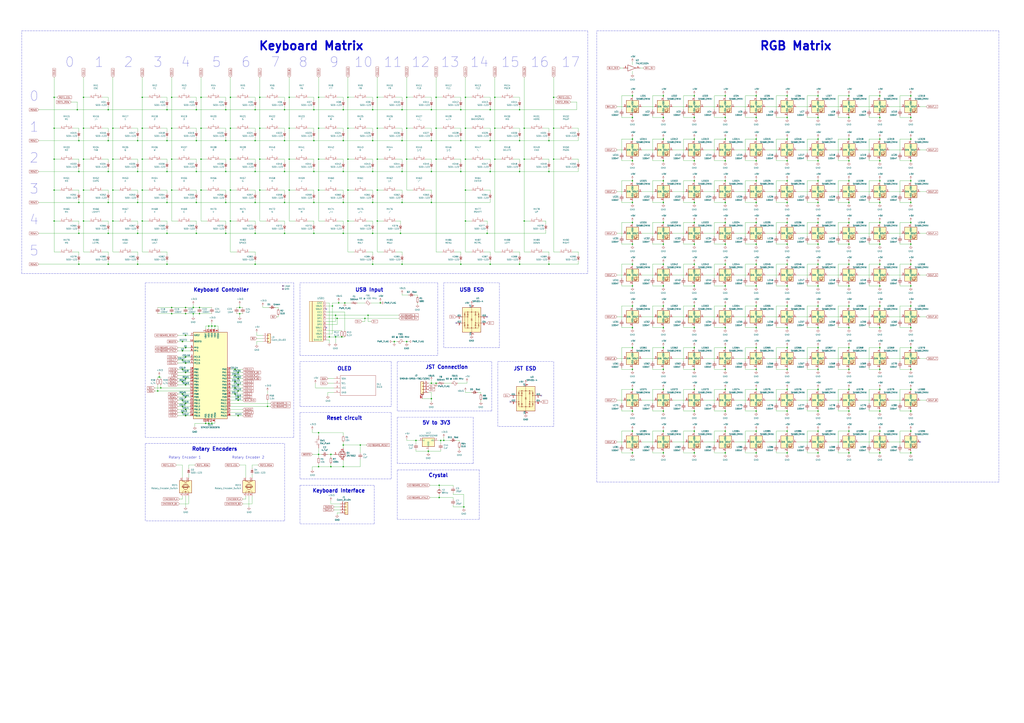
<source format=kicad_sch>
(kicad_sch (version 20211123) (generator eeschema)
  (paper "A1")
  (title_block (title "keyboard0") (date "2021-12-20") (rev "2") (comment 1 "kb.ht12345.xyz"))
  (junction (at 358.14 80.01))
  (junction (at 671.83 217.17))
  (junction (at 171.45 267.97))
  (junction (at 295.91 365.76))
  (junction (at 137.16 115.57))
  (junction (at 92.71 105.41))
  (junction (at 722.63 251.46))
  (junction (at 341.63 361.95))
  (junction (at 722.63 303.53))
  (junction (at 671.83 166.37))
  (junction (at 171.45 347.98))
  (junction (at 595.63 354.33))
  (junction (at 621.03 200.66))
  (junction (at 722.63 372.11))
  (junction (at 595.63 337.82))
  (junction (at 360.68 408.94))
  (junction (at 671.83 303.53))
  (junction (at 595.63 166.37))
  (junction (at 382.27 105.41))
  (junction (at 158.75 252.73))
  (junction (at 185.42 166.37))
  (junction (at 113.03 166.37))
  (junction (at 193.04 313.69))
  (junction (at 722.63 182.88))
  (junction (at 213.36 105.41))
  (junction (at 309.88 130.81))
  (junction (at 149.86 328.93))
  (junction (at 257.81 90.17))
  (junction (at 149.86 339.09))
  (junction (at 621.03 78.74))
  (junction (at 149.86 334.01))
  (junction (at 646.43 372.11))
  (junction (at 193.04 308.61))
  (junction (at 722.63 269.24))
  (junction (at 309.88 105.41))
  (junction (at 219.71 334.01))
  (junction (at 519.43 285.75))
  (junction (at 149.86 295.91))
  (junction (at 544.83 217.17))
  (junction (at 261.62 130.81))
  (junction (at 161.29 115.57))
  (junction (at 426.72 90.17))
  (junction (at 281.94 90.17))
  (junction (at 132.08 318.77))
  (junction (at 92.71 130.81))
  (junction (at 140.97 105.41))
  (junction (at 621.03 234.95))
  (junction (at 621.03 96.52))
  (junction (at 233.68 140.97))
  (junction (at 519.43 320.04))
  (junction (at 196.85 257.81))
  (junction (at 285.75 130.81))
  (junction (at 671.83 285.75))
  (junction (at 450.85 217.17))
  (junction (at 748.03 166.37))
  (junction (at 152.4 311.15))
  (junction (at 748.03 251.46))
  (junction (at 621.03 166.37))
  (junction (at 195.58 306.07))
  (junction (at 722.63 354.33))
  (junction (at 213.36 156.21))
  (junction (at 671.83 96.52))
  (junction (at 116.84 181.61))
  (junction (at 306.07 217.17))
  (junction (at 544.83 269.24))
  (junction (at 595.63 372.11))
  (junction (at 88.9 191.77))
  (junction (at 176.53 267.97))
  (junction (at 64.77 191.77))
  (junction (at 137.16 90.17))
  (junction (at 378.46 140.97))
  (junction (at 621.03 372.11))
  (junction (at 330.2 90.17))
  (junction (at 195.58 341.63))
  (junction (at 621.03 114.3))
  (junction (at 519.43 269.24))
  (junction (at 378.46 217.17))
  (junction (at 570.23 78.74))
  (junction (at 273.05 251.46))
  (junction (at 544.83 234.95))
  (junction (at 354.33 314.96))
  (junction (at 68.58 80.01))
  (junction (at 544.83 285.75))
  (junction (at 748.03 114.3))
  (junction (at 312.42 248.92))
  (junction (at 748.03 132.08))
  (junction (at 646.43 114.3))
  (junction (at 621.03 251.46))
  (junction (at 450.85 115.57))
  (junction (at 697.23 320.04))
  (junction (at 544.83 354.33))
  (junction (at 621.03 354.33))
  (junction (at 44.45 105.41))
  (junction (at 213.36 80.01))
  (junction (at 671.83 148.59))
  (junction (at 64.77 166.37))
  (junction (at 697.23 148.59))
  (junction (at 402.59 140.97))
  (junction (at 281.94 115.57))
  (junction (at 697.23 285.75))
  (junction (at 544.83 182.88))
  (junction (at 237.49 105.41))
  (junction (at 570.23 285.75))
  (junction (at 285.75 181.61))
  (junction (at 285.75 80.01))
  (junction (at 748.03 200.66))
  (junction (at 257.81 115.57))
  (junction (at 595.63 182.88))
  (junction (at 189.23 105.41))
  (junction (at 450.85 140.97))
  (junction (at 722.63 234.95))
  (junction (at 116.84 130.81))
  (junction (at 646.43 200.66))
  (junction (at 149.86 280.67))
  (junction (at 281.94 166.37))
  (junction (at 276.86 261.62))
  (junction (at 149.86 323.85))
  (junction (at 364.49 361.95))
  (junction (at 68.58 130.81))
  (junction (at 748.03 337.82))
  (junction (at 116.84 80.01))
  (junction (at 299.72 261.62))
  (junction (at 544.83 337.82))
  (junction (at 621.03 337.82))
  (junction (at 285.75 105.41))
  (junction (at 275.59 276.86))
  (junction (at 595.63 96.52))
  (junction (at 519.43 217.17))
  (junction (at 519.43 132.08))
  (junction (at 621.03 132.08))
  (junction (at 671.83 234.95))
  (junction (at 189.23 80.01))
  (junction (at 209.55 140.97))
  (junction (at 454.66 80.01))
  (junction (at 64.77 115.57))
  (junction (at 173.99 267.97))
  (junction (at 185.42 115.57))
  (junction (at 519.43 78.74))
  (junction (at 330.2 115.57))
  (junction (at 646.43 251.46))
  (junction (at 697.23 200.66))
  (junction (at 137.16 166.37))
  (junction (at 570.23 320.04))
  (junction (at 44.45 80.01))
  (junction (at 306.07 115.57))
  (junction (at 281.94 191.77))
  (junction (at 378.46 115.57))
  (junction (at 165.1 130.81))
  (junction (at 193.04 323.85))
  (junction (at 129.54 321.31))
  (junction (at 697.23 96.52))
  (junction (at 152.4 285.75))
  (junction (at 195.58 311.15))
  (junction (at 570.23 182.88))
  (junction (at 280.67 276.86))
  (junction (at 351.79 370.84))
  (junction (at 697.23 269.24))
  (junction (at 671.83 200.66))
  (junction (at 323.85 280.67))
  (junction (at 140.97 80.01))
  (junction (at 544.83 320.04))
  (junction (at 302.26 259.08))
  (junction (at 44.45 181.61))
  (junction (at 748.03 320.04))
  (junction (at 519.43 166.37))
  (junction (at 275.59 259.08))
  (junction (at 544.83 96.52))
  (junction (at 354.33 327.66))
  (junction (at 209.55 90.17))
  (junction (at 163.83 252.73))
  (junction (at 361.95 361.95))
  (junction (at 671.83 320.04))
  (junction (at 748.03 303.53))
  (junction (at 306.07 166.37))
  (junction (at 646.43 234.95))
  (junction (at 646.43 269.24))
  (junction (at 748.03 78.74))
  (junction (at 519.43 251.46))
  (junction (at 185.42 90.17))
  (junction (at 748.03 269.24))
  (junction (at 544.83 114.3))
  (junction (at 270.51 276.86))
  (junction (at 152.4 252.73))
  (junction (at 570.23 269.24))
  (junction (at 261.62 373.38))
  (junction (at 595.63 285.75))
  (junction (at 544.83 78.74))
  (junction (at 233.68 115.57))
  (junction (at 358.14 130.81))
  (junction (at 330.2 217.17))
  (junction (at 152.4 306.07))
  (junction (at 544.83 251.46))
  (junction (at 621.03 217.17))
  (junction (at 354.33 140.97))
  (junction (at 382.27 181.61))
  (junction (at 152.4 326.39))
  (junction (at 88.9 166.37))
  (junction (at 281.94 140.97))
  (junction (at 328.93 191.77))
  (junction (at 646.43 148.59))
  (junction (at 426.72 115.57))
  (junction (at 261.62 383.54))
  (junction (at 334.01 130.81))
  (junction (at 152.4 316.23))
  (junction (at 570.23 132.08))
  (junction (at 309.88 156.21))
  (junction (at 378.46 90.17))
  (junction (at 544.83 372.11))
  (junction (at 195.58 316.23))
  (junction (at 406.4 130.81))
  (junction (at 140.97 156.21))
  (junction (at 137.16 140.97))
  (junction (at 354.33 166.37))
  (junction (at 165.1 156.21))
  (junction (at 193.04 318.77))
  (junction (at 209.55 166.37))
  (junction (at 697.23 166.37))
  (junction (at 88.9 217.17))
  (junction (at 430.53 181.61))
  (junction (at 748.03 372.11))
  (junction (at 671.83 182.88))
  (junction (at 44.45 130.81))
  (junction (at 722.63 148.59))
  (junction (at 544.83 200.66))
  (junction (at 671.83 114.3))
  (junction (at 544.83 132.08))
  (junction (at 400.05 191.77))
  (junction (at 595.63 132.08))
  (junction (at 382.27 80.01))
  (junction (at 722.63 217.17))
  (junction (at 168.91 347.98))
  (junction (at 595.63 269.24))
  (junction (at 570.23 354.33))
  (junction (at 257.81 191.77))
  (junction (at 595.63 303.53))
  (junction (at 116.84 105.41))
  (junction (at 92.71 156.21))
  (junction (at 113.03 217.17))
  (junction (at 697.23 78.74))
  (junction (at 158.75 257.81))
  (junction (at 722.63 114.3))
  (junction (at 402.59 217.17))
  (junction (at 257.81 140.97))
  (junction (at 722.63 200.66))
  (junction (at 140.97 130.81))
  (junction (at 646.43 303.53))
  (junction (at 271.78 373.38))
  (junction (at 140.97 257.81))
  (junction (at 261.62 80.01))
  (junction (at 454.66 105.41))
  (junction (at 722.63 337.82))
  (junction (at 161.29 140.97))
  (junction (at 209.55 115.57))
  (junction (at 360.68 398.78))
  (junction (at 595.63 234.95))
  (junction (at 406.4 80.01))
  (junction (at 163.83 257.81))
  (junction (at 195.58 326.39))
  (junction (at 570.23 303.53))
  (junction (at 570.23 234.95))
  (junction (at 382.27 130.81))
  (junction (at 283.21 248.92))
  (junction (at 195.58 321.31))
  (junction (at 621.03 303.53))
  (junction (at 697.23 337.82))
  (junction (at 140.97 252.73))
  (junction (at 595.63 320.04))
  (junction (at 161.29 90.17))
  (junction (at 646.43 354.33))
  (junction (at 278.13 248.92))
  (junction (at 237.49 156.21))
  (junction (at 149.86 313.69))
  (junction (at 595.63 148.59))
  (junction (at 646.43 78.74))
  (junction (at 63.5 90.17))
  (junction (at 152.4 298.45))
  (junction (at 570.23 114.3))
  (junction (at 671.83 132.08))
  (junction (at 646.43 132.08))
  (junction (at 671.83 269.24))
  (junction (at 722.63 78.74))
  (junction (at 621.03 285.75))
  (junction (at 358.14 105.41))
  (junction (at 88.9 140.97))
  (junction (at 570.23 96.52))
  (junction (at 722.63 285.75))
  (junction (at 113.03 115.57))
  (junction (at 165.1 105.41))
  (junction (at 189.23 181.61))
  (junction (at 646.43 337.82))
  (junction (at 519.43 96.52))
  (junction (at 426.72 140.97))
  (junction (at 209.55 217.17))
  (junction (at 519.43 354.33))
  (junction (at 722.63 96.52))
  (junction (at 137.16 217.17))
  (junction (at 748.03 148.59))
  (junction (at 354.33 90.17))
  (junction (at 354.33 115.57))
  (junction (at 722.63 166.37))
  (junction (at 149.86 303.53))
  (junction (at 402.59 90.17))
  (junction (at 149.86 288.29))
  (junction (at 233.68 191.77))
  (junction (at 570.23 251.46))
  (junction (at 88.9 115.57))
  (junction (at 330.2 166.37))
  (junction (at 748.03 285.75))
  (junction (at 646.43 182.88))
  (junction (at 137.16 191.77))
  (junction (at 697.23 132.08))
  (junction (at 519.43 303.53))
  (junction (at 697.23 372.11))
  (junction (at 722.63 132.08))
  (junction (at 64.77 217.17))
  (junction (at 189.23 130.81))
  (junction (at 92.71 181.61))
  (junction (at 152.4 293.37))
  (junction (at 261.62 156.21))
  (junction (at 152.4 336.55))
  (junction (at 519.43 114.3))
  (junction (at 697.23 303.53))
  (junction (at 257.81 166.37))
  (junction (at 402.59 115.57))
  (junction (at 185.42 191.77))
  (junction (at 621.03 148.59))
  (junction (at 671.83 78.74))
  (junction (at 237.49 80.01))
  (junction (at 358.14 314.96))
  (junction (at 570.23 148.59))
  (junction (at 261.62 105.41))
  (junction (at 68.58 156.21))
  (junction (at 621.03 269.24))
  (junction (at 334.01 105.41))
  (junction (at 544.83 148.59))
  (junction (at 152.4 341.63))
  (junction (at 570.23 372.11))
  (junction (at 334.01 80.01))
  (junction (at 646.43 320.04))
  (junction (at 595.63 200.66))
  (junction (at 173.99 347.98))
  (junction (at 671.83 354.33))
  (junction (at 161.29 166.37))
  (junction (at 271.78 383.54))
  (junction (at 544.83 166.37))
  (junction (at 161.29 191.77))
  (junction (at 646.43 96.52))
  (junction (at 309.88 181.61))
  (junction (at 88.9 90.17))
  (junction (at 152.4 331.47))
  (junction (at 185.42 140.97))
  (junction (at 519.43 372.11))
  (junction (at 64.77 140.97))
  (junction (at 285.75 156.21))
  (junction (at 519.43 200.66))
  (junction (at 165.1 80.01))
  (junction (at 406.4 105.41))
  (junction (at 646.43 166.37))
  (junction (at 697.23 182.88))
  (junction (at 306.07 90.17))
  (junction (at 196.85 252.73))
  (junction (at 570.23 217.17))
  (junction (at 697.23 251.46))
  (junction (at 309.88 80.01))
  (junction (at 213.36 130.81))
  (junction (at 152.4 275.59))
  (junction (at 544.83 303.53))
  (junction (at 306.07 140.97))
  (junction (at 193.04 303.53))
  (junction (at 330.2 140.97))
  (junction (at 595.63 114.3))
  (junction (at 646.43 285.75))
  (junction (at 595.63 217.17))
  (junction (at 430.53 130.81))
  (junction (at 748.03 182.88))
  (junction (at 621.03 320.04))
  (junction (at 646.43 217.17))
  (junction (at 671.83 372.11))
  (junction (at 152.4 257.81))
  (junction (at 454.66 130.81))
  (junction (at 697.23 354.33))
  (junction (at 519.43 182.88))
  (junction (at 44.45 156.21))
  (junction (at 237.49 130.81))
  (junction (at 621.03 182.88))
  (junction (at 697.23 114.3))
  (junction (at 748.03 217.17))
  (junction (at 430.53 105.41))
  (junction (at 671.83 251.46))
  (junction (at 671.83 337.82))
  (junction (at 306.07 191.77))
  (junction (at 697.23 217.17))
  (junction (at 281.94 365.76))
  (junction (at 68.58 105.41))
  (junction (at 722.63 320.04))
  (junction (at 570.23 337.82))
  (junction (at 113.03 191.77))
  (junction (at 233.68 90.17))
  (junction (at 595.63 251.46))
  (junction (at 426.72 217.17))
  (junction (at 334.01 280.67))
  (junction (at 281.94 383.54))
  (junction (at 261.62 355.6))
  (junction (at 519.43 337.82))
  (junction (at 595.63 78.74))
  (junction (at 519.43 148.59))
  (junction (at 195.58 328.93))
  (junction (at 382.27 156.21))
  (junction (at 130.81 309.88))
  (junction (at 519.43 234.95))
  (junction (at 748.03 96.52))
  (junction (at 570.23 200.66))
  (junction (at 116.84 156.21))
  (junction (at 189.23 156.21))
  (junction (at 68.58 181.61))
  (junction (at 748.03 234.95))
  (junction (at 209.55 191.77))
  (junction (at 748.03 354.33))
  (junction (at 381 416.56))
  (junction (at 233.68 166.37))
  (junction (at 113.03 140.97))
  (junction (at 570.23 166.37))
  (junction (at 697.23 234.95))
  (no_connect (at 232.41 237.49))
  (no_connect (at 419.1 330.2))
  (no_connect (at 267.97 254))
  (no_connect (at 374.65 265.43))
  (no_connect (at 400.05 260.35))
  (no_connect (at 444.5 325.12))
  (no_connect (at 755.65 363.22))
  (no_connect (at 232.41 234.95))
  (no_connect (at 267.97 269.24))
  (wire (pts (xy 275.59 264.16) (xy 275.59 259.08)))
  (wire (pts (xy 149.86 303.53) (xy 156.21 303.53)))
  (wire (pts (xy 334.01 105.41) (xy 339.09 105.41)))
  (wire (pts (xy 209.55 115.57) (xy 233.68 115.57)))
  (wire (pts (xy 713.74 78.74) (xy 713.74 90.17)))
  (wire (pts (xy 195.58 321.31) (xy 189.23 321.31)))
  (wire (pts (xy 237.49 156.21) (xy 237.49 181.61)))
  (wire (pts (xy 544.83 336.55) (xy 544.83 337.82)))
  (wire (pts (xy 621.03 304.8) (xy 621.03 303.53)))
  (wire (pts (xy 113.03 163.83) (xy 113.03 166.37)))
  (wire (pts (xy 276.86 422.91) (xy 276.86 421.64)))
  (wire (pts (xy 544.83 217.17) (xy 535.94 217.17)))
  (wire (pts (xy 256.54 383.54) (xy 261.62 383.54)))
  (wire (pts (xy 474.98 217.17) (xy 474.98 214.63)))
  (wire (pts (xy 510.54 165.1) (xy 510.54 166.37)))
  (wire (pts (xy 73.66 80.01) (xy 68.58 80.01)))
  (wire (pts (xy 544.83 236.22) (xy 544.83 234.95)))
  (wire (pts (xy 697.23 217.17) (xy 688.34 217.17)))
  (wire (pts (xy 233.68 87.63) (xy 233.68 90.17)))
  (wire (pts (xy 570.23 303.53) (xy 561.34 303.53)))
  (wire (pts (xy 671.83 336.55) (xy 671.83 337.82)))
  (wire (pts (xy 372.11 406.4) (xy 381 406.4)))
  (wire (pts (xy 603.25 260.35) (xy 613.41 260.35)))
  (wire (pts (xy 152.4 293.37) (xy 146.05 293.37)))
  (wire (pts (xy 713.74 148.59) (xy 713.74 160.02)))
  (wire (pts (xy 595.63 133.35) (xy 595.63 132.08)))
  (wire (pts (xy 671.83 148.59) (xy 671.83 149.86)))
  (wire (pts (xy 88.9 214.63) (xy 88.9 217.17)))
  (wire (pts (xy 378.46 207.01) (xy 378.46 209.55)))
  (wire (pts (xy 646.43 353.06) (xy 646.43 354.33)))
  (wire (pts (xy 519.43 182.88) (xy 510.54 182.88)))
  (wire (pts (xy 219.71 334.01) (xy 222.25 334.01)))
  (wire (pts (xy 544.83 95.25) (xy 544.83 96.52)))
  (wire (pts (xy 713.74 165.1) (xy 713.74 166.37)))
  (wire (pts (xy 748.03 133.35) (xy 748.03 132.08)))
  (wire (pts (xy 83.82 105.41) (xy 88.9 105.41)))
  (wire (pts (xy 173.99 346.71) (xy 173.99 347.98)))
  (wire (pts (xy 586.74 251.46) (xy 586.74 262.89)))
  (wire (pts (xy 137.16 130.81) (xy 137.16 133.35)))
  (wire (pts (xy 83.82 156.21) (xy 88.9 156.21)))
  (wire (pts (xy 309.88 181.61) (xy 309.88 207.01)))
  (wire (pts (xy 646.43 217.17) (xy 646.43 218.44)))
  (wire (pts (xy 209.55 80.01) (xy 209.55 82.55)))
  (wire (pts (xy 570.23 181.61) (xy 570.23 182.88)))
  (wire (pts (xy 430.53 105.41) (xy 435.61 105.41)))
  (wire (pts (xy 755.65 260.35) (xy 760.73 260.35)))
  (wire (pts (xy 713.74 233.68) (xy 713.74 234.95)))
  (polyline (pts (xy 408.94 350.52) (xy 408.94 297.18)))
  (wire (pts (xy 107.95 181.61) (xy 113.03 181.61)))
  (wire (pts (xy 697.23 285.75) (xy 697.23 287.02)))
  (wire (pts (xy 149.86 392.43) (xy 149.86 382.27)))
  (wire (pts (xy 697.23 132.08) (xy 688.34 132.08)))
  (wire (pts (xy 561.34 233.68) (xy 561.34 234.95)))
  (wire (pts (xy 261.62 373.38) (xy 264.16 373.38)))
  (wire (pts (xy 113.03 181.61) (xy 113.03 184.15)))
  (wire (pts (xy 306.07 113.03) (xy 306.07 115.57)))
  (wire (pts (xy 748.03 96.52) (xy 739.14 96.52)))
  (wire (pts (xy 261.62 105.41) (xy 261.62 130.81)))
  (wire (pts (xy 697.23 77.47) (xy 697.23 78.74)))
  (wire (pts (xy 257.81 163.83) (xy 257.81 166.37)))
  (wire (pts (xy 382.27 63.5) (xy 382.27 80.01)))
  (wire (pts (xy 646.43 233.68) (xy 646.43 234.95)))
  (wire (pts (xy 519.43 285.75) (xy 519.43 287.02)))
  (wire (pts (xy 334.01 130.81) (xy 339.09 130.81)))
  (wire (pts (xy 595.63 354.33) (xy 595.63 355.6)))
  (wire (pts (xy 748.03 339.09) (xy 748.03 337.82)))
  (wire (pts (xy 697.23 217.17) (xy 697.23 218.44)))
  (wire (pts (xy 257.81 140.97) (xy 281.94 140.97)))
  (wire (pts (xy 646.43 132.08) (xy 637.54 132.08)))
  (wire (pts (xy 281.94 163.83) (xy 281.94 166.37)))
  (wire (pts (xy 152.4 306.07) (xy 156.21 306.07)))
  (wire (pts (xy 137.16 105.41) (xy 137.16 107.95)))
  (wire (pts (xy 621.03 167.64) (xy 621.03 166.37)))
  (wire (pts (xy 739.14 370.84) (xy 739.14 372.11)))
  (wire (pts (xy 688.34 165.1) (xy 688.34 166.37)))
  (wire (pts (xy 381 416.56) (xy 381 417.83)))
  (wire (pts (xy 309.88 80.01) (xy 314.96 80.01)))
  (wire (pts (xy 154.94 382.27) (xy 160.02 382.27)))
  (wire (pts (xy 755.65 123.19) (xy 760.73 123.19)))
  (wire (pts (xy 450.85 217.17) (xy 474.98 217.17)))
  (wire (pts (xy 570.23 182.88) (xy 561.34 182.88)))
  (wire (pts (xy 535.94 370.84) (xy 535.94 372.11)))
  (wire (pts (xy 570.23 284.48) (xy 570.23 285.75)))
  (wire (pts (xy 426.72 113.03) (xy 426.72 115.57)))
  (wire (pts (xy 570.23 148.59) (xy 570.23 149.86)))
  (wire (pts (xy 697.23 114.3) (xy 697.23 115.57)))
  (wire (pts (xy 281.94 363.22) (xy 281.94 365.76)))
  (wire (pts (xy 535.94 251.46) (xy 535.94 262.89)))
  (wire (pts (xy 506.73 157.48) (xy 511.81 157.48)))
  (wire (pts (xy 146.05 339.09) (xy 149.86 339.09)))
  (wire (pts (xy 519.43 114.3) (xy 519.43 115.57)))
  (wire (pts (xy 621.03 97.79) (xy 621.03 96.52)))
  (wire (pts (xy 402.59 138.43) (xy 402.59 140.97)))
  (wire (pts (xy 519.43 217.17) (xy 519.43 218.44)))
  (wire (pts (xy 210.82 275.59) (xy 210.82 273.05)))
  (wire (pts (xy 330.2 105.41) (xy 330.2 107.95)))
  (wire (pts (xy 406.4 80.01) (xy 411.48 80.01)))
  (wire (pts (xy 237.49 130.81) (xy 242.57 130.81)))
  (wire (pts (xy 161.29 115.57) (xy 185.42 115.57)))
  (wire (pts (xy 116.84 63.5) (xy 116.84 80.01)))
  (wire (pts (xy 722.63 267.97) (xy 722.63 269.24)))
  (wire (pts (xy 276.86 130.81) (xy 281.94 130.81)))
  (wire (pts (xy 281.94 383.54) (xy 281.94 378.46)))
  (wire (pts (xy 113.03 138.43) (xy 113.03 140.97)))
  (wire (pts (xy 152.4 407.67) (xy 152.4 416.56)))
  (wire (pts (xy 519.43 114.3) (xy 510.54 114.3)))
  (wire (pts (xy 544.83 320.04) (xy 544.83 321.31)))
  (wire (pts (xy 739.14 199.39) (xy 739.14 200.66)))
  (wire (pts (xy 330.2 140.97) (xy 354.33 140.97)))
  (wire (pts (xy 364.49 361.95) (xy 369.57 361.95)))
  (wire (pts (xy 519.43 148.59) (xy 519.43 149.86)))
  (wire (pts (xy 697.23 320.04) (xy 697.23 321.31)))
  (wire (pts (xy 570.23 147.32) (xy 570.23 148.59)))
  (wire (pts (xy 68.58 156.21) (xy 68.58 130.81)))
  (wire (pts (xy 450.85 115.57) (xy 474.98 115.57)))
  (wire (pts (xy 671.83 251.46) (xy 662.94 251.46)))
  (wire (pts (xy 358.14 314.96) (xy 354.33 314.96)))
  (wire (pts (xy 306.07 191.77) (xy 328.93 191.77)))
  (wire (pts (xy 713.74 267.97) (xy 713.74 269.24)))
  (wire (pts (xy 748.03 250.19) (xy 748.03 251.46)))
  (wire (pts (xy 196.85 252.73) (xy 199.39 252.73)))
  (wire (pts (xy 199.39 321.31) (xy 195.58 321.31)))
  (wire (pts (xy 209.55 105.41) (xy 209.55 107.95)))
  (wire (pts (xy 378.46 130.81) (xy 378.46 133.35)))
  (wire (pts (xy 697.23 251.46) (xy 697.23 252.73)))
  (wire (pts (xy 68.58 181.61) (xy 68.58 156.21)))
  (wire (pts (xy 275.59 276.86) (xy 275.59 281.94)))
  (wire (pts (xy 612.14 182.88) (xy 612.14 194.31)))
  (wire (pts (xy 281.94 189.23) (xy 281.94 191.77)))
  (wire (pts (xy 577.85 87.63) (xy 588.01 87.63)))
  (wire (pts (xy 59.69 156.21) (xy 64.77 156.21)))
  (wire (pts (xy 372.11 408.94) (xy 372.11 410.21)))
  (wire (pts (xy 378.46 140.97) (xy 402.59 140.97)))
  (wire (pts (xy 270.51 281.94) (xy 270.51 279.4)))
  (wire (pts (xy 595.63 267.97) (xy 595.63 269.24)))
  (wire (pts (xy 748.03 303.53) (xy 739.14 303.53)))
  (wire (pts (xy 713.74 336.55) (xy 713.74 337.82)))
  (wire (pts (xy 137.16 163.83) (xy 137.16 166.37)))
  (wire (pts (xy 561.34 251.46) (xy 561.34 262.89)))
  (wire (pts (xy 679.45 363.22) (xy 689.61 363.22)))
  (wire (pts (xy 544.83 200.66) (xy 535.94 200.66)))
  (wire (pts (xy 354.33 156.21) (xy 354.33 158.75)))
  (wire (pts (xy 400.05 189.23) (xy 400.05 191.77)))
  (wire (pts (xy 342.9 250.19) (xy 342.9 248.92)))
  (polyline (pts (xy 364.49 285.75) (xy 364.49 232.41)))
  (wire (pts (xy 146.05 303.53) (xy 149.86 303.53)))
  (wire (pts (xy 129.54 311.15) (xy 129.54 309.88)))
  (wire (pts (xy 132.08 311.15) (xy 132.08 309.88)))
  (wire (pts (xy 748.03 318.77) (xy 748.03 320.04)))
  (polyline (pts (xy 388.62 342.9) (xy 388.62 381)))
  (wire (pts (xy 621.03 302.26) (xy 621.03 303.53)))
  (wire (pts (xy 671.83 78.74) (xy 662.94 78.74)))
  (wire (pts (xy 278.13 248.92) (xy 283.21 248.92)))
  (wire (pts (xy 662.94 370.84) (xy 662.94 372.11)))
  (wire (pts (xy 354.33 138.43) (xy 354.33 140.97)))
  (wire (pts (xy 448.31 184.15) (xy 448.31 181.61)))
  (wire (pts (xy 544.83 97.79) (xy 544.83 96.52)))
  (wire (pts (xy 273.05 251.46) (xy 273.05 274.32)))
  (wire (pts (xy 163.83 257.81) (xy 173.99 257.81)))
  (wire (pts (xy 519.43 133.35) (xy 519.43 132.08)))
  (wire (pts (xy 406.4 105.41) (xy 411.48 105.41)))
  (wire (pts (xy 454.66 207.01) (xy 459.74 207.01)))
  (wire (pts (xy 354.33 327.66) (xy 346.71 327.66)))
  (polyline (pts (xy 246.38 430.53) (xy 307.34 430.53)))
  (wire (pts (xy 552.45 226.06) (xy 562.61 226.06)))
  (wire (pts (xy 261.62 156.21) (xy 266.7 156.21)))
  (wire (pts (xy 612.14 165.1) (xy 612.14 166.37)))
  (wire (pts (xy 697.23 96.52) (xy 688.34 96.52)))
  (wire (pts (xy 194.31 252.73) (xy 196.85 252.73)))
  (wire (pts (xy 154.94 392.43) (xy 154.94 389.89)))
  (wire (pts (xy 261.62 130.81) (xy 261.62 156.21)))
  (wire (pts (xy 679.45 328.93) (xy 689.61 328.93)))
  (wire (pts (xy 544.83 251.46) (xy 535.94 251.46)))
  (polyline (pts (xy 326.39 297.18) (xy 403.86 297.18)))
  (wire (pts (xy 233.68 105.41) (xy 233.68 107.95)))
  (wire (pts (xy 722.63 233.68) (xy 722.63 234.95)))
  (wire (pts (xy 671.83 182.88) (xy 662.94 182.88)))
  (wire (pts (xy 140.97 257.81) (xy 152.4 257.81)))
  (wire (pts (xy 146.05 306.07) (xy 152.4 306.07)))
  (wire (pts (xy 276.86 156.21) (xy 281.94 156.21)))
  (wire (pts (xy 595.63 200.66) (xy 586.74 200.66)))
  (wire (pts (xy 306.07 130.81) (xy 306.07 133.35)))
  (wire (pts (xy 261.62 181.61) (xy 266.7 181.61)))
  (wire (pts (xy 519.43 215.9) (xy 519.43 217.17)))
  (wire (pts (xy 671.83 96.52) (xy 662.94 96.52)))
  (wire (pts (xy 628.65 123.19) (xy 638.81 123.19)))
  (wire (pts (xy 510.54 199.39) (xy 510.54 200.66)))
  (wire (pts (xy 561.34 370.84) (xy 561.34 372.11)))
  (wire (pts (xy 544.83 373.38) (xy 544.83 372.11)))
  (wire (pts (xy 561.34 130.81) (xy 561.34 132.08)))
  (wire (pts (xy 570.23 96.52) (xy 561.34 96.52)))
  (wire (pts (xy 450.85 138.43) (xy 450.85 140.97)))
  (wire (pts (xy 375.92 314.96) (xy 383.54 314.96)))
  (wire (pts (xy 646.43 96.52) (xy 637.54 96.52)))
  (wire (pts (xy 360.68 398.78) (xy 372.11 398.78)))
  (wire (pts (xy 697.23 182.88) (xy 688.34 182.88)))
  (wire (pts (xy 325.12 207.01) (xy 330.2 207.01)))
  (wire (pts (xy 402.59 217.17) (xy 426.72 217.17)))
  (wire (pts (xy 64.77 115.57) (xy 88.9 115.57)))
  (wire (pts (xy 165.1 181.61) (xy 165.1 156.21)))
  (wire (pts (xy 748.03 182.88) (xy 739.14 182.88)))
  (wire (pts (xy 88.9 90.17) (xy 137.16 90.17)))
  (wire (pts (xy 445.77 105.41) (xy 450.85 105.41)))
  (wire (pts (xy 704.85 191.77) (xy 715.01 191.77)))
  (wire (pts (xy 430.53 130.81) (xy 430.53 181.61)))
  (wire (pts (xy 361.95 361.95) (xy 359.41 361.95)))
  (wire (pts (xy 519.43 372.11) (xy 510.54 372.11)))
  (wire (pts (xy 722.63 201.93) (xy 722.63 200.66)))
  (wire (pts (xy 748.03 77.47) (xy 748.03 78.74)))
  (wire (pts (xy 697.23 320.04) (xy 688.34 320.04)))
  (wire (pts (xy 637.54 354.33) (xy 637.54 365.76)))
  (wire (pts (xy 44.45 130.81) (xy 49.53 130.81)))
  (wire (pts (xy 621.03 78.74) (xy 621.03 80.01)))
  (wire (pts (xy 519.43 373.38) (xy 519.43 372.11)))
  (wire (pts (xy 306.07 87.63) (xy 306.07 90.17)))
  (wire (pts (xy 671.83 78.74) (xy 671.83 80.01)))
  (wire (pts (xy 535.94 182.88) (xy 535.94 194.31)))
  (wire (pts (xy 306.07 90.17) (xy 330.2 90.17)))
  (wire (pts (xy 535.94 165.1) (xy 535.94 166.37)))
  (wire (pts (xy 273.05 248.92) (xy 278.13 248.92)))
  (polyline (pts (xy 490.22 25.4) (xy 820.42 25.4)))
  (wire (pts (xy 373.38 105.41) (xy 378.46 105.41)))
  (wire (pts (xy 510.54 95.25) (xy 510.54 96.52)))
  (wire (pts (xy 300.99 80.01) (xy 306.07 80.01)))
  (wire (pts (xy 646.43 182.88) (xy 646.43 184.15)))
  (wire (pts (xy 679.45 87.63) (xy 689.61 87.63)))
  (wire (pts (xy 213.36 63.5) (xy 213.36 80.01)))
  (wire (pts (xy 570.23 339.09) (xy 570.23 337.82)))
  (wire (pts (xy 209.55 87.63) (xy 209.55 90.17)))
  (wire (pts (xy 132.08 181.61) (xy 137.16 181.61)))
  (wire (pts (xy 544.83 339.09) (xy 544.83 337.82)))
  (wire (pts (xy 402.59 115.57) (xy 426.72 115.57)))
  (wire (pts (xy 628.65 260.35) (xy 638.81 260.35)))
  (wire (pts (xy 454.66 105.41) (xy 454.66 130.81)))
  (wire (pts (xy 621.03 148.59) (xy 612.14 148.59)))
  (wire (pts (xy 646.43 373.38) (xy 646.43 372.11)))
  (wire (pts (xy 595.63 354.33) (xy 586.74 354.33)))
  (wire (pts (xy 595.63 318.77) (xy 595.63 320.04)))
  (wire (pts (xy 646.43 320.04) (xy 646.43 321.31)))
  (wire (pts (xy 713.74 285.75) (xy 713.74 297.18)))
  (wire (pts (xy 570.23 267.97) (xy 570.23 269.24)))
  (wire (pts (xy 595.63 373.38) (xy 595.63 372.11)))
  (wire (pts (xy 88.9 115.57) (xy 113.03 115.57)))
  (polyline (pts (xy 17.78 224.79) (xy 17.78 25.4)))
  (wire (pts (xy 397.51 130.81) (xy 402.59 130.81)))
  (wire (pts (xy 302.26 264.16) (xy 304.8 264.16)))
  (wire (pts (xy 519.43 370.84) (xy 519.43 372.11)))
  (wire (pts (xy 570.23 217.17) (xy 561.34 217.17)))
  (wire (pts (xy 739.14 233.68) (xy 739.14 234.95)))
  (wire (pts (xy 421.64 80.01) (xy 426.72 80.01)))
  (wire (pts (xy 281.94 115.57) (xy 306.07 115.57)))
  (polyline (pts (xy 241.3 359.41) (xy 119.38 359.41)))
  (wire (pts (xy 213.36 105.41) (xy 218.44 105.41)))
  (wire (pts (xy 697.23 354.33) (xy 697.23 355.6)))
  (wire (pts (xy 595.63 78.74) (xy 595.63 80.01)))
  (wire (pts (xy 306.07 214.63) (xy 306.07 217.17)))
  (wire (pts (xy 160.02 347.98) (xy 160.02 350.52)))
  (wire (pts (xy 544.83 132.08) (xy 535.94 132.08)))
  (wire (pts (xy 595.63 372.11) (xy 586.74 372.11)))
  (wire (pts (xy 704.85 123.19) (xy 715.01 123.19)))
  (wire (pts (xy 739.14 95.25) (xy 739.14 96.52)))
  (wire (pts (xy 140.97 156.21) (xy 146.05 156.21)))
  (wire (pts (xy 646.43 181.61) (xy 646.43 182.88)))
  (wire (pts (xy 161.29 191.77) (xy 185.42 191.77)))
  (wire (pts (xy 146.05 328.93) (xy 149.86 328.93)))
  (wire (pts (xy 510.54 148.59) (xy 510.54 160.02)))
  (wire (pts (xy 299.72 261.62) (xy 327.66 261.62)))
  (wire (pts (xy 671.83 201.93) (xy 671.83 200.66)))
  (wire (pts (xy 671.83 251.46) (xy 671.83 252.73)))
  (wire (pts (xy 662.94 285.75) (xy 662.94 297.18)))
  (wire (pts (xy 285.75 181.61) (xy 285.75 207.01)))
  (wire (pts (xy 309.88 181.61) (xy 314.96 181.61)))
  (polyline (pts (xy 246.38 334.01) (xy 246.38 297.18)))
  (wire (pts (xy 474.98 207.01) (xy 469.9 207.01)))
  (wire (pts (xy 586.74 199.39) (xy 586.74 200.66)))
  (wire (pts (xy 713.74 302.26) (xy 713.74 303.53)))
  (wire (pts (xy 372.11 398.78) (xy 372.11 400.05)))
  (wire (pts (xy 64.77 163.83) (xy 64.77 166.37)))
  (wire (pts (xy 325.12 130.81) (xy 330.2 130.81)))
  (wire (pts (xy 519.43 339.09) (xy 519.43 337.82)))
  (wire (pts (xy 370.84 314.96) (xy 364.49 314.96)))
  (wire (pts (xy 152.4 341.63) (xy 156.21 341.63)))
  (wire (pts (xy 400.05 191.77) (xy 448.31 191.77)))
  (wire (pts (xy 161.29 90.17) (xy 185.42 90.17)))
  (wire (pts (xy 704.85 328.93) (xy 715.01 328.93)))
  (wire (pts (xy 544.83 130.81) (xy 544.83 132.08)))
  (wire (pts (xy 730.25 87.63) (xy 740.41 87.63)))
  (wire (pts (xy 646.43 182.88) (xy 637.54 182.88)))
  (wire (pts (xy 215.9 275.59) (xy 210.82 275.59)))
  (wire (pts (xy 748.03 78.74) (xy 739.14 78.74)))
  (wire (pts (xy 506.73 226.06) (xy 511.81 226.06)))
  (wire (pts (xy 219.71 321.31) (xy 219.71 323.85)))
  (wire (pts (xy 646.43 200.66) (xy 637.54 200.66)))
  (wire (pts (xy 64.77 130.81) (xy 64.77 133.35)))
  (wire (pts (xy 671.83 95.25) (xy 671.83 96.52)))
  (wire (pts (xy 189.23 331.47) (xy 222.25 331.47)))
  (wire (pts (xy 646.43 250.19) (xy 646.43 251.46)))
  (wire (pts (xy 519.43 182.88) (xy 519.43 184.15)))
  (wire (pts (xy 382.27 80.01) (xy 382.27 105.41)))
  (wire (pts (xy 361.95 370.84) (xy 361.95 369.57)))
  (polyline (pts (xy 403.86 297.18) (xy 403.86 337.82)))
  (wire (pts (xy 330.2 87.63) (xy 330.2 90.17)))
  (wire (pts (xy 671.83 133.35) (xy 671.83 132.08)))
  (wire (pts (xy 570.23 95.25) (xy 570.23 96.52)))
  (wire (pts (xy 285.75 80.01) (xy 285.75 105.41)))
  (wire (pts (xy 544.83 217.17) (xy 544.83 218.44)))
  (wire (pts (xy 354.33 115.57) (xy 378.46 115.57)))
  (wire (pts (xy 697.23 182.88) (xy 697.23 184.15)))
  (wire (pts (xy 739.14 148.59) (xy 739.14 160.02)))
  (wire (pts (xy 257.81 130.81) (xy 257.81 133.35)))
  (wire (pts (xy 161.29 113.03) (xy 161.29 115.57)))
  (wire (pts (xy 697.23 336.55) (xy 697.23 337.82)))
  (wire (pts (xy 561.34 285.75) (xy 561.34 297.18)))
  (wire (pts (xy 722.63 114.3) (xy 722.63 115.57)))
  (wire (pts (xy 267.97 276.86) (xy 270.51 276.86)))
  (wire (pts (xy 748.03 148.59) (xy 739.14 148.59)))
  (wire (pts (xy 586.74 95.25) (xy 586.74 96.52)))
  (wire (pts (xy 570.23 217.17) (xy 570.23 218.44)))
  (wire (pts (xy 382.27 130.81) (xy 382.27 156.21)))
  (wire (pts (xy 257.81 156.21) (xy 257.81 158.75)))
  (wire (pts (xy 722.63 285.75) (xy 722.63 287.02)))
  (wire (pts (xy 140.97 130.81) (xy 146.05 130.81)))
  (polyline (pts (xy 410.21 232.41) (xy 410.21 285.75)))
  (wire (pts (xy 748.03 320.04) (xy 739.14 320.04)))
  (wire (pts (xy 595.63 96.52) (xy 586.74 96.52)))
  (wire (pts (xy 88.9 140.97) (xy 113.03 140.97)))
  (wire (pts (xy 722.63 148.59) (xy 722.63 149.86)))
  (wire (pts (xy 31.75 166.37) (xy 64.77 166.37)))
  (wire (pts (xy 671.83 320.04) (xy 662.94 320.04)))
  (wire (pts (xy 237.49 181.61) (xy 242.57 181.61)))
  (wire (pts (xy 113.03 140.97) (xy 137.16 140.97)))
  (wire (pts (xy 402.59 207.01) (xy 402.59 209.55)))
  (wire (pts (xy 570.23 320.04) (xy 570.23 321.31)))
  (wire (pts (xy 722.63 200.66) (xy 713.74 200.66)))
  (wire (pts (xy 281.94 87.63) (xy 281.94 90.17)))
  (wire (pts (xy 713.74 182.88) (xy 713.74 194.31)))
  (wire (pts (xy 697.23 148.59) (xy 688.34 148.59)))
  (wire (pts (xy 185.42 181.61) (xy 185.42 184.15)))
  (wire (pts (xy 722.63 354.33) (xy 722.63 355.6)))
  (wire (pts (xy 402.59 130.81) (xy 402.59 133.35)))
  (wire (pts (xy 722.63 251.46) (xy 713.74 251.46)))
  (wire (pts (xy 275.59 276.86) (xy 280.67 276.86)))
  (wire (pts (xy 204.47 156.21) (xy 209.55 156.21)))
  (wire (pts (xy 570.23 234.95) (xy 561.34 234.95)))
  (wire (pts (xy 570.23 130.81) (xy 570.23 132.08)))
  (wire (pts (xy 161.29 140.97) (xy 185.42 140.97)))
  (wire (pts (xy 146.05 336.55) (xy 152.4 336.55)))
  (wire (pts (xy 535.94 233.68) (xy 535.94 234.95)))
  (wire (pts (xy 646.43 148.59) (xy 637.54 148.59)))
  (wire (pts (xy 570.23 114.3) (xy 570.23 115.57)))
  (wire (pts (xy 570.23 78.74) (xy 570.23 80.01)))
  (wire (pts (xy 233.68 166.37) (xy 257.81 166.37)))
  (wire (pts (xy 430.53 63.5) (xy 430.53 105.41)))
  (wire (pts (xy 402.59 158.75) (xy 402.59 156.21)))
  (wire (pts (xy 406.4 105.41) (xy 406.4 130.81)))
  (wire (pts (xy 544.83 353.06) (xy 544.83 354.33)))
  (wire (pts (xy 722.63 78.74) (xy 722.63 80.01)))
  (wire (pts (xy 570.23 165.1) (xy 570.23 166.37)))
  (wire (pts (xy 168.91 270.51) (xy 168.91 267.97)))
  (wire (pts (xy 544.83 372.11) (xy 535.94 372.11)))
  (wire (pts (xy 697.23 200.66) (xy 688.34 200.66)))
  (wire (pts (xy 519.43 77.47) (xy 519.43 78.74)))
  (wire (pts (xy 570.23 167.64) (xy 570.23 166.37)))
  (wire (pts (xy 257.81 189.23) (xy 257.81 191.77)))
  (wire (pts (xy 722.63 130.81) (xy 722.63 132.08)))
  (wire (pts (xy 697.23 251.46) (xy 688.34 251.46)))
  (wire (pts (xy 257.81 90.17) (xy 281.94 90.17)))
  (wire (pts (xy 64.77 217.17) (xy 64.77 214.63)))
  (wire (pts (xy 654.05 157.48) (xy 664.21 157.48)))
  (wire (pts (xy 373.38 130.81) (xy 378.46 130.81)))
  (wire (pts (xy 276.86 80.01) (xy 281.94 80.01)))
  (wire (pts (xy 107.95 105.41) (xy 113.03 105.41)))
  (wire (pts (xy 185.42 113.03) (xy 185.42 115.57)))
  (polyline (pts (xy 119.38 364.49) (xy 233.68 364.49)))
  (wire (pts (xy 570.23 215.9) (xy 570.23 217.17)))
  (polyline (pts (xy 359.41 292.1) (xy 246.38 292.1)))
  (wire (pts (xy 454.66 80.01) (xy 454.66 105.41)))
  (wire (pts (xy 330.2 80.01) (xy 330.2 82.55)))
  (wire (pts (xy 306.07 217.17) (xy 330.2 217.17)))
  (wire (pts (xy 722.63 269.24) (xy 713.74 269.24)))
  (wire (pts (xy 358.14 80.01) (xy 363.22 80.01)))
  (wire (pts (xy 621.03 354.33) (xy 612.14 354.33)))
  (wire (pts (xy 603.25 87.63) (xy 613.41 87.63)))
  (wire (pts (xy 274.32 314.96) (xy 269.24 314.96)))
  (wire (pts (xy 748.03 304.8) (xy 748.03 303.53)))
  (wire (pts (xy 372.11 415.29) (xy 372.11 416.56)))
  (wire (pts (xy 189.23 80.01) (xy 194.31 80.01)))
  (wire (pts (xy 671.83 373.38) (xy 671.83 372.11)))
  (wire (pts (xy 330.2 217.17) (xy 378.46 217.17)))
  (polyline (pts (xy 359.41 232.41) (xy 359.41 292.1)))
  (wire (pts (xy 88.9 166.37) (xy 113.03 166.37)))
  (wire (pts (xy 88.9 113.03) (xy 88.9 115.57)))
  (wire (pts (xy 570.23 77.47) (xy 570.23 78.74)))
  (wire (pts (xy 544.83 234.95) (xy 535.94 234.95)))
  (wire (pts (xy 354.33 314.96) (xy 354.33 312.42)))
  (wire (pts (xy 152.4 331.47) (xy 156.21 331.47)))
  (wire (pts (xy 697.23 267.97) (xy 697.23 269.24)))
  (wire (pts (xy 535.94 148.59) (xy 535.94 160.02)))
  (wire (pts (xy 210.82 280.67) (xy 210.82 283.21)))
  (wire (pts (xy 269.24 311.15) (xy 274.32 311.15)))
  (wire (pts (xy 612.14 114.3) (xy 612.14 125.73)))
  (wire (pts (xy 612.14 233.68) (xy 612.14 234.95)))
  (wire (pts (xy 697.23 181.61) (xy 697.23 182.88)))
  (wire (pts (xy 621.03 217.17) (xy 621.03 218.44)))
  (wire (pts (xy 233.68 130.81) (xy 233.68 133.35)))
  (wire (pts (xy 474.98 115.57) (xy 474.98 113.03)))
  (wire (pts (xy 621.03 303.53) (xy 612.14 303.53)))
  (wire (pts (xy 628.65 191.77) (xy 638.81 191.77)))
  (wire (pts (xy 595.63 182.88) (xy 595.63 184.15)))
  (wire (pts (xy 679.45 123.19) (xy 689.61 123.19)))
  (wire (pts (xy 621.03 285.75) (xy 612.14 285.75)))
  (wire (pts (xy 140.97 63.5) (xy 140.97 80.01)))
  (wire (pts (xy 204.47 130.81) (xy 209.55 130.81)))
  (wire (pts (xy 257.81 80.01) (xy 257.81 82.55)))
  (wire (pts (xy 586.74 182.88) (xy 586.74 194.31)))
  (wire (pts (xy 722.63 182.88) (xy 713.74 182.88)))
  (wire (pts (xy 377.19 361.95) (xy 377.19 363.22)))
  (wire (pts (xy 612.14 95.25) (xy 612.14 96.52)))
  (wire (pts (xy 748.03 165.1) (xy 748.03 166.37)))
  (wire (pts (xy 373.38 207.01) (xy 378.46 207.01)))
  (wire (pts (xy 165.1 80.01) (xy 165.1 63.5)))
  (wire (pts (xy 189.23 326.39) (xy 195.58 326.39)))
  (wire (pts (xy 527.05 226.06) (xy 537.21 226.06)))
  (wire (pts (xy 722.63 339.09) (xy 722.63 337.82)))
  (wire (pts (xy 748.03 267.97) (xy 748.03 269.24)))
  (wire (pts (xy 237.49 130.81) (xy 237.49 156.21)))
  (wire (pts (xy 595.63 251.46) (xy 586.74 251.46)))
  (wire (pts (xy 406.4 130.81) (xy 411.48 130.81)))
  (wire (pts (xy 378.46 105.41) (xy 378.46 107.95)))
  (wire (pts (xy 137.16 214.63) (xy 137.16 217.17)))
  (wire (pts (xy 474.98 130.81) (xy 469.9 130.81)))
  (wire (pts (xy 300.99 181.61) (xy 306.07 181.61)))
  (wire (pts (xy 92.71 105.41) (xy 97.79 105.41)))
  (wire (pts (xy 713.74 199.39) (xy 713.74 200.66)))
  (wire (pts (xy 510.54 370.84) (xy 510.54 372.11)))
  (wire (pts (xy 88.9 191.77) (xy 113.03 191.77)))
  (wire (pts (xy 519.43 318.77) (xy 519.43 320.04)))
  (wire (pts (xy 697.23 285.75) (xy 688.34 285.75)))
  (wire (pts (xy 544.83 303.53) (xy 535.94 303.53)))
  (wire (pts (xy 544.83 302.26) (xy 544.83 303.53)))
  (wire (pts (xy 204.47 416.56) (xy 204.47 407.67)))
  (wire (pts (xy 44.45 105.41) (xy 44.45 130.81)))
  (wire (pts (xy 201.93 382.27) (xy 196.85 382.27)))
  (wire (pts (xy 628.65 87.63) (xy 638.81 87.63)))
  (wire (pts (xy 281.94 365.76) (xy 281.94 368.3)))
  (wire (pts (xy 561.34 217.17) (xy 561.34 228.6)))
  (wire (pts (xy 68.58 156.21) (xy 73.66 156.21)))
  (wire (pts (xy 755.65 328.93) (xy 760.73 328.93)))
  (wire (pts (xy 402.59 140.97) (xy 426.72 140.97)))
  (wire (pts (xy 748.03 114.3) (xy 739.14 114.3)))
  (wire (pts (xy 252.73 130.81) (xy 257.81 130.81)))
  (wire (pts (xy 326.39 280.67) (xy 323.85 280.67)))
  (polyline (pts (xy 326.39 342.9) (xy 388.62 342.9)))
  (wire (pts (xy 445.77 130.81) (xy 450.85 130.81)))
  (wire (pts (xy 213.36 80.01) (xy 213.36 105.41)))
  (wire (pts (xy 748.03 166.37) (xy 739.14 166.37)))
  (wire (pts (xy 450.85 207.01) (xy 450.85 209.55)))
  (wire (pts (xy 448.31 181.61) (xy 445.77 181.61)))
  (wire (pts (xy 621.03 182.88) (xy 621.03 184.15)))
  (wire (pts (xy 173.99 347.98) (xy 171.45 347.98)))
  (wire (pts (xy 544.83 148.59) (xy 535.94 148.59)))
  (wire (pts (xy 378.46 87.63) (xy 378.46 90.17)))
  (wire (pts (xy 210.82 278.13) (xy 215.9 278.13)))
  (wire (pts (xy 161.29 80.01) (xy 161.29 82.55)))
  (wire (pts (xy 595.63 320.04) (xy 586.74 320.04)))
  (wire (pts (xy 193.04 313.69) (xy 199.39 313.69)))
  (wire (pts (xy 378.46 90.17) (xy 402.59 90.17)))
  (wire (pts (xy 621.03 337.82) (xy 612.14 337.82)))
  (wire (pts (xy 189.23 156.21) (xy 189.23 181.61)))
  (wire (pts (xy 113.03 130.81) (xy 113.03 133.35)))
  (wire (pts (xy 330.2 214.63) (xy 330.2 217.17)))
  (wire (pts (xy 510.54 78.74) (xy 510.54 90.17)))
  (wire (pts (xy 621.03 147.32) (xy 621.03 148.59)))
  (wire (pts (xy 739.14 182.88) (xy 739.14 194.31)))
  (wire (pts (xy 688.34 370.84) (xy 688.34 372.11)))
  (wire (pts (xy 381 406.4) (xy 381 416.56)))
  (wire (pts (xy 662.94 199.39) (xy 662.94 200.66)))
  (wire (pts (xy 713.74 114.3) (xy 713.74 125.73)))
  (wire (pts (xy 646.43 372.11) (xy 637.54 372.11)))
  (wire (pts (xy 510.54 233.68) (xy 510.54 234.95)))
  (wire (pts (xy 519.43 97.79) (xy 519.43 96.52)))
  (wire (pts (xy 382.27 181.61) (xy 382.27 207.01)))
  (wire (pts (xy 146.05 323.85) (xy 149.86 323.85)))
  (wire (pts (xy 445.77 207.01) (xy 450.85 207.01)))
  (wire (pts (xy 595.63 285.75) (xy 595.63 287.02)))
  (wire (pts (xy 595.63 302.26) (xy 595.63 303.53)))
  (wire (pts (xy 193.04 323.85) (xy 199.39 323.85)))
  (wire (pts (xy 697.23 372.11) (xy 688.34 372.11)))
  (wire (pts (xy 561.34 78.74) (xy 561.34 90.17)))
  (wire (pts (xy 519.43 148.59) (xy 510.54 148.59)))
  (wire (pts (xy 185.42 105.41) (xy 185.42 107.95)))
  (wire (pts (xy 552.45 363.22) (xy 562.61 363.22)))
  (wire (pts (xy 570.23 372.11) (xy 561.34 372.11)))
  (wire (pts (xy 704.85 294.64) (xy 715.01 294.64)))
  (wire (pts (xy 152.4 257.81) (xy 158.75 257.81)))
  (wire (pts (xy 116.84 207.01) (xy 121.92 207.01)))
  (wire (pts (xy 739.14 267.97) (xy 739.14 269.24)))
  (wire (pts (xy 137.16 189.23) (xy 137.16 191.77)))
  (wire (pts (xy 129.54 252.73) (xy 140.97 252.73)))
  (wire (pts (xy 748.03 215.9) (xy 748.03 217.17)))
  (wire (pts (xy 189.23 156.21) (xy 194.31 156.21)))
  (wire (pts (xy 354.33 87.63) (xy 354.33 90.17)))
  (wire (pts (xy 570.23 199.39) (xy 570.23 200.66)))
  (wire (pts (xy 228.6 259.08) (xy 228.6 260.35)))
  (wire (pts (xy 688.34 320.04) (xy 688.34 331.47)))
  (wire (pts (xy 179.07 267.97) (xy 176.53 267.97)))
  (wire (pts (xy 722.63 303.53) (xy 713.74 303.53)))
  (wire (pts (xy 276.86 421.64) (xy 279.4 421.64)))
  (wire (pts (xy 621.03 251.46) (xy 612.14 251.46)))
  (wire (pts (xy 334.01 280.67) (xy 331.47 280.67)))
  (wire (pts (xy 195.58 326.39) (xy 199.39 326.39)))
  (wire (pts (xy 544.83 270.51) (xy 544.83 269.24)))
  (wire (pts (xy 688.34 130.81) (xy 688.34 132.08)))
  (wire (pts (xy 722.63 132.08) (xy 713.74 132.08)))
  (wire (pts (xy 189.23 181.61) (xy 189.23 207.01)))
  (wire (pts (xy 621.03 114.3) (xy 621.03 115.57)))
  (wire (pts (xy 154.94 414.02) (xy 154.94 407.67)))
  (wire (pts (xy 406.4 207.01) (xy 411.48 207.01)))
  (wire (pts (xy 207.01 384.81) (xy 207.01 382.27)))
  (wire (pts (xy 748.03 148.59) (xy 748.03 149.86)))
  (wire (pts (xy 180.34 130.81) (xy 185.42 130.81)))
  (wire (pts (xy 185.42 90.17) (xy 209.55 90.17)))
  (wire (pts (xy 426.72 140.97) (xy 450.85 140.97)))
  (wire (pts (xy 527.05 363.22) (xy 537.21 363.22)))
  (wire (pts (xy 570.23 250.19) (xy 570.23 251.46)))
  (wire (pts (xy 662.94 354.33) (xy 662.94 365.76)))
  (wire (pts (xy 671.83 217.17) (xy 671.83 218.44)))
  (wire (pts (xy 577.85 328.93) (xy 588.01 328.93)))
  (wire (pts (xy 671.83 234.95) (xy 662.94 234.95)))
  (wire (pts (xy 402.59 113.03) (xy 402.59 115.57)))
  (wire (pts (xy 207.01 392.43) (xy 207.01 389.89)))
  (wire (pts (xy 156.21 130.81) (xy 161.29 130.81)))
  (wire (pts (xy 165.1 181.61) (xy 170.18 181.61)))
  (wire (pts (xy 261.62 383.54) (xy 261.62 381)))
  (wire (pts (xy 621.03 339.09) (xy 621.03 337.82)))
  (wire (pts (xy 402.59 156.21) (xy 397.51 156.21)))
  (wire (pts (xy 519.43 166.37) (xy 510.54 166.37)))
  (wire (pts (xy 519.43 303.53) (xy 510.54 303.53)))
  (wire (pts (xy 299.72 264.16) (xy 299.72 261.62)))
  (wire (pts (xy 544.83 166.37) (xy 535.94 166.37)))
  (wire (pts (xy 748.03 132.08) (xy 739.14 132.08)))
  (wire (pts (xy 233.68 115.57) (xy 257.81 115.57)))
  (wire (pts (xy 273.05 251.46) (xy 267.97 251.46)))
  (wire (pts (xy 671.83 339.09) (xy 671.83 337.82)))
  (wire (pts (xy 519.43 167.64) (xy 519.43 166.37)))
  (wire (pts (xy 189.23 336.55) (xy 199.39 336.55)))
  (wire (pts (xy 199.39 257.81) (xy 196.85 257.81)))
  (polyline (pts (xy 393.7 426.72) (xy 326.39 426.72)))
  (wire (pts (xy 257.81 191.77) (xy 281.94 191.77)))
  (wire (pts (xy 595.63 303.53) (xy 586.74 303.53)))
  (wire (pts (xy 173.99 270.51) (xy 173.99 267.97)))
  (wire (pts (xy 662.94 165.1) (xy 662.94 166.37)))
  (wire (pts (xy 671.83 114.3) (xy 662.94 114.3)))
  (wire (pts (xy 730.25 157.48) (xy 740.41 157.48)))
  (wire (pts (xy 544.83 233.68) (xy 544.83 234.95)))
  (wire (pts (xy 595.63 217.17) (xy 595.63 218.44)))
  (wire (pts (xy 285.75 130.81) (xy 285.75 156.21)))
  (wire (pts (xy 509.27 55.88) (xy 511.81 55.88)))
  (wire (pts (xy 722.63 182.88) (xy 722.63 184.15)))
  (wire (pts (xy 722.63 96.52) (xy 713.74 96.52)))
  (wire (pts (xy 281.94 156.21) (xy 281.94 158.75)))
  (wire (pts (xy 306.07 80.01) (xy 306.07 82.55)))
  (wire (pts (xy 519.43 236.22) (xy 519.43 234.95)))
  (wire (pts (xy 233.68 191.77) (xy 257.81 191.77)))
  (wire (pts (xy 595.63 182.88) (xy 586.74 182.88)))
  (wire (pts (xy 201.93 392.43) (xy 201.93 382.27)))
  (wire (pts (xy 168.91 347.98) (xy 160.02 347.98)))
  (wire (pts (xy 378.46 113.03) (xy 378.46 115.57)))
  (wire (pts (xy 68.58 207.01) (xy 68.58 181.61)))
  (wire (pts (xy 671.83 250.19) (xy 671.83 251.46)))
  (wire (pts (xy 185.42 130.81) (xy 185.42 133.35)))
  (polyline (pts (xy 454.66 350.52) (xy 408.94 350.52)))
  (wire (pts (xy 646.43 95.25) (xy 646.43 96.52)))
  (wire (pts (xy 697.23 337.82) (xy 688.34 337.82)))
  (wire (pts (xy 209.55 140.97) (xy 233.68 140.97)))
  (wire (pts (xy 130.81 309.88) (xy 130.81 308.61)))
  (wire (pts (xy 300.99 105.41) (xy 306.07 105.41)))
  (wire (pts (xy 306.07 207.01) (xy 306.07 209.55)))
  (wire (pts (xy 595.63 270.51) (xy 595.63 269.24)))
  (wire (pts (xy 739.14 320.04) (xy 739.14 331.47)))
  (wire (pts (xy 132.08 309.88) (xy 130.81 309.88)))
  (wire (pts (xy 171.45 267.97) (xy 173.99 267.97)))
  (wire (pts (xy 544.83 304.8) (xy 544.83 303.53)))
  (wire (pts (xy 302.26 264.16) (xy 302.26 259.08)))
  (wire (pts (xy 116.84 181.61) (xy 116.84 156.21)))
  (wire (pts (xy 189.23 181.61) (xy 194.31 181.61)))
  (wire (pts (xy 722.63 165.1) (xy 722.63 166.37)))
  (wire (pts (xy 306.07 105.41) (xy 306.07 107.95)))
  (wire (pts (xy 306.07 156.21) (xy 306.07 158.75)))
  (wire (pts (xy 233.68 80.01) (xy 233.68 82.55)))
  (wire (pts (xy 570.23 114.3) (xy 561.34 114.3)))
  (wire (pts (xy 406.4 63.5) (xy 406.4 80.01)))
  (wire (pts (xy 570.23 166.37) (xy 561.34 166.37)))
  (polyline (pts (xy 246.38 297.18) (xy 321.31 297.18)))
  (wire (pts (xy 510.54 354.33) (xy 510.54 365.76)))
  (wire (pts (xy 671.83 302.26) (xy 671.83 303.53)))
  (wire (pts (xy 276.86 181.61) (xy 281.94 181.61)))
  (wire (pts (xy 697.23 97.79) (xy 697.23 96.52)))
  (wire (pts (xy 722.63 167.64) (xy 722.63 166.37)))
  (wire (pts (xy 646.43 78.74) (xy 637.54 78.74)))
  (wire (pts (xy 146.05 326.39) (xy 152.4 326.39)))
  (wire (pts (xy 137.16 207.01) (xy 137.16 209.55)))
  (wire (pts (xy 450.85 113.03) (xy 450.85 115.57)))
  (wire (pts (xy 281.94 166.37) (xy 306.07 166.37)))
  (wire (pts (xy 637.54 217.17) (xy 637.54 228.6)))
  (wire (pts (xy 257.81 138.43) (xy 257.81 140.97)))
  (wire (pts (xy 544.83 318.77) (xy 544.83 320.04)))
  (wire (pts (xy 88.9 90.17) (xy 88.9 87.63)))
  (wire (pts (xy 697.23 339.09) (xy 697.23 337.82)))
  (wire (pts (xy 621.03 166.37) (xy 612.14 166.37)))
  (wire (pts (xy 88.9 156.21) (xy 88.9 158.75)))
  (wire (pts (xy 309.88 63.5) (xy 309.88 80.01)))
  (polyline (pts (xy 326.39 381) (xy 326.39 342.9)))
  (wire (pts (xy 646.43 251.46) (xy 637.54 251.46)))
  (wire (pts (xy 269.24 322.58) (xy 269.24 325.12)))
  (wire (pts (xy 748.03 234.95) (xy 739.14 234.95)))
  (wire (pts (xy 274.32 322.58) (xy 269.24 322.58)))
  (wire (pts (xy 519.43 233.68) (xy 519.43 234.95)))
  (wire (pts (xy 185.42 87.63) (xy 185.42 90.17)))
  (wire (pts (xy 185.42 138.43) (xy 185.42 140.97)))
  (wire (pts (xy 152.4 275.59) (xy 156.21 275.59)))
  (wire (pts (xy 127 321.31) (xy 129.54 321.31)))
  (wire (pts (xy 88.9 130.81) (xy 88.9 133.35)))
  (wire (pts (xy 697.23 147.32) (xy 697.23 148.59)))
  (wire (pts (xy 671.83 267.97) (xy 671.83 269.24)))
  (wire (pts (xy 261.62 80.01) (xy 266.7 80.01)))
  (wire (pts (xy 671.83 320.04) (xy 671.83 321.31)))
  (wire (pts (xy 300.99 130.81) (xy 306.07 130.81)))
  (wire (pts (xy 31.75 191.77) (xy 64.77 191.77)))
  (wire (pts (xy 274.32 416.56) (xy 279.4 416.56)))
  (wire (pts (xy 697.23 113.03) (xy 697.23 114.3)))
  (wire (pts (xy 671.83 200.66) (xy 662.94 200.66)))
  (wire (pts (xy 595.63 78.74) (xy 586.74 78.74)))
  (wire (pts (xy 351.79 370.84) (xy 361.95 370.84)))
  (wire (pts (xy 595.63 233.68) (xy 595.63 234.95)))
  (wire (pts (xy 146.05 341.63) (xy 152.4 341.63)))
  (wire (pts (xy 213.36 181.61) (xy 218.44 181.61)))
  (wire (pts (xy 281.94 181.61) (xy 281.94 184.15)))
  (wire (pts (xy 697.23 114.3) (xy 688.34 114.3)))
  (wire (pts (xy 44.45 207.01) (xy 49.53 207.01)))
  (wire (pts (xy 113.03 207.01) (xy 113.03 209.55)))
  (wire (pts (xy 68.58 105.41) (xy 68.58 80.01)))
  (wire (pts (xy 382.27 80.01) (xy 387.35 80.01)))
  (wire (pts (xy 612.14 148.59) (xy 612.14 160.02)))
  (polyline (pts (xy 321.31 393.7) (xy 246.38 393.7)))
  (wire (pts (xy 271.78 383.54) (xy 271.78 381)))
  (wire (pts (xy 127 318.77) (xy 132.08 318.77)))
  (wire (pts (xy 426.72 115.57) (xy 450.85 115.57)))
  (wire (pts (xy 748.03 336.55) (xy 748.03 337.82)))
  (wire (pts (xy 595.63 337.82) (xy 586.74 337.82)))
  (wire (pts (xy 209.55 166.37) (xy 233.68 166.37)))
  (wire (pts (xy 722.63 304.8) (xy 722.63 303.53)))
  (wire (pts (xy 679.45 294.64) (xy 689.61 294.64)))
  (wire (pts (xy 595.63 148.59) (xy 586.74 148.59)))
  (wire (pts (xy 662.94 78.74) (xy 662.94 90.17)))
  (wire (pts (xy 349.25 105.41) (xy 354.33 105.41)))
  (wire (pts (xy 748.03 372.11) (xy 739.14 372.11)))
  (wire (pts (xy 204.47 207.01) (xy 209.55 207.01)))
  (wire (pts (xy 535.94 285.75) (xy 535.94 297.18)))
  (wire (pts (xy 671.83 114.3) (xy 671.83 115.57)))
  (wire (pts (xy 577.85 123.19) (xy 588.01 123.19)))
  (wire (pts (xy 146.05 334.01) (xy 149.86 334.01)))
  (wire (pts (xy 195.58 316.23) (xy 189.23 316.23)))
  (wire (pts (xy 519.43 78.74) (xy 519.43 80.01)))
  (wire (pts (xy 309.88 80.01) (xy 309.88 105.41)))
  (wire (pts (xy 570.23 302.26) (xy 570.23 303.53)))
  (wire (pts (xy 88.9 80.01) (xy 83.82 80.01)))
  (wire (pts (xy 722.63 373.38) (xy 722.63 372.11)))
  (wire (pts (xy 402.59 90.17) (xy 426.72 90.17)))
  (wire (pts (xy 233.68 156.21) (xy 233.68 158.75)))
  (wire (pts (xy 252.73 156.21) (xy 257.81 156.21)))
  (wire (pts (xy 637.54 78.74) (xy 637.54 90.17)))
  (wire (pts (xy 748.03 354.33) (xy 748.03 355.6)))
  (wire (pts (xy 149.86 328.93) (xy 156.21 328.93)))
  (wire (pts (xy 44.45 156.21) (xy 49.53 156.21)))
  (wire (pts (xy 152.4 316.23) (xy 156.21 316.23)))
  (wire (pts (xy 44.45 63.5) (xy 44.45 80.01)))
  (wire (pts (xy 748.03 285.75) (xy 748.03 287.02)))
  (wire (pts (xy 360.68 398.78) (xy 360.68 401.32)))
  (wire (pts (xy 603.25 328.93) (xy 613.41 328.93)))
  (wire (pts (xy 185.42 115.57) (xy 209.55 115.57)))
  (wire (pts (xy 662.94 251.46) (xy 662.94 262.89)))
  (polyline (pts (xy 233.68 427.99) (xy 119.38 427.99)))
  (wire (pts (xy 646.43 336.55) (xy 646.43 337.82)))
  (wire (pts (xy 525.78 55.88) (xy 528.32 55.88)))
  (wire (pts (xy 44.45 181.61) (xy 49.53 181.61)))
  (wire (pts (xy 621.03 181.61) (xy 621.03 182.88)))
  (wire (pts (xy 59.69 105.41) (xy 64.77 105.41)))
  (wire (pts (xy 586.74 285.75) (xy 586.74 297.18)))
  (wire (pts (xy 267.97 271.78) (xy 280.67 271.78)))
  (wire (pts (xy 506.73 328.93) (xy 511.81 328.93)))
  (wire (pts (xy 519.43 78.74) (xy 510.54 78.74)))
  (wire (pts (xy 299.72 248.92) (xy 293.37 248.92)))
  (wire (pts (xy 646.43 113.03) (xy 646.43 114.3)))
  (wire (pts (xy 671.83 236.22) (xy 671.83 234.95)))
  (wire (pts (xy 275.59 259.08) (xy 267.97 259.08)))
  (wire (pts (xy 31.75 140.97) (xy 64.77 140.97)))
  (wire (pts (xy 671.83 318.77) (xy 671.83 320.04)))
  (wire (pts (xy 671.83 284.48) (xy 671.83 285.75)))
  (wire (pts (xy 68.58 80.01) (xy 68.58 63.5)))
  (wire (pts (xy 328.93 189.23) (xy 328.93 191.77)))
  (wire (pts (xy 748.03 302.26) (xy 748.03 303.53)))
  (wire (pts (xy 44.45 130.81) (xy 44.45 156.21)))
  (wire (pts (xy 354.33 140.97) (xy 378.46 140.97)))
  (wire (pts (xy 654.05 328.93) (xy 664.21 328.93)))
  (wire (pts (xy 544.83 199.39) (xy 544.83 200.66)))
  (wire (pts (xy 92.71 181.61) (xy 97.79 181.61)))
  (wire (pts (xy 570.23 200.66) (xy 561.34 200.66)))
  (wire (pts (xy 621.03 320.04) (xy 612.14 320.04)))
  (wire (pts (xy 577.85 191.77) (xy 588.01 191.77)))
  (wire (pts (xy 552.45 87.63) (xy 562.61 87.63)))
  (wire (pts (xy 679.45 226.06) (xy 689.61 226.06)))
  (wire (pts (xy 621.03 370.84) (xy 621.03 372.11)))
  (wire (pts (xy 713.74 354.33) (xy 713.74 365.76)))
  (wire (pts (xy 237.49 80.01) (xy 242.57 80.01)))
  (wire (pts (xy 595.63 132.08) (xy 586.74 132.08)))
  (wire (pts (xy 595.63 339.09) (xy 595.63 337.82)))
  (wire (pts (xy 189.23 105.41) (xy 189.23 130.81)))
  (wire (pts (xy 662.94 302.26) (xy 662.94 303.53)))
  (wire (pts (xy 261.62 383.54) (xy 271.78 383.54)))
  (wire (pts (xy 426.72 217.17) (xy 450.85 217.17)))
  (wire (pts (xy 595.63 181.61) (xy 595.63 182.88)))
  (wire (pts (xy 31.75 115.57) (xy 64.77 115.57)))
  (wire (pts (xy 595.63 166.37) (xy 586.74 166.37)))
  (wire (pts (xy 146.05 316.23) (xy 152.4 316.23)))
  (wire (pts (xy 140.97 80.01) (xy 146.05 80.01)))
  (wire (pts (xy 31.75 90.17) (xy 63.5 90.17)))
  (wire (pts (xy 228.6 156.21) (xy 233.68 156.21)))
  (wire (pts (xy 137.16 90.17) (xy 137.16 87.63)))
  (wire (pts (xy 586.74 336.55) (xy 586.74 337.82)))
  (wire (pts (xy 628.65 226.06) (xy 638.81 226.06)))
  (wire (pts (xy 739.14 165.1) (xy 739.14 166.37)))
  (wire (pts (xy 535.94 199.39) (xy 535.94 200.66)))
  (wire (pts (xy 713.74 130.81) (xy 713.74 132.08)))
  (wire (pts (xy 281.94 191.77) (xy 306.07 191.77)))
  (wire (pts (xy 595.63 114.3) (xy 595.63 115.57)))
  (wire (pts (xy 603.25 363.22) (xy 613.41 363.22)))
  (wire (pts (xy 671.83 269.24) (xy 662.94 269.24)))
  (wire (pts (xy 722.63 234.95) (xy 713.74 234.95)))
  (wire (pts (xy 132.08 130.81) (xy 137.16 130.81)))
  (wire (pts (xy 306.07 140.97) (xy 330.2 140.97)))
  (wire (pts (xy 722.63 114.3) (xy 713.74 114.3)))
  (wire (pts (xy 132.08 318.77) (xy 156.21 318.77)))
  (wire (pts (xy 621.03 373.38) (xy 621.03 372.11)))
  (wire (pts (xy 646.43 270.51) (xy 646.43 269.24)))
  (wire (pts (xy 577.85 363.22) (xy 588.01 363.22)))
  (wire (pts (xy 59.69 130.81) (xy 64.77 130.81)))
  (wire (pts (xy 189.23 80.01) (xy 189.23 105.41)))
  (wire (pts (xy 204.47 80.01) (xy 209.55 80.01)))
  (wire (pts (xy 697.23 133.35) (xy 697.23 132.08)))
  (wire (pts (xy 353.06 408.94) (xy 360.68 408.94)))
  (wire (pts (xy 137.16 166.37) (xy 161.29 166.37)))
  (wire (pts (xy 68.58 181.61) (xy 73.66 181.61)))
  (wire (pts (xy 510.54 114.3) (xy 510.54 125.73)))
  (wire (pts (xy 697.23 304.8) (xy 697.23 303.53)))
  (wire (pts (xy 697.23 302.26) (xy 697.23 303.53)))
  (wire (pts (xy 199.39 308.61) (xy 193.04 308.61)))
  (wire (pts (xy 697.23 201.93) (xy 697.23 200.66)))
  (wire (pts (xy 176.53 346.71) (xy 176.53 347.98)))
  (wire (pts (xy 201.93 410.21) (xy 201.93 407.67)))
  (wire (pts (xy 570.23 373.38) (xy 570.23 372.11)))
  (wire (pts (xy 544.83 77.47) (xy 544.83 78.74)))
  (wire (pts (xy 561.34 182.88) (xy 561.34 194.31)))
  (wire (pts (xy 92.71 105.41) (xy 92.71 130.81)))
  (wire (pts (xy 450.85 130.81) (xy 450.85 133.35)))
  (wire (pts (xy 228.6 181.61) (xy 233.68 181.61)))
  (wire (pts (xy 237.49 105.41) (xy 242.57 105.41)))
  (wire (pts (xy 570.23 133.35) (xy 570.23 132.08)))
  (polyline (pts (xy 820.42 25.4) (xy 820.42 396.24)))
  (wire (pts (xy 506.73 294.64) (xy 511.81 294.64)))
  (wire (pts (xy 730.25 260.35) (xy 740.41 260.35)))
  (wire (pts (xy 688.34 354.33) (xy 688.34 365.76)))
  (wire (pts (xy 358.14 130.81) (xy 363.22 130.81)))
  (wire (pts (xy 257.81 166.37) (xy 281.94 166.37)))
  (wire (pts (xy 358.14 130.81) (xy 358.14 207.01)))
  (wire (pts (xy 519.43 96.52) (xy 510.54 96.52)))
  (wire (pts (xy 146.05 308.61) (xy 156.21 308.61)))
  (wire (pts (xy 323.85 280.67) (xy 322.58 280.67)))
  (wire (pts (xy 722.63 215.9) (xy 722.63 217.17)))
  (wire (pts (xy 637.54 95.25) (xy 637.54 96.52)))
  (wire (pts (xy 267.97 256.54) (xy 283.21 256.54)))
  (wire (pts (xy 510.54 285.75) (xy 510.54 297.18)))
  (wire (pts (xy 213.36 156.21) (xy 213.36 181.61)))
  (wire (pts (xy 621.03 270.51) (xy 621.03 269.24)))
  (wire (pts (xy 646.43 285.75) (xy 646.43 287.02)))
  (wire (pts (xy 621.03 130.81) (xy 621.03 132.08)))
  (wire (pts (xy 189.23 130.81) (xy 194.31 130.81)))
  (wire (pts (xy 646.43 148.59) (xy 646.43 149.86)))
  (wire (pts (xy 421.64 207.01) (xy 426.72 207.01)))
  (wire (pts (xy 295.91 365.76) (xy 300.99 365.76)))
  (wire (pts (xy 149.86 313.69) (xy 156.21 313.69)))
  (wire (pts (xy 519.43 147.32) (xy 519.43 148.59)))
  (wire (pts (xy 137.16 191.77) (xy 161.29 191.77)))
  (wire (pts (xy 334.01 280.67) (xy 334.01 281.94)))
  (wire (pts (xy 621.03 353.06) (xy 621.03 354.33)))
  (wire (pts (xy 671.83 285.75) (xy 662.94 285.75)))
  (wire (pts (xy 354.33 163.83) (xy 354.33 166.37)))
  (wire (pts (xy 570.23 148.59) (xy 561.34 148.59)))
  (wire (pts (xy 193.04 308.61) (xy 189.23 308.61)))
  (wire (pts (xy 595.63 199.39) (xy 595.63 200.66)))
  (wire (pts (xy 595.63 269.24) (xy 586.74 269.24)))
  (wire (pts (xy 612.14 217.17) (xy 612.14 228.6)))
  (wire (pts (xy 748.03 337.82) (xy 739.14 337.82)))
  (wire (pts (xy 722.63 337.82) (xy 713.74 337.82)))
  (wire (pts (xy 185.42 163.83) (xy 185.42 166.37)))
  (wire (pts (xy 330.2 242.57) (xy 330.2 241.3)))
  (wire (pts (xy 637.54 114.3) (xy 637.54 125.73)))
  (wire (pts (xy 397.51 105.41) (xy 402.59 105.41)))
  (wire (pts (xy 261.62 373.38) (xy 261.62 368.3)))
  (wire (pts (xy 171.45 346.71) (xy 171.45 347.98)))
  (wire (pts (xy 722.63 217.17) (xy 722.63 218.44)))
  (wire (pts (xy 510.54 302.26) (xy 510.54 303.53)))
  (wire (pts (xy 165.1 130.81) (xy 170.18 130.81)))
  (wire (pts (xy 430.53 181.61) (xy 430.53 207.01)))
  (wire (pts (xy 570.23 113.03) (xy 570.23 114.3)))
  (wire (pts (xy 595.63 336.55) (xy 595.63 337.82)))
  (wire (pts (xy 233.68 113.03) (xy 233.68 115.57)))
  (wire (pts (xy 612.14 130.81) (xy 612.14 132.08)))
  (wire (pts (xy 671.83 354.33) (xy 671.83 355.6)))
  (wire (pts (xy 196.85 257.81) (xy 194.31 257.81)))
  (wire (pts (xy 256.54 386.08) (xy 256.54 383.54)))
  (wire (pts (xy 325.12 80.01) (xy 330.2 80.01)))
  (wire (pts (xy 261.62 375.92) (xy 261.62 373.38)))
  (wire (pts (xy 68.58 130.81) (xy 73.66 130.81)))
  (wire (pts (xy 671.83 337.82) (xy 662.94 337.82)))
  (wire (pts (xy 586.74 165.1) (xy 586.74 166.37)))
  (wire (pts (xy 697.23 167.64) (xy 697.23 166.37)))
  (wire (pts (xy 621.03 354.33) (xy 621.03 355.6)))
  (wire (pts (xy 354.33 130.81) (xy 354.33 133.35)))
  (wire (pts (xy 180.34 105.41) (xy 185.42 105.41)))
  (wire (pts (xy 646.43 215.9) (xy 646.43 217.17)))
  (wire (pts (xy 149.86 339.09) (xy 156.21 339.09)))
  (wire (pts (xy 330.2 138.43) (xy 330.2 140.97)))
  (wire (pts (xy 722.63 78.74) (xy 713.74 78.74)))
  (wire (pts (xy 334.01 156.21) (xy 339.09 156.21)))
  (wire (pts (xy 577.85 294.64) (xy 588.01 294.64)))
  (wire (pts (xy 213.36 130.81) (xy 218.44 130.81)))
  (wire (pts (xy 215.9 280.67) (xy 210.82 280.67)))
  (wire (pts (xy 271.78 383.54) (xy 281.94 383.54)))
  (wire (pts (xy 353.06 398.78) (xy 360.68 398.78)))
  (wire (pts (xy 519.43 130.81) (xy 519.43 132.08)))
  (wire (pts (xy 654.05 191.77) (xy 664.21 191.77)))
  (wire (pts (xy 713.74 95.25) (xy 713.74 96.52)))
  (wire (pts (xy 334.01 80.01) (xy 334.01 105.41)))
  (wire (pts (xy 312.42 247.65) (xy 312.42 248.92)))
  (wire (pts (xy 351.79 369.57) (xy 351.79 370.84)))
  (wire (pts (xy 722.63 270.51) (xy 722.63 269.24)))
  (wire (pts (xy 454.66 80.01) (xy 457.2 80.01)))
  (wire (pts (xy 535.94 336.55) (xy 535.94 337.82)))
  (wire (pts (xy 83.82 181.61) (xy 88.9 181.61)))
  (wire (pts (xy 382.27 105.41) (xy 382.27 130.81)))
  (wire (pts (xy 510.54 320.04) (xy 510.54 331.47)))
  (wire (pts (xy 637.54 320.04) (xy 637.54 331.47)))
  (wire (pts (xy 570.23 304.8) (xy 570.23 303.53)))
  (wire (pts (xy 281.94 80.01) (xy 281.94 82.55)))
  (wire (pts (xy 281.94 383.54) (xy 295.91 383.54)))
  (wire (pts (xy 207.01 414.02) (xy 207.01 407.67)))
  (wire (pts (xy 519.43 320.04) (xy 510.54 320.04)))
  (wire (pts (xy 748.03 233.68) (xy 748.03 234.95)))
  (wire (pts (xy 621.03 114.3) (xy 612.14 114.3)))
  (wire (pts (xy 219.71 328.93) (xy 219.71 334.01)))
  (wire (pts (xy 688.34 114.3) (xy 688.34 125.73)))
  (wire (pts (xy 276.86 261.62) (xy 299.72 261.62)))
  (wire (pts (xy 561.34 95.25) (xy 561.34 96.52)))
  (wire (pts (xy 535.94 114.3) (xy 535.94 125.73)))
  (wire (pts (xy 113.03 191.77) (xy 137.16 191.77)))
  (wire (pts (xy 402.59 87.63) (xy 402.59 90.17)))
  (wire (pts (xy 349.25 80.01) (xy 354.33 80.01)))
  (wire (pts (xy 570.23 236.22) (xy 570.23 234.95)))
  (wire (pts (xy 261.62 80.01) (xy 261.62 105.41)))
  (wire (pts (xy 671.83 233.68) (xy 671.83 234.95)))
  (wire (pts (xy 295.91 383.54) (xy 295.91 377.19)))
  (wire (pts (xy 671.83 285.75) (xy 671.83 287.02)))
  (wire (pts (xy 527.05 328.93) (xy 537.21 328.93)))
  (wire (pts (xy 722.63 250.19) (xy 722.63 251.46)))
  (wire (pts (xy 270.51 276.86) (xy 275.59 276.86)))
  (wire (pts (xy 156.21 181.61) (xy 161.29 181.61)))
  (wire (pts (xy 621.03 215.9) (xy 621.03 217.17)))
  (wire (pts (xy 158.75 257.81) (xy 163.83 257.81)))
  (wire (pts (xy 330.2 130.81) (xy 330.2 133.35)))
  (wire (pts (xy 209.55 90.17) (xy 233.68 90.17)))
  (wire (pts (xy 233.68 90.17) (xy 257.81 90.17)))
  (wire (pts (xy 302.26 259.08) (xy 327.66 259.08)))
  (wire (pts (xy 306.07 181.61) (xy 306.07 184.15)))
  (wire (pts (xy 373.38 80.01) (xy 378.46 80.01)))
  (wire (pts (xy 697.23 166.37) (xy 688.34 166.37)))
  (polyline (pts (xy 307.34 430.53) (xy 307.34 398.78)))
  (wire (pts (xy 621.03 78.74) (xy 612.14 78.74)))
  (wire (pts (xy 595.63 236.22) (xy 595.63 234.95)))
  (wire (pts (xy 671.83 166.37) (xy 662.94 166.37)))
  (wire (pts (xy 92.71 130.81) (xy 97.79 130.81)))
  (wire (pts (xy 146.05 331.47) (xy 152.4 331.47)))
  (wire (pts (xy 325.12 156.21) (xy 330.2 156.21)))
  (wire (pts (xy 199.39 410.21) (xy 201.93 410.21)))
  (wire (pts (xy 621.03 199.39) (xy 621.03 200.66)))
  (wire (pts (xy 309.88 130.81) (xy 309.88 156.21)))
  (wire (pts (xy 722.63 166.37) (xy 713.74 166.37)))
  (wire (pts (xy 113.03 166.37) (xy 137.16 166.37)))
  (wire (pts (xy 621.03 200.66) (xy 612.14 200.66)))
  (wire (pts (xy 435.61 181.61) (xy 430.53 181.61)))
  (polyline (pts (xy 119.38 359.41) (xy 119.38 232.41)))
  (wire (pts (xy 722.63 147.32) (xy 722.63 148.59)))
  (wire (pts (xy 697.23 199.39) (xy 697.23 200.66)))
  (polyline (pts (xy 388.62 381) (xy 326.39 381)))
  (wire (pts (xy 300.99 156.21) (xy 306.07 156.21)))
  (wire (pts (xy 137.16 140.97) (xy 161.29 140.97)))
  (wire (pts (xy 233.68 163.83) (xy 233.68 166.37)))
  (wire (pts (xy 92.71 156.21) (xy 97.79 156.21)))
  (wire (pts (xy 570.23 336.55) (xy 570.23 337.82)))
  (wire (pts (xy 285.75 156.21) (xy 285.75 181.61)))
  (wire (pts (xy 527.05 87.63) (xy 537.21 87.63)))
  (wire (pts (xy 382.27 322.58) (xy 382.27 321.31)))
  (wire (pts (xy 382.27 207.01) (xy 387.35 207.01)))
  (wire (pts (xy 328.93 181.61) (xy 328.93 184.15)))
  (wire (pts (xy 156.21 156.21) (xy 161.29 156.21)))
  (wire (pts (xy 646.43 269.24) (xy 637.54 269.24)))
  (wire (pts (xy 586.74 370.84) (xy 586.74 372.11)))
  (wire (pts (xy 748.03 373.38) (xy 748.03 372.11)))
  (wire (pts (xy 748.03 285.75) (xy 739.14 285.75)))
  (wire (pts (xy 354.33 166.37) (xy 402.59 166.37)))
  (wire (pts (xy 107.95 130.81) (xy 113.03 130.81)))
  (wire (pts (xy 646.43 114.3) (xy 646.43 115.57)))
  (wire (pts (xy 570.23 353.06) (xy 570.23 354.33)))
  (wire (pts (xy 152.4 326.39) (xy 156.21 326.39)))
  (wire (pts (xy 748.03 251.46) (xy 739.14 251.46)))
  (wire (pts (xy 595.63 250.19) (xy 595.63 251.46)))
  (wire (pts (xy 132.08 316.23) (xy 132.08 318.77)))
  (wire (pts (xy 570.23 285.75) (xy 561.34 285.75)))
  (wire (pts (xy 637.54 336.55) (xy 637.54 337.82)))
  (wire (pts (xy 378.46 138.43) (xy 378.46 140.97)))
  (wire (pts (xy 374.65 361.95) (xy 377.19 361.95)))
  (wire (pts (xy 662.94 182.88) (xy 662.94 194.31)))
  (wire (pts (xy 722.63 372.11) (xy 713.74 372.11)))
  (wire (pts (xy 612.14 370.84) (xy 612.14 372.11)))
  (wire (pts (xy 595.63 113.03) (xy 595.63 114.3)))
  (wire (pts (xy 226.06 252.73) (xy 228.6 252.73)))
  (wire (pts (xy 199.39 339.09) (xy 189.23 339.09)))
  (wire (pts (xy 300.99 207.01) (xy 306.07 207.01)))
  (polyline (pts (xy 321.31 297.18) (xy 321.31 334.01)))
  (wire (pts (xy 544.83 354.33) (xy 535.94 354.33)))
  (wire (pts (xy 739.14 354.33) (xy 739.14 365.76)))
  (wire (pts (xy 267.97 261.62) (xy 276.86 261.62)))
  (wire (pts (xy 361.95 364.49) (xy 361.95 361.95)))
  (wire (pts (xy 209.55 214.63) (xy 209.55 217.17)))
  (wire (pts (xy 671.83 148.59) (xy 662.94 148.59)))
  (wire (pts (xy 552.45 294.64) (xy 562.61 294.64)))
  (wire (pts (xy 454.66 63.5) (xy 454.66 80.01)))
  (wire (pts (xy 116.84 80.01) (xy 121.92 80.01)))
  (wire (pts (xy 165.1 105.41) (xy 165.1 80.01)))
  (wire (pts (xy 586.74 354.33) (xy 586.74 365.76)))
  (wire (pts (xy 544.83 285.75) (xy 535.94 285.75)))
  (wire (pts (xy 671.83 354.33) (xy 662.94 354.33)))
  (wire (pts (xy 354.33 80.01) (xy 354.33 82.55)))
  (wire (pts (xy 621.03 236.22) (xy 621.03 234.95)))
  (wire (pts (xy 552.45 123.19) (xy 562.61 123.19)))
  (wire (pts (xy 748.03 370.84) (xy 748.03 372.11)))
  (wire (pts (xy 646.43 251.46) (xy 646.43 252.73)))
  (wire (pts (xy 189.23 323.85) (xy 193.04 323.85)))
  (wire (pts (xy 586.74 130.81) (xy 586.74 132.08)))
  (wire (pts (xy 161.29 181.61) (xy 161.29 184.15)))
  (wire (pts (xy 285.75 207.01) (xy 290.83 207.01)))
  (wire (pts (xy 426.72 214.63) (xy 426.72 217.17)))
  (wire (pts (xy 697.23 95.25) (xy 697.23 96.52)))
  (wire (pts (xy 207.01 382.27) (xy 212.09 382.27)))
  (wire (pts (xy 330.2 207.01) (xy 330.2 209.55)))
  (wire (pts (xy 755.65 226.06) (xy 760.73 226.06)))
  (wire (pts (xy 156.21 293.37) (xy 152.4 293.37)))
  (wire (pts (xy 44.45 105.41) (xy 49.53 105.41)))
  (wire (pts (xy 137.16 113.03) (xy 137.16 115.57)))
  (wire (pts (xy 271.78 414.02) (xy 271.78 411.48)))
  (wire (pts (xy 519.43 302.26) (xy 519.43 303.53)))
  (wire (pts (xy 697.23 370.84) (xy 697.23 372.11)))
  (wire (pts (xy 570.23 132.08) (xy 561.34 132.08)))
  (wire (pts (xy 334.01 80.01) (xy 339.09 80.01)))
  (wire (pts (xy 671.83 113.03) (xy 671.83 114.3)))
  (wire (pts (xy 360.68 408.94) (xy 360.68 406.4)))
  (wire (pts (xy 165.1 156.21) (xy 170.18 156.21)))
  (wire (pts (xy 168.91 267.97) (xy 171.45 267.97)))
  (wire (pts (xy 257.81 105.41) (xy 257.81 107.95)))
  (wire (pts (xy 88.9 181.61) (xy 88.9 184.15)))
  (wire (pts (xy 354.33 105.41) (xy 354.33 107.95)))
  (wire (pts (xy 171.45 270.51) (xy 171.45 267.97)))
  (wire (pts (xy 662.94 95.25) (xy 662.94 96.52)))
  (wire (pts (xy 189.23 63.5) (xy 189.23 80.01)))
  (polyline (pts (xy 233.68 364.49) (xy 233.68 427.99)))
  (wire (pts (xy 519.43 270.51) (xy 519.43 269.24)))
  (wire (pts (xy 722.63 354.33) (xy 713.74 354.33)))
  (wire (pts (xy 535.94 130.81) (xy 535.94 132.08)))
  (wire (pts (xy 474.98 209.55) (xy 474.98 207.01)))
  (wire (pts (xy 544.83 113.03) (xy 544.83 114.3)))
  (wire (pts (xy 158.75 260.35) (xy 158.75 257.81)))
  (wire (pts (xy 171.45 347.98) (xy 168.91 347.98)))
  (wire (pts (xy 219.71 334.01) (xy 189.23 334.01)))
  (wire (pts (xy 646.43 234.95) (xy 637.54 234.95)))
  (wire (pts (xy 612.14 302.26) (xy 612.14 303.53)))
  (wire (pts (xy 519.43 250.19) (xy 519.43 251.46)))
  (wire (pts (xy 654.05 260.35) (xy 664.21 260.35)))
  (wire (pts (xy 730.25 363.22) (xy 740.41 363.22)))
  (wire (pts (xy 561.34 302.26) (xy 561.34 303.53)))
  (wire (pts (xy 334.01 361.95) (xy 341.63 361.95)))
  (wire (pts (xy 595.63 165.1) (xy 595.63 166.37)))
  (wire (pts (xy 697.23 303.53) (xy 688.34 303.53)))
  (wire (pts (xy 544.83 337.82) (xy 535.94 337.82)))
  (wire (pts (xy 544.83 167.64) (xy 544.83 166.37)))
  (polyline (pts (xy 246.38 398.78) (xy 307.34 398.78)))
  (wire (pts (xy 646.43 236.22) (xy 646.43 234.95)))
  (wire (pts (xy 349.25 130.81) (xy 354.33 130.81)))
  (wire (pts (xy 402.59 105.41) (xy 402.59 107.95)))
  (wire (pts (xy 662.94 114.3) (xy 662.94 125.73)))
  (wire (pts (xy 552.45 260.35) (xy 562.61 260.35)))
  (wire (pts (xy 330.2 90.17) (xy 354.33 90.17)))
  (wire (pts (xy 646.43 320.04) (xy 637.54 320.04)))
  (wire (pts (xy 92.71 156.21) (xy 92.71 181.61)))
  (wire (pts (xy 544.83 78.74) (xy 535.94 78.74)))
  (wire (pts (xy 748.03 199.39) (xy 748.03 200.66)))
  (wire (pts (xy 161.29 105.41) (xy 161.29 107.95)))
  (wire (pts (xy 646.43 267.97) (xy 646.43 269.24)))
  (wire (pts (xy 270.51 248.92) (xy 270.51 276.86)))
  (wire (pts (xy 506.73 363.22) (xy 511.81 363.22)))
  (wire (pts (xy 671.83 97.79) (xy 671.83 96.52)))
  (wire (pts (xy 113.03 189.23) (xy 113.03 191.77)))
  (wire (pts (xy 621.03 201.93) (xy 621.03 200.66)))
  (wire (pts (xy 189.23 313.69) (xy 193.04 313.69)))
  (wire (pts (xy 237.49 156.21) (xy 242.57 156.21)))
  (wire (pts (xy 697.23 234.95) (xy 688.34 234.95)))
  (wire (pts (xy 671.83 372.11) (xy 662.94 372.11)))
  (wire (pts (xy 309.88 207.01) (xy 314.96 207.01)))
  (wire (pts (xy 196.85 257.81) (xy 196.85 260.35)))
  (wire (pts (xy 755.65 294.64) (xy 760.73 294.64)))
  (wire (pts (xy 378.46 214.63) (xy 378.46 217.17)))
  (wire (pts (xy 285.75 80.01) (xy 290.83 80.01)))
  (wire (pts (xy 748.03 270.51) (xy 748.03 269.24)))
  (wire (pts (xy 364.49 359.41) (xy 364.49 361.95)))
  (wire (pts (xy 595.63 147.32) (xy 595.63 148.59)))
  (wire (pts (xy 193.04 318.77) (xy 199.39 318.77)))
  (wire (pts (xy 570.23 270.51) (xy 570.23 269.24)))
  (wire (pts (xy 252.73 105.41) (xy 257.81 105.41)))
  (wire (pts (xy 519.43 165.1) (xy 519.43 166.37)))
  (polyline (pts (xy 119.38 427.99) (xy 119.38 364.49)))
  (wire (pts (xy 189.23 306.07) (xy 195.58 306.07)))
  (wire (pts (xy 654.05 123.19) (xy 664.21 123.19)))
  (wire (pts (xy 646.43 114.3) (xy 637.54 114.3)))
  (wire (pts (xy 278.13 248.92) (xy 278.13 247.65)))
  (wire (pts (xy 161.29 130.81) (xy 161.29 133.35)))
  (wire (pts (xy 261.62 355.6) (xy 281.94 355.6)))
  (wire (pts (xy 527.05 191.77) (xy 537.21 191.77)))
  (wire (pts (xy 570.23 182.88) (xy 570.23 184.15)))
  (wire (pts (xy 426.72 87.63) (xy 426.72 90.17)))
  (polyline (pts (xy 241.3 359.41) (xy 241.3 232.41)))
  (wire (pts (xy 306.07 138.43) (xy 306.07 140.97)))
  (wire (pts (xy 92.71 63.5) (xy 92.71 105.41)))
  (wire (pts (xy 519.43 132.08) (xy 510.54 132.08)))
  (wire (pts (xy 116.84 130.81) (xy 121.92 130.81)))
  (wire (pts (xy 713.74 370.84) (xy 713.74 372.11)))
  (wire (pts (xy 341.63 369.57) (xy 341.63 370.84)))
  (wire (pts (xy 281.94 105.41) (xy 281.94 107.95)))
  (wire (pts (xy 662.94 217.17) (xy 662.94 228.6)))
  (wire (pts (xy 165.1 130.81) (xy 165.1 105.41)))
  (wire (pts (xy 402.59 80.01) (xy 402.59 82.55)))
  (wire (pts (xy 193.04 303.53) (xy 199.39 303.53)))
  (wire (pts (xy 271.78 414.02) (xy 279.4 414.02)))
  (wire (pts (xy 132.08 156.21) (xy 137.16 156.21)))
  (wire (pts (xy 595.63 304.8) (xy 595.63 303.53)))
  (wire (pts (xy 459.74 105.41) (xy 454.66 105.41)))
  (wire (pts (xy 679.45 260.35) (xy 689.61 260.35)))
  (polyline (pts (xy 410.21 285.75) (xy 364.49 285.75)))
  (wire (pts (xy 140.97 80.01) (xy 140.97 105.41)))
  (wire (pts (xy 519.43 251.46) (xy 510.54 251.46)))
  (wire (pts (xy 161.29 163.83) (xy 161.29 166.37)))
  (wire (pts (xy 213.36 105.41) (xy 213.36 130.81)))
  (wire (pts (xy 646.43 147.32) (xy 646.43 148.59)))
  (wire (pts (xy 88.9 217.17) (xy 113.03 217.17)))
  (wire (pts (xy 704.85 260.35) (xy 715.01 260.35)))
  (wire (pts (xy 671.83 77.47) (xy 671.83 78.74)))
  (wire (pts (xy 185.42 156.21) (xy 185.42 158.75)))
  (wire (pts (xy 88.9 189.23) (xy 88.9 191.77)))
  (wire (pts (xy 378.46 217.17) (xy 402.59 217.17)))
  (wire (pts (xy 372.11 405.13) (xy 372.11 406.4)))
  (wire (pts (xy 209.55 181.61) (xy 209.55 184.15)))
  (wire (pts (xy 44.45 181.61) (xy 44.45 207.01)))
  (wire (pts (xy 295.91 372.11) (xy 295.91 365.76)))
  (wire (pts (xy 68.58 105.41) (xy 73.66 105.41)))
  (wire (pts (xy 209.55 207.01) (xy 209.55 209.55)))
  (wire (pts (xy 612.14 320.04) (xy 612.14 331.47)))
  (wire (pts (xy 176.53 270.51) (xy 176.53 267.97)))
  (wire (pts (xy 544.83 269.24) (xy 535.94 269.24)))
  (wire (pts (xy 309.88 105.41) (xy 314.96 105.41)))
  (wire (pts (xy 387.35 322.58) (xy 382.27 322.58)))
  (wire (pts (xy 739.14 114.3) (xy 739.14 125.73)))
  (wire (pts (xy 697.23 269.24) (xy 688.34 269.24)))
  (wire (pts (xy 185.42 189.23) (xy 185.42 191.77)))
  (wire (pts (xy 586.74 148.59) (xy 586.74 160.02)))
  (wire (pts (xy 31.75 217.17) (xy 64.77 217.17)))
  (wire (pts (xy 83.82 207.01) (xy 88.9 207.01)))
  (wire (pts (xy 519.43 320.04) (xy 519.43 321.31)))
  (wire (pts (xy 334.01 63.5) (xy 334.01 80.01)))
  (polyline (pts (xy 393.7 386.08) (xy 393.7 426.72)))
  (wire (pts (xy 595.63 148.59) (xy 595.63 149.86)))
  (wire (pts (xy 394.97 322.58) (xy 392.43 322.58)))
  (wire (pts (xy 450.85 105.41) (xy 450.85 107.95)))
  (wire (pts (xy 722.63 236.22) (xy 722.63 234.95)))
  (wire (pts (xy 722.63 336.55) (xy 722.63 337.82)))
  (polyline (pts (xy 246.38 292.1) (xy 246.38 232.41)))
  (wire (pts (xy 722.63 320.04) (xy 713.74 320.04)))
  (wire (pts (xy 621.03 133.35) (xy 621.03 132.08)))
  (wire (pts (xy 358.14 80.01) (xy 358.14 105.41)))
  (wire (pts (xy 570.23 318.77) (xy 570.23 320.04)))
  (wire (pts (xy 213.36 80.01) (xy 218.44 80.01)))
  (wire (pts (xy 129.54 321.31) (xy 156.21 321.31)))
  (wire (pts (xy 309.88 105.41) (xy 309.88 130.81)))
  (wire (pts (xy 256.54 373.38) (xy 261.62 373.38)))
  (polyline (pts (xy 246.38 398.78) (xy 246.38 430.53)))
  (wire (pts (xy 113.03 156.21) (xy 113.03 158.75)))
  (wire (pts (xy 168.91 346.71) (xy 168.91 347.98)))
  (wire (pts (xy 570.23 354.33) (xy 561.34 354.33)))
  (wire (pts (xy 88.9 207.01) (xy 88.9 209.55)))
  (wire (pts (xy 697.23 215.9) (xy 697.23 217.17)))
  (wire (pts (xy 116.84 105.41) (xy 116.84 80.01)))
  (wire (pts (xy 113.03 113.03) (xy 113.03 115.57)))
  (wire (pts (xy 748.03 97.79) (xy 748.03 96.52)))
  (wire (pts (xy 448.31 191.77) (xy 448.31 189.23)))
  (wire (pts (xy 257.81 87.63) (xy 257.81 90.17)))
  (polyline (pts (xy 326.39 386.08) (xy 393.7 386.08)))
  (wire (pts (xy 426.72 207.01) (xy 426.72 209.55)))
  (wire (pts (xy 544.83 148.59) (xy 544.83 149.86)))
  (wire (pts (xy 383.54 313.69) (xy 383.54 314.96)))
  (wire (pts (xy 334.01 130.81) (xy 334.01 156.21)))
  (wire (pts (xy 586.74 114.3) (xy 586.74 125.73)))
  (wire (pts (xy 621.03 234.95) (xy 612.14 234.95)))
  (polyline (pts (xy 364.49 232.41) (xy 410.21 232.41)))
  (polyline (pts (xy 482.6 224.79) (xy 17.78 224.79)))
  (wire (pts (xy 527.05 260.35) (xy 537.21 260.35)))
  (wire (pts (xy 535.94 217.17) (xy 535.94 228.6)))
  (wire (pts (xy 152.4 336.55) (xy 156.21 336.55)))
  (wire (pts (xy 309.88 156.21) (xy 314.96 156.21)))
  (wire (pts (xy 722.63 353.06) (xy 722.63 354.33)))
  (wire (pts (xy 199.39 316.23) (xy 195.58 316.23)))
  (wire (pts (xy 506.73 87.63) (xy 511.81 87.63)))
  (wire (pts (xy 152.4 298.45) (xy 156.21 298.45)))
  (wire (pts (xy 146.05 311.15) (xy 152.4 311.15)))
  (wire (pts (xy 519.43 353.06) (xy 519.43 354.33)))
  (wire (pts (xy 586.74 320.04) (xy 586.74 331.47)))
  (wire (pts (xy 688.34 285.75) (xy 688.34 297.18)))
  (wire (pts (xy 688.34 78.74) (xy 688.34 90.17)))
  (wire (pts (xy 185.42 80.01) (xy 185.42 82.55)))
  (wire (pts (xy 671.83 270.51) (xy 671.83 269.24)))
  (wire (pts (xy 195.58 341.63) (xy 199.39 341.63)))
  (wire (pts (xy 273.05 274.32) (xy 267.97 274.32)))
  (wire (pts (xy 621.03 269.24) (xy 612.14 269.24)))
  (wire (pts (xy 621.03 267.97) (xy 621.03 269.24)))
  (wire (pts (xy 358.14 207.01) (xy 363.22 207.01)))
  (wire (pts (xy 671.83 147.32) (xy 671.83 148.59)))
  (wire (pts (xy 473.71 83.82) (xy 468.63 83.82)))
  (polyline (pts (xy 490.22 396.24) (xy 490.22 25.4)))
  (wire (pts (xy 519.43 199.39) (xy 519.43 200.66)))
  (wire (pts (xy 116.84 207.01) (xy 116.84 181.61)))
  (polyline (pts (xy 326.39 426.72) (xy 326.39 386.08)))
  (wire (pts (xy 621.03 77.47) (xy 621.03 78.74)))
  (wire (pts (xy 595.63 251.46) (xy 595.63 252.73)))
  (wire (pts (xy 377.19 368.3) (xy 377.19 369.57)))
  (wire (pts (xy 397.51 207.01) (xy 402.59 207.01)))
  (wire (pts (xy 704.85 363.22) (xy 715.01 363.22)))
  (wire (pts (xy 688.34 251.46) (xy 688.34 262.89)))
  (wire (pts (xy 671.83 167.64) (xy 671.83 166.37)))
  (wire (pts (xy 570.23 370.84) (xy 570.23 372.11)))
  (wire (pts (xy 92.71 207.01) (xy 97.79 207.01)))
  (wire (pts (xy 360.68 408.94) (xy 372.11 408.94)))
  (wire (pts (xy 544.83 114.3) (xy 544.83 115.57)))
  (wire (pts (xy 646.43 337.82) (xy 637.54 337.82)))
  (wire (pts (xy 748.03 251.46) (xy 748.03 252.73)))
  (polyline (pts (xy 321.31 334.01) (xy 246.38 334.01)))
  (wire (pts (xy 189.23 130.81) (xy 189.23 156.21)))
  (wire (pts (xy 330.2 115.57) (xy 354.33 115.57)))
  (wire (pts (xy 519.43 354.33) (xy 519.43 355.6)))
  (wire (pts (xy 189.23 318.77) (xy 193.04 318.77)))
  (wire (pts (xy 158.75 252.73) (xy 152.4 252.73)))
  (wire (pts (xy 506.73 260.35) (xy 511.81 260.35)))
  (wire (pts (xy 544.83 165.1) (xy 544.83 166.37)))
  (wire (pts (xy 739.14 78.74) (xy 739.14 90.17)))
  (polyline (pts (xy 17.78 25.4) (xy 482.6 25.4)))
  (wire (pts (xy 730.25 191.77) (xy 740.41 191.77)))
  (wire (pts (xy 688.34 267.97) (xy 688.34 269.24)))
  (wire (pts (xy 474.98 105.41) (xy 469.9 105.41)))
  (wire (pts (xy 595.63 234.95) (xy 586.74 234.95)))
  (wire (pts (xy 285.75 181.61) (xy 290.83 181.61)))
  (wire (pts (xy 137.16 80.01) (xy 132.08 80.01)))
  (wire (pts (xy 309.88 156.21) (xy 309.88 181.61)))
  (wire (pts (xy 671.83 165.1) (xy 671.83 166.37)))
  (wire (pts (xy 267.97 248.92) (xy 270.51 248.92)))
  (wire (pts (xy 137.16 181.61) (xy 137.16 184.15)))
  (wire (pts (xy 552.45 191.77) (xy 562.61 191.77)))
  (wire (pts (xy 137.16 138.43) (xy 137.16 140.97)))
  (wire (pts (xy 233.68 189.23) (xy 233.68 191.77)))
  (wire (pts (xy 421.64 130.81) (xy 426.72 130.81)))
  (wire (pts (xy 570.23 201.93) (xy 570.23 200.66)))
  (wire (pts (xy 158.75 250.19) (xy 158.75 252.73)))
  (wire (pts (xy 261.62 156.21) (xy 261.62 181.61)))
  (wire (pts (xy 595.63 284.48) (xy 595.63 285.75)))
  (wire (pts (xy 519.43 354.33) (xy 510.54 354.33)))
  (wire (pts (xy 510.54 217.17) (xy 510.54 228.6)))
  (wire (pts (xy 152.4 311.15) (xy 156.21 311.15)))
  (wire (pts (xy 519.43 50.8) (xy 519.43 53.34)))
  (wire (pts (xy 161.29 166.37) (xy 185.42 166.37)))
  (wire (pts (xy 44.45 80.01) (xy 46.99 80.01)))
  (wire (pts (xy 510.54 267.97) (xy 510.54 269.24)))
  (wire (pts (xy 146.05 288.29) (xy 149.86 288.29)))
  (wire (pts (xy 382.27 181.61) (xy 387.35 181.61)))
  (wire (pts (xy 306.07 166.37) (xy 330.2 166.37)))
  (wire (pts (xy 595.63 130.81) (xy 595.63 132.08)))
  (wire (pts (xy 621.03 148.59) (xy 621.03 149.86)))
  (wire (pts (xy 261.62 105.41) (xy 266.7 105.41)))
  (wire (pts (xy 285.75 105.41) (xy 285.75 130.81)))
  (wire (pts (xy 306.07 115.57) (xy 330.2 115.57)))
  (wire (pts (xy 195.58 311.15) (xy 199.39 311.15)))
  (wire (pts (xy 646.43 78.74) (xy 646.43 80.01)))
  (wire (pts (xy 351.79 370.84) (xy 351.79 372.11)))
  (wire (pts (xy 713.74 217.17) (xy 713.74 228.6)))
  (wire (pts (xy 161.29 138.43) (xy 161.29 140.97)))
  (polyline (pts (xy 482.6 25.4) (xy 482.6 224.79)))
  (wire (pts (xy 621.03 251.46) (xy 621.03 252.73)))
  (wire (pts (xy 646.43 165.1) (xy 646.43 166.37)))
  (wire (pts (xy 227.33 260.35) (xy 228.6 260.35)))
  (polyline (pts (xy 820.42 396.24) (xy 490.22 396.24)))
  (wire (pts (xy 342.9 242.57) (xy 340.36 242.57)))
  (wire (pts (xy 748.03 217.17) (xy 739.14 217.17)))
  (wire (pts (xy 64.77 217.17) (xy 88.9 217.17)))
  (wire (pts (xy 595.63 97.79) (xy 595.63 96.52)))
  (wire (pts (xy 561.34 114.3) (xy 561.34 125.73)))
  (wire (pts (xy 199.39 414.02) (xy 207.01 414.02)))
  (wire (pts (xy 68.58 207.01) (xy 73.66 207.01)))
  (wire (pts (xy 116.84 156.21) (xy 121.92 156.21)))
  (wire (pts (xy 713.74 320.04) (xy 713.74 331.47)))
  (wire (pts (xy 671.83 182.88) (xy 671.83 184.15)))
  (wire (pts (xy 722.63 95.25) (xy 722.63 96.52)))
  (wire (pts (xy 671.83 304.8) (xy 671.83 303.53)))
  (wire (pts (xy 342.9 243.84) (xy 342.9 242.57)))
  (wire (pts (xy 83.82 130.81) (xy 88.9 130.81)))
  (wire (pts (xy 261.62 130.81) (xy 266.7 130.81)))
  (wire (pts (xy 64.77 189.23) (xy 64.77 191.77)))
  (wire (pts (xy 535.94 95.25) (xy 535.94 96.52)))
  (wire (pts (xy 341.63 364.49) (xy 341.63 361.95)))
  (wire (pts (xy 519.43 304.8) (xy 519.43 303.53)))
  (wire (pts (xy 510.54 336.55) (xy 510.54 337.82)))
  (wire (pts (xy 228.6 252.73) (xy 228.6 254)))
  (wire (pts (xy 621.03 96.52) (xy 612.14 96.52)))
  (wire (pts (xy 146.05 298.45) (xy 152.4 298.45)))
  (wire (pts (xy 544.83 182.88) (xy 535.94 182.88)))
  (wire (pts (xy 621.03 132.08) (xy 612.14 132.08)))
  (wire (pts (xy 544.83 250.19) (xy 544.83 251.46)))
  (wire (pts (xy 275.59 259.08) (xy 302.26 259.08)))
  (wire (pts (xy 662.94 320.04) (xy 662.94 331.47)))
  (wire (pts (xy 748.03 353.06) (xy 748.03 354.33)))
  (wire (pts (xy 237.49 63.5) (xy 237.49 80.01)))
  (wire (pts (xy 113.03 115.57) (xy 137.16 115.57)))
  (wire (pts (xy 739.14 130.81) (xy 739.14 132.08)))
  (wire (pts (xy 450.85 140.97) (xy 474.98 140.97)))
  (wire (pts (xy 59.69 181.61) (xy 64.77 181.61)))
  (wire (pts (xy 544.83 251.46) (xy 544.83 252.73)))
  (wire (pts (xy 697.23 353.06) (xy 697.23 354.33)))
  (wire (pts (xy 58.42 83.82) (xy 63.5 83.82)))
  (wire (pts (xy 688.34 182.88) (xy 688.34 194.31)))
  (wire (pts (xy 621.03 336.55) (xy 621.03 337.82)))
  (wire (pts (xy 344.17 361.95) (xy 341.63 361.95)))
  (wire (pts (xy 646.43 318.77) (xy 646.43 320.04)))
  (wire (pts (xy 519.43 267.97) (xy 519.43 269.24)))
  (wire (pts (xy 281.94 140.97) (xy 306.07 140.97)))
  (wire (pts (xy 341.63 370.84) (xy 351.79 370.84)))
  (wire (pts (xy 132.08 105.41) (xy 137.16 105.41)))
  (wire (pts (xy 730.25 328.93) (xy 740.41 328.93)))
  (wire (pts (xy 637.54 130.81) (xy 637.54 132.08)))
  (wire (pts (xy 185.42 140.97) (xy 209.55 140.97)))
  (wire (pts (xy 228.6 80.01) (xy 233.68 80.01)))
  (wire (pts (xy 176.53 347.98) (xy 173.99 347.98)))
  (wire (pts (xy 704.85 157.48) (xy 715.01 157.48)))
  (wire (pts (xy 595.63 353.06) (xy 595.63 354.33)))
  (wire (pts (xy 646.43 201.93) (xy 646.43 200.66)))
  (wire (pts (xy 267.97 264.16) (xy 275.59 264.16)))
  (wire (pts (xy 281.94 90.17) (xy 306.07 90.17)))
  (wire (pts (xy 603.25 123.19) (xy 613.41 123.19)))
  (wire (pts (xy 474.98 133.35) (xy 474.98 130.81)))
  (wire (pts (xy 400.05 181.61) (xy 400.05 184.15)))
  (wire (pts (xy 722.63 113.03) (xy 722.63 114.3)))
  (wire (pts (xy 209.55 130.81) (xy 209.55 133.35)))
  (wire (pts (xy 688.34 233.68) (xy 688.34 234.95)))
  (wire (pts (xy 586.74 78.74) (xy 586.74 90.17)))
  (wire (pts (xy 304.8 248.92) (xy 312.42 248.92)))
  (wire (pts (xy 335.28 242.57) (xy 330.2 242.57)))
  (wire (pts (xy 354.33 327.66) (xy 354.33 330.2)))
  (wire (pts (xy 152.4 252.73) (xy 140.97 252.73)))
  (wire (pts (xy 519.43 217.17) (xy 510.54 217.17)))
  (polyline (pts (xy 403.86 337.82) (xy 326.39 337.82)))
  (wire (pts (xy 519.43 181.61) (xy 519.43 182.88)))
  (wire (pts (xy 113.03 105.41) (xy 113.03 107.95)))
  (wire (pts (xy 570.23 251.46) (xy 561.34 251.46)))
  (wire (pts (xy 561.34 165.1) (xy 561.34 166.37)))
  (wire (pts (xy 279.4 419.1) (xy 274.32 419.1)))
  (wire (pts (xy 697.23 373.38) (xy 697.23 372.11)))
  (wire (pts (xy 426.72 105.41) (xy 426.72 107.95)))
  (wire (pts (xy 654.05 363.22) (xy 664.21 363.22)))
  (wire (pts (xy 519.43 234.95) (xy 510.54 234.95)))
  (wire (pts (xy 621.03 284.48) (xy 621.03 285.75)))
  (wire (pts (xy 671.83 215.9) (xy 671.83 217.17)))
  (wire (pts (xy 204.47 105.41) (xy 209.55 105.41)))
  (wire (pts (xy 544.83 354.33) (xy 544.83 355.6)))
  (wire (pts (xy 330.2 163.83) (xy 330.2 166.37)))
  (wire (pts (xy 269.24 373.38) (xy 271.78 373.38)))
  (wire (pts (xy 570.23 97.79) (xy 570.23 96.52)))
  (wire (pts (xy 189.23 341.63) (xy 195.58 341.63)))
  (wire (pts (xy 394.97 323.85) (xy 394.97 322.58)))
  (wire (pts (xy 402.59 214.63) (xy 402.59 217.17)))
  (wire (pts (xy 577.85 260.35) (xy 588.01 260.35)))
  (wire (pts (xy 586.74 233.68) (xy 586.74 234.95)))
  (wire (pts (xy 270.51 279.4) (xy 267.97 279.4)))
  (wire (pts (xy 603.25 191.77) (xy 613.41 191.77)))
  (wire (pts (xy 378.46 80.01) (xy 378.46 82.55)))
  (wire (pts (xy 679.45 191.77) (xy 689.61 191.77)))
  (wire (pts (xy 621.03 182.88) (xy 612.14 182.88)))
  (wire (pts (xy 646.43 303.53) (xy 637.54 303.53)))
  (wire (pts (xy 146.05 275.59) (xy 152.4 275.59)))
  (wire (pts (xy 359.41 314.96) (xy 358.14 314.96)))
  (wire (pts (xy 662.94 233.68) (xy 662.94 234.95)))
  (wire (pts (xy 161.29 156.21) (xy 161.29 158.75)))
  (wire (pts (xy 116.84 130.81) (xy 116.84 105.41)))
  (wire (pts (xy 561.34 148.59) (xy 561.34 160.02)))
  (wire (pts (xy 215.9 252.73) (xy 215.9 251.46)))
  (wire (pts (xy 330.2 156.21) (xy 330.2 158.75)))
  (wire (pts (xy 748.03 201.93) (xy 748.03 200.66)))
  (wire (pts (xy 646.43 354.33) (xy 646.43 355.6)))
  (wire (pts (xy 535.94 354.33) (xy 535.94 365.76)))
  (wire (pts (xy 628.65 294.64) (xy 638.81 294.64)))
  (wire (pts (xy 113.03 217.17) (xy 137.16 217.17)))
  (wire (pts (xy 64.77 113.03) (xy 64.77 115.57)))
  (wire (pts (xy 570.23 251.46) (xy 570.23 252.73)))
  (wire (pts (xy 64.77 209.55) (xy 64.77 207.01)))
  (wire (pts (xy 281.94 138.43) (xy 281.94 140.97)))
  (wire (pts (xy 209.55 113.03) (xy 209.55 115.57)))
  (wire (pts (xy 697.23 270.51) (xy 697.23 269.24)))
  (wire (pts (xy 147.32 410.21) (xy 149.86 410.21)))
  (wire (pts (xy 527.05 294.64) (xy 537.21 294.64)))
  (wire (pts (xy 519.43 285.75) (xy 510.54 285.75)))
  (wire (pts (xy 637.54 251.46) (xy 637.54 262.89)))
  (wire (pts (xy 129.54 309.88) (xy 130.81 309.88)))
  (wire (pts (xy 149.86 280.67) (xy 156.21 280.67)))
  (wire (pts (xy 628.65 157.48) (xy 638.81 157.48)))
  (wire (pts (xy 552.45 157.48) (xy 562.61 157.48)))
  (wire (pts (xy 281.94 365.76) (xy 295.91 365.76)))
  (wire (pts (xy 189.23 311.15) (xy 195.58 311.15)))
  (wire (pts (xy 116.84 105.41) (xy 121.92 105.41)))
  (wire (pts (xy 387.35 156.21) (xy 382.27 156.21)))
  (wire (pts (xy 156.21 105.41) (xy 161.29 105.41)))
  (wire (pts (xy 748.03 113.03) (xy 748.03 114.3)))
  (wire (pts (xy 586.74 217.17) (xy 586.74 228.6)))
  (wire (pts (xy 621.03 217.17) (xy 612.14 217.17)))
  (wire (pts (xy 519.43 269.24) (xy 510.54 269.24)))
  (wire (pts (xy 44.45 156.21) (xy 44.45 181.61)))
  (wire (pts (xy 561.34 320.04) (xy 561.34 331.47)))
  (wire (pts (xy 116.84 156.21) (xy 116.84 130.81)))
  (wire (pts (xy 646.43 302.26) (xy 646.43 303.53)))
  (wire (pts (xy 671.83 370.84) (xy 671.83 372.11)))
  (wire (pts (xy 697.23 165.1) (xy 697.23 166.37)))
  (wire (pts (xy 276.86 266.7) (xy 267.97 266.7)))
  (wire (pts (xy 662.94 130.81) (xy 662.94 132.08)))
  (wire (pts (xy 679.45 157.48) (xy 689.61 157.48)))
  (wire (pts (xy 748.03 78.74) (xy 748.03 80.01)))
  (wire (pts (xy 179.07 270.51) (xy 179.07 267.97)))
  (wire (pts (xy 704.85 87.63) (xy 715.01 87.63)))
  (wire (pts (xy 595.63 95.25) (xy 595.63 96.52)))
  (wire (pts (xy 285.75 63.5) (xy 285.75 80.01)))
  (wire (pts (xy 519.43 95.25) (xy 519.43 96.52)))
  (wire (pts (xy 163.83 252.73) (xy 158.75 252.73)))
  (polyline (pts (xy 321.31 339.09) (xy 321.31 393.7)))
  (wire (pts (xy 256.54 355.6) (xy 256.54 353.06)))
  (wire (pts (xy 755.65 157.48) (xy 760.73 157.48)))
  (wire (pts (xy 722.63 133.35) (xy 722.63 132.08)))
  (wire (pts (xy 535.94 78.74) (xy 535.94 90.17)))
  (wire (pts (xy 697.23 130.81) (xy 697.23 132.08)))
  (wire (pts (xy 535.94 267.97) (xy 535.94 269.24)))
  (wire (pts (xy 474.98 140.97) (xy 474.98 138.43)))
  (wire (pts (xy 688.34 148.59) (xy 688.34 160.02)))
  (wire (pts (xy 637.54 165.1) (xy 637.54 166.37)))
  (wire (pts (xy 382.27 156.21) (xy 382.27 181.61)))
  (wire (pts (xy 137.16 90.17) (xy 161.29 90.17)))
  (wire (pts (xy 354.33 90.17) (xy 378.46 90.17)))
  (wire (pts (xy 595.63 215.9) (xy 595.63 217.17)))
  (wire (pts (xy 697.23 78.74) (xy 688.34 78.74)))
  (wire (pts (xy 510.54 251.46) (xy 510.54 262.89)))
  (wire (pts (xy 637.54 182.88) (xy 637.54 194.31)))
  (wire (pts (xy 406.4 80.01) (xy 406.4 105.41)))
  (wire (pts (xy 64.77 138.43) (xy 64.77 140.97)))
  (wire (pts (xy 165.1 105.41) (xy 170.18 105.41)))
  (wire (pts (xy 621.03 285.75) (xy 621.03 287.02)))
  (polyline (pts (xy 119.38 232.41) (xy 241.3 232.41)))
  (wire (pts (xy 646.43 370.84) (xy 646.43 372.11)))
  (wire (pts (xy 149.86 410.21) (xy 149.86 407.67)))
  (wire (pts (xy 697.23 250.19) (xy 697.23 251.46)))
  (wire (pts (xy 570.23 269.24) (xy 561.34 269.24)))
  (wire (pts (xy 730.25 123.19) (xy 740.41 123.19)))
  (wire (pts (xy 595.63 201.93) (xy 595.63 200.66)))
  (wire (pts (xy 64.77 105.41) (xy 64.77 107.95)))
  (wire (pts (xy 306.07 163.83) (xy 306.07 166.37)))
  (wire (pts (xy 570.23 320.04) (xy 561.34 320.04)))
  (wire (pts (xy 506.73 191.77) (xy 511.81 191.77)))
  (wire (pts (xy 621.03 113.03) (xy 621.03 114.3)))
  (wire (pts (xy 628.65 328.93) (xy 638.81 328.93)))
  (wire (pts (xy 259.08 318.77) (xy 259.08 314.96)))
  (wire (pts (xy 325.12 181.61) (xy 328.93 181.61)))
  (wire (pts (xy 354.33 113.03) (xy 354.33 115.57)))
  (wire (pts (xy 544.83 370.84) (xy 544.83 372.11)))
  (wire (pts (xy 748.03 147.32) (xy 748.03 148.59)))
  (wire (pts (xy 372.11 416.56) (xy 381 416.56)))
  (wire (pts (xy 637.54 302.26) (xy 637.54 303.53)))
  (wire (pts (xy 204.47 181.61) (xy 209.55 181.61)))
  (wire (pts (xy 646.43 354.33) (xy 637.54 354.33)))
  (wire (pts (xy 577.85 157.48) (xy 588.01 157.48)))
  (wire (pts (xy 88.9 105.41) (xy 88.9 107.95)))
  (wire (pts (xy 189.23 207.01) (xy 194.31 207.01)))
  (wire (pts (xy 209.55 217.17) (xy 306.07 217.17)))
  (wire (pts (xy 595.63 285.75) (xy 586.74 285.75)))
  (wire (pts (xy 730.25 226.06) (xy 740.41 226.06)))
  (wire (pts (xy 722.63 148.59) (xy 713.74 148.59)))
  (wire (pts (xy 544.83 133.35) (xy 544.83 132.08)))
  (wire (pts (xy 671.83 353.06) (xy 671.83 354.33)))
  (wire (pts (xy 510.54 130.81) (xy 510.54 132.08)))
  (wire (pts (xy 140.97 105.41) (xy 140.97 130.81)))
  (wire (pts (xy 510.54 182.88) (xy 510.54 194.31)))
  (wire (pts (xy 421.64 105.41) (xy 426.72 105.41)))
  (wire (pts (xy 544.83 147.32) (xy 544.83 148.59)))
  (wire (pts (xy 621.03 165.1) (xy 621.03 166.37)))
  (wire (pts (xy 137.16 156.21) (xy 137.16 158.75)))
  (wire (pts (xy 748.03 320.04) (xy 748.03 321.31)))
  (wire (pts (xy 285.75 156.21) (xy 290.83 156.21)))
  (wire (pts (xy 748.03 284.48) (xy 748.03 285.75)))
  (wire (pts (xy 140.97 181.61) (xy 146.05 181.61)))
  (wire (pts (xy 697.23 318.77) (xy 697.23 320.04)))
  (wire (pts (xy 646.43 285.75) (xy 637.54 285.75)))
  (wire (pts (xy 748.03 130.81) (xy 748.03 132.08)))
  (wire (pts (xy 603.25 157.48) (xy 613.41 157.48)))
  (wire (pts (xy 730.25 294.64) (xy 740.41 294.64)))
  (wire (pts (xy 358.14 105.41) (xy 363.22 105.41)))
  (wire (pts (xy 519.43 200.66) (xy 510.54 200.66)))
  (wire (pts (xy 739.14 285.75) (xy 739.14 297.18)))
  (wire (pts (xy 544.83 285.75) (xy 544.83 287.02)))
  (wire (pts (xy 328.93 191.77) (xy 400.05 191.77)))
  (wire (pts (xy 561.34 267.97) (xy 561.34 269.24)))
  (wire (pts (xy 519.43 201.93) (xy 519.43 200.66)))
  (wire (pts (xy 544.83 320.04) (xy 535.94 320.04)))
  (wire (pts (xy 519.43 284.48) (xy 519.43 285.75)))
  (wire (pts (xy 621.03 320.04) (xy 621.03 321.31)))
  (polyline (pts (xy 246.38 232.41) (xy 359.41 232.41)))
  (wire (pts (xy 140.97 156.21) (xy 140.97 181.61)))
  (wire (pts (xy 165.1 80.01) (xy 170.18 80.01)))
  (wire (pts (xy 535.94 302.26) (xy 535.94 303.53)))
  (wire (pts (xy 646.43 284.48) (xy 646.43 285.75)))
  (wire (pts (xy 586.74 267.97) (xy 586.74 269.24)))
  (wire (pts (xy 209.55 138.43) (xy 209.55 140.97)))
  (wire (pts (xy 146.05 313.69) (xy 149.86 313.69)))
  (wire (pts (xy 748.03 354.33) (xy 739.14 354.33)))
  (wire (pts (xy 637.54 370.84) (xy 637.54 372.11)))
  (wire (pts (xy 637.54 199.39) (xy 637.54 200.66)))
  (wire (pts (xy 180.34 181.61) (xy 185.42 181.61)))
  (wire (pts (xy 577.85 226.06) (xy 588.01 226.06)))
  (wire (pts (xy 147.32 414.02) (xy 154.94 414.02)))
  (polyline (pts (xy 246.38 339.09) (xy 246.38 393.7)))
  (wire (pts (xy 561.34 336.55) (xy 561.34 337.82)))
  (wire (pts (xy 612.14 336.55) (xy 612.14 337.82)))
  (wire (pts (xy 544.83 182.88) (xy 544.83 184.15)))
  (wire (pts (xy 459.74 130.81) (xy 454.66 130.81)))
  (wire (pts (xy 671.83 303.53) (xy 662.94 303.53)))
  (wire (pts (xy 140.97 105.41) (xy 146.05 105.41)))
  (wire (pts (xy 233.68 138.43) (xy 233.68 140.97)))
  (wire (pts (xy 185.42 166.37) (xy 209.55 166.37)))
  (wire (pts (xy 612.14 78.74) (xy 612.14 90.17)))
  (wire (pts (xy 646.43 130.81) (xy 646.43 132.08)))
  (wire (pts (xy 722.63 318.77) (xy 722.63 320.04)))
  (wire (pts (xy 161.29 87.63) (xy 161.29 90.17)))
  (wire (pts (xy 402.59 166.37) (xy 402.59 163.83)))
  (wire (pts (xy 697.23 148.59) (xy 697.23 149.86)))
  (wire (pts (xy 283.21 248.92) (xy 288.29 248.92)))
  (wire (pts (xy 671.83 181.61) (xy 671.83 182.88)))
  (wire (pts (xy 748.03 95.25) (xy 748.03 96.52)))
  (wire (pts (xy 257.81 115.57) (xy 281.94 115.57)))
  (wire (pts (xy 755.65 191.77) (xy 760.73 191.77)))
  (wire (pts (xy 697.23 233.68) (xy 697.23 234.95)))
  (wire (pts (xy 397.51 181.61) (xy 400.05 181.61)))
  (wire (pts (xy 259.08 318.77) (xy 274.32 318.77)))
  (wire (pts (xy 722.63 217.17) (xy 713.74 217.17)))
  (wire (pts (xy 748.03 269.24) (xy 739.14 269.24)))
  (wire (pts (xy 646.43 339.09) (xy 646.43 337.82)))
  (wire (pts (xy 149.86 323.85) (xy 156.21 323.85)))
  (wire (pts (xy 595.63 370.84) (xy 595.63 372.11)))
  (wire (pts (xy 209.55 189.23) (xy 209.55 191.77)))
  (polyline (pts (xy 246.38 339.09) (xy 321.31 339.09)))
  (wire (pts (xy 154.94 384.81) (xy 154.94 382.27)))
  (wire (pts (xy 358.14 63.5) (xy 358.14 80.01)))
  (wire (pts (xy 180.34 156.21) (xy 185.42 156.21)))
  (wire (pts (xy 654.05 87.63) (xy 664.21 87.63)))
  (wire (pts (xy 165.1 156.21) (xy 165.1 130.81)))
  (wire (pts (xy 621.03 250.19) (xy 621.03 251.46)))
  (wire (pts (xy 271.78 373.38) (xy 274.32 373.38)))
  (wire (pts (xy 261.62 63.5) (xy 261.62 80.01)))
  (wire (pts (xy 527.05 123.19) (xy 537.21 123.19)))
  (wire (pts (xy 261.62 355.6) (xy 256.54 355.6)))
  (wire (pts (xy 474.98 107.95) (xy 474.98 105.41)))
  (wire (pts (xy 176.53 267.97) (xy 173.99 267.97)))
  (wire (pts (xy 603.25 226.06) (xy 613.41 226.06)))
  (wire (pts (xy 146.05 295.91) (xy 149.86 295.91)))
  (wire (pts (xy 595.63 77.47) (xy 595.63 78.74)))
  (wire (pts (xy 544.83 96.52) (xy 535.94 96.52)))
  (wire (pts (xy 454.66 130.81) (xy 454.66 207.01)))
  (wire (pts (xy 621.03 95.25) (xy 621.03 96.52)))
  (wire (pts (xy 544.83 201.93) (xy 544.83 200.66)))
  (wire (pts (xy 306.07 189.23) (xy 306.07 191.77)))
  (wire (pts (xy 299.72 264.16) (xy 297.18 264.16)))
  (wire (pts (xy 349.25 156.21) (xy 354.33 156.21)))
  (wire (pts (xy 570.23 354.33) (xy 570.23 355.6)))
  (wire (pts (xy 748.03 167.64) (xy 748.03 166.37)))
  (wire (pts (xy 722.63 320.04) (xy 722.63 321.31)))
  (wire (pts (xy 561.34 354.33) (xy 561.34 365.76)))
  (wire (pts (xy 697.23 284.48) (xy 697.23 285.75)))
  (wire (pts (xy 722.63 77.47) (xy 722.63 78.74)))
  (wire (pts (xy 283.21 256.54) (xy 283.21 271.78)))
  (wire (pts (xy 152.4 285.75) (xy 156.21 285.75)))
  (wire (pts (xy 662.94 267.97) (xy 662.94 269.24)))
  (wire (pts (xy 281.94 355.6) (xy 281.94 358.14)))
  (wire (pts (xy 426.72 138.43) (xy 426.72 140.97)))
  (wire (pts (xy 335.28 280.67) (xy 334.01 280.67)))
  (wire (pts (xy 68.58 130.81) (xy 68.58 105.41)))
  (wire (pts (xy 544.83 78.74) (xy 544.83 80.01)))
  (wire (pts (xy 394.97 330.2) (xy 394.97 328.93)))
  (wire (pts (xy 646.43 166.37) (xy 637.54 166.37)))
  (wire (pts (xy 535.94 320.04) (xy 535.94 331.47)))
  (wire (pts (xy 209.55 163.83) (xy 209.55 166.37)))
  (wire (pts (xy 612.14 251.46) (xy 612.14 262.89)))
  (wire (pts (xy 271.78 375.92) (xy 271.78 373.38)))
  (wire (pts (xy 595.63 320.04) (xy 595.63 321.31)))
  (polyline (pts (xy 454.66 297.18) (xy 454.66 350.52)))
  (wire (pts (xy 430.53 105.41) (xy 430.53 130.81)))
  (wire (pts (xy 237.49 80.01) (xy 237.49 105.41)))
  (wire (pts (xy 646.43 167.64) (xy 646.43 166.37)))
  (wire (pts (xy 330.2 113.03) (xy 330.2 115.57)))
  (wire (pts (xy 149.86 288.29) (xy 156.21 288.29)))
  (wire (pts (xy 140.97 130.81) (xy 140.97 156.21)))
  (wire (pts (xy 473.71 90.17) (xy 473.71 83.82)))
  (wire (pts (xy 276.86 261.62) (xy 276.86 266.7)))
  (wire (pts (xy 552.45 328.93) (xy 562.61 328.93)))
  (wire (pts (xy 63.5 83.82) (xy 63.5 90.17)))
  (wire (pts (xy 637.54 285.75) (xy 637.54 297.18)))
  (wire (pts (xy 281.94 113.03) (xy 281.94 115.57)))
  (wire (pts (xy 704.85 226.06) (xy 715.01 226.06)))
  (wire (pts (xy 544.83 114.3) (xy 535.94 114.3)))
  (wire (pts (xy 748.03 236.22) (xy 748.03 234.95)))
  (wire (pts (xy 755.65 87.63) (xy 760.73 87.63)))
  (wire (pts (xy 233.68 181.61) (xy 233.68 184.15)))
  (wire (pts (xy 213.36 156.21) (xy 218.44 156.21)))
  (wire (pts (xy 163.83 252.73) (xy 173.99 252.73)))
  (wire (pts (xy 688.34 199.39) (xy 688.34 200.66)))
  (wire (pts (xy 722.63 285.75) (xy 713.74 285.75)))
  (wire (pts (xy 252.73 181.61) (xy 257.81 181.61)))
  (wire (pts (xy 688.34 95.25) (xy 688.34 96.52)))
  (wire (pts (xy 233.68 140.97) (xy 257.81 140.97)))
  (wire (pts (xy 671.83 217.17) (xy 662.94 217.17)))
  (wire (pts (xy 116.84 181.61) (xy 121.92 181.61)))
  (wire (pts (xy 88.9 82.55) (xy 88.9 80.01)))
  (wire (pts (xy 586.74 302.26) (xy 586.74 303.53)))
  (wire (pts (xy 654.05 226.06) (xy 664.21 226.06)))
  (wire (pts (xy 173.99 267.97) (xy 173.99 265.43)))
  (wire (pts (xy 325.12 105.41) (xy 330.2 105.41)))
  (wire (pts (xy 137.16 217.17) (xy 209.55 217.17)))
  (wire (pts (xy 570.23 78.74) (xy 561.34 78.74)))
  (wire (pts (xy 612.14 285.75) (xy 612.14 297.18)))
  (wire (pts (xy 739.14 217.17) (xy 739.14 228.6)))
  (wire (pts (xy 323.85 281.94) (xy 323.85 280.67)))
  (wire (pts (xy 748.03 114.3) (xy 748.03 115.57)))
  (wire (pts (xy 519.43 337.82) (xy 510.54 337.82)))
  (wire (pts (xy 637.54 233.68) (xy 637.54 234.95)))
  (wire (pts (xy 688.34 217.17) (xy 688.34 228.6)))
  (wire (pts (xy 64.77 156.21) (xy 64.77 158.75)))
  (wire (pts (xy 426.72 90.17) (xy 473.71 90.17)))
  (wire (pts (xy 354.33 322.58) (xy 351.79 322.58)))
  (wire (pts (xy 406.4 130.81) (xy 406.4 207.01)))
  (wire (pts (xy 209.55 156.21) (xy 209.55 158.75)))
  (wire (pts (xy 722.63 284.48) (xy 722.63 285.75)))
  (wire (pts (xy 544.83 267.97) (xy 544.83 269.24)))
  (wire (pts (xy 713.74 251.46) (xy 713.74 262.89)))
  (wire (pts (xy 430.53 207.01) (xy 435.61 207.01)))
  (wire (pts (xy 519.43 336.55) (xy 519.43 337.82)))
  (wire (pts (xy 544.83 181.61) (xy 544.83 182.88)))
  (wire (pts (xy 364.49 361.95) (xy 361.95 361.95)))
  (wire (pts (xy 156.21 80.01) (xy 161.29 80.01)))
  (wire (pts (xy 637.54 148.59) (xy 637.54 160.02)))
  (wire (pts (xy 309.88 130.81) (xy 314.96 130.81)))
  (wire (pts (xy 88.9 163.83) (xy 88.9 166.37)))
  (wire (pts (xy 64.77 207.01) (xy 59.69 207.01)))
  (wire (pts (xy 570.23 337.82) (xy 561.34 337.82)))
  (wire (pts (xy 382.27 105.41) (xy 387.35 105.41)))
  (wire (pts (xy 92.71 181.61) (xy 92.71 207.01)))
  (wire (pts (xy 273.05 248.92) (xy 273.05 251.46)))
  (wire (pts (xy 161.29 189.23) (xy 161.29 191.77)))
  (wire (pts (xy 646.43 217.17) (xy 637.54 217.17)))
  (wire (pts (xy 722.63 251.46) (xy 722.63 252.73)))
  (wire (pts (xy 280.67 276.86) (xy 283.21 276.86)))
  (wire (pts (xy 612.14 354.33) (xy 612.14 365.76)))
  (wire (pts (xy 603.25 294.64) (xy 613.41 294.64)))
  (wire (pts (xy 209.55 191.77) (xy 233.68 191.77)))
  (wire (pts (xy 281.94 130.81) (xy 281.94 133.35)))
  (wire (pts (xy 595.63 217.17) (xy 586.74 217.17)))
  (wire (pts (xy 570.23 233.68) (xy 570.23 234.95)))
  (wire (pts (xy 612.14 267.97) (xy 612.14 269.24)))
  (wire (pts (xy 189.23 303.53) (xy 193.04 303.53)))
  (wire (pts (xy 107.95 207.01) (xy 113.03 207.01)))
  (wire (pts (xy 671.83 132.08) (xy 662.94 132.08)))
  (wire (pts (xy 561.34 199.39) (xy 561.34 200.66)))
  (wire (pts (xy 334.01 360.68) (xy 334.01 361.95)))
  (wire (pts (xy 748.03 200.66) (xy 739.14 200.66)))
  (wire (pts (xy 199.39 328.93) (xy 195.58 328.93)))
  (wire (pts (xy 688.34 336.55) (xy 688.34 337.82)))
  (wire (pts (xy 149.86 334.01) (xy 156.21 334.01)))
  (wire (pts (xy 688.34 302.26) (xy 688.34 303.53)))
  (wire (pts (xy 697.23 236.22) (xy 697.23 234.95)))
  (wire (pts (xy 64.77 140.97) (xy 88.9 140.97)))
  (polyline (pts (xy 326.39 337.82) (xy 326.39 297.18)))
  (wire (pts (xy 64.77 181.61) (xy 64.77 184.15)))
  (wire (pts (xy 646.43 77.47) (xy 646.43 78.74)))
  (wire (pts (xy 285.75 130.81) (xy 290.83 130.81)))
  (wire (pts (xy 739.14 251.46) (xy 739.14 262.89)))
  (wire (pts (xy 261.62 358.14) (xy 261.62 355.6)))
  (wire (pts (xy 697.23 78.74) (xy 697.23 80.01)))
  (wire (pts (xy 88.9 138.43) (xy 88.9 140.97)))
  (wire (pts (xy 195.58 328.93) (xy 189.23 328.93)))
  (wire (pts (xy 351.79 314.96) (xy 354.33 314.96)))
  (wire (pts (xy 595.63 114.3) (xy 586.74 114.3)))
  (wire (pts (xy 92.71 130.81) (xy 92.71 156.21)))
  (wire (pts (xy 506.73 123.19) (xy 511.81 123.19)))
  (wire (pts (xy 257.81 113.03) (xy 257.81 115.57)))
  (wire (pts (xy 646.43 199.39) (xy 646.43 200.66)))
  (wire (pts (xy 748.03 217.17) (xy 748.03 218.44)))
  (wire (pts (xy 63.5 90.17) (xy 88.9 90.17)))
  (wire (pts (xy 276.86 105.41) (xy 281.94 105.41)))
  (wire (pts (xy 213.36 130.81) (xy 213.36 156.21)))
  (wire (pts (xy 662.94 148.59) (xy 662.94 160.02)))
  (wire (pts (xy 257.81 181.61) (xy 257.81 184.15)))
  (wire (pts (xy 228.6 130.81) (xy 233.68 130.81)))
  (wire (pts (xy 215.9 252.73) (xy 220.98 252.73)))
  (wire (pts (xy 739.14 336.55) (xy 739.14 337.82)))
  (wire (pts (xy 646.43 97.79) (xy 646.43 96.52)))
  (wire (pts (xy 519.43 113.03) (xy 519.43 114.3)))
  (wire (pts (xy 748.03 181.61) (xy 748.03 182.88)))
  (wire (pts (xy 621.03 372.11) (xy 612.14 372.11)))
  (wire (pts (xy 426.72 130.81) (xy 426.72 133.35)))
  (wire (pts (xy 654.05 294.64) (xy 664.21 294.64)))
  (wire (pts (xy 722.63 370.84) (xy 722.63 372.11)))
  (wire (pts (xy 397.51 80.01) (xy 402.59 80.01)))
  (wire (pts (xy 358.14 105.41) (xy 358.14 130.81)))
  (wire (pts (xy 430.53 130.81) (xy 435.61 130.81)))
  (wire (pts (xy 196.85 250.19) (xy 196.85 252.73)))
  (wire (pts (xy 146.05 280.67) (xy 149.86 280.67)))
  (wire (pts (xy 64.77 191.77) (xy 88.9 191.77)))
  (wire (pts (xy 527.05 157.48) (xy 537.21 157.48)))
  (wire (pts (xy 595.63 167.64) (xy 595.63 166.37)))
  (wire (pts (xy 671.83 130.81) (xy 671.83 132.08)))
  (wire (pts (xy 107.95 156.21) (xy 113.03 156.21)))
  (wire (pts (xy 697.23 354.33) (xy 688.34 354.33)))
  (wire (pts (xy 646.43 304.8) (xy 646.43 303.53)))
  (wire (pts (xy 722.63 181.61) (xy 722.63 182.88)))
  (wire (pts (xy 382.27 130.81) (xy 387.35 130.81)))
  (wire (pts (xy 149.86 295.91) (xy 156.21 295.91)))
  (wire (pts (xy 146.05 285.75) (xy 152.4 285.75)))
  (wire (pts (xy 237.49 105.41) (xy 237.49 130.81)))
  (wire (pts (xy 544.83 284.48) (xy 544.83 285.75)))
  (wire (pts (xy 129.54 316.23) (xy 129.54 321.31)))
  (wire (pts (xy 228.6 105.41) (xy 233.68 105.41)))
  (wire (pts (xy 662.94 336.55) (xy 662.94 337.82)))
  (wire (pts (xy 137.16 82.55) (xy 137.16 80.01)))
  (wire (pts (xy 149.86 382.27) (xy 144.78 382.27)))
  (wire (pts (xy 64.77 166.37) (xy 88.9 166.37)))
  (wire (pts (xy 140.97 257.81) (xy 129.54 257.81)))
  (wire (pts (xy 637.54 267.97) (xy 637.54 269.24)))
  (wire (pts (xy 748.03 182.88) (xy 748.03 184.15)))
  (wire (pts (xy 519.43 58.42) (xy 519.43 60.96)))
  (wire (pts (xy 189.23 105.41) (xy 194.31 105.41)))
  (wire (pts (xy 646.43 133.35) (xy 646.43 132.08)))
  (wire (pts (xy 621.03 233.68) (xy 621.03 234.95)))
  (wire (pts (xy 378.46 115.57) (xy 402.59 115.57)))
  (wire (pts (xy 628.65 363.22) (xy 638.81 363.22)))
  (wire (pts (xy 252.73 80.01) (xy 257.81 80.01)))
  (wire (pts (xy 426.72 80.01) (xy 426.72 82.55)))
  (wire (pts (xy 722.63 302.26) (xy 722.63 303.53)))
  (wire (pts (xy 137.16 115.57) (xy 161.29 115.57)))
  (wire (pts (xy 570.23 285.75) (xy 570.23 287.02)))
  (wire (pts (xy 671.83 199.39) (xy 671.83 200.66)))
  (wire (pts (xy 354.33 322.58) (xy 354.33 327.66)))
  (wire (pts (xy 612.14 199.39) (xy 612.14 200.66)))
  (wire (pts (xy 195.58 306.07) (xy 199.39 306.07)))
  (wire (pts (xy 44.45 80.01) (xy 44.45 105.41)))
  (wire (pts (xy 330.2 166.37) (xy 354.33 166.37)))
  (wire (pts (xy 185.42 191.77) (xy 209.55 191.77)))
  (wire (pts (xy 739.14 302.26) (xy 739.14 303.53)))
  (wire (pts (xy 621.03 318.77) (xy 621.03 320.04)))
  (wire (pts (xy 450.85 214.63) (xy 450.85 217.17)))
  (wire (pts (xy 519.43 251.46) (xy 519.43 252.73)))
  (wire (pts (xy 132.08 207.01) (xy 137.16 207.01)))
  (wire (pts (xy 334.01 105.41) (xy 334.01 130.81)))
  (polyline (pts (xy 408.94 297.18) (xy 454.66 297.18)))
  (wire (pts (xy 113.03 214.63) (xy 113.03 217.17)))
  (wire (pts (xy 180.34 80.01) (xy 185.42 80.01)))
  (wire (pts (xy 722.63 199.39) (xy 722.63 200.66)))
  (wire (pts (xy 722.63 97.79) (xy 722.63 96.52)))
  (wire (pts (xy 544.83 215.9) (xy 544.83 217.17)))
  (wire (pts (xy 285.75 105.41) (xy 290.83 105.41)))
  (text "13" (at 361.95 55.88 0) (effects (font (size 8.001 8.001)) (justify left bottom)))
  (text "Keyboard Interface" (at 256.54 405.13 0) (effects (font (size 2.9972 2.9972) (thickness 0.5994) bold) (justify left bottom)))
  (text "0" (at 53.34 55.88 0) (effects (font (size 8.001 8.001)) (justify left bottom)))
  (text "1" (at 77.47 55.88 0) (effects (font (size 8.001 8.001)) (justify left bottom)))
  (text "3" (at 125.73 55.88 0) (effects (font (size 8.001 8.001)) (justify left bottom)))
  (text "11" (at 314.96 55.88 0) (effects (font (size 8.001 8.001)) (justify left bottom)))
  (text "10" (at 290.83 55.88 0) (effects (font (size 8.001 8.001)) (justify left bottom)))
  (text "5" (at 173.99 55.88 0) (effects (font (size 8.001 8.001)) (justify left bottom)))
  (text "9" (at 270.51 55.88 0) (effects (font (size 8.001 8.001)) (justify left bottom)))
  (text "16" (at 435.61 55.88 0) (effects (font (size 8.001 8.001)) (justify left bottom)))
  (text "USB ESD" (at 377.19 240.03 0) (effects (font (size 2.9972 2.9972) (thickness 0.5994) bold) (justify left bottom)))
  (text "Keyboard Controller" (at 158.75 240.03 0) (effects (font (size 2.9972 2.9972) (thickness 0.5994) bold) (justify left bottom)))
  (text "2" (at 101.6 55.88 0) (effects (font (size 8.001 8.001)) (justify left bottom)))
  (text "Crystal" (at 351.79 392.43 0) (effects (font (size 2.9972 2.9972) (thickness 0.5994) bold) (justify left bottom)))
  (text "Keyboard Matrix\n" (at 212.09 41.91 0) (effects (font (size 7.0104 7.0104) (thickness 1.4021) bold) (justify left bottom)))
  (text "7" (at 222.25 55.88 0) (effects (font (size 8.001 8.001)) (justify left bottom)))
  (text "2" (at 24.13 134.62 0) (effects (font (size 8.001 8.001)) (justify left bottom)))
  (text "4" (at 148.59 55.88 0) (effects (font (size 8.001 8.001)) (justify left bottom)))
  (text "0" (at 24.13 83.82 0) (effects (font (size 8.001 8.001)) (justify left bottom)))
  (text "6" (at 198.12 55.88 0) (effects (font (size 8.001 8.001)) (justify left bottom)))
  (text "1" (at 24.13 109.22 0) (effects (font (size 8.001 8.001)) (justify left bottom)))
  (text "4" (at 24.13 185.42 0) (effects (font (size 8.001 8.001)) (justify left bottom)))
  (text "5V to 3V3" (at 346.71 349.25 0) (effects (font (size 2.9972 2.9972) (thickness 0.5994) bold) (justify left bottom)))
  (text "USB Input" (at 314.96 240.03 180) (effects (font (size 2.9972 2.9972) (thickness 0.5994) bold) (justify right bottom)))
  (text "Rotary Encoder 1\n" (at 165.1 377.19 180) (effects (font (size 2.0066 2.0066)) (justify right bottom)))
  (text "12" (at 337.82 55.88 0) (effects (font (size 8.001 8.001)) (justify left bottom)))
  (text "OLED" (at 276.86 304.8 0) (effects (font (size 2.9972 2.9972) (thickness 0.5994) bold) (justify left bottom)))
  (text "14" (at 386.08 55.88 0) (effects (font (size 8.001 8.001)) (justify left bottom)))
  (text "8" (at 245.11 55.88 0) (effects (font (size 8.001 8.001)) (justify left bottom)))
  (text "Reset circuit" (at 267.97 345.44 0) (effects (font (size 2.9972 2.9972) (thickness 0.5994) bold) (justify left bottom)))
  (text "Rotary Encoder 2\n" (at 217.17 377.19 180) (effects (font (size 2.0066 2.0066)) (justify right bottom)))
  (text "JST ESD" (at 421.64 304.8 0) (effects (font (size 2.9972 2.9972) (thickness 0.5994) bold) (justify left bottom)))
  (text "5" (at 24.13 210.82 0) (effects (font (size 8.001 8.001)) (justify left bottom)))
  (text "Rotary Encoders" (at 157.48 370.84 0) (effects (font (size 2.9972 2.9972) (thickness 0.5994) bold) (justify left bottom)))
  (text "17" (at 461.01 55.88 0) (effects (font (size 8.001 8.001)) (justify left bottom)))
  (text "JST Connection" (at 349.25 303.53 0) (effects (font (size 2.9972 2.9972) (thickness 0.5994) bold) (justify left bottom)))
  (text "15" (at 411.48 55.88 0) (effects (font (size 8.001 8.001)) (justify left bottom)))
  (text "3" (at 24.13 160.02 0) (effects (font (size 8.001 8.001)) (justify left bottom)))
  (text "RGB Matrix" (at 623.57 41.91 0) (effects (font (size 7.0104 7.0104) (thickness 1.4021) bold) (justify left bottom)))
  (global_label "BLK_3V3" (shape input) (at 199.39 328.93 0) (property "Intersheet References" "${INTERSHEET_REFS}" (effects hide)))
  (global_label "SWDIO" (shape input) (at 199.39 336.55 0) (property "Intersheet References" "${INTERSHEET_REFS}" (effects hide)))
  (global_label "COL0" (shape input) (at 44.45 63.5 90) (property "Intersheet References" "${INTERSHEET_REFS}" (effects hide)))
  (global_label "COL10" (shape input) (at 285.75 63.5 90) (property "Intersheet References" "${INTERSHEET_REFS}" (effects hide)))
  (global_label "DOUT_1" (shape input) (at 760.73 87.63 0) (property "Intersheet References" "${INTERSHEET_REFS}" (effects hide)))
  (global_label "ROT2_ROW" (shape input) (at 468.63 83.82 180) (property "Intersheet References" "${INTERSHEET_REFS}" (effects hide)))
  (global_label "KEYBOARD_XTAL1" (shape input) (at 146.05 285.75 180) (property "Intersheet References" "${INTERSHEET_REFS}" (effects hide)))
  (global_label "DOUT_2" (shape input) (at 506.73 157.48 180) (property "Intersheet References" "${INTERSHEET_REFS}" (effects hide)))
  (global_label "DOUT_7" (shape input) (at 760.73 294.64 0) (property "Intersheet References" "${INTERSHEET_REFS}" (effects hide)))
  (global_label "BKL_5V" (shape input) (at 528.32 55.88 0) (property "Intersheet References" "${INTERSHEET_REFS}" (effects hide)))
  (global_label "ROW3" (shape input) (at 31.75 166.37 180) (property "Intersheet References" "${INTERSHEET_REFS}" (effects hide)))
  (global_label "COL17" (shape input) (at 454.66 63.5 90) (property "Intersheet References" "${INTERSHEET_REFS}" (effects hide)))
  (global_label "D-" (shape input) (at 351.79 317.5 0) (property "Intersheet References" "${INTERSHEET_REFS}" (effects hide)))
  (global_label "COL0" (shape input) (at 199.39 326.39 0) (property "Intersheet References" "${INTERSHEET_REFS}" (effects hide)))
  (global_label "SDA" (shape input) (at 269.24 311.15 180) (property "Intersheet References" "${INTERSHEET_REFS}" (effects hide)))
  (global_label "B2" (shape input) (at 227.33 260.35 180) (property "Intersheet References" "${INTERSHEET_REFS}" (effects hide)))
  (global_label "COL3" (shape input) (at 116.84 63.5 90) (property "Intersheet References" "${INTERSHEET_REFS}" (effects hide)))
  (global_label "BOOT0" (shape input) (at 146.05 280.67 180) (property "Intersheet References" "${INTERSHEET_REFS}" (effects hide)))
  (global_label "D-" (shape input) (at 444.5 330.2 0) (property "Intersheet References" "${INTERSHEET_REFS}" (effects hide)))
  (global_label "COL15" (shape input) (at 146.05 298.45 180) (property "Intersheet References" "${INTERSHEET_REFS}" (effects hide)))
  (global_label "COL12" (shape input) (at 334.01 63.5 90) (property "Intersheet References" "${INTERSHEET_REFS}" (effects hide)))
  (global_label "KEYBOARD_D-" (shape input) (at 327.66 259.08 0) (property "Intersheet References" "${INTERSHEET_REFS}" (effects hide)))
  (global_label "COL8" (shape input) (at 146.05 306.07 180) (property "Intersheet References" "${INTERSHEET_REFS}" (effects hide)))
  (global_label "DOUT_8" (shape input) (at 506.73 363.22 180) (property "Intersheet References" "${INTERSHEET_REFS}" (effects hide)))
  (global_label "COL5" (shape input) (at 165.1 63.5 90) (property "Intersheet References" "${INTERSHEET_REFS}" (effects hide)))
  (global_label "COL12" (shape input) (at 199.39 316.23 0) (property "Intersheet References" "${INTERSHEET_REFS}" (effects hide)))
  (global_label "ENCODER_B1" (shape input) (at 147.32 414.02 180) (property "Intersheet References" "${INTERSHEET_REFS}" (effects hide)))
  (global_label "COL13" (shape input) (at 199.39 313.69 0) (property "Intersheet References" "${INTERSHEET_REFS}" (effects hide)))
  (global_label "KEYBOARD_XTAL1" (shape input) (at 353.06 398.78 180) (property "Intersheet References" "${INTERSHEET_REFS}" (effects hide)))
  (global_label "B2" (shape input) (at 210.82 278.13 180) (property "Intersheet References" "${INTERSHEET_REFS}" (effects hide)))
  (global_label "DOUT_6" (shape input) (at 760.73 260.35 0) (property "Intersheet References" "${INTERSHEET_REFS}" (effects hide)))
  (global_label "COL16" (shape input) (at 430.53 63.5 90) (property "Intersheet References" "${INTERSHEET_REFS}" (effects hide)))
  (global_label "SWCLK" (shape input) (at 274.32 419.1 180) (property "Intersheet References" "${INTERSHEET_REFS}" (effects hide)))
  (global_label "ROT1_ROW" (shape input) (at 58.42 83.82 180) (property "Intersheet References" "${INTERSHEET_REFS}" (effects hide)))
  (global_label "KEYBOARD_RESET" (shape input) (at 146.05 275.59 180) (property "Intersheet References" "${INTERSHEET_REFS}" (effects hide)))
  (global_label "SWDIO" (shape input) (at 274.32 416.56 180) (property "Intersheet References" "${INTERSHEET_REFS}" (effects hide)))
  (global_label "DOUT_7" (shape input) (at 506.73 328.93 180) (property "Intersheet References" "${INTERSHEET_REFS}" (effects hide)))
  (global_label "COL6" (shape input) (at 189.23 63.5 90) (property "Intersheet References" "${INTERSHEET_REFS}" (effects hide)))
  (global_label "ROW5" (shape input) (at 146.05 323.85 180) (property "Intersheet References" "${INTERSHEET_REFS}" (effects hide)))
  (global_label "KEYBOARD_D-" (shape input) (at 222.25 331.47 0) (property "Intersheet References" "${INTERSHEET_REFS}" (effects hide)))
  (global_label "COL4" (shape input) (at 140.97 63.5 90) (property "Intersheet References" "${INTERSHEET_REFS}" (effects hide)))
  (global_label "DOUT_6" (shape input) (at 506.73 294.64 180) (property "Intersheet References" "${INTERSHEET_REFS}" (effects hide)))
  (global_label "DOUT_2" (shape input) (at 760.73 123.19 0) (property "Intersheet References" "${INTERSHEET_REFS}" (effects hide)))
  (global_label "DOUT_3" (shape input) (at 760.73 157.48 0) (property "Intersheet References" "${INTERSHEET_REFS}" (effects hide)))
  (global_label "KEYBOARD_XTAL2" (shape input) (at 146.05 288.29 180) (property "Intersheet References" "${INTERSHEET_REFS}" (effects hide)))
  (global_label "D-" (shape input) (at 400.05 265.43 0) (property "Intersheet References" "${INTERSHEET_REFS}" (effects hide)))
  (global_label "ENCODER_A" (shape input) (at 199.39 410.21 180) (property "Intersheet References" "${INTERSHEET_REFS}" (effects hide)))
  (global_label "SCL" (shape input) (at 127 318.77 180) (property "Intersheet References" "${INTERSHEET_REFS}" (effects hide)))
  (global_label "ENCODER_A" (shape input) (at 199.39 308.61 0) (property "Intersheet References" "${INTERSHEET_REFS}" (effects hide)))
  (global_label "DOUT_4" (shape input) (at 760.73 191.77 0) (property "Intersheet References" "${INTERSHEET_REFS}" (effects hide)))
  (global_label "BLK_3V3" (shape input) (at 509.27 55.88 180) (property "Intersheet References" "${INTERSHEET_REFS}" (effects hide)))
  (global_label "ROT2_COL" (shape input) (at 196.85 382.27 180) (property "Intersheet References" "${INTERSHEET_REFS}" (effects hide)))
  (global_label "ROT1_COL" (shape input) (at 144.78 382.27 180) (property "Intersheet References" "${INTERSHEET_REFS}" (effects hide)))
  (global_label "KEYBOARD_D+" (shape input) (at 327.66 261.62 0) (property "Intersheet References" "${INTERSHEET_REFS}" (effects hide)))
  (global_label "DOUT_5" (shape input) (at 760.73 226.06 0) (property "Intersheet References" "${INTERSHEET_REFS}" (effects hide)))
  (global_label "D+" (shape input) (at 351.79 320.04 0) (property "Intersheet References" "${INTERSHEET_REFS}" (effects hide)))
  (global_label "COL14" (shape input) (at 382.27 63.5 90) (property "Intersheet References" "${INTERSHEET_REFS}" (effects hide)))
  (global_label "ENCODER_A" (shape input) (at 147.32 410.21 180) (property "Intersheet References" "${INTERSHEET_REFS}" (effects hide)))
  (global_label "KEYBOARD_XTAL2" (shape input) (at 353.06 408.94 180) (property "Intersheet References" "${INTERSHEET_REFS}" (effects hide)))
  (global_label "COL2" (shape input) (at 92.71 63.5 90) (property "Intersheet References" "${INTERSHEET_REFS}" (effects hide)))
  (global_label "COL14" (shape input) (at 199.39 303.53 0) (property "Intersheet References" "${INTERSHEET_REFS}" (effects hide)))
  (global_label "D+" (shape input) (at 297.18 264.16 180) (property "Intersheet References" "${INTERSHEET_REFS}" (effects hide)))
  (global_label "ROW5" (shape input) (at 31.75 217.17 180) (property "Intersheet References" "${INTERSHEET_REFS}" (effects hide)))
  (global_label "COL1" (shape input) (at 199.39 323.85 0) (property "Intersheet References" "${INTERSHEET_REFS}" (effects hide)))
  (global_label "BOOT0" (shape input) (at 256.54 373.38 180) (property "Intersheet References" "${INTERSHEET_REFS}" (effects hide)))
  (global_label "DOUT_5" (shape input) (at 506.73 260.35 180) (property "Intersheet References" "${INTERSHEET_REFS}" (effects hide)))
  (global_label "COL9" (shape input) (at 146.05 303.53 180) (property "Intersheet References" "${INTERSHEET_REFS}" (effects hide)))
  (global_label "ROW3" (shape input) (at 146.05 316.23 180) (property "Intersheet References" "${INTERSHEET_REFS}" (effects hide)))
  (global_label "COL8" (shape input) (at 237.49 63.5 90) (property "Intersheet References" "${INTERSHEET_REFS}" (effects hide)))
  (global_label "COL1" (shape input) (at 68.58 63.5 90) (property "Intersheet References" "${INTERSHEET_REFS}" (effects hide)))
  (global_label "ROW2" (shape input) (at 146.05 313.69 180) (property "Intersheet References" "${INTERSHEET_REFS}" (effects hide)))
  (global_label "ROT1_COL" (shape input) (at 46.99 80.01 0) (property "Intersheet References" "${INTERSHEET_REFS}" (effects hide)))
  (global_label "ROW4" (shape input) (at 31.75 191.77 180) (property "Intersheet References" "${INTERSHEET_REFS}" (effects hide)))
  (global_label "ROT1_ROW" (shape input) (at 160.02 382.27 0) (property "Intersheet References" "${INTERSHEET_REFS}" (effects hide)))
  (global_label "KEYBOARD_RESET" (shape input) (at 300.99 365.76 0) (property "Intersheet References" "${INTERSHEET_REFS}" (effects hide)))
  (global_label "COL2" (shape input) (at 146.05 341.63 180) (property "Intersheet References" "${INTERSHEET_REFS}" (effects hide)))
  (global_label "COL7" (shape input) (at 213.36 63.5 90) (property "Intersheet References" "${INTERSHEET_REFS}" (effects hide)))
  (global_label "COL15" (shape input) (at 406.4 63.5 90) (property "Intersheet References" "${INTERSHEET_REFS}" (effects hide)))
  (global_label "COL11" (shape input) (at 309.88 63.5 90) (property "Intersheet References" "${INTERSHEET_REFS}" (effects hide)))
  (global_label "B2" (shape input) (at 146.05 308.61 180) (property "Intersheet References" "${INTERSHEET_REFS}" (effects hide)))
  (global_label "COL16" (shape input) (at 146.05 293.37 180) (property "Intersheet References" "${INTERSHEET_REFS}" (effects hide)))
  (global_label "BKL_5V" (shape input) (at 506.73 87.63 180) (property "Intersheet References" "${INTERSHEET_REFS}" (effects hide)))
  (global_label "COL10" (shape input) (at 199.39 321.31 0) (property "Intersheet References" "${INTERSHEET_REFS}" (effects hide)))
  (global_label "COL5" (shape input) (at 146.05 334.01 180) (property "Intersheet References" "${INTERSHEET_REFS}" (effects hide)))
  (global_label "COL13" (shape input) (at 358.14 63.5 90) (property "Intersheet References" "${INTERSHEET_REFS}" (effects hide)))
  (global_label "SCL" (shape input) (at 269.24 314.96 180) (property "Intersheet References" "${INTERSHEET_REFS}" (effects hide)))
  (global_label "COL7" (shape input) (at 146.05 328.93 180) (property "Intersheet References" "${INTERSHEET_REFS}" (effects hide)))
  (global_label "KEYBOARD_D+" (shape input) (at 222.25 334.01 0) (property "Intersheet References" "${INTERSHEET_REFS}" (effects hide)))
  (global_label "ROW4" (shape input) (at 146.05 326.39 180) (property "Intersheet References" "${INTERSHEET_REFS}" (effects hide)))
  (global_label "DOUT_3" (shape input) (at 506.73 191.77 180) (property "Intersheet References" "${INTERSHEET_REFS}" (effects hide)))
  (global_label "SWCLK" (shape input) (at 199.39 339.09 0) (property "Intersheet References" "${INTERSHEET_REFS}" (effects hide)))
  (global_label "COL6" (shape input) (at 146.05 331.47 180) (property "Intersheet References" "${INTERSHEET_REFS}" (effects hide)))
  (global_label "ROT2_ROW" (shape input) (at 212.09 382.27 0) (property "Intersheet References" "${INTERSHEET_REFS}" (effects hide)))
  (global_label "D+" (shape input) (at 419.1 325.12 180) (property "Intersheet References" "${INTERSHEET_REFS}" (effects hide)))
  (global_label "DOUT_1" (shape input) (at 506.73 123.19 180) (property "Intersheet References" "${INTERSHEET_REFS}" (effects hide)))
  (global_label "ROW2" (shape input) (at 31.75 140.97 180) (property "Intersheet References" "${INTERSHEET_REFS}" (effects hide)))
  (global_label "D+" (shape input) (at 374.65 260.35 180) (property "Intersheet References" "${INTERSHEET_REFS}" (effects hide)))
  (global_label "ROW1" (shape input) (at 146.05 311.15 180) (property "Intersheet References" "${INTERSHEET_REFS}" (effects hide)))
  (global_label "ENCODER_B2" (shape input) (at 199.39 414.02 180) (property "Intersheet References" "${INTERSHEET_REFS}" (effects hide)))
  (global_label "COL3" (shape input) (at 146.05 339.09 180) (property "Intersheet References" "${INTERSHEET_REFS}" (effects hide)))
  (global_label "D-" (shape input) (at 304.8 264.16 0) (property "Intersheet References" "${INTERSHEET_REFS}" (effects hide)))
  (global_label "ROW1" (shape input) (at 31.75 115.57 180) (property "Intersheet References" "${INTERSHEET_REFS}" (effects hide)))
  (global_label "ROT2_COL" (shape input) (at 457.2 80.01 0) (property "Intersheet References" "${INTERSHEET_REFS}" (effects hide)))
  (global_label "COL11" (shape input) (at 199.39 318.77 0) (property "Intersheet References" "${INTERSHEET_REFS}" (effects hide)))
  (global_label "ROW0" (shape input) (at 31.75 90.17 180) (property "Intersheet References" "${INTERSHEET_REFS}" (effects hide)))
  (global_label "SDA" (shape input) (at 127 321.31 180) (property "Intersheet References" "${INTERSHEET_REFS}" (effects hide)))
  (global_label "ROW0" (shape input) (at 199.39 341.63 0) (property "Intersheet References" "${INTERSHEET_REFS}" (effects hide)))
  (global_label "COL4" (shape input) (at 146.05 336.55 180) (property "Intersheet References" "${INTERSHEET_REFS}" (effects hide)))
  (global_label "ENCODER_B1" (shape input) (at 199.39 306.07 0) (property "Intersheet References" "${INTERSHEET_REFS}" (effects hide)))
  (global_label "DOUT_4" (shape input) (at 506.73 226.06 180) (property "Intersheet References" "${INTERSHEET_REFS}" (effects hide)))
  (global_label "ENCODER_B2" (shape input) (at 199.39 311.15 0) (property "Intersheet References" "${INTERSHEET_REFS}" (effects hide)))
  (global_label "DOUT_8" (shape input) (at 760.73 328.93 0) (property "Intersheet References" "${INTERSHEET_REFS}" (effects hide)))
  (global_label "COL17" (shape input) (at 146.05 295.91 180) (property "Intersheet References" "${INTERSHEET_REFS}" (effects hide)))
  (global_label "COL9" (shape input) (at 261.62 63.5 90) (property "Intersheet References" "${INTERSHEET_REFS}" (effects hide)))
  (symbol (lib_id "power:GND") (at 381 417.83 0) (mirror y) (unit 1)
    (property "Reference" "#PWR0192" (effects hide))
    (property "Value" "GND" (at 380.873 422.2242 0))
  )
  (symbol (lib_id "Device:RotaryEncoder_Switch") (at 152.4 400.05 90) (unit 1)
    (property "Reference" "ROT1" (at 146.05 398.78 90) (effects (justify left)))
    (property "Value" "Rotary_Encoder_Switch" (at 146.05 401.32 90) (effects (justify left)))
    (property "Footprint" "Rotary_Encoder:RotaryEncoder_Alps_EC11E-Switch_Vertical_H20mm" (effects hide))
    (property "JLCPCB BOM" "0" (effects hide))
  )
  (symbol (lib_id "Device:RotaryEncoder_Switch") (at 204.47 400.05 90) (unit 1)
    (property "Reference" "ROT2" (at 198.12 398.78 90) (effects (justify left)))
    (property "Value" "Rotary_Encoder_Switch" (at 198.12 401.32 90) (effects (justify left)))
    (property "Footprint" "Rotary_Encoder:RotaryEncoder_Alps_EC11E-Switch_Vertical_H20mm" (effects hide))
    (property "JLCPCB BOM" "0" (effects hide))
  )
  (symbol (lib_id "Device:D_Small") (at 207.01 387.35 270) (unit 1)
    (property "Reference" "D4" (at 208.788 386.1816 90) (effects (justify left)))
    (property "Value" "SOD-123" (at 208.788 388.493 90) (effects (justify left)))
    (property "Footprint" "Diode_SMD:D_SOD-123" (effects hide))
    (property "LCSC Part" "C81598" (effects hide))
  )
  (symbol (lib_id "Device:D_Small") (at 154.94 387.35 270) (unit 1)
    (property "Reference" "D3" (at 156.718 386.1816 90) (effects (justify left)))
    (property "Value" "SOD-123" (at 156.718 388.493 90) (effects (justify left)))
    (property "Footprint" "Diode_SMD:D_SOD-123" (effects hide))
    (property "LCSC Part" "C81598" (effects hide))
  )
  (symbol (lib_id "power:+3V3") (at 173.99 265.43 0) (unit 1)
    (property "Reference" "#PWR0227" (effects hide))
    (property "Value" "+3V3" (at 174.371 261.0358 0))
  )
  (symbol (lib_id "power:GND") (at 196.85 260.35 0) (mirror y) (unit 1)
    (property "Reference" "#PWR0225" (effects hide))
    (property "Value" "GND" (at 196.723 264.7442 0))
  )
  (symbol (lib_id "Connector_Generic_MountingPin:Conn_01x04_MountingPin") (at 346.71 317.5 0) (mirror y) (unit 1)
    (property "Reference" "J2" (at 342.9 308.61 0) (effects (justify left)))
    (property "Value" "SM04B-SRSS-TB(LF)(SN)" (at 353.06 311.15 0) (effects (justify left)))
    (property "Footprint" "custom-footprints:JST-SR-4" (effects hide))
    (property "LCSC Part" "C160404" (effects hide))
  )
  (symbol (lib_id "power:+3V3") (at 219.71 321.31 0) (unit 1)
    (property "Reference" "#PWR0250" (effects hide))
    (property "Value" "+3V3" (at 220.091 316.9158 0))
  )
  (symbol (lib_id "Transistor_FET:2N7002") (at 279.4 373.38 0) (unit 1)
    (property "Reference" "Q1" (at 284.5816 372.2116 0) (effects (justify left)))
    (property "Value" "2N7002" (at 284.5816 374.523 0) (effects (justify left)))
    (property "Footprint" "Package_TO_SOT_SMD:SOT-23" (effects hide))
    (property "Datasheet" "https://www.onsemi.com/pub/Collateral/NDS7002A-D.PDF" (effects hide))
    (property "LCSC Part" "C8545" (effects hide))
  )
  (symbol (lib_id "Device:C_Small") (at 266.7 373.38 270) (unit 1)
    (property "Reference" "C2" (at 266.7 367.5634 90))
    (property "Value" "4.7uF" (at 266.7 369.8748 90))
    (property "Footprint" "Capacitor_SMD:C_0805_2012Metric" (effects hide))
    (property "LCSC Part" "C1779" (effects hide))
  )
  (symbol (lib_id "Power_Protection:SRV05-4") (at 387.35 262.89 0) (unit 1)
    (property "Reference" "U1" (at 392.43 245.11 0))
    (property "Value" "SRV05-4" (at 392.43 247.65 0))
    (property "Footprint" "Package_TO_SOT_SMD:SOT-23-6_Handsoldering" (effects hide))
    (property "Datasheet" "http://www.onsemi.com/pub/Collateral/SRV05-4-D.PDF" (effects hide))
    (property "LCSC Part" "C85364" (effects hide))
  )
  (symbol (lib_id "Device:R_Small") (at 261.62 378.46 0) (unit 1)
    (property "Reference" "R6" (at 263.1186 377.2916 0) (effects (justify left)))
    (property "Value" "10k" (at 263.1186 379.603 0) (effects (justify left)))
    (property "Footprint" "Resistor_SMD:R_0805_2012Metric" (effects hide))
    (property "LCSC Part" "C17414" (effects hide))
  )
  (symbol (lib_id "Device:R_Small") (at 271.78 378.46 0) (unit 1)
    (property "Reference" "R7" (at 273.2786 377.2916 0) (effects (justify left)))
    (property "Value" "100k" (at 273.2786 379.603 0) (effects (justify left)))
    (property "Footprint" "Resistor_SMD:R_0603_1608Metric" (effects hide))
    (property "LCSC Part" "C25803" (effects hide))
  )
  (symbol (lib_id "Switch:SW_Push") (at 261.62 363.22 90) (unit 1)
    (property "Reference" "SW1" (at 262.8392 362.0516 90) (effects (justify right)))
    (property "Value" "SW_Push" (at 262.8392 364.363 90) (effects (justify right)))
    (property "Footprint" "custom-footprints:SKQG-1155865" (effects hide))
    (property "LCSC Part" "C318884" (effects hide))
  )
  (symbol (lib_id "Device:C_Small") (at 295.91 374.65 0) (unit 1)
    (property "Reference" "C4" (at 298.2468 373.4816 0) (effects (justify left)))
    (property "Value" "1uF" (at 298.2468 375.793 0) (effects (justify left)))
    (property "Footprint" "Capacitor_SMD:C_0805_2012Metric" (effects hide))
    (property "LCSC Part" "C28323" (effects hide))
  )
  (symbol (lib_id "Device:R_Small") (at 281.94 360.68 0) (unit 1)
    (property "Reference" "R5" (at 283.4386 359.5116 0) (effects (justify left)))
    (property "Value" "10k" (at 283.4386 361.823 0) (effects (justify left)))
    (property "Footprint" "Resistor_SMD:R_0805_2012Metric" (effects hide))
    (property "LCSC Part" "C17414" (effects hide))
  )
  (symbol (lib_id "power:GND") (at 387.35 275.59 0) (mirror y) (unit 1)
    (property "Reference" "#PWR0189" (effects hide))
    (property "Value" "GND" (at 387.223 279.9842 0))
  )
  (symbol (lib_id "power:+3V3") (at 256.54 353.06 0) (unit 1)
    (property "Reference" "#PWR0200" (effects hide))
    (property "Value" "+3V3" (at 256.921 348.6658 0))
  )
  (symbol (lib_id "power:GND") (at 256.54 386.08 0) (unit 1)
    (property "Reference" "#PWR0201" (effects hide))
    (property "Value" "GND" (at 256.667 390.4742 0))
  )
  (symbol (lib_id "Connector:TestPoint_Small") (at 152.4 275.59 0) (unit 1)
    (property "Reference" "RST1" (at 149.86 274.32 0) (effects (justify left)))
    (property "Value" "TestPoint_Small" (effects hide))
    (property "Footprint" "TestPoint:TestPoint_THTPad_D1.0mm_Drill0.5mm" (effects hide))
    (property "JLCPCB BOM" "0" (effects hide))
  )
  (symbol (lib_id "power:Earth") (at 270.51 281.94 0) (unit 1)
    (property "Reference" "#PWR0195" (effects hide))
    (property "Value" "Earth" (effects hide))
  )
  (symbol (lib_id "Connector_Generic:Conn_01x03") (at 220.98 278.13 0) (unit 1)
    (property "Reference" "J3" (at 223.012 277.0632 0) (effects (justify left)))
    (property "Value" "Conn_01x03" (at 223.012 279.3746 0) (effects (justify left)))
    (property "Footprint" "Connector_PinHeader_2.54mm:PinHeader_1x03_P2.54mm_Vertical" (effects hide))
    (property "JLCPCB BOM" "0" (effects hide))
  )
  (symbol (lib_id "Device:Polyfuse_Small") (at 361.95 314.96 90) (mirror x) (unit 1)
    (property "Reference" "F8" (at 361.95 309.753 90))
    (property "Value" "500mA" (at 361.95 312.0644 90))
    (property "Footprint" "Fuse:Fuse_1206_3216Metric" (effects hide))
    (property "LCSC Part" "C70069" (effects hide))
  )
  (symbol (lib_id "power:+3V3") (at 215.9 251.46 0) (unit 1)
    (property "Reference" "#PWR0114" (effects hide))
    (property "Value" "+3V3" (at 216.281 247.0658 0))
  )
  (symbol (lib_id "power:+3V3") (at 364.49 359.41 0) (unit 1)
    (property "Reference" "#PWR0187" (effects hide))
    (property "Value" "+3V3" (at 364.871 355.0158 0))
  )
  (symbol (lib_id "Device:FerriteBead_Small") (at 328.93 280.67 270) (unit 1)
    (property "Reference" "FB5" (at 328.93 274.6502 90))
    (property "Value" "60 @ 100 MHz" (at 328.93 276.9616 90))
    (property "Footprint" "Inductor_SMD:L_0805_2012Metric" (effects hide))
    (property "LCSC Part" "C18305" (effects hide))
  )
  (symbol (lib_id "power:GND") (at 334.01 281.94 0) (mirror y) (unit 1)
    (property "Reference" "#PWR0198" (effects hide))
    (property "Value" "GND" (at 333.883 286.3342 0))
  )
  (symbol (lib_id "power:Earth") (at 323.85 281.94 0) (unit 1)
    (property "Reference" "#PWR0197" (effects hide))
    (property "Value" "Earth" (effects hide))
  )
  (symbol (lib_id "power:PWR_FLAG") (at 322.58 280.67 90) (unit 1)
    (property "Reference" "#FLG01" (effects hide))
    (property "Value" "PWR_FLAG" (at 319.3542 280.67 90) (effects (justify left)))
  )
  (symbol (lib_id "power:PWR_FLAG") (at 335.28 280.67 270) (unit 1)
    (property "Reference" "#FLG02" (effects hide))
    (property "Value" "PWR_FLAG" (at 338.5312 280.67 90) (effects (justify left)))
  )
  (symbol (lib_id "Device:R_Small") (at 132.08 313.69 0) (mirror y) (unit 1)
    (property "Reference" "R39" (at 135.89 312.42 0))
    (property "Value" "4.7k" (at 135.89 314.96 0))
    (property "Footprint" "Resistor_SMD:R_0805_2012Metric" (effects hide))
    (property "LCSC Part" "C17673" (effects hide))
  )
  (symbol (lib_id "power:+5V") (at 383.54 313.69 0) (unit 1)
    (property "Reference" "#PWR0110" (effects hide))
    (property "Value" "+5V" (at 383.921 309.2958 0))
  )
  (symbol (lib_id "power:GND") (at 275.59 281.94 0) (mirror y) (unit 1)
    (property "Reference" "#PWR0196" (effects hide))
    (property "Value" "GND" (at 275.463 286.3342 0))
  )
  (symbol (lib_id "power:+5V") (at 334.01 360.68 0) (unit 1)
    (property "Reference" "#PWR0101" (effects hide))
    (property "Value" "+5V" (at 334.391 356.2858 0))
  )
  (symbol (lib_id "Device:R_Small") (at 129.54 313.69 0) (unit 1)
    (property "Reference" "R38" (at 125.73 312.42 0))
    (property "Value" "4.7k" (at 125.73 314.96 0))
    (property "Footprint" "Resistor_SMD:R_0805_2012Metric" (effects hide))
    (property "LCSC Part" "C17673" (effects hide))
  )
  (symbol (lib_id "CherryMX:CherryMX") (at 54.61 105.41 0) (unit 1)
    (property "Reference" "MX15" (at 54.61 95.631 0))
    (property "Value" "M1" (at 54.61 97.9424 0))
    (property "Footprint" "custom-footprints:CherryMX_1.00u_PCB_KailhSocket" (effects hide))
    (property "JLCPCB BOM" "0" (effects hide))
  )
  (symbol (lib_id "Device:D_Small") (at 64.77 110.49 270) (mirror x) (unit 1)
    (property "Reference" "KD15" (at 62.992 109.3216 90) (effects (justify right)))
    (property "Value" "SOD-123" (at 63.5 111.76 90) (effects (justify right)))
    (property "Footprint" "Diode_SMD:D_SOD-123" (effects hide))
    (property "LCSC Part" "C81598" (effects hide))
  )
  (symbol (lib_id "power:GND") (at 354.33 330.2 0) (mirror y) (unit 1)
    (property "Reference" "#PWR0186" (effects hide))
    (property "Value" "GND" (at 354.203 334.5942 0))
  )
  (symbol (lib_id "power:+3V3") (at 130.81 308.61 0) (unit 1)
    (property "Reference" "#PWR0202" (effects hide))
    (property "Value" "+3V3" (at 131.191 304.2158 0))
  )
  (symbol (lib_id "Device:Polyfuse_Small") (at 290.83 248.92 90) (mirror x) (unit 1)
    (property "Reference" "F1" (at 290.83 243.713 90))
    (property "Value" "500mA" (at 290.83 246.0244 90))
    (property "Footprint" "Fuse:Fuse_1206_3216Metric" (effects hide))
    (property "LCSC Part" "C70069" (effects hide))
  )
  (symbol (lib_id "Device:FerriteBead_Small") (at 302.26 248.92 90) (mirror x) (unit 1)
    (property "Reference" "FB1" (at 302.26 242.9002 90))
    (property "Value" "60 @ 100 MHz" (at 302.26 245.2116 90))
    (property "Footprint" "Inductor_SMD:L_0805_2012Metric" (effects hide))
    (property "LCSC Part" "C18305" (effects hide))
  )
  (symbol (lib_id "power:VBUS") (at 278.13 247.65 0) (unit 1)
    (property "Reference" "#PWR0184" (effects hide))
    (property "Value" "VBUS" (at 278.511 243.2558 0))
  )
  (symbol (lib_id "CherryMX:CherryMX") (at 54.61 130.81 0) (unit 1)
    (property "Reference" "MX33" (at 54.61 121.031 0))
    (property "Value" "M2" (at 54.61 123.3424 0))
    (property "Footprint" "custom-footprints:CherryMX_1.00u_PCB_KailhSocket" (effects hide))
    (property "JLCPCB BOM" "0" (effects hide))
  )
  (symbol (lib_id "Device:D_Small") (at 64.77 135.89 270) (mirror x) (unit 1)
    (property "Reference" "KD33" (at 62.992 134.7216 90) (effects (justify right)))
    (property "Value" "SOD-123" (at 63.5 137.16 90) (effects (justify right)))
    (property "Footprint" "Diode_SMD:D_SOD-123" (effects hide))
    (property "LCSC Part" "C81598" (effects hide))
  )
  (symbol (lib_id "CherryMX:CherryMX") (at 54.61 156.21 0) (unit 1)
    (property "Reference" "MX51" (at 54.61 146.431 0))
    (property "Value" "M3" (at 54.61 148.7424 0))
    (property "Footprint" "custom-footprints:CherryMX_1.00u_PCB_KailhSocket" (effects hide))
    (property "JLCPCB BOM" "0" (effects hide))
  )
  (symbol (lib_id "Device:D_Small") (at 64.77 161.29 270) (mirror x) (unit 1)
    (property "Reference" "KD51" (at 62.992 160.1216 90) (effects (justify right)))
    (property "Value" "SOD-123" (at 63.5 162.56 90) (effects (justify right)))
    (property "Footprint" "Diode_SMD:D_SOD-123" (effects hide))
    (property "LCSC Part" "C81598" (effects hide))
  )
  (symbol (lib_id "CherryMX:CherryMX") (at 54.61 181.61 0) (unit 1)
    (property "Reference" "MX65" (at 54.61 171.831 0))
    (property "Value" "M4" (at 54.61 174.1424 0))
    (property "Footprint" "custom-footprints:CherryMX_1.00u_PCB_KailhSocket" (effects hide))
    (property "JLCPCB BOM" "0" (effects hide))
  )
  (symbol (lib_id "Device:D_Small") (at 64.77 186.69 270) (mirror x) (unit 1)
    (property "Reference" "KD65" (at 62.992 185.5216 90) (effects (justify right)))
    (property "Value" "SOD-123" (at 63.5 187.96 90) (effects (justify right)))
    (property "Footprint" "Diode_SMD:D_SOD-123" (effects hide))
    (property "LCSC Part" "C81598" (effects hide))
  )
  (symbol (lib_id "CherryMX:CherryMX") (at 54.61 207.01 0) (unit 1)
    (property "Reference" "MX79" (at 54.61 197.231 0))
    (property "Value" "M5" (at 54.61 199.5424 0))
    (property "Footprint" "custom-footprints:CherryMX_1.00u_PCB_KailhSocket" (effects hide))
    (property "JLCPCB BOM" "0" (effects hide))
  )
  (symbol (lib_id "Device:D_Small") (at 64.77 212.09 270) (mirror x) (unit 1)
    (property "Reference" "KD79" (at 62.992 210.9216 90) (effects (justify right)))
    (property "Value" "SOD-123" (at 63.5 213.36 90) (effects (justify right)))
    (property "Footprint" "Diode_SMD:D_SOD-123" (effects hide))
    (property "LCSC Part" "C81598" (effects hide))
  )
  (symbol (lib_id "CherryMX:CherryMX") (at 464.82 105.41 0) (unit 1)
    (property "Reference" "MX32" (at 464.82 95.631 0))
    (property "Value" "PGUP" (at 464.82 97.9424 0))
    (property "Footprint" "custom-footprints:CherryMX_1.00u_PCB_KailhSocket" (effects hide))
    (property "JLCPCB BOM" "0" (effects hide))
  )
  (symbol (lib_id "Device:D_Small") (at 474.98 110.49 270) (mirror x) (unit 1)
    (property "Reference" "KD32" (at 473.202 109.3216 90) (effects (justify right)))
    (property "Value" "SOD-123" (at 473.71 111.76 90) (effects (justify right)))
    (property "Footprint" "Diode_SMD:D_SOD-123" (effects hide))
    (property "LCSC Part" "C81598" (effects hide))
  )
  (symbol (lib_id "CherryMX:CherryMX") (at 464.82 130.81 0) (unit 1)
    (property "Reference" "MX50" (at 464.82 121.031 0))
    (property "Value" "PGDN" (at 464.82 123.3424 0))
    (property "Footprint" "custom-footprints:CherryMX_1.00u_PCB_KailhSocket" (effects hide))
    (property "JLCPCB BOM" "0" (effects hide))
  )
  (symbol (lib_id "Device:D_Small") (at 474.98 135.89 270) (mirror x) (unit 1)
    (property "Reference" "KD50" (at 473.202 134.7216 90) (effects (justify right)))
    (property "Value" "SOD-123" (at 473.71 137.16 90) (effects (justify right)))
    (property "Footprint" "Diode_SMD:D_SOD-123" (effects hide))
    (property "LCSC Part" "C81598" (effects hide))
  )
  (symbol (lib_id "CherryMX:CherryMX") (at 464.82 207.01 0) (unit 1)
    (property "Reference" "MX90" (at 464.82 197.231 0))
    (property "Value" "RIGHT" (at 464.82 199.5424 0))
    (property "Footprint" "custom-footprints:CherryMX_1.00u_PCB_KailhSocket" (effects hide))
    (property "JLCPCB BOM" "0" (effects hide))
  )
  (symbol (lib_id "Device:D_Small") (at 474.98 212.09 270) (mirror x) (unit 1)
    (property "Reference" "KD90" (at 473.202 210.9216 90) (effects (justify right)))
    (property "Value" "SOD-123" (at 473.71 213.36 90) (effects (justify right)))
    (property "Footprint" "Diode_SMD:D_SOD-123" (effects hide))
    (property "LCSC Part" "C81598" (effects hide))
  )
  (symbol (lib_id "power:+5V") (at 387.35 250.19 0) (unit 1)
    (property "Reference" "#PWR0112" (effects hide))
    (property "Value" "+5V" (at 383.54 248.92 0))
  )
  (symbol (lib_id "power:+5V") (at 210.82 273.05 0) (unit 1)
    (property "Reference" "#PWR0113" (effects hide))
    (property "Value" "+5V" (at 211.201 268.6558 0))
  )
  (symbol (lib_id "Connector:TestPoint_Small") (at 232.41 237.49 0) (unit 1)
    (property "Reference" "LOGO1" (effects hide))
    (property "Value" "QMK" (at 233.6292 237.49 0) (effects (justify left)))
    (property "Footprint" "custom-footprints:qmk" (effects hide))
    (property "JLCPCB BOM" "0" (effects hide))
  )
  (symbol (lib_id "CherryMX:CherryMX") (at 78.74 105.41 0) (unit 1)
    (property "Reference" "MX16" (at 78.74 95.631 0))
    (property "Value" "`/~" (at 78.74 97.9424 0))
    (property "Footprint" "custom-footprints:CherryMX_1.00u_PCB_KailhSocket" (effects hide))
    (property "JLCPCB BOM" "0" (effects hide))
  )
  (symbol (lib_id "Device:D_Small") (at 88.9 110.49 270) (mirror x) (unit 1)
    (property "Reference" "KD16" (at 87.122 109.3216 90) (effects (justify right)))
    (property "Value" "SOD-123" (at 87.63 111.76 90) (effects (justify right)))
    (property "Footprint" "Diode_SMD:D_SOD-123" (effects hide))
    (property "LCSC Part" "C81598" (effects hide))
  )
  (symbol (lib_id "CherryMX:CherryMX") (at 78.74 130.81 0) (unit 1)
    (property "Reference" "MX34" (at 78.74 121.031 0))
    (property "Value" "TAB" (at 78.74 123.3424 0))
    (property "Footprint" "custom-footprints:CherryMX_1.50u_PCB_KailhSocket" (effects hide))
    (property "JLCPCB BOM" "0" (effects hide))
  )
  (symbol (lib_id "Device:D_Small") (at 88.9 135.89 270) (mirror x) (unit 1)
    (property "Reference" "KD34" (at 87.122 134.7216 90) (effects (justify right)))
    (property "Value" "SOD-123" (at 87.63 137.16 90) (effects (justify right)))
    (property "Footprint" "Diode_SMD:D_SOD-123" (effects hide))
    (property "LCSC Part" "C81598" (effects hide))
  )
  (symbol (lib_id "CherryMX:CherryMX") (at 78.74 156.21 0) (unit 1)
    (property "Reference" "MX52" (at 78.74 146.431 0))
    (property "Value" "CAPS" (at 78.74 148.7424 0))
    (property "Footprint" "custom-footprints:CherryMX_1.75u_PCB_KailhSocket" (effects hide))
    (property "JLCPCB BOM" "0" (effects hide))
  )
  (symbol (lib_id "Device:D_Small") (at 88.9 161.29 270) (mirror x) (unit 1)
    (property "Reference" "KD52" (at 87.122 160.1216 90) (effects (justify right)))
    (property "Value" "SOD-123" (at 87.63 162.56 90) (effects (justify right)))
    (property "Footprint" "Diode_SMD:D_SOD-123" (effects hide))
    (property "LCSC Part" "C81598" (effects hide))
  )
  (symbol (lib_id "CherryMX:CherryMX") (at 78.74 181.61 0) (unit 1)
    (property "Reference" "MX66" (at 78.74 171.831 0))
    (property "Value" "LSHIFT" (at 78.74 174.1424 0))
    (property "Footprint" "custom-footprints:CherryMX_2.25u_PCB_KailhSocket_StabWireBottom" (effects hide))
    (property "JLCPCB BOM" "0" (effects hide))
  )
  (symbol (lib_id "Device:D_Small") (at 88.9 186.69 270) (mirror x) (unit 1)
    (property "Reference" "KD66" (at 87.122 185.5216 90) (effects (justify right)))
    (property "Value" "SOD-123" (at 87.63 187.96 90) (effects (justify right)))
    (property "Footprint" "Diode_SMD:D_SOD-123" (effects hide))
    (property "LCSC Part" "C81598" (effects hide))
  )
  (symbol (lib_id "CherryMX:CherryMX") (at 78.74 207.01 0) (unit 1)
    (property "Reference" "MX80" (at 78.74 197.231 0))
    (property "Value" "LCTRL" (at 78.74 199.5424 0))
    (property "Footprint" "custom-footprints:CherryMX_1.25u_PCB_KailhSocket" (effects hide))
    (property "JLCPCB BOM" "0" (effects hide))
  )
  (symbol (lib_id "Device:D_Small") (at 88.9 212.09 270) (mirror x) (unit 1)
    (property "Reference" "KD80" (at 87.122 210.9216 90) (effects (justify right)))
    (property "Value" "SOD-123" (at 87.63 213.36 90) (effects (justify right)))
    (property "Footprint" "Diode_SMD:D_SOD-123" (effects hide))
    (property "LCSC Part" "C81598" (effects hide))
  )
  (symbol (lib_id "CherryMX:CherryMX") (at 78.74 80.01 0) (unit 1)
    (property "Reference" "MX1" (at 78.74 70.231 0))
    (property "Value" "ESC" (at 78.74 72.5424 0))
    (property "Footprint" "custom-footprints:CherryMX_1.00u_PCB_KailhSocket" (effects hide))
    (property "JLCPCB BOM" "0" (effects hide))
  )
  (symbol (lib_id "Device:D_Small") (at 88.9 85.09 270) (mirror x) (unit 1)
    (property "Reference" "KD1" (at 87.122 83.9216 90) (effects (justify right)))
    (property "Value" "SOD-123" (at 87.63 86.36 90) (effects (justify right)))
    (property "Footprint" "Diode_SMD:D_SOD-123" (effects hide))
    (property "LCSC Part" "C81598" (effects hide))
  )
  (symbol (lib_id "power:+5V") (at 259.08 314.96 0) (unit 1)
    (property "Reference" "#PWR0102" (effects hide))
    (property "Value" "+5V" (at 259.461 310.5658 0))
  )
  (symbol (lib_id "power:+3V3") (at 271.78 411.48 0) (unit 1)
    (property "Reference" "#PWR0193" (effects hide))
    (property "Value" "+3V3" (at 272.161 407.0858 0))
  )
  (symbol (lib_id "power:+5V") (at 312.42 247.65 0) (unit 1)
    (property "Reference" "#PWR02" (effects hide))
    (property "Value" "+5V" (at 312.801 243.2558 0))
  )
  (symbol (lib_id "power:GND") (at 342.9 250.19 0) (mirror y) (unit 1)
    (property "Reference" "#PWR03" (effects hide))
    (property "Value" "GND" (at 342.773 254.5842 0))
  )
  (symbol (lib_id "Device:R_Small") (at 342.9 246.38 180) (unit 1)
    (property "Reference" "R1" (at 344.3986 245.2116 0) (effects (justify right)))
    (property "Value" "680" (at 344.3986 247.523 0) (effects (justify right)))
    (property "Footprint" "Resistor_SMD:R_0805_2012Metric" (effects hide))
    (property "LCSC Part" "C17798" (effects hide))
  )
  (symbol (lib_id "power:VBUS") (at 330.2 241.3 0) (unit 1)
    (property "Reference" "#PWR0111" (effects hide))
    (property "Value" "VBUS" (at 330.581 236.9058 0))
  )
  (symbol (lib_id "Device:LED_Small") (at 389.89 322.58 0) (mirror y) (unit 1)
    (property "Reference" "D5" (at 387.35 320.04 0))
    (property "Value" "Red" (at 392.43 320.04 0))
    (property "Footprint" "LED_SMD:LED_0805_2012Metric" (effects hide))
    (property "LCSC Part" "C84256" (effects hide))
  )
  (symbol (lib_id "power:GND") (at 394.97 330.2 0) (mirror y) (unit 1)
    (property "Reference" "#PWR05" (effects hide))
    (property "Value" "GND" (at 394.843 334.5942 0))
  )
  (symbol (lib_id "Device:R_Small") (at 394.97 326.39 180) (unit 1)
    (property "Reference" "R8" (at 396.4686 325.2216 0) (effects (justify right)))
    (property "Value" "680" (at 396.4686 327.533 0) (effects (justify right)))
    (property "Footprint" "Resistor_SMD:R_0805_2012Metric" (effects hide))
    (property "LCSC Part" "C17798" (effects hide))
  )
  (symbol (lib_id "CherryMX:CherryMX") (at 102.87 105.41 0) (unit 1)
    (property "Reference" "MX17" (at 102.87 95.631 0))
    (property "Value" "1" (at 102.87 97.9424 0))
    (property "Footprint" "custom-footprints:CherryMX_1.00u_PCB_KailhSocket" (effects hide))
    (property "JLCPCB BOM" "0" (effects hide))
  )
  (symbol (lib_id "Device:D_Small") (at 113.03 110.49 270) (mirror x) (unit 1)
    (property "Reference" "KD17" (at 111.252 109.3216 90) (effects (justify right)))
    (property "Value" "SOD-123" (at 111.76 111.76 90) (effects (justify right)))
    (property "Footprint" "Diode_SMD:D_SOD-123" (effects hide))
    (property "LCSC Part" "C81598" (effects hide))
  )
  (symbol (lib_id "CherryMX:CherryMX") (at 102.87 130.81 0) (unit 1)
    (property "Reference" "MX35" (at 102.87 121.031 0))
    (property "Value" "Q" (at 102.87 123.3424 0))
    (property "Footprint" "custom-footprints:CherryMX_1.00u_PCB_KailhSocket" (effects hide))
    (property "JLCPCB BOM" "0" (effects hide))
  )
  (symbol (lib_id "Device:D_Small") (at 113.03 135.89 270) (mirror x) (unit 1)
    (property "Reference" "KD35" (at 111.252 134.7216 90) (effects (justify right)))
    (property "Value" "SOD-123" (at 111.76 137.16 90) (effects (justify right)))
    (property "Footprint" "Diode_SMD:D_SOD-123" (effects hide))
    (property "LCSC Part" "C81598" (effects hide))
  )
  (symbol (lib_id "CherryMX:CherryMX") (at 102.87 156.21 0) (unit 1)
    (property "Reference" "MX53" (at 102.87 146.431 0))
    (property "Value" "A" (at 102.87 148.7424 0))
    (property "Footprint" "custom-footprints:CherryMX_1.00u_PCB_KailhSocket" (effects hide))
    (property "JLCPCB BOM" "0" (effects hide))
  )
  (symbol (lib_id "Device:D_Small") (at 113.03 161.29 270) (mirror x) (unit 1)
    (property "Reference" "KD53" (at 111.252 160.1216 90) (effects (justify right)))
    (property "Value" "SOD-123" (at 111.76 162.56 90) (effects (justify right)))
    (property "Footprint" "Diode_SMD:D_SOD-123" (effects hide))
    (property "LCSC Part" "C81598" (effects hide))
  )
  (symbol (lib_id "CherryMX:CherryMX") (at 102.87 181.61 0) (unit 1)
    (property "Reference" "MX67" (at 102.87 171.831 0))
    (property "Value" "Z" (at 102.87 174.1424 0))
    (property "Footprint" "custom-footprints:CherryMX_1.00u_PCB_KailhSocket" (effects hide))
    (property "JLCPCB BOM" "0" (effects hide))
  )
  (symbol (lib_id "Device:D_Small") (at 113.03 186.69 270) (mirror x) (unit 1)
    (property "Reference" "KD67" (at 111.252 185.5216 90) (effects (justify right)))
    (property "Value" "SOD-123" (at 111.76 187.96 90) (effects (justify right)))
    (property "Footprint" "Diode_SMD:D_SOD-123" (effects hide))
    (property "LCSC Part" "C81598" (effects hide))
  )
  (symbol (lib_id "CherryMX:CherryMX") (at 102.87 207.01 0) (unit 1)
    (property "Reference" "MX81" (at 102.87 197.231 0))
    (property "Value" "LGUI" (at 102.87 199.5424 0))
    (property "Footprint" "custom-footprints:CherryMX_1.25u_PCB_KailhSocket" (effects hide))
    (property "JLCPCB BOM" "0" (effects hide))
  )
  (symbol (lib_id "Device:D_Small") (at 113.03 212.09 270) (mirror x) (unit 1)
    (property "Reference" "KD81" (at 111.252 210.9216 90) (effects (justify right)))
    (property "Value" "SOD-123" (at 111.76 213.36 90) (effects (justify right)))
    (property "Footprint" "Diode_SMD:D_SOD-123" (effects hide))
    (property "LCSC Part" "C81598" (effects hide))
  )
  (symbol (lib_id "kbd:OLED") (at 293.37 317.5 0) (unit 1)
    (property "Reference" "OL1" (at 309.3212 315.7474 0) (effects (font (size 1.2954 1.2954)) (justify left)))
    (property "Value" "OLED" (at 309.3212 318.0334 0) (effects (font (size 1.1938 1.1938)) (justify left)))
    (property "Footprint" "kbd:OLED_v2" (effects hide))
    (property "JLCPCB BOM" "0" (effects hide))
  )
  (symbol (lib_id "power:PWR_FLAG") (at 283.21 248.92 180) (unit 1)
    (property "Reference" "#FLG0101" (effects hide))
    (property "Value" "PWR_FLAG" (at 283.21 253.3142 0))
  )
  (symbol (lib_id "power:PWR_FLAG") (at 358.14 314.96 180) (unit 1)
    (property "Reference" "#FLG0102" (effects hide))
    (property "Value" "PWR_FLAG" (at 364.49 317.5 0))
  )
  (symbol (lib_id "power:PWR_FLAG") (at 312.42 248.92 270) (unit 1)
    (property "Reference" "#FLG0103" (effects hide))
    (property "Value" "PWR_FLAG" (at 315.6712 248.92 90) (effects (justify left)))
  )
  (symbol (lib_id "power:GND") (at 269.24 325.12 0) (unit 1)
    (property "Reference" "#PWR0242" (effects hide))
    (property "Value" "GND" (at 269.367 329.5142 0))
  )
  (symbol (lib_id "CherryMX:CherryMX") (at 127 105.41 0) (unit 1)
    (property "Reference" "MX18" (at 127 95.631 0))
    (property "Value" "2" (at 127 97.9424 0))
    (property "Footprint" "custom-footprints:CherryMX_1.00u_PCB_KailhSocket" (effects hide))
    (property "JLCPCB BOM" "0" (effects hide))
  )
  (symbol (lib_id "Device:D_Small") (at 137.16 110.49 270) (mirror x) (unit 1)
    (property "Reference" "KD18" (at 135.382 109.3216 90) (effects (justify right)))
    (property "Value" "SOD-123" (at 135.89 111.76 90) (effects (justify right)))
    (property "Footprint" "Diode_SMD:D_SOD-123" (effects hide))
    (property "LCSC Part" "C81598" (effects hide))
  )
  (symbol (lib_id "CherryMX:CherryMX") (at 127 130.81 0) (unit 1)
    (property "Reference" "MX36" (at 127 121.031 0))
    (property "Value" "W" (at 127 123.3424 0))
    (property "Footprint" "custom-footprints:CherryMX_1.00u_PCB_KailhSocket" (effects hide))
    (property "JLCPCB BOM" "0" (effects hide))
  )
  (symbol (lib_id "Device:D_Small") (at 137.16 135.89 270) (mirror x) (unit 1)
    (property "Reference" "KD36" (at 135.382 134.7216 90) (effects (justify right)))
    (property "Value" "SOD-123" (at 135.89 137.16 90) (effects (justify right)))
    (property "Footprint" "Diode_SMD:D_SOD-123" (effects hide))
    (property "LCSC Part" "C81598" (effects hide))
  )
  (symbol (lib_id "CherryMX:CherryMX") (at 127 156.21 0) (unit 1)
    (property "Reference" "MX54" (at 127 146.431 0))
    (property "Value" "S" (at 127 148.7424 0))
    (property "Footprint" "custom-footprints:CherryMX_1.00u_PCB_KailhSocket" (effects hide))
    (property "JLCPCB BOM" "0" (effects hide))
  )
  (symbol (lib_id "Device:D_Small") (at 137.16 161.29 270) (mirror x) (unit 1)
    (property "Reference" "KD54" (at 135.382 160.1216 90) (effects (justify right)))
    (property "Value" "SOD-123" (at 135.89 162.56 90) (effects (justify right)))
    (property "Footprint" "Diode_SMD:D_SOD-123" (effects hide))
    (property "LCSC Part" "C81598" (effects hide))
  )
  (symbol (lib_id "CherryMX:CherryMX") (at 127 181.61 0) (unit 1)
    (property "Reference" "MX68" (at 127 171.831 0))
    (property "Value" "X" (at 127 174.1424 0))
    (property "Footprint" "custom-footprints:CherryMX_1.00u_PCB_KailhSocket" (effects hide))
    (property "JLCPCB BOM" "0" (effects hide))
  )
  (symbol (lib_id "Device:D_Small") (at 137.16 186.69 270) (mirror x) (unit 1)
    (property "Reference" "KD68" (at 135.382 185.5216 90) (effects (justify right)))
    (property "Value" "SOD-123" (at 135.89 187.96 90) (effects (justify right)))
    (property "Footprint" "Diode_SMD:D_SOD-123" (effects hide))
    (property "LCSC Part" "C81598" (effects hide))
  )
  (symbol (lib_id "CherryMX:CherryMX") (at 127 207.01 0) (unit 1)
    (property "Reference" "MX82" (at 127 197.231 0))
    (property "Value" "LALT" (at 127 199.5424 0))
    (property "Footprint" "custom-footprints:CherryMX_1.25u_PCB_KailhSocket" (effects hide))
    (property "JLCPCB BOM" "0" (effects hide))
  )
  (symbol (lib_id "Device:D_Small") (at 137.16 212.09 270) (mirror x) (unit 1)
    (property "Reference" "KD82" (at 135.382 210.9216 90) (effects (justify right)))
    (property "Value" "SOD-123" (at 135.89 213.36 90) (effects (justify right)))
    (property "Footprint" "Diode_SMD:D_SOD-123" (effects hide))
    (property "LCSC Part" "C81598" (effects hide))
  )
  (symbol (lib_id "CherryMX:CherryMX") (at 127 80.01 0) (unit 1)
    (property "Reference" "MX2" (at 127 70.231 0))
    (property "Value" "F1" (at 127 72.5424 0))
    (property "Footprint" "custom-footprints:CherryMX_1.00u_PCB_KailhSocket" (effects hide))
    (property "JLCPCB BOM" "0" (effects hide))
  )
  (symbol (lib_id "Device:D_Small") (at 137.16 85.09 270) (mirror x) (unit 1)
    (property "Reference" "KD2" (at 135.382 83.9216 90) (effects (justify right)))
    (property "Value" "SOD-123" (at 135.89 86.36 90) (effects (justify right)))
    (property "Footprint" "Diode_SMD:D_SOD-123" (effects hide))
    (property "LCSC Part" "C81598" (effects hide))
  )
  (symbol (lib_id "power:GND") (at 160.02 350.52 0) (mirror y) (unit 1)
    (property "Reference" "#PWR0258" (effects hide))
    (property "Value" "GND" (at 159.893 354.9142 0))
  )
  (symbol (lib_id "Device:R_Small") (at 228.6 256.54 180) (unit 1)
    (property "Reference" "R2" (at 230.0986 255.3716 0) (effects (justify right)))
    (property "Value" "510" (at 230.0986 257.683 0) (effects (justify right)))
    (property "Footprint" "Resistor_SMD:R_0805_2012Metric" (effects hide))
    (property "LCSC Part" "C17734" (effects hide))
  )
  (symbol (lib_id "Device:LED_Small") (at 223.52 252.73 0) (mirror y) (unit 1)
    (property "Reference" "D1" (at 220.98 250.19 0))
    (property "Value" "Green" (at 227.33 250.19 0))
    (property "Footprint" "LED_SMD:LED_0805_2012Metric" (effects hide))
    (property "LCSC Part" "C2297" (effects hide))
  )
  (symbol (lib_id "power:GND") (at 210.82 283.21 0) (unit 1)
    (property "Reference" "#PWR0194" (effects hide))
    (property "Value" "GND" (at 210.947 287.6042 0))
  )
  (symbol (lib_id "Device:C_Small") (at 194.31 255.27 180) (unit 1)
    (property "Reference" "C23" (at 190.5 254 0) (effects (justify left)))
    (property "Value" "10nF" (at 191.77 256.54 0) (effects (justify left)))
    (property "Footprint" "Capacitor_SMD:C_0805_2012Metric" (effects hide))
    (property "LCSC Part" "C1710" (effects hide))
  )
  (symbol (lib_id "Device:C_Small") (at 199.39 255.27 0) (unit 1)
    (property "Reference" "C24" (at 201.7268 254.1016 0) (effects (justify left)))
    (property "Value" "1uF" (at 201.7268 256.413 0) (effects (justify left)))
    (property "Footprint" "Capacitor_SMD:C_0805_2012Metric" (effects hide))
    (property "LCSC Part" "C28323" (effects hide))
  )
  (symbol (lib_id "Device:C_Small") (at 140.97 255.27 0) (unit 1)
    (property "Reference" "C19" (at 143.3068 254.1016 0) (effects (justify left)))
    (property "Value" "100nF" (at 143.3068 256.413 0) (effects (justify left)))
    (property "Footprint" "Capacitor_SMD:C_0805_2012Metric" (effects hide))
    (property "LCSC Part" "C28233" (effects hide))
  )
  (symbol (lib_id "Device:C_Small") (at 152.4 255.27 0) (unit 1)
    (property "Reference" "C20" (at 154.7368 254.1016 0) (effects (justify left)))
    (property "Value" "100nF" (at 154.7368 256.413 0) (effects (justify left)))
    (property "Footprint" "Capacitor_SMD:C_0805_2012Metric" (effects hide))
    (property "LCSC Part" "C28233" (effects hide))
  )
  (symbol (lib_id "Device:C_Small") (at 163.83 255.27 0) (unit 1)
    (property "Reference" "C22" (at 166.1668 254.1016 0) (effects (justify left)))
    (property "Value" "100nF" (at 166.1668 256.413 0) (effects (justify left)))
    (property "Footprint" "Capacitor_SMD:C_0805_2012Metric" (effects hide))
    (property "LCSC Part" "C28233" (effects hide))
  )
  (symbol (lib_id "Device:C_Small") (at 173.99 255.27 0) (unit 1)
    (property "Reference" "C21" (at 176.53 254 0) (effects (justify left)))
    (property "Value" "10uF" (at 176.3268 256.413 0) (effects (justify left)))
    (property "Footprint" "Capacitor_SMD:C_0805_2012Metric" (effects hide))
    (property "LCSC Part" "C15850" (effects hide))
  )
  (symbol (lib_id "CherryMX:CherryMX") (at 151.13 80.01 0) (unit 1)
    (property "Reference" "MX3" (at 151.13 70.231 0))
    (property "Value" "F2" (at 151.13 72.5424 0))
    (property "Footprint" "custom-footprints:CherryMX_1.00u_PCB_KailhSocket" (effects hide))
    (property "JLCPCB BOM" "0" (effects hide))
  )
  (symbol (lib_id "Device:D_Small") (at 161.29 85.09 270) (mirror x) (unit 1)
    (property "Reference" "KD3" (at 159.512 83.9216 90) (effects (justify right)))
    (property "Value" "SOD-123" (at 160.02 86.36 90) (effects (justify right)))
    (property "Footprint" "Diode_SMD:D_SOD-123" (effects hide))
    (property "LCSC Part" "C81598" (effects hide))
  )
  (symbol (lib_id "CherryMX:CherryMX") (at 151.13 105.41 0) (unit 1)
    (property "Reference" "MX19" (at 151.13 95.631 0))
    (property "Value" "3" (at 151.13 97.9424 0))
    (property "Footprint" "custom-footprints:CherryMX_1.00u_PCB_KailhSocket" (effects hide))
    (property "JLCPCB BOM" "0" (effects hide))
  )
  (symbol (lib_id "Device:D_Small") (at 161.29 110.49 270) (mirror x) (unit 1)
    (property "Reference" "KD19" (at 159.512 109.3216 90) (effects (justify right)))
    (property "Value" "SOD-123" (at 160.02 111.76 90) (effects (justify right)))
    (property "Footprint" "Diode_SMD:D_SOD-123" (effects hide))
    (property "LCSC Part" "C81598" (effects hide))
  )
  (symbol (lib_id "CherryMX:CherryMX") (at 151.13 130.81 0) (unit 1)
    (property "Reference" "MX37" (at 151.13 121.031 0))
    (property "Value" "E" (at 151.13 123.3424 0))
    (property "Footprint" "custom-footprints:CherryMX_1.00u_PCB_KailhSocket" (effects hide))
    (property "JLCPCB BOM" "0" (effects hide))
  )
  (symbol (lib_id "Device:D_Small") (at 161.29 135.89 270) (mirror x) (unit 1)
    (property "Reference" "KD37" (at 159.512 134.7216 90) (effects (justify right)))
    (property "Value" "SOD-123" (at 160.02 137.16 90) (effects (justify right)))
    (property "Footprint" "Diode_SMD:D_SOD-123" (effects hide))
    (property "LCSC Part" "C81598" (effects hide))
  )
  (symbol (lib_id "CherryMX:CherryMX") (at 151.13 156.21 0) (unit 1)
    (property "Reference" "MX55" (at 151.13 146.431 0))
    (property "Value" "D" (at 151.13 148.7424 0))
    (property "Footprint" "custom-footprints:CherryMX_1.00u_PCB_KailhSocket" (effects hide))
    (property "JLCPCB BOM" "0" (effects hide))
  )
  (symbol (lib_id "Device:D_Small") (at 161.29 161.29 270) (mirror x) (unit 1)
    (property "Reference" "KD55" (at 159.512 160.1216 90) (effects (justify right)))
    (property "Value" "SOD-123" (at 160.02 162.56 90) (effects (justify right)))
    (property "Footprint" "Diode_SMD:D_SOD-123" (effects hide))
    (property "LCSC Part" "C81598" (effects hide))
  )
  (symbol (lib_id "CherryMX:CherryMX") (at 151.13 181.61 0) (unit 1)
    (property "Reference" "MX69" (at 151.13 171.831 0))
    (property "Value" "C" (at 151.13 174.1424 0))
    (property "Footprint" "custom-footprints:CherryMX_1.00u_PCB_KailhSocket" (effects hide))
    (property "JLCPCB BOM" "0" (effects hide))
  )
  (symbol (lib_id "Device:D_Small") (at 161.29 186.69 270) (mirror x) (unit 1)
    (property "Reference" "KD69" (at 159.512 185.5216 90) (effects (justify right)))
    (property "Value" "SOD-123" (at 160.02 187.96 90) (effects (justify right)))
    (property "Footprint" "Diode_SMD:D_SOD-123" (effects hide))
    (property "LCSC Part" "C81598" (effects hide))
  )
  (symbol (lib_id "MCU_ST_STM32F3:STM32F303CBTx") (at 173.99 308.61 0) (unit 1)
    (property "Reference" "U14" (at 172.72 348.9706 0))
    (property "Value" "STM32F303CBT6" (at 172.72 351.282 0))
    (property "Footprint" "Package_QFP:LQFP-48_7x7mm_P0.5mm" (effects hide))
    (property "Datasheet" "http://www.st.com/st-web-ui/static/active/en/resource/technical/document/datasheet/DM00058181.pdf" (effects hide))
    (property "LCSC Part" "C108516" (effects hide))
  )
  (symbol (lib_id "CherryMX:CherryMX") (at 175.26 105.41 0) (unit 1)
    (property "Reference" "MX20" (at 175.26 95.631 0))
    (property "Value" "4" (at 175.26 97.9424 0))
    (property "Footprint" "custom-footprints:CherryMX_1.00u_PCB_KailhSocket" (effects hide))
    (property "JLCPCB BOM" "0" (effects hide))
  )
  (symbol (lib_id "Device:D_Small") (at 185.42 110.49 270) (mirror x) (unit 1)
    (property "Reference" "KD20" (at 183.642 109.3216 90) (effects (justify right)))
    (property "Value" "SOD-123" (at 184.15 111.76 90) (effects (justify right)))
    (property "Footprint" "Diode_SMD:D_SOD-123" (effects hide))
    (property "LCSC Part" "C81598" (effects hide))
  )
  (symbol (lib_id "CherryMX:CherryMX") (at 175.26 130.81 0) (unit 1)
    (property "Reference" "MX38" (at 175.26 121.031 0))
    (property "Value" "R" (at 175.26 123.3424 0))
    (property "Footprint" "custom-footprints:CherryMX_1.00u_PCB_KailhSocket" (effects hide))
    (property "JLCPCB BOM" "0" (effects hide))
  )
  (symbol (lib_id "Device:D_Small") (at 185.42 135.89 270) (mirror x) (unit 1)
    (property "Reference" "KD38" (at 183.642 134.7216 90) (effects (justify right)))
    (property "Value" "SOD-123" (at 184.15 137.16 90) (effects (justify right)))
    (property "Footprint" "Diode_SMD:D_SOD-123" (effects hide))
    (property "LCSC Part" "C81598" (effects hide))
  )
  (symbol (lib_id "CherryMX:CherryMX") (at 175.26 156.21 0) (unit 1)
    (property "Reference" "MX56" (at 175.26 146.431 0))
    (property "Value" "F" (at 175.26 148.7424 0))
    (property "Footprint" "custom-footprints:CherryMX_1.00u_PCB_KailhSocket" (effects hide))
    (property "JLCPCB BOM" "0" (effects hide))
  )
  (symbol (lib_id "Device:D_Small") (at 185.42 161.29 270) (mirror x) (unit 1)
    (property "Reference" "KD56" (at 183.642 160.1216 90) (effects (justify right)))
    (property "Value" "SOD-123" (at 184.15 162.56 90) (effects (justify right)))
    (property "Footprint" "Diode_SMD:D_SOD-123" (effects hide))
    (property "LCSC Part" "C81598" (effects hide))
  )
  (symbol (lib_id "CherryMX:CherryMX") (at 175.26 181.61 0) (unit 1)
    (property "Reference" "MX70" (at 175.26 171.831 0))
    (property "Value" "V" (at 175.26 174.1424 0))
    (property "Footprint" "custom-footprints:CherryMX_1.00u_PCB_KailhSocket" (effects hide))
    (property "JLCPCB BOM" "0" (effects hide))
  )
  (symbol (lib_id "Device:D_Small") (at 185.42 186.69 270) (mirror x) (unit 1)
    (property "Reference" "KD70" (at 183.642 185.5216 90) (effects (justify right)))
    (property "Value" "SOD-123" (at 184.15 187.96 90) (effects (justify right)))
    (property "Footprint" "Diode_SMD:D_SOD-123" (effects hide))
    (property "LCSC Part" "C81598" (effects hide))
  )
  (symbol (lib_id "CherryMX:CherryMX") (at 175.26 80.01 0) (unit 1)
    (property "Reference" "MX4" (at 175.26 70.231 0))
    (property "Value" "F3" (at 175.26 72.5424 0))
    (property "Footprint" "custom-footprints:CherryMX_1.00u_PCB_KailhSocket" (effects hide))
    (property "JLCPCB BOM" "0" (effects hide))
  )
  (symbol (lib_id "Device:D_Small") (at 185.42 85.09 270) (mirror x) (unit 1)
    (property "Reference" "KD4" (at 183.642 83.9216 90) (effects (justify right)))
    (property "Value" "SOD-123" (at 184.15 86.36 90) (effects (justify right)))
    (property "Footprint" "Diode_SMD:D_SOD-123" (effects hide))
    (property "LCSC Part" "C81598" (effects hide))
  )
  (symbol (lib_id "power:+3V3") (at 158.75 250.19 0) (unit 1)
    (property "Reference" "#PWR0222" (effects hide))
    (property "Value" "+3V3" (at 159.131 245.7958 0))
  )
  (symbol (lib_id "power:GND") (at 158.75 260.35 0) (mirror y) (unit 1)
    (property "Reference" "#PWR0224" (effects hide))
    (property "Value" "GND" (at 158.623 264.7442 0))
  )
  (symbol (lib_id "CherryMX:CherryMX") (at 199.39 105.41 0) (unit 1)
    (property "Reference" "MX21" (at 199.39 95.631 0))
    (property "Value" "5" (at 199.39 97.9424 0))
    (property "Footprint" "custom-footprints:CherryMX_1.00u_PCB_KailhSocket" (effects hide))
    (property "JLCPCB BOM" "0" (effects hide))
  )
  (symbol (lib_id "Device:D_Small") (at 209.55 110.49 270) (mirror x) (unit 1)
    (property "Reference" "KD21" (at 207.772 109.3216 90) (effects (justify right)))
    (property "Value" "SOD-123" (at 208.28 111.76 90) (effects (justify right)))
    (property "Footprint" "Diode_SMD:D_SOD-123" (effects hide))
    (property "LCSC Part" "C81598" (effects hide))
  )
  (symbol (lib_id "CherryMX:CherryMX") (at 199.39 130.81 0) (unit 1)
    (property "Reference" "MX39" (at 199.39 121.031 0))
    (property "Value" "T" (at 199.39 123.3424 0))
    (property "Footprint" "custom-footprints:CherryMX_1.00u_PCB_KailhSocket" (effects hide))
    (property "JLCPCB BOM" "0" (effects hide))
  )
  (symbol (lib_id "Device:D_Small") (at 209.55 135.89 270) (mirror x) (unit 1)
    (property "Reference" "KD39" (at 207.772 134.7216 90) (effects (justify right)))
    (property "Value" "SOD-123" (at 208.28 137.16 90) (effects (justify right)))
    (property "Footprint" "Diode_SMD:D_SOD-123" (effects hide))
    (property "LCSC Part" "C81598" (effects hide))
  )
  (symbol (lib_id "CherryMX:CherryMX") (at 199.39 156.21 0) (unit 1)
    (property "Reference" "MX57" (at 199.39 146.431 0))
    (property "Value" "G" (at 199.39 148.7424 0))
    (property "Footprint" "custom-footprints:CherryMX_1.00u_PCB_KailhSocket" (effects hide))
    (property "JLCPCB BOM" "0" (effects hide))
  )
  (symbol (lib_id "Device:D_Small") (at 209.55 161.29 270) (mirror x) (unit 1)
    (property "Reference" "KD57" (at 207.772 160.1216 90) (effects (justify right)))
    (property "Value" "SOD-123" (at 208.28 162.56 90) (effects (justify right)))
    (property "Footprint" "Diode_SMD:D_SOD-123" (effects hide))
    (property "LCSC Part" "C81598" (effects hide))
  )
  (symbol (lib_id "CherryMX:CherryMX") (at 199.39 181.61 0) (unit 1)
    (property "Reference" "MX71" (at 199.39 171.831 0))
    (property "Value" "B" (at 199.39 174.1424 0))
    (property "Footprint" "custom-footprints:CherryMX_1.00u_PCB_KailhSocket" (effects hide))
    (property "JLCPCB BOM" "0" (effects hide))
  )
  (symbol (lib_id "Device:D_Small") (at 209.55 186.69 270) (mirror x) (unit 1)
    (property "Reference" "KD71" (at 207.772 185.5216 90) (effects (justify right)))
    (property "Value" "SOD-123" (at 208.28 187.96 90) (effects (justify right)))
    (property "Footprint" "Diode_SMD:D_SOD-123" (effects hide))
    (property "LCSC Part" "C81598" (effects hide))
  )
  (symbol (lib_id "CherryMX:CherryMX") (at 199.39 207.01 0) (unit 1)
    (property "Reference" "MX83" (at 199.39 197.231 0))
    (property "Value" "SPACE" (at 199.39 199.5424 0))
    (property "Footprint" "custom-footprints:CherryMX_6.25u_PCB_KailhSocket_StabWireBottom" (effects hide))
    (property "JLCPCB BOM" "0" (effects hide))
  )
  (symbol (lib_id "Device:D_Small") (at 209.55 212.09 270) (mirror x) (unit 1)
    (property "Reference" "KD83" (at 207.772 210.9216 90) (effects (justify right)))
    (property "Value" "SOD-123" (at 208.28 213.36 90) (effects (justify right)))
    (property "Footprint" "Diode_SMD:D_SOD-123" (effects hide))
    (property "LCSC Part" "C81598" (effects hide))
  )
  (symbol (lib_id "CherryMX:CherryMX") (at 199.39 80.01 0) (unit 1)
    (property "Reference" "MX5" (at 199.39 70.231 0))
    (property "Value" "F4" (at 199.39 72.5424 0))
    (property "Footprint" "custom-footprints:CherryMX_1.00u_PCB_KailhSocket" (effects hide))
    (property "JLCPCB BOM" "0" (effects hide))
  )
  (symbol (lib_id "Device:D_Small") (at 209.55 85.09 270) (mirror x) (unit 1)
    (property "Reference" "KD5" (at 207.772 83.9216 90) (effects (justify right)))
    (property "Value" "SOD-123" (at 208.28 86.36 90) (effects (justify right)))
    (property "Footprint" "Diode_SMD:D_SOD-123" (effects hide))
    (property "LCSC Part" "C81598" (effects hide))
  )
  (symbol (lib_id "CherryMX:CherryMX") (at 223.52 105.41 0) (unit 1)
    (property "Reference" "MX22" (at 223.52 95.631 0))
    (property "Value" "6" (at 223.52 97.9424 0))
    (property "Footprint" "custom-footprints:CherryMX_1.00u_PCB_KailhSocket" (effects hide))
    (property "JLCPCB BOM" "0" (effects hide))
  )
  (symbol (lib_id "Device:D_Small") (at 233.68 110.49 270) (mirror x) (unit 1)
    (property "Reference" "KD22" (at 231.902 109.3216 90) (effects (justify right)))
    (property "Value" "SOD-123" (at 232.41 111.76 90) (effects (justify right)))
    (property "Footprint" "Diode_SMD:D_SOD-123" (effects hide))
    (property "LCSC Part" "C81598" (effects hide))
  )
  (symbol (lib_id "CherryMX:CherryMX") (at 223.52 130.81 0) (unit 1)
    (property "Reference" "MX40" (at 223.52 121.031 0))
    (property "Value" "Y" (at 223.52 123.3424 0))
    (property "Footprint" "custom-footprints:CherryMX_1.00u_PCB_KailhSocket" (effects hide))
    (property "JLCPCB BOM" "0" (effects hide))
  )
  (symbol (lib_id "Device:D_Small") (at 233.68 135.89 270) (mirror x) (unit 1)
    (property "Reference" "KD40" (at 231.902 134.7216 90) (effects (justify right)))
    (property "Value" "SOD-123" (at 232.41 137.16 90) (effects (justify right)))
    (property "Footprint" "Diode_SMD:D_SOD-123" (effects hide))
    (property "LCSC Part" "C81598" (effects hide))
  )
  (symbol (lib_id "CherryMX:CherryMX") (at 223.52 156.21 0) (unit 1)
    (property "Reference" "MX58" (at 223.52 146.431 0))
    (property "Value" "H" (at 223.52 148.7424 0))
    (property "Footprint" "custom-footprints:CherryMX_1.00u_PCB_KailhSocket" (effects hide))
    (property "JLCPCB BOM" "0" (effects hide))
  )
  (symbol (lib_id "Device:D_Small") (at 233.68 161.29 270) (mirror x) (unit 1)
    (property "Reference" "KD58" (at 231.902 160.1216 90) (effects (justify right)))
    (property "Value" "SOD-123" (at 232.41 162.56 90) (effects (justify right)))
    (property "Footprint" "Diode_SMD:D_SOD-123" (effects hide))
    (property "LCSC Part" "C81598" (effects hide))
  )
  (symbol (lib_id "CherryMX:CherryMX") (at 223.52 181.61 0) (unit 1)
    (property "Reference" "MX72" (at 223.52 171.831 0))
    (property "Value" "N" (at 223.52 174.1424 0))
    (property "Footprint" "custom-footprints:CherryMX_1.00u_PCB_KailhSocket" (effects hide))
    (property "JLCPCB BOM" "0" (effects hide))
  )
  (symbol (lib_id "Device:D_Small") (at 233.68 186.69 270) (mirror x) (unit 1)
    (property "Reference" "KD72" (at 231.902 185.5216 90) (effects (justify right)))
    (property "Value" "SOD-123" (at 232.41 187.96 90) (effects (justify right)))
    (property "Footprint" "Diode_SMD:D_SOD-123" (effects hide))
    (property "LCSC Part" "C81598" (effects hide))
  )
  (symbol (lib_id "CherryMX:CherryMX") (at 223.52 80.01 0) (unit 1)
    (property "Reference" "MX6" (at 223.52 70.231 0))
    (property "Value" "F5" (at 223.52 72.5424 0))
    (property "Footprint" "custom-footprints:CherryMX_1.00u_PCB_KailhSocket" (effects hide))
    (property "JLCPCB BOM" "0" (effects hide))
  )
  (symbol (lib_id "Device:D_Small") (at 233.68 85.09 270) (mirror x) (unit 1)
    (property "Reference" "KD6" (at 231.902 83.9216 90) (effects (justify right)))
    (property "Value" "SOD-123" (at 232.41 86.36 90) (effects (justify right)))
    (property "Footprint" "Diode_SMD:D_SOD-123" (effects hide))
    (property "LCSC Part" "C81598" (effects hide))
  )
  (symbol (lib_id "CherryMX:CherryMX") (at 247.65 105.41 0) (unit 1)
    (property "Reference" "MX23" (at 247.65 95.631 0))
    (property "Value" "7" (at 247.65 97.9424 0))
    (property "Footprint" "custom-footprints:CherryMX_1.00u_PCB_KailhSocket" (effects hide))
    (property "JLCPCB BOM" "0" (effects hide))
  )
  (symbol (lib_id "Device:D_Small") (at 257.81 110.49 270) (mirror x) (unit 1)
    (property "Reference" "KD23" (at 256.032 109.3216 90) (effects (justify right)))
    (property "Value" "SOD-123" (at 256.54 111.76 90) (effects (justify right)))
    (property "Footprint" "Diode_SMD:D_SOD-123" (effects hide))
    (property "LCSC Part" "C81598" (effects hide))
  )
  (symbol (lib_id "CherryMX:CherryMX") (at 247.65 130.81 0) (unit 1)
    (property "Reference" "MX41" (at 247.65 121.031 0))
    (property "Value" "U" (at 247.65 123.3424 0))
    (property "Footprint" "custom-footprints:CherryMX_1.00u_PCB_KailhSocket" (effects hide))
    (property "JLCPCB BOM" "0" (effects hide))
  )
  (symbol (lib_id "Device:D_Small") (at 257.81 135.89 270) (mirror x) (unit 1)
    (property "Reference" "KD41" (at 256.032 134.7216 90) (effects (justify right)))
    (property "Value" "SOD-123" (at 256.54 137.16 90) (effects (justify right)))
    (property "Footprint" "Diode_SMD:D_SOD-123" (effects hide))
    (property "LCSC Part" "C81598" (effects hide))
  )
  (symbol (lib_id "CherryMX:CherryMX") (at 247.65 156.21 0) (unit 1)
    (property "Reference" "MX59" (at 247.65 146.431 0))
    (property "Value" "J" (at 247.65 148.7424 0))
    (property "Footprint" "custom-footprints:CherryMX_1.00u_PCB_KailhSocket" (effects hide))
    (property "JLCPCB BOM" "0" (effects hide))
  )
  (symbol (lib_id "Device:D_Small") (at 257.81 161.29 270) (mirror x) (unit 1)
    (property "Reference" "KD59" (at 256.032 160.1216 90) (effects (justify right)))
    (property "Value" "SOD-123" (at 256.54 162.56 90) (effects (justify right)))
    (property "Footprint" "Diode_SMD:D_SOD-123" (effects hide))
    (property "LCSC Part" "C81598" (effects hide))
  )
  (symbol (lib_id "CherryMX:CherryMX") (at 247.65 181.61 0) (unit 1)
    (property "Reference" "MX73" (at 247.65 171.831 0))
    (property "Value" "M" (at 247.65 174.1424 0))
    (property "Footprint" "custom-footprints:CherryMX_1.00u_PCB_KailhSocket" (effects hide))
    (property "JLCPCB BOM" "0" (effects hide))
  )
  (symbol (lib_id "Device:D_Small") (at 257.81 186.69 270) (mirror x) (unit 1)
    (property "Reference" "KD73" (at 256.032 185.5216 90) (effects (justify right)))
    (property "Value" "SOD-123" (at 256.54 187.96 90) (effects (justify right)))
    (property "Footprint" "Diode_SMD:D_SOD-123" (effects hide))
    (property "LCSC Part" "C81598" (effects hide))
  )
  (symbol (lib_id "CherryMX:CherryMX") (at 247.65 80.01 0) (unit 1)
    (property "Reference" "MX7" (at 247.65 70.231 0))
    (property "Value" "F6" (at 247.65 72.5424 0))
    (property "Footprint" "custom-footprints:CherryMX_1.00u_PCB_KailhSocket" (effects hide))
    (property "JLCPCB BOM" "0" (effects hide))
  )
  (symbol (lib_id "Device:D_Small") (at 257.81 85.09 270) (mirror x) (unit 1)
    (property "Reference" "KD7" (at 256.032 83.9216 90) (effects (justify right)))
    (property "Value" "SOD-123" (at 256.54 86.36 90) (effects (justify right)))
    (property "Footprint" "Diode_SMD:D_SOD-123" (effects hide))
    (property "LCSC Part" "C81598" (effects hide))
  )
  (symbol (lib_id "power:+3V3") (at 196.85 250.19 0) (unit 1)
    (property "Reference" "#PWR0223" (effects hide))
    (property "Value" "+3V3" (at 197.231 245.7958 0))
  )
  (symbol (lib_id "CherryMX:CherryMX") (at 271.78 80.01 0) (unit 1)
    (property "Reference" "MX8" (at 271.78 70.231 0))
    (property "Value" "F7" (at 271.78 72.5424 0))
    (property "Footprint" "custom-footprints:CherryMX_1.00u_PCB_KailhSocket" (effects hide))
    (property "JLCPCB BOM" "0" (effects hide))
  )
  (symbol (lib_id "Device:D_Small") (at 281.94 85.09 270) (mirror x) (unit 1)
    (property "Reference" "KD8" (at 280.162 83.9216 90) (effects (justify right)))
    (property "Value" "SOD-123" (at 280.67 86.36 90) (effects (justify right)))
    (property "Footprint" "Diode_SMD:D_SOD-123" (effects hide))
    (property "LCSC Part" "C81598" (effects hide))
  )
  (symbol (lib_id "CherryMX:CherryMX") (at 271.78 105.41 0) (unit 1)
    (property "Reference" "MX24" (at 271.78 95.631 0))
    (property "Value" "8" (at 271.78 97.9424 0))
    (property "Footprint" "custom-footprints:CherryMX_1.00u_PCB_KailhSocket" (effects hide))
    (property "JLCPCB BOM" "0" (effects hide))
  )
  (symbol (lib_id "Device:D_Small") (at 281.94 110.49 270) (mirror x) (unit 1)
    (property "Reference" "KD24" (at 280.162 109.3216 90) (effects (justify right)))
    (property "Value" "SOD-123" (at 280.67 111.76 90) (effects (justify right)))
    (property "Footprint" "Diode_SMD:D_SOD-123" (effects hide))
    (property "LCSC Part" "C81598" (effects hide))
  )
  (symbol (lib_id "CherryMX:CherryMX") (at 271.78 130.81 0) (unit 1)
    (property "Reference" "MX42" (at 271.78 121.031 0))
    (property "Value" "I" (at 271.78 123.3424 0))
    (property "Footprint" "custom-footprints:CherryMX_1.00u_PCB_KailhSocket" (effects hide))
    (property "JLCPCB BOM" "0" (effects hide))
  )
  (symbol (lib_id "Device:D_Small") (at 281.94 135.89 270) (mirror x) (unit 1)
    (property "Reference" "KD42" (at 280.162 134.7216 90) (effects (justify right)))
    (property "Value" "SOD-123" (at 280.67 137.16 90) (effects (justify right)))
    (property "Footprint" "Diode_SMD:D_SOD-123" (effects hide))
    (property "LCSC Part" "C81598" (effects hide))
  )
  (symbol (lib_id "CherryMX:CherryMX") (at 271.78 156.21 0) (unit 1)
    (property "Reference" "MX60" (at 271.78 146.431 0))
    (property "Value" "K" (at 271.78 148.7424 0))
    (property "Footprint" "custom-footprints:CherryMX_1.00u_PCB_KailhSocket" (effects hide))
    (property "JLCPCB BOM" "0" (effects hide))
  )
  (symbol (lib_id "Device:D_Small") (at 281.94 161.29 270) (mirror x) (unit 1)
    (property "Reference" "KD60" (at 280.162 160.1216 90) (effects (justify right)))
    (property "Value" "SOD-123" (at 280.67 162.56 90) (effects (justify right)))
    (property "Footprint" "Diode_SMD:D_SOD-123" (effects hide))
    (property "LCSC Part" "C81598" (effects hide))
  )
  (symbol (lib_id "CherryMX:CherryMX") (at 271.78 181.61 0) (unit 1)
    (property "Reference" "MX74" (at 271.78 171.831 0))
    (property "Value" ",/<" (at 271.78 174.1424 0))
    (property "Footprint" "custom-footprints:CherryMX_1.00u_PCB_KailhSocket" (effects hide))
    (property "JLCPCB BOM" "0" (effects hide))
  )
  (symbol (lib_id "Device:D_Small") (at 281.94 186.69 270) (mirror x) (unit 1)
    (property "Reference" "KD74" (at 280.162 185.5216 90) (effects (justify right)))
    (property "Value" "SOD-123" (at 280.67 187.96 90) (effects (justify right)))
    (property "Footprint" "Diode_SMD:D_SOD-123" (effects hide))
    (property "LCSC Part" "C81598" (effects hide))
  )
  (symbol (lib_id "Connector:TestPoint_Small") (at 232.41 234.95 0) (unit 1)
    (property "Reference" "LOGO0" (effects hide))
    (property "Value" "Logo" (at 233.6292 234.95 0) (effects (justify left)))
    (property "Footprint" "custom-footprints:logo" (effects hide))
    (property "JLCPCB BOM" "0" (effects hide))
  )
  (symbol (lib_id "power:GND") (at 377.19 369.57 0) (unit 1)
    (property "Reference" "#PWR0269" (effects hide))
    (property "Value" "GND" (at 377.317 373.9642 0))
  )
  (symbol (lib_id "Device:R_Small") (at 377.19 365.76 180) (unit 1)
    (property "Reference" "R64" (at 378.6886 364.5916 0) (effects (justify right)))
    (property "Value" "510" (at 378.6886 366.903 0) (effects (justify right)))
    (property "Footprint" "Resistor_SMD:R_0805_2012Metric" (effects hide))
    (property "LCSC Part" "C17734" (effects hide))
  )
  (symbol (lib_id "Device:LED_Small") (at 372.11 361.95 0) (mirror y) (unit 1)
    (property "Reference" "D11" (at 369.57 359.41 0))
    (property "Value" "Red" (at 374.65 359.41 0))
    (property "Footprint" "LED_SMD:LED_0805_2012Metric" (effects hide))
    (property "LCSC Part" "C84256" (effects hide))
  )
  (symbol (lib_id "Device:R_Small") (at 219.71 326.39 0) (unit 1)
    (property "Reference" "R58" (at 221.2086 325.2216 0) (effects (justify left)))
    (property "Value" "1.5k" (at 221.2086 327.533 0) (effects (justify left)))
    (property "Footprint" "Resistor_SMD:R_0805_2012Metric" (effects hide))
    (property "LCSC Part" "C4310" (effects hide))
  )
  (symbol (lib_id "CherryMX:CherryMX") (at 295.91 105.41 0) (unit 1)
    (property "Reference" "MX25" (at 295.91 95.631 0))
    (property "Value" "9" (at 295.91 97.9424 0))
    (property "Footprint" "custom-footprints:CherryMX_1.00u_PCB_KailhSocket" (effects hide))
    (property "JLCPCB BOM" "0" (effects hide))
  )
  (symbol (lib_id "Device:D_Small") (at 306.07 110.49 270) (mirror x) (unit 1)
    (property "Reference" "KD25" (at 304.292 109.3216 90) (effects (justify right)))
    (property "Value" "SOD-123" (at 304.8 111.76 90) (effects (justify right)))
    (property "Footprint" "Diode_SMD:D_SOD-123" (effects hide))
    (property "LCSC Part" "C81598" (effects hide))
  )
  (symbol (lib_id "CherryMX:CherryMX") (at 295.91 130.81 0) (unit 1)
    (property "Reference" "MX43" (at 295.91 121.031 0))
    (property "Value" "O" (at 295.91 123.3424 0))
    (property "Footprint" "custom-footprints:CherryMX_1.00u_PCB_KailhSocket" (effects hide))
    (property "JLCPCB BOM" "0" (effects hide))
  )
  (symbol (lib_id "Device:D_Small") (at 306.07 135.89 270) (mirror x) (unit 1)
    (property "Reference" "KD43" (at 304.292 134.7216 90) (effects (justify right)))
    (property "Value" "SOD-123" (at 304.8 137.16 90) (effects (justify right)))
    (property "Footprint" "Diode_SMD:D_SOD-123" (effects hide))
    (property "LCSC Part" "C81598" (effects hide))
  )
  (symbol (lib_id "CherryMX:CherryMX") (at 295.91 156.21 0) (unit 1)
    (property "Reference" "MX61" (at 295.91 146.431 0))
    (property "Value" "L" (at 295.91 148.7424 0))
    (property "Footprint" "custom-footprints:CherryMX_1.00u_PCB_KailhSocket" (effects hide))
    (property "JLCPCB BOM" "0" (effects hide))
  )
  (symbol (lib_id "Device:D_Small") (at 306.07 161.29 270) (mirror x) (unit 1)
    (property "Reference" "KD61" (at 304.292 160.1216 90) (effects (justify right)))
    (property "Value" "SOD-123" (at 304.8 162.56 90) (effects (justify right)))
    (property "Footprint" "Diode_SMD:D_SOD-123" (effects hide))
    (property "LCSC Part" "C81598" (effects hide))
  )
  (symbol (lib_id "CherryMX:CherryMX") (at 295.91 181.61 0) (unit 1)
    (property "Reference" "MX75" (at 295.91 171.831 0))
    (property "Value" "./>" (at 295.91 174.1424 0))
    (property "Footprint" "custom-footprints:CherryMX_1.00u_PCB_KailhSocket" (effects hide))
    (property "JLCPCB BOM" "0" (effects hide))
  )
  (symbol (lib_id "Device:D_Small") (at 306.07 186.69 270) (mirror x) (unit 1)
    (property "Reference" "KD75" (at 304.292 185.5216 90) (effects (justify right)))
    (property "Value" "SOD-123" (at 304.8 187.96 90) (effects (justify right)))
    (property "Footprint" "Diode_SMD:D_SOD-123" (effects hide))
    (property "LCSC Part" "C81598" (effects hide))
  )
  (symbol (lib_id "CherryMX:CherryMX") (at 295.91 207.01 0) (unit 1)
    (property "Reference" "MX84" (at 295.91 197.231 0))
    (property "Value" "RALT" (at 295.91 199.5424 0))
    (property "Footprint" "custom-footprints:CherryMX_1.25u_PCB_KailhSocket" (effects hide))
    (property "JLCPCB BOM" "0" (effects hide))
  )
  (symbol (lib_id "Device:D_Small") (at 306.07 212.09 270) (mirror x) (unit 1)
    (property "Reference" "KD84" (at 304.292 210.9216 90) (effects (justify right)))
    (property "Value" "SOD-123" (at 304.8 213.36 90) (effects (justify right)))
    (property "Footprint" "Diode_SMD:D_SOD-123" (effects hide))
    (property "LCSC Part" "C81598" (effects hide))
  )
  (symbol (lib_id "CherryMX:CherryMX") (at 295.91 80.01 0) (unit 1)
    (property "Reference" "MX9" (at 295.91 70.231 0))
    (property "Value" "F8" (at 295.91 72.5424 0))
    (property "Footprint" "custom-footprints:CherryMX_1.00u_PCB_KailhSocket" (effects hide))
    (property "JLCPCB BOM" "0" (effects hide))
  )
  (symbol (lib_id "Device:D_Small") (at 306.07 85.09 270) (mirror x) (unit 1)
    (property "Reference" "KD9" (at 304.292 83.9216 90) (effects (justify right)))
    (property "Value" "SOD-123" (at 304.8 86.36 90) (effects (justify right)))
    (property "Footprint" "Diode_SMD:D_SOD-123" (effects hide))
    (property "LCSC Part" "C81598" (effects hide))
  )
  (symbol (lib_id "power:GND") (at 152.4 416.56 0) (unit 1)
    (property "Reference" "#PWR0204" (effects hide))
    (property "Value" "GND" (at 152.527 420.9542 0))
  )
  (symbol (lib_id "CherryMX:CherryMX") (at 320.04 105.41 0) (unit 1)
    (property "Reference" "MX26" (at 320.04 95.631 0))
    (property "Value" "0" (at 320.04 97.9424 0))
    (property "Footprint" "custom-footprints:CherryMX_1.00u_PCB_KailhSocket" (effects hide))
    (property "JLCPCB BOM" "0" (effects hide))
  )
  (symbol (lib_id "Device:D_Small") (at 330.2 110.49 270) (mirror x) (unit 1)
    (property "Reference" "KD26" (at 328.422 109.3216 90) (effects (justify right)))
    (property "Value" "SOD-123" (at 328.93 111.76 90) (effects (justify right)))
    (property "Footprint" "Diode_SMD:D_SOD-123" (effects hide))
    (property "LCSC Part" "C81598" (effects hide))
  )
  (symbol (lib_id "CherryMX:CherryMX") (at 320.04 130.81 0) (unit 1)
    (property "Reference" "MX44" (at 320.04 121.031 0))
    (property "Value" "P" (at 320.04 123.3424 0))
    (property "Footprint" "custom-footprints:CherryMX_1.00u_PCB_KailhSocket" (effects hide))
    (property "JLCPCB BOM" "0" (effects hide))
  )
  (symbol (lib_id "Device:D_Small") (at 330.2 135.89 270) (mirror x) (unit 1)
    (property "Reference" "KD44" (at 328.422 134.7216 90) (effects (justify right)))
    (property "Value" "SOD-123" (at 328.93 137.16 90) (effects (justify right)))
    (property "Footprint" "Diode_SMD:D_SOD-123" (effects hide))
    (property "LCSC Part" "C81598" (effects hide))
  )
  (symbol (lib_id "CherryMX:CherryMX") (at 320.04 156.21 0) (unit 1)
    (property "Reference" "MX62" (at 320.04 146.431 0))
    (property "Value" ";/:" (at 320.04 148.7424 0))
    (property "Footprint" "custom-footprints:CherryMX_1.00u_PCB_KailhSocket" (effects hide))
    (property "JLCPCB BOM" "0" (effects hide))
  )
  (symbol (lib_id "Device:D_Small") (at 330.2 161.29 270) (mirror x) (unit 1)
    (property "Reference" "KD62" (at 328.422 160.1216 90) (effects (justify right)))
    (property "Value" "SOD-123" (at 328.93 162.56 90) (effects (justify right)))
    (property "Footprint" "Diode_SMD:D_SOD-123" (effects hide))
    (property "LCSC Part" "C81598" (effects hide))
  )
  (symbol (lib_id "CherryMX:CherryMX") (at 320.04 181.61 0) (unit 1)
    (property "Reference" "MX76" (at 320.04 171.831 0))
    (property "Value" "/" (at 320.04 174.1424 0))
    (property "Footprint" "custom-footprints:CherryMX_1.00u_PCB_KailhSocket" (effects hide))
    (property "JLCPCB BOM" "0" (effects hide))
  )
  (symbol (lib_id "CherryMX:CherryMX") (at 320.04 207.01 0) (unit 1)
    (property "Reference" "MX85" (at 320.04 197.231 0))
    (property "Value" "RGUI" (at 320.04 199.5424 0))
    (property "Footprint" "custom-footprints:CherryMX_1.25u_PCB_KailhSocket" (effects hide))
    (property "JLCPCB BOM" "0" (effects hide))
  )
  (symbol (lib_id "Device:D_Small") (at 330.2 212.09 270) (mirror x) (unit 1)
    (property "Reference" "KD85" (at 328.422 210.9216 90) (effects (justify right)))
    (property "Value" "SOD-123" (at 328.93 213.36 90) (effects (justify right)))
    (property "Footprint" "Diode_SMD:D_SOD-123" (effects hide))
    (property "LCSC Part" "C81598" (effects hide))
  )
  (symbol (lib_id "CherryMX:CherryMX") (at 320.04 80.01 0) (unit 1)
    (property "Reference" "MX10" (at 320.04 70.231 0))
    (property "Value" "F9" (at 320.04 72.5424 0))
    (property "Footprint" "custom-footprints:CherryMX_1.00u_PCB_KailhSocket" (effects hide))
    (property "JLCPCB BOM" "0" (effects hide))
  )
  (symbol (lib_id "Device:D_Small") (at 330.2 85.09 270) (mirror x) (unit 1)
    (property "Reference" "KD10" (at 328.422 83.9216 90) (effects (justify right)))
    (property "Value" "SOD-123" (at 328.93 86.36 90) (effects (justify right)))
    (property "Footprint" "Diode_SMD:D_SOD-123" (effects hide))
    (property "LCSC Part" "C81598" (effects hide))
  )
  (symbol (lib_id "Device:C_Small") (at 372.11 412.75 0) (unit 1)
    (property "Reference" "C7" (at 374.4468 411.5816 0) (effects (justify left)))
    (property "Value" "20pF" (at 374.4468 413.893 0) (effects (justify left)))
    (property "Footprint" "Capacitor_SMD:C_0805_2012Metric" (effects hide))
    (property "LCSC Part" "C1798" (effects hide))
  )
  (symbol (lib_id "Device:C_Small") (at 372.11 402.59 0) (unit 1)
    (property "Reference" "C3" (at 374.4468 401.4216 0) (effects (justify left)))
    (property "Value" "20pF" (at 374.4468 403.733 0) (effects (justify left)))
    (property "Footprint" "Capacitor_SMD:C_0805_2012Metric" (effects hide))
    (property "LCSC Part" "C1798" (effects hide))
  )
  (symbol (lib_id "CherryMX:CherryMX") (at 344.17 105.41 0) (unit 1)
    (property "Reference" "MX27" (at 344.17 95.631 0))
    (property "Value" "-/_" (at 344.17 97.9424 0))
    (property "Footprint" "custom-footprints:CherryMX_1.00u_PCB_KailhSocket" (effects hide))
    (property "JLCPCB BOM" "0" (effects hide))
  )
  (symbol (lib_id "Device:D_Small") (at 354.33 110.49 270) (mirror x) (unit 1)
    (property "Reference" "KD27" (at 352.552 109.3216 90) (effects (justify right)))
    (property "Value" "SOD-123" (at 353.06 111.76 90) (effects (justify right)))
    (property "Footprint" "Diode_SMD:D_SOD-123" (effects hide))
    (property "LCSC Part" "C81598" (effects hide))
  )
  (symbol (lib_id "CherryMX:CherryMX") (at 344.17 130.81 0) (unit 1)
    (property "Reference" "MX45" (at 344.17 121.031 0))
    (property "Value" "[/{" (at 344.17 123.3424 0))
    (property "Footprint" "custom-footprints:CherryMX_1.00u_PCB_KailhSocket" (effects hide))
    (property "JLCPCB BOM" "0" (effects hide))
  )
  (symbol (lib_id "Device:D_Small") (at 354.33 135.89 270) (mirror x) (unit 1)
    (property "Reference" "KD45" (at 352.552 134.7216 90) (effects (justify right)))
    (property "Value" "SOD-123" (at 353.06 137.16 90) (effects (justify right)))
    (property "Footprint" "Diode_SMD:D_SOD-123" (effects hide))
    (property "LCSC Part" "C81598" (effects hide))
  )
  (symbol (lib_id "CherryMX:CherryMX") (at 344.17 156.21 0) (unit 1)
    (property "Reference" "MX63" (at 344.17 146.431 0))
    (property "Value" "'/\"" (at 344.17 148.7424 0))
    (property "Footprint" "custom-footprints:CherryMX_1.00u_PCB_KailhSocket" (effects hide))
    (property "JLCPCB BOM" "0" (effects hide))
  )
  (symbol (lib_id "Device:D_Small") (at 354.33 161.29 270) (mirror x) (unit 1)
    (property "Reference" "KD63" (at 352.552 160.1216 90) (effects (justify right)))
    (property "Value" "SOD-123" (at 353.06 162.56 90) (effects (justify right)))
    (property "Footprint" "Diode_SMD:D_SOD-123" (effects hide))
    (property "LCSC Part" "C81598" (effects hide))
  )
  (symbol (lib_id "CherryMX:CherryMX") (at 344.17 80.01 0) (unit 1)
    (property "Reference" "MX11" (at 344.17 70.231 0))
    (property "Value" "F10" (at 344.17 72.5424 0))
    (property "Footprint" "custom-footprints:CherryMX_1.00u_PCB_KailhSocket" (effects hide))
    (property "JLCPCB BOM" "0" (effects hide))
  )
  (symbol (lib_id "Device:D_Small") (at 354.33 85.09 270) (mirror x) (unit 1)
    (property "Reference" "KD11" (at 352.552 83.9216 90) (effects (justify right)))
    (property "Value" "SOD-123" (at 353.06 86.36 90) (effects (justify right)))
    (property "Footprint" "Diode_SMD:D_SOD-123" (effects hide))
    (property "LCSC Part" "C81598" (effects hide))
  )
  (symbol (lib_id "Device:Crystal_Small") (at 360.68 403.86 270) (unit 1)
    (property "Reference" "Y2" (at 362.9152 402.6916 90) (effects (justify left)))
    (property "Value" "8MHz" (at 362.9152 405.003 90) (effects (justify left)))
    (property "Footprint" "Crystal:Crystal_SMD_5032-2Pin_5.0x3.2mm" (effects hide))
    (property "LCSC Part" "C115962" (effects hide))
  )
  (symbol (lib_id "CherryMX:CherryMX") (at 368.3 80.01 0) (unit 1)
    (property "Reference" "MX12" (at 368.3 70.231 0))
    (property "Value" "F11" (at 368.3 72.5424 0))
    (property "Footprint" "custom-footprints:CherryMX_1.00u_PCB_KailhSocket" (effects hide))
    (property "JLCPCB BOM" "0" (effects hide))
  )
  (symbol (lib_id "Device:D_Small") (at 378.46 85.09 270) (mirror x) (unit 1)
    (property "Reference" "KD12" (at 376.682 83.9216 90) (effects (justify right)))
    (property "Value" "SOD-123" (at 377.19 86.36 90) (effects (justify right)))
    (property "Footprint" "Diode_SMD:D_SOD-123" (effects hide))
    (property "LCSC Part" "C81598" (effects hide))
  )
  (symbol (lib_id "CherryMX:CherryMX") (at 368.3 105.41 0) (unit 1)
    (property "Reference" "MX28" (at 368.3 95.631 0))
    (property "Value" "=/+" (at 368.3 97.9424 0))
    (property "Footprint" "custom-footprints:CherryMX_1.00u_PCB_KailhSocket" (effects hide))
    (property "JLCPCB BOM" "0" (effects hide))
  )
  (symbol (lib_id "Device:D_Small") (at 378.46 110.49 270) (mirror x) (unit 1)
    (property "Reference" "KD28" (at 376.682 109.3216 90) (effects (justify right)))
    (property "Value" "SOD-123" (at 377.19 111.76 90) (effects (justify right)))
    (property "Footprint" "Diode_SMD:D_SOD-123" (effects hide))
    (property "LCSC Part" "C81598" (effects hide))
  )
  (symbol (lib_id "CherryMX:CherryMX") (at 368.3 130.81 0) (unit 1)
    (property "Reference" "MX46" (at 368.3 121.031 0))
    (property "Value" "]/}" (at 368.3 123.3424 0))
    (property "Footprint" "custom-footprints:CherryMX_1.00u_PCB_KailhSocket" (effects hide))
    (property "JLCPCB BOM" "0" (effects hide))
  )
  (symbol (lib_id "Device:D_Small") (at 378.46 135.89 270) (mirror x) (unit 1)
    (property "Reference" "KD46" (at 376.682 134.7216 90) (effects (justify right)))
    (property "Value" "SOD-123" (at 377.19 137.16 90) (effects (justify right)))
    (property "Footprint" "Diode_SMD:D_SOD-123" (effects hide))
    (property "LCSC Part" "C81598" (effects hide))
  )
  (symbol (lib_id "CherryMX:CherryMX") (at 368.3 207.01 0) (unit 1)
    (property "Reference" "MX86" (at 368.3 197.231 0))
    (property "Value" "MENU" (at 368.3 199.5424 0))
    (property "Footprint" "custom-footprints:CherryMX_1.25u_PCB_KailhSocket" (effects hide))
    (property "JLCPCB BOM" "0" (effects hide))
  )
  (symbol (lib_id "Device:D_Small") (at 378.46 212.09 270) (mirror x) (unit 1)
    (property "Reference" "KD86" (at 376.682 210.9216 90) (effects (justify right)))
    (property "Value" "SOD-123" (at 377.19 213.36 90) (effects (justify right)))
    (property "Footprint" "Diode_SMD:D_SOD-123" (effects hide))
    (property "LCSC Part" "C81598" (effects hide))
  )
  (symbol (lib_id "Device:C_Small") (at 129.54 255.27 0) (unit 1)
    (property "Reference" "C18" (at 131.8768 254.1016 0) (effects (justify left)))
    (property "Value" "100nF" (at 131.8768 256.413 0) (effects (justify left)))
    (property "Footprint" "Capacitor_SMD:C_0805_2012Metric" (effects hide))
    (property "LCSC Part" "C28233" (effects hide))
  )
  (symbol (lib_id "power:GND") (at 204.47 416.56 0) (unit 1)
    (property "Reference" "#PWR0205" (effects hide))
    (property "Value" "GND" (at 204.597 420.9542 0))
  )
  (symbol (lib_id "CherryMX:CherryMX") (at 392.43 105.41 0) (unit 1)
    (property "Reference" "MX29" (at 392.43 95.631 0))
    (property "Value" "BACKSPACE" (at 392.43 97.9424 0))
    (property "Footprint" "custom-footprints:CherryMX_2.00u_PCB_KailhSocket_StabWireBottom" (effects hide))
    (property "JLCPCB BOM" "0" (effects hide))
  )
  (symbol (lib_id "Device:D_Small") (at 402.59 110.49 270) (mirror x) (unit 1)
    (property "Reference" "KD29" (at 400.812 109.3216 90) (effects (justify right)))
    (property "Value" "SOD-123" (at 401.32 111.76 90) (effects (justify right)))
    (property "Footprint" "Diode_SMD:D_SOD-123" (effects hide))
    (property "LCSC Part" "C81598" (effects hide))
  )
  (symbol (lib_id "CherryMX:CherryMX") (at 392.43 130.81 0) (unit 1)
    (property "Reference" "MX47" (at 392.43 121.031 0))
    (property "Value" "\\" (at 392.43 123.3424 0))
    (property "Footprint" "custom-footprints:CherryMX_1.50u_PCB_KailhSocket" (effects hide))
    (property "JLCPCB BOM" "0" (effects hide))
  )
  (symbol (lib_id "Device:D_Small") (at 402.59 135.89 270) (mirror x) (unit 1)
    (property "Reference" "KD47" (at 400.812 134.7216 90) (effects (justify right)))
    (property "Value" "SOD-123" (at 401.32 137.16 90) (effects (justify right)))
    (property "Footprint" "Diode_SMD:D_SOD-123" (effects hide))
    (property "LCSC Part" "C81598" (effects hide))
  )
  (symbol (lib_id "CherryMX:CherryMX") (at 392.43 156.21 0) (unit 1)
    (property "Reference" "MX64" (at 392.43 146.431 0))
    (property "Value" "ENTER" (at 392.43 148.7424 0))
    (property "Footprint" "custom-footprints:CherryMX_2.25u_PCB_KailhSocket_StabWireBottom" (effects hide))
    (property "JLCPCB BOM" "0" (effects hide))
  )
  (symbol (lib_id "Device:D_Small") (at 402.59 161.29 270) (mirror x) (unit 1)
    (property "Reference" "KD64" (at 400.812 160.1216 90) (effects (justify right)))
    (property "Value" "SOD-123" (at 401.32 162.56 90) (effects (justify right)))
    (property "Footprint" "Diode_SMD:D_SOD-123" (effects hide))
    (property "LCSC Part" "C81598" (effects hide))
  )
  (symbol (lib_id "CherryMX:CherryMX") (at 392.43 181.61 0) (unit 1)
    (property "Reference" "MX77" (at 392.43 171.831 0))
    (property "Value" "RSHIFT" (at 392.43 174.1424 0))
    (property "Footprint" "custom-footprints:CherryMX_2.75u_PCB_KailhSocket_StabWireBottom" (effects hide))
    (property "JLCPCB BOM" "0" (effects hide))
  )
  (symbol (lib_id "Device:D_Small") (at 400.05 186.69 270) (mirror x) (unit 1)
    (property "Reference" "KD77" (at 398.272 185.5216 90) (effects (justify right)))
    (property "Value" "SOD-123" (at 398.78 187.96 90) (effects (justify right)))
    (property "Footprint" "Diode_SMD:D_SOD-123" (effects hide))
    (property "LCSC Part" "C81598" (effects hide))
  )
  (symbol (lib_id "CherryMX:CherryMX") (at 392.43 207.01 0) (unit 1)
    (property "Reference" "MX87" (at 392.43 197.231 0))
    (property "Value" "RCTRL" (at 392.43 199.5424 0))
    (property "Footprint" "custom-footprints:CherryMX_1.25u_PCB_KailhSocket" (effects hide))
    (property "JLCPCB BOM" "0" (effects hide))
  )
  (symbol (lib_id "Device:D_Small") (at 402.59 212.09 270) (mirror x) (unit 1)
    (property "Reference" "KD87" (at 400.812 210.9216 90) (effects (justify right)))
    (property "Value" "SOD-123" (at 401.32 213.36 90) (effects (justify right)))
    (property "Footprint" "Diode_SMD:D_SOD-123" (effects hide))
    (property "LCSC Part" "C81598" (effects hide))
  )
  (symbol (lib_id "CherryMX:CherryMX") (at 392.43 80.01 0) (unit 1)
    (property "Reference" "MX13" (at 392.43 70.231 0))
    (property "Value" "F12" (at 392.43 72.5424 0))
    (property "Footprint" "custom-footprints:CherryMX_1.00u_PCB_KailhSocket" (effects hide))
    (property "JLCPCB BOM" "0" (effects hide))
  )
  (symbol (lib_id "Device:D_Small") (at 402.59 85.09 270) (mirror x) (unit 1)
    (property "Reference" "KD13" (at 400.812 83.9216 90) (effects (justify right)))
    (property "Value" "SOD-123" (at 401.32 86.36 90) (effects (justify right)))
    (property "Footprint" "Diode_SMD:D_SOD-123" (effects hide))
    (property "LCSC Part" "C81598" (effects hide))
  )
  (symbol (lib_id "Connector:TestPoint_Small") (at 195.58 316.23 0) (mirror y) (unit 1)
    (property "Reference" "COL12" (at 198.12 314.96 0) (effects (justify left)))
    (property "Value" "TestPoint_Small" (effects hide))
    (property "Footprint" "TestPoint:TestPoint_THTPad_D1.0mm_Drill0.5mm" (effects hide))
    (property "JLCPCB BOM" "0" (effects hide))
  )
  (symbol (lib_id "Connector:TestPoint_Small") (at 193.04 313.69 0) (mirror y) (unit 1)
    (property "Reference" "COL13" (at 196.85 312.42 0) (effects (justify left)))
    (property "Value" "TestPoint_Small" (effects hide))
    (property "Footprint" "TestPoint:TestPoint_THTPad_D1.0mm_Drill0.5mm" (effects hide))
    (property "JLCPCB BOM" "0" (effects hide))
  )
  (symbol (lib_id "Connector:TestPoint_Small") (at 149.86 339.09 0) (unit 1)
    (property "Reference" "COL3" (at 148.59 337.82 0) (effects (justify left)))
    (property "Value" "TestPoint_Small" (effects hide))
    (property "Footprint" "TestPoint:TestPoint_THTPad_D1.0mm_Drill0.5mm" (effects hide))
    (property "JLCPCB BOM" "0" (effects hide))
  )
  (symbol (lib_id "Connector:TestPoint_Small") (at 195.58 326.39 0) (unit 1)
    (property "Reference" "COL0" (at 193.04 325.12 0) (effects (justify left)))
    (property "Value" "TestPoint_Small" (effects hide))
    (property "Footprint" "TestPoint:TestPoint_THTPad_D1.0mm_Drill0.5mm" (effects hide))
    (property "JLCPCB BOM" "0" (effects hide))
  )
  (symbol (lib_id "Connector:TestPoint_Small") (at 149.86 323.85 0) (unit 1)
    (property "Reference" "ROW5" (at 147.32 322.58 0) (effects (justify left)))
    (property "Value" "TestPoint_Small" (effects hide))
    (property "Footprint" "TestPoint:TestPoint_THTPad_D1.0mm_Drill0.5mm" (effects hide))
    (property "JLCPCB BOM" "0" (effects hide))
  )
  (symbol (lib_id "Connector:TestPoint_Small") (at 152.4 326.39 0) (mirror x) (unit 1)
    (property "Reference" "ROW4" (at 149.86 325.12 0) (effects (justify left)))
    (property "Value" "TestPoint_Small" (effects hide))
    (property "Footprint" "TestPoint:TestPoint_THTPad_D1.0mm_Drill0.5mm" (effects hide))
    (property "JLCPCB BOM" "0" (effects hide))
  )
  (symbol (lib_id "Connector:TestPoint_Small") (at 152.4 316.23 0) (mirror x) (unit 1)
    (property "Reference" "ROW3" (at 149.86 314.96 0) (effects (justify left)))
    (property "Value" "TestPoint_Small" (effects hide))
    (property "Footprint" "TestPoint:TestPoint_THTPad_D1.0mm_Drill0.5mm" (effects hide))
    (property "JLCPCB BOM" "0" (effects hide))
  )
  (symbol (lib_id "Connector:TestPoint_Small") (at 149.86 313.69 0) (mirror x) (unit 1)
    (property "Reference" "ROW2" (at 147.32 312.42 0) (effects (justify left)))
    (property "Value" "TestPoint_Small" (effects hide))
    (property "Footprint" "TestPoint:TestPoint_THTPad_D1.0mm_Drill0.5mm" (effects hide))
    (property "JLCPCB BOM" "0" (effects hide))
  )
  (symbol (lib_id "Connector:TestPoint_Small") (at 152.4 311.15 0) (unit 1)
    (property "Reference" "ROW1" (at 149.86 309.88 0) (effects (justify left)))
    (property "Value" "TestPoint_Small" (effects hide))
    (property "Footprint" "TestPoint:TestPoint_THTPad_D1.0mm_Drill0.5mm" (effects hide))
    (property "JLCPCB BOM" "0" (effects hide))
  )
  (symbol (lib_id "Connector:TestPoint_Small") (at 195.58 341.63 0) (unit 1)
    (property "Reference" "ROW0" (at 193.04 340.36 0) (effects (justify left)))
    (property "Value" "TestPoint_Small" (effects hide))
    (property "Footprint" "TestPoint:TestPoint_THTPad_D1.0mm_Drill0.5mm" (effects hide))
    (property "JLCPCB BOM" "0" (effects hide))
  )
  (symbol (lib_id "Connector:TestPoint_Small") (at 152.4 298.45 0) (unit 1)
    (property "Reference" "COL15" (at 149.86 297.18 0) (effects (justify left)))
    (property "Value" "TestPoint_Small" (effects hide))
    (property "Footprint" "TestPoint:TestPoint_THTPad_D1.0mm_Drill0.5mm" (effects hide))
    (property "JLCPCB BOM" "0" (effects hide))
  )
  (symbol (lib_id "Connector:TestPoint_Small") (at 152.4 293.37 0) (mirror x) (unit 1)
    (property "Reference" "COL16" (at 149.86 292.1 0) (effects (justify left)))
    (property "Value" "TestPoint_Small" (effects hide))
    (property "Footprint" "TestPoint:TestPoint_THTPad_D1.0mm_Drill0.5mm" (effects hide))
    (property "JLCPCB BOM" "0" (effects hide))
  )
  (symbol (lib_id "Connector:TestPoint_Small") (at 149.86 295.91 0) (mirror x) (unit 1)
    (property "Reference" "COL17" (at 146.05 294.64 0) (effects (justify left)))
    (property "Value" "TestPoint_Small" (effects hide))
    (property "Footprint" "TestPoint:TestPoint_THTPad_D1.0mm_Drill0.5mm" (effects hide))
    (property "JLCPCB BOM" "0" (effects hide))
  )
  (symbol (lib_id "Connector:TestPoint_Small") (at 193.04 308.61 0) (mirror y) (unit 1)
    (property "Reference" "ENCA1" (at 196.85 307.34 0) (effects (justify left)))
    (property "Value" "TestPoint_Small" (effects hide))
    (property "Footprint" "TestPoint:TestPoint_THTPad_D1.0mm_Drill0.5mm" (effects hide))
    (property "JLCPCB BOM" "0" (effects hide))
  )
  (symbol (lib_id "Connector:TestPoint_Small") (at 195.58 306.07 0) (mirror y) (unit 1)
    (property "Reference" "ENCB1" (at 198.12 304.8 0) (effects (justify left)))
    (property "Value" "TestPoint_Small" (effects hide))
    (property "Footprint" "TestPoint:TestPoint_THTPad_D1.0mm_Drill0.5mm" (effects hide))
    (property "JLCPCB BOM" "0" (effects hide))
  )
  (symbol (lib_id "Connector:TestPoint_Small") (at 195.58 311.15 0) (mirror y) (unit 1)
    (property "Reference" "ENCB2" (at 198.12 309.88 0) (effects (justify left)))
    (property "Value" "TestPoint_Small" (effects hide))
    (property "Footprint" "TestPoint:TestPoint_THTPad_D1.0mm_Drill0.5mm" (effects hide))
    (property "JLCPCB BOM" "0" (effects hide))
  )
  (symbol (lib_id "Regulator_Linear:XC6206PxxxMR") (at 351.79 361.95 0) (unit 1)
    (property "Reference" "U12" (at 351.79 355.8032 0))
    (property "Value" "XC6206P332MR" (at 351.79 358.1146 0))
    (property "Footprint" "Package_TO_SOT_SMD:SOT-23" (effects hide))
    (property "Datasheet" "https://www.torexsemi.com/file/xc6206/XC6206.pdf" (effects hide))
    (property "LCSC Part" "C5446" (effects hide))
  )
  (symbol (lib_id "power:GND") (at 351.79 372.11 0) (mirror y) (unit 1)
    (property "Reference" "#PWR0266" (effects hide))
    (property "Value" "GND" (at 351.663 376.5042 0))
  )
  (symbol (lib_id "Device:C_Small") (at 361.95 367.03 0) (unit 1)
    (property "Reference" "C44" (at 364.2868 365.8616 0) (effects (justify left)))
    (property "Value" "1uF" (at 364.2868 368.173 0) (effects (justify left)))
    (property "Footprint" "Capacitor_SMD:C_0805_2012Metric" (effects hide))
    (property "LCSC Part" "C28323" (effects hide))
  )
  (symbol (lib_id "Device:C_Small") (at 341.63 367.03 0) (mirror y) (unit 1)
    (property "Reference" "C43" (at 339.2932 365.8616 0) (effects (justify left)))
    (property "Value" "1uF" (at 339.2932 368.173 0) (effects (justify left)))
    (property "Footprint" "Capacitor_SMD:C_0805_2012Metric" (effects hide))
    (property "LCSC Part" "C28323" (effects hide))
  )
  (symbol (lib_id "CherryMX:CherryMX") (at 416.56 105.41 0) (unit 1)
    (property "Reference" "MX30" (at 416.56 95.631 0))
    (property "Value" "INS" (at 416.56 97.9424 0))
    (property "Footprint" "custom-footprints:CherryMX_1.00u_PCB_KailhSocket" (effects hide))
    (property "JLCPCB BOM" "0" (effects hide))
  )
  (symbol (lib_id "Device:D_Small") (at 426.72 110.49 270) (mirror x) (unit 1)
    (property "Reference" "KD30" (at 424.942 109.3216 90) (effects (justify right)))
    (property "Value" "SOD-123" (at 425.45 111.76 90) (effects (justify right)))
    (property "Footprint" "Diode_SMD:D_SOD-123" (effects hide))
    (property "LCSC Part" "C81598" (effects hide))
  )
  (symbol (lib_id "CherryMX:CherryMX") (at 416.56 130.81 0) (unit 1)
    (property "Reference" "MX48" (at 416.56 121.031 0))
    (property "Value" "DELETE" (at 416.56 123.3424 0))
    (property "Footprint" "custom-footprints:CherryMX_1.00u_PCB_KailhSocket" (effects hide))
    (property "JLCPCB BOM" "0" (effects hide))
  )
  (symbol (lib_id "Device:D_Small") (at 426.72 135.89 270) (mirror x) (unit 1)
    (property "Reference" "KD48" (at 424.942 134.7216 90) (effects (justify right)))
    (property "Value" "SOD-123" (at 425.45 137.16 90) (effects (justify right)))
    (property "Footprint" "Diode_SMD:D_SOD-123" (effects hide))
    (property "LCSC Part" "C81598" (effects hide))
  )
  (symbol (lib_id "CherryMX:CherryMX") (at 416.56 207.01 0) (unit 1)
    (property "Reference" "MX88" (at 416.56 197.231 0))
    (property "Value" "LEFT" (at 416.56 199.5424 0))
    (property "Footprint" "custom-footprints:CherryMX_1.00u_PCB_KailhSocket" (effects hide))
    (property "JLCPCB BOM" "0" (effects hide))
  )
  (symbol (lib_id "Device:D_Small") (at 426.72 212.09 270) (mirror x) (unit 1)
    (property "Reference" "KD88" (at 424.942 210.9216 90) (effects (justify right)))
    (property "Value" "SOD-123" (at 425.45 213.36 90) (effects (justify right)))
    (property "Footprint" "Diode_SMD:D_SOD-123" (effects hide))
    (property "LCSC Part" "C81598" (effects hide))
  )
  (symbol (lib_id "CherryMX:CherryMX") (at 416.56 80.01 0) (unit 1)
    (property "Reference" "MX14" (at 416.56 70.231 0))
    (property "Value" "PSCR" (at 416.56 72.5424 0))
    (property "Footprint" "custom-footprints:CherryMX_1.00u_PCB_KailhSocket" (effects hide))
    (property "JLCPCB BOM" "0" (effects hide))
  )
  (symbol (lib_id "Device:D_Small") (at 426.72 85.09 270) (mirror x) (unit 1)
    (property "Reference" "KD14" (at 424.942 83.9216 90) (effects (justify right)))
    (property "Value" "SOD-123" (at 425.45 86.36 90) (effects (justify right)))
    (property "Footprint" "Diode_SMD:D_SOD-123" (effects hide))
    (property "LCSC Part" "C81598" (effects hide))
  )
  (symbol (lib_id "power:GND") (at 276.86 422.91 0) (unit 1)
    (property "Reference" "#PWR0252" (effects hide))
    (property "Value" "GND" (at 276.987 427.3042 0))
  )
  (symbol (lib_id "CherryMX:CherryMX") (at 440.69 105.41 0) (unit 1)
    (property "Reference" "MX31" (at 440.69 95.631 0))
    (property "Value" "HOME" (at 440.69 97.9424 0))
    (property "Footprint" "custom-footprints:CherryMX_1.00u_PCB_KailhSocket" (effects hide))
    (property "JLCPCB BOM" "0" (effects hide))
  )
  (symbol (lib_id "Device:D_Small") (at 450.85 110.49 270) (mirror x) (unit 1)
    (property "Reference" "KD31" (at 449.072 109.3216 90) (effects (justify right)))
    (property "Value" "SOD-123" (at 449.58 111.76 90) (effects (justify right)))
    (property "Footprint" "Diode_SMD:D_SOD-123" (effects hide))
    (property "LCSC Part" "C81598" (effects hide))
  )
  (symbol (lib_id "CherryMX:CherryMX") (at 440.69 130.81 0) (unit 1)
    (property "Reference" "MX49" (at 440.69 121.031 0))
    (property "Value" "END" (at 440.69 123.3424 0))
    (property "Footprint" "custom-footprints:CherryMX_1.00u_PCB_KailhSocket" (effects hide))
    (property "JLCPCB BOM" "0" (effects hide))
  )
  (symbol (lib_id "Device:D_Small") (at 450.85 135.89 270) (mirror x) (unit 1)
    (property "Reference" "KD49" (at 449.072 134.7216 90) (effects (justify right)))
    (property "Value" "SOD-123" (at 449.58 137.16 90) (effects (justify right)))
    (property "Footprint" "Diode_SMD:D_SOD-123" (effects hide))
    (property "LCSC Part" "C81598" (effects hide))
  )
  (symbol (lib_id "CherryMX:CherryMX") (at 440.69 181.61 0) (unit 1)
    (property "Reference" "MX78" (at 440.69 171.831 0))
    (property "Value" "UP" (at 440.69 174.1424 0))
    (property "Footprint" "custom-footprints:CherryMX_1.00u_PCB_KailhSocket" (effects hide))
    (property "JLCPCB BOM" "0" (effects hide))
  )
  (symbol (lib_id "Device:D_Small") (at 448.31 186.69 270) (mirror x) (unit 1)
    (property "Reference" "KD78" (at 446.532 185.5216 90) (effects (justify right)))
    (property "Value" "SOD-123" (at 447.04 187.96 90) (effects (justify right)))
    (property "Footprint" "Diode_SMD:D_SOD-123" (effects hide))
    (property "LCSC Part" "C81598" (effects hide))
  )
  (symbol (lib_id "CherryMX:CherryMX") (at 440.69 207.01 0) (unit 1)
    (property "Reference" "MX89" (at 440.69 197.231 0))
    (property "Value" "DOWN" (at 440.69 199.5424 0))
    (property "Footprint" "custom-footprints:CherryMX_1.00u_PCB_KailhSocket" (effects hide))
    (property "JLCPCB BOM" "0" (effects hide))
  )
  (symbol (lib_id "Device:D_Small") (at 450.85 212.09 270) (mirror x) (unit 1)
    (property "Reference" "KD89" (at 449.072 210.9216 90) (effects (justify right)))
    (property "Value" "SOD-123" (at 449.58 213.36 90) (effects (justify right)))
    (property "Footprint" "Diode_SMD:D_SOD-123" (effects hide))
    (property "LCSC Part" "C81598" (effects hide))
  )
  (symbol (lib_id "Type-C:HRO-TYPE-C-31-M-12") (at 265.43 262.89 0) (unit 1)
    (property "Reference" "USB1" (at 266.7 245.11 0) (effects (font (size 1.524 1.524)) (justify right)))
    (property "Value" "HRO-TYPE-C-31-M-12" (effects hide))
    (property "Footprint" "Type-C:HRO-TYPE-C-31-M-12-Assembly" (effects hide))
    (property "LCSC Part" "C165948" (effects hide))
  )
  (symbol (lib_id "Connector:TestPoint_Small") (at 149.86 288.29 0) (unit 1)
    (property "Reference" "X2" (at 148.59 287.02 0) (effects (justify left)))
    (property "Value" "TestPoint_Small" (effects hide))
    (property "Footprint" "TestPoint:TestPoint_THTPad_D1.0mm_Drill0.5mm" (effects hide))
    (property "JLCPCB BOM" "0" (effects hide))
  )
  (symbol (lib_id "Device:R_Small") (at 283.21 274.32 0) (unit 1)
    (property "Reference" "R13" (at 284.7086 273.1516 0) (effects (justify left)))
    (property "Value" "5.1K" (at 284.7086 275.463 0) (effects (justify left)))
    (property "Footprint" "Resistor_SMD:R_0805_2012Metric" (effects hide))
    (property "LCSC Part" "C27834" (effects hide))
  )
  (symbol (lib_id "Connector:TestPoint_Small") (at 152.4 336.55 0) (mirror y) (unit 1)
    (property "Reference" "COL4" (at 154.94 335.28 0) (effects (justify left)))
    (property "Value" "TestPoint_Small" (effects hide))
    (property "Footprint" "TestPoint:TestPoint_THTPad_D1.0mm_Drill0.5mm" (effects hide))
    (property "JLCPCB BOM" "0" (effects hide))
  )
  (symbol (lib_id "Connector:TestPoint_Small") (at 149.86 334.01 0) (mirror y) (unit 1)
    (property "Reference" "COL5" (at 152.4 332.74 0) (effects (justify left)))
    (property "Value" "TestPoint_Small" (effects hide))
    (property "Footprint" "TestPoint:TestPoint_THTPad_D1.0mm_Drill0.5mm" (effects hide))
    (property "JLCPCB BOM" "0" (effects hide))
  )
  (symbol (lib_id "Connector:TestPoint_Small") (at 149.86 328.93 0) (mirror y) (unit 1)
    (property "Reference" "COL7" (at 152.4 327.66 0) (effects (justify left)))
    (property "Value" "TestPoint_Small" (effects hide))
    (property "Footprint" "TestPoint:TestPoint_THTPad_D1.0mm_Drill0.5mm" (effects hide))
    (property "JLCPCB BOM" "0" (effects hide))
  )
  (symbol (lib_id "Connector:TestPoint_Small") (at 149.86 303.53 0) (mirror y) (unit 1)
    (property "Reference" "COL9" (at 152.4 302.26 0) (effects (justify left)))
    (property "Value" "TestPoint_Small" (effects hide))
    (property "Footprint" "TestPoint:TestPoint_THTPad_D1.0mm_Drill0.5mm" (effects hide))
    (property "JLCPCB BOM" "0" (effects hide))
  )
  (symbol (lib_id "Connector:TestPoint_Small") (at 193.04 318.77 0) (unit 1)
    (property "Reference" "COL11" (at 190.5 317.5 0) (effects (justify left)))
    (property "Value" "TestPoint_Small" (effects hide))
    (property "Footprint" "TestPoint:TestPoint_THTPad_D1.0mm_Drill0.5mm" (effects hide))
    (property "JLCPCB BOM" "0" (effects hide))
  )
  (symbol (lib_id "Connector:TestPoint_Small") (at 193.04 303.53 0) (unit 1)
    (property "Reference" "COL14" (at 189.23 302.26 0) (effects (justify left)))
    (property "Value" "TestPoint_Small" (effects hide))
    (property "Footprint" "TestPoint:TestPoint_THTPad_D1.0mm_Drill0.5mm" (effects hide))
    (property "JLCPCB BOM" "0" (effects hide))
  )
  (symbol (lib_id "Connector:TestPoint_Small") (at 193.04 323.85 0) (unit 1)
    (property "Reference" "COL1" (at 190.5 322.58 0) (effects (justify left)))
    (property "Value" "TestPoint_Small" (effects hide))
    (property "Footprint" "TestPoint:TestPoint_THTPad_D1.0mm_Drill0.5mm" (effects hide))
    (property "JLCPCB BOM" "0" (effects hide))
  )
  (symbol (lib_id "Connector:TestPoint_Small") (at 152.4 341.63 0) (mirror y) (unit 1)
    (property "Reference" "COL2" (at 154.94 340.36 0) (effects (justify left)))
    (property "Value" "TestPoint_Small" (effects hide))
    (property "Footprint" "TestPoint:TestPoint_THTPad_D1.0mm_Drill0.5mm" (effects hide))
    (property "JLCPCB BOM" "0" (effects hide))
  )
  (symbol (lib_id "Connector:TestPoint_Small") (at 195.58 321.31 0) (unit 1)
    (property "Reference" "COL10" (at 191.77 320.04 0) (effects (justify left)))
    (property "Value" "TestPoint_Small" (effects hide))
    (property "Footprint" "TestPoint:TestPoint_THTPad_D1.0mm_Drill0.5mm" (effects hide))
    (property "JLCPCB BOM" "0" (effects hide))
  )
  (symbol (lib_id "Connector:TestPoint_Small") (at 152.4 306.07 0) (mirror y) (unit 1)
    (property "Reference" "COL8" (at 154.94 304.8 0) (effects (justify left)))
    (property "Value" "TestPoint_Small" (effects hide))
    (property "Footprint" "TestPoint:TestPoint_THTPad_D1.0mm_Drill0.5mm" (effects hide))
    (property "JLCPCB BOM" "0" (effects hide))
  )
  (symbol (lib_id "Connector:TestPoint_Small") (at 152.4 331.47 0) (mirror y) (unit 1)
    (property "Reference" "COL6" (at 154.94 330.2 0) (effects (justify left)))
    (property "Value" "TestPoint_Small" (effects hide))
    (property "Footprint" "TestPoint:TestPoint_THTPad_D1.0mm_Drill0.5mm" (effects hide))
    (property "JLCPCB BOM" "0" (effects hide))
  )
  (symbol (lib_id "Connector_Generic:Conn_01x04") (at 284.48 416.56 0) (unit 1)
    (property "Reference" "J1" (at 282.3972 408.5082 0))
    (property "Value" "Conn_01x04" (at 282.3972 410.8196 0))
    (property "Footprint" "Connector_PinSocket_2.54mm:PinSocket_1x04_P2.54mm_Vertical" (effects hide))
    (property "JLCPCB BOM" "0" (effects hide))
  )
  (symbol (lib_id "Connector:TestPoint_Small") (at 195.58 328.93 0) (mirror y) (unit 1)
    (property "Reference" "BKL1" (at 198.12 327.66 0) (effects (justify left)))
    (property "Value" "TestPoint_Small" (effects hide))
    (property "Footprint" "TestPoint:TestPoint_THTPad_D1.0mm_Drill0.5mm" (effects hide))
    (property "JLCPCB BOM" "0" (effects hide))
  )
  (symbol (lib_id "Connector:TestPoint_Small") (at 149.86 280.67 0) (unit 1)
    (property "Reference" "BOOT0" (at 147.32 279.4 0) (effects (justify left)))
    (property "Value" "TestPoint_Small" (effects hide))
    (property "Footprint" "TestPoint:TestPoint_THTPad_D1.0mm_Drill0.5mm" (effects hide))
    (property "JLCPCB BOM" "0" (effects hide))
  )
  (symbol (lib_id "Device:FerriteBead_Small") (at 373.38 314.96 90) (mirror x) (unit 1)
    (property "Reference" "FB15" (at 373.38 308.9402 90))
    (property "Value" "60 @ 100 MHz" (at 373.38 311.2516 90))
    (property "Footprint" "Inductor_SMD:L_0805_2012Metric" (effects hide))
    (property "LCSC Part" "C18305" (effects hide))
  )
  (symbol (lib_id "Device:D_Small") (at 328.93 186.69 270) (mirror x) (unit 1)
    (property "Reference" "KD76" (at 327.152 185.5216 90) (effects (justify right)))
    (property "Value" "SOD-123" (at 327.66 187.96 90) (effects (justify right)))
    (property "Footprint" "Diode_SMD:D_SOD-123" (effects hide))
    (property "LCSC Part" "C81598" (effects hide))
  )
  (symbol (lib_id "Device:R_Small") (at 280.67 274.32 0) (unit 1)
    (property "Reference" "R12" (at 274.32 273.05 0) (effects (justify left)))
    (property "Value" "5.1K" (at 274.32 275.59 0) (effects (justify left)))
    (property "Footprint" "Resistor_SMD:R_0805_2012Metric" (effects hide))
    (property "LCSC Part" "C27834" (effects hide))
  )
  (symbol (lib_id "Device:LED_Small") (at 337.82 242.57 0) (mirror y) (unit 1)
    (property "Reference" "D2" (at 335.28 240.03 0))
    (property "Value" "Red" (at 340.36 240.03 0))
    (property "Footprint" "LED_SMD:LED_0805_2012Metric" (effects hide))
    (property "LCSC Part" "C84256" (effects hide))
  )
  (symbol (lib_id "Connector:TestPoint_Small") (at 152.4 285.75 0) (unit 1)
    (property "Reference" "X1" (at 151.13 284.48 0) (effects (justify left)))
    (property "Value" "TestPoint_Small" (effects hide))
    (property "Footprint" "TestPoint:TestPoint_THTPad_D1.0mm_Drill0.5mm" (effects hide))
    (property "JLCPCB BOM" "0" (effects hide))
  )
  (symbol (lib_id "power:+5V") (at 621.03 77.47 0) (unit 1)
    (property "Reference" "#PWR0125" (effects hide))
    (property "Value" "+5V" (at 621.411 73.0758 0))
  )
  (symbol (lib_id "power:GND") (at 646.43 97.79 0) (unit 1)
    (property "Reference" "#PWR0255" (effects hide))
    (property "Value" "GND" (at 646.43 102.3525 0))
  )
  (symbol (lib_id "power:+5V") (at 671.83 77.47 0) (unit 1)
    (property "Reference" "#PWR0119" (effects hide))
    (property "Value" "+5V" (at 672.211 73.0758 0))
  )
  (symbol (lib_id "power:+5V") (at 595.63 318.77 0) (unit 1)
    (property "Reference" "#PWR0180" (effects hide))
    (property "Value" "+5V" (at 596.011 314.3758 0))
  )
  (symbol (lib_id "power:GND") (at 722.63 339.09 0) (unit 1)
    (property "Reference" "#PWR0143" (effects hide))
    (property "Value" "GND" (at 722.63 343.6525 0))
  )
  (symbol (lib_id "Device:C_Small") (at 612.14 92.71 0) (mirror x) (unit 1)
    (property "Reference" "LC5" (at 609.8159 91.7951 0) (effects (justify right)))
    (property "Value" "100nF" (at 609.8159 94.5702 0) (effects (justify right)))
    (property "Footprint" "Capacitor_SMD:C_0805_2012Metric" (effects hide))
  )
  (symbol (lib_id "power:GND") (at 671.83 304.8 0) (unit 1)
    (property "Reference" "#PWR0133" (effects hide))
    (property "Value" "GND" (at 671.83 309.3625 0))
  )
  (symbol (lib_id "power:+5V") (at 646.43 215.9 0) (unit 1)
    (property "Reference" "#PWR0236" (effects hide))
    (property "Value" "+5V" (at 646.811 211.5058 0))
  )
  (symbol (lib_id "Device:C_Small") (at 739.14 162.56 0) (mirror x) (unit 1)
    (property "Reference" "LC30" (at 736.8159 161.6451 0) (effects (justify right)))
    (property "Value" "100nF" (at 736.8159 164.4202 0) (effects (justify right)))
    (property "Footprint" "Capacitor_SMD:C_0805_2012Metric" (effects hide))
  )
  (symbol (lib_id "LED:SK6812MINI") (at 646.43 328.93 0) (unit 1)
    (property "Reference" "LED76" (at 655.32 320.04 0))
    (property "Value" "SK6812MINI" (at 655.32 322.58 0))
    (property "Footprint" "custom-footprints:YS-SK6812MINI-E" (effects hide))
    (property "Datasheet" "https://cdn-shop.adafruit.com/product-files/2686/SK6812MINI_REV.01-1-2.pdf" (effects hide))
  )
  (symbol (lib_id "power:+5V") (at 748.03 215.9 0) (unit 1)
    (property "Reference" "#PWR0220" (effects hide))
    (property "Value" "+5V" (at 748.411 211.5058 0))
  )
  (symbol (lib_id "power:+5V") (at 748.03 181.61 0) (unit 1)
    (property "Reference" "#PWR0216" (effects hide))
    (property "Value" "+5V" (at 748.411 177.2158 0))
  )
  (symbol (lib_id "Device:C_Small") (at 662.94 265.43 0) (mirror x) (unit 1)
    (property "Reference" "LC57" (at 660.6159 264.5151 0) (effects (justify right)))
    (property "Value" "100nF" (at 660.6159 267.2902 0) (effects (justify right)))
    (property "Footprint" "Capacitor_SMD:C_0805_2012Metric" (effects hide))
  )
  (symbol (lib_id "power:+5V") (at 519.43 113.03 0) (unit 1)
    (property "Reference" "#PWR0105" (effects hide))
    (property "Value" "+5V" (at 519.811 108.6358 0))
  )
  (symbol (lib_id "Device:C_Small") (at 662.94 92.71 0) (mirror x) (unit 1)
    (property "Reference" "LC7" (at 660.6159 91.7951 0) (effects (justify right)))
    (property "Value" "100nF" (at 660.6159 94.5702 0) (effects (justify right)))
    (property "Footprint" "Capacitor_SMD:C_0805_2012Metric" (effects hide))
  )
  (symbol (lib_id "Device:C_Small") (at 662.94 196.85 0) (mirror x) (unit 1)
    (property "Reference" "LC37" (at 660.6159 195.9351 0) (effects (justify right)))
    (property "Value" "100nF" (at 660.6159 198.7102 0) (effects (justify right)))
    (property "Footprint" "Capacitor_SMD:C_0805_2012Metric" (effects hide))
  )
  (symbol (lib_id "power:GND") (at 646.43 373.38 0) (unit 1)
    (property "Reference" "#PWR0127" (effects hide))
    (property "Value" "GND" (at 646.43 377.9425 0))
  )
  (symbol (lib_id "power:GND") (at 646.43 304.8 0) (unit 1)
    (property "Reference" "#PWR0135" (effects hide))
    (property "Value" "GND" (at 646.43 309.3625 0))
  )
  (symbol (lib_id "power:GND") (at 621.03 304.8 0) (unit 1)
    (property "Reference" "#PWR0178" (effects hide))
    (property "Value" "GND" (at 621.03 309.3625 0))
  )
  (symbol (lib_id "LED:SK6812MINI") (at 748.03 191.77 0) (unit 1)
    (property "Reference" "LED40" (at 756.92 182.88 0))
    (property "Value" "SK6812MINI" (at 756.92 185.42 0))
    (property "Footprint" "custom-footprints:YS-SK6812MINI-E" (effects hide))
    (property "Datasheet" "https://cdn-shop.adafruit.com/product-files/2686/SK6812MINI_REV.01-1-2.pdf" (effects hide))
  )
  (symbol (lib_id "power:VBUS") (at 382.27 321.31 0) (unit 1)
    (property "Reference" "#PWR0319" (effects hide))
    (property "Value" "VBUS" (at 378.46 321.31 0))
  )
  (symbol (lib_id "LED:SK6812MINI") (at 544.83 328.93 0) (unit 1)
    (property "Reference" "LED72" (at 553.72 320.04 0))
    (property "Value" "SK6812MINI" (at 553.72 322.58 0))
    (property "Footprint" "custom-footprints:YS-SK6812MINI-E" (effects hide))
    (property "Datasheet" "https://cdn-shop.adafruit.com/product-files/2686/SK6812MINI_REV.01-1-2.pdf" (effects hide))
  )
  (symbol (lib_id "Device:C_Small") (at 688.34 196.85 0) (mirror x) (unit 1)
    (property "Reference" "LC38" (at 686.0159 195.9351 0) (effects (justify right)))
    (property "Value" "100nF" (at 686.0159 198.7102 0) (effects (justify right)))
    (property "Footprint" "Capacitor_SMD:C_0805_2012Metric" (effects hide))
  )
  (symbol (lib_id "power:GND") (at 544.83 201.93 0) (unit 1)
    (property "Reference" "#PWR0314" (effects hide))
    (property "Value" "GND" (at 544.83 206.4925 0))
  )
  (symbol (lib_id "power:GND") (at 748.03 236.22 0) (unit 1)
    (property "Reference" "#PWR0217" (effects hide))
    (property "Value" "GND" (at 748.03 240.7825 0))
  )
  (symbol (lib_id "power:GND") (at 570.23 133.35 0) (unit 1)
    (property "Reference" "#PWR0275" (effects hide))
    (property "Value" "GND" (at 570.23 137.9125 0))
  )
  (symbol (lib_id "power:GND") (at 621.03 97.79 0) (unit 1)
    (property "Reference" "#PWR0280" (effects hide))
    (property "Value" "GND" (at 621.03 102.3525 0))
  )
  (symbol (lib_id "power:GND") (at 621.03 167.64 0) (unit 1)
    (property "Reference" "#PWR0294" (effects hide))
    (property "Value" "GND" (at 621.03 172.2025 0))
  )
  (symbol (lib_id "LED:SK6812MINI") (at 544.83 191.77 0) (unit 1)
    (property "Reference" "LED32" (at 553.72 182.88 0))
    (property "Value" "SK6812MINI" (at 553.72 185.42 0))
    (property "Footprint" "custom-footprints:YS-SK6812MINI-E" (effects hide))
    (property "Datasheet" "https://cdn-shop.adafruit.com/product-files/2686/SK6812MINI_REV.01-1-2.pdf" (effects hide))
  )
  (symbol (lib_id "power:GND") (at 595.63 133.35 0) (unit 1)
    (property "Reference" "#PWR0285" (effects hide))
    (property "Value" "GND" (at 595.63 137.9125 0))
  )
  (symbol (lib_id "Device:C_Small") (at 662.94 231.14 0) (mirror x) (unit 1)
    (property "Reference" "LC47" (at 660.6159 230.2251 0) (effects (justify right)))
    (property "Value" "100nF" (at 660.6159 233.0002 0) (effects (justify right)))
    (property "Footprint" "Capacitor_SMD:C_0805_2012Metric" (effects hide))
  )
  (symbol (lib_id "LED:SK6812MINI") (at 570.23 226.06 0) (unit 1)
    (property "Reference" "LED43" (at 579.12 217.17 0))
    (property "Value" "SK6812MINI" (at 579.12 219.71 0))
    (property "Footprint" "custom-footprints:YS-SK6812MINI-E" (effects hide))
    (property "Datasheet" "https://cdn-shop.adafruit.com/product-files/2686/SK6812MINI_REV.01-1-2.pdf" (effects hide))
  )
  (symbol (lib_id "Device:C_Small") (at 561.34 299.72 0) (mirror x) (unit 1)
    (property "Reference" "LC63" (at 559.0159 298.8051 0) (effects (justify right)))
    (property "Value" "100nF" (at 559.0159 301.5802 0) (effects (justify right)))
    (property "Footprint" "Capacitor_SMD:C_0805_2012Metric" (effects hide))
  )
  (symbol (lib_id "power:+5V") (at 519.43 250.19 0) (unit 1)
    (property "Reference" "#PWR0169" (effects hide))
    (property "Value" "+5V" (at 519.811 245.7958 0))
  )
  (symbol (lib_id "power:GND") (at 570.23 373.38 0) (unit 1)
    (property "Reference" "#PWR0153" (effects hide))
    (property "Value" "GND" (at 570.23 377.9425 0))
  )
  (symbol (lib_id "LED:SK6812MINI") (at 722.63 260.35 0) (unit 1)
    (property "Reference" "LED59" (at 731.52 251.46 0))
    (property "Value" "SK6812MINI" (at 731.52 254 0))
    (property "Footprint" "custom-footprints:YS-SK6812MINI-E" (effects hide))
    (property "Datasheet" "https://cdn-shop.adafruit.com/product-files/2686/SK6812MINI_REV.01-1-2.pdf" (effects hide))
  )
  (symbol (lib_id "LED:SK6812MINI") (at 544.83 363.22 0) (unit 1)
    (property "Reference" "LED82" (at 553.72 354.33 0))
    (property "Value" "SK6812MINI" (at 553.72 356.87 0))
    (property "Footprint" "custom-footprints:YS-SK6812MINI-E" (effects hide))
    (property "Datasheet" "https://cdn-shop.adafruit.com/product-files/2686/SK6812MINI_REV.01-1-2.pdf" (effects hide))
  )
  (symbol (lib_id "Device:C_Small") (at 713.74 92.71 0) (mirror x) (unit 1)
    (property "Reference" "LC9" (at 711.4159 91.7951 0) (effects (justify right)))
    (property "Value" "100nF" (at 711.4159 94.5702 0) (effects (justify right)))
    (property "Footprint" "Capacitor_SMD:C_0805_2012Metric" (effects hide))
  )
  (symbol (lib_id "Device:C_Small") (at 688.34 92.71 0) (mirror x) (unit 1)
    (property "Reference" "LC8" (at 686.0159 91.7951 0) (effects (justify right)))
    (property "Value" "100nF" (at 686.0159 94.5702 0) (effects (justify right)))
    (property "Footprint" "Capacitor_SMD:C_0805_2012Metric" (effects hide))
  )
  (symbol (lib_id "power:+5V") (at 431.8 314.96 0) (unit 1)
    (property "Reference" "#PWR0321" (effects hide))
    (property "Value" "+5V" (at 427.99 313.69 0))
  )
  (symbol (lib_id "LED:SK6812MINI") (at 570.23 363.22 0) (unit 1)
    (property "Reference" "LED83" (at 579.12 354.33 0))
    (property "Value" "SK6812MINI" (at 579.12 356.87 0))
    (property "Footprint" "custom-footprints:YS-SK6812MINI-E" (effects hide))
    (property "Datasheet" "https://cdn-shop.adafruit.com/product-files/2686/SK6812MINI_REV.01-1-2.pdf" (effects hide))
  )
  (symbol (lib_id "Device:C_Small") (at 612.14 162.56 0) (mirror x) (unit 1)
    (property "Reference" "LC25" (at 609.8159 161.6451 0) (effects (justify right)))
    (property "Value" "100nF" (at 609.8159 164.4202 0) (effects (justify right)))
    (property "Footprint" "Capacitor_SMD:C_0805_2012Metric" (effects hide))
  )
  (symbol (lib_id "power:+5V") (at 722.63 250.19 0) (unit 1)
    (property "Reference" "#PWR0203" (effects hide))
    (property "Value" "+5V" (at 723.011 245.7958 0))
  )
  (symbol (lib_id "LED:SK6812MINI") (at 595.63 123.19 0) (unit 1)
    (property "Reference" "LED14" (at 604.52 114.3 0))
    (property "Value" "SK6812MINI" (at 604.52 116.84 0))
    (property "Footprint" "custom-footprints:YS-SK6812MINI-E" (effects hide))
    (property "Datasheet" "https://cdn-shop.adafruit.com/product-files/2686/SK6812MINI_REV.01-1-2.pdf" (effects hide))
  )
  (symbol (lib_id "power:+5V") (at 544.83 284.48 0) (unit 1)
    (property "Reference" "#PWR0317" (effects hide))
    (property "Value" "+5V" (at 545.211 280.0858 0))
  )
  (symbol (lib_id "power:GND") (at 671.83 167.64 0) (unit 1)
    (property "Reference" "#PWR0257" (effects hide))
    (property "Value" "GND" (at 671.83 172.2025 0))
  )
  (symbol (lib_id "power:+5V") (at 595.63 215.9 0) (unit 1)
    (property "Reference" "#PWR0296" (effects hide))
    (property "Value" "+5V" (at 596.011 211.5058 0))
  )
  (symbol (lib_id "LED:SK6812MINI") (at 697.23 294.64 0) (unit 1)
    (property "Reference" "LED68" (at 706.12 285.75 0))
    (property "Value" "SK6812MINI" (at 706.12 288.29 0))
    (property "Footprint" "custom-footprints:YS-SK6812MINI-E" (effects hide))
    (property "Datasheet" "https://cdn-shop.adafruit.com/product-files/2686/SK6812MINI_REV.01-1-2.pdf" (effects hide))
  )
  (symbol (lib_id "Device:C_Small") (at 662.94 334.01 0) (mirror x) (unit 1)
    (property "Reference" "LC77" (at 660.6159 333.0951 0) (effects (justify right)))
    (property "Value" "100nF" (at 660.6159 335.8702 0) (effects (justify right)))
    (property "Footprint" "Capacitor_SMD:C_0805_2012Metric" (effects hide))
  )
  (symbol (lib_id "power:GND") (at 519.43 270.51 0) (unit 1)
    (property "Reference" "#PWR0168" (effects hide))
    (property "Value" "GND" (at 519.43 275.0725 0))
  )
  (symbol (lib_id "Device:C_Small") (at 612.14 196.85 0) (mirror x) (unit 1)
    (property "Reference" "LC35" (at 609.8159 195.9351 0) (effects (justify right)))
    (property "Value" "100nF" (at 609.8159 198.7102 0) (effects (justify right)))
    (property "Footprint" "Capacitor_SMD:C_0805_2012Metric" (effects hide))
  )
  (symbol (lib_id "power:GND") (at 748.03 339.09 0) (unit 1)
    (property "Reference" "#PWR0150" (effects hide))
    (property "Value" "GND" (at 748.03 343.6525 0))
  )
  (symbol (lib_id "power:GND") (at 646.43 167.64 0) (unit 1)
    (property "Reference" "#PWR0248" (effects hide))
    (property "Value" "GND" (at 646.43 172.2025 0))
  )
  (symbol (lib_id "power:+5V") (at 544.83 250.19 0) (unit 1)
    (property "Reference" "#PWR0315" (effects hide))
    (property "Value" "+5V" (at 545.211 245.7958 0))
  )
  (symbol (lib_id "power:+5V") (at 621.03 250.19 0) (unit 1)
    (property "Reference" "#PWR0301" (effects hide))
    (property "Value" "+5V" (at 621.411 245.7958 0))
  )
  (symbol (lib_id "LED:SK6812MINI") (at 621.03 191.77 0) (unit 1)
    (property "Reference" "LED35" (at 629.92 182.88 0))
    (property "Value" "SK6812MINI" (at 629.92 185.42 0))
    (property "Footprint" "custom-footprints:YS-SK6812MINI-E" (effects hide))
    (property "Datasheet" "https://cdn-shop.adafruit.com/product-files/2686/SK6812MINI_REV.01-1-2.pdf" (effects hide))
  )
  (symbol (lib_id "LED:SK6812MINI") (at 697.23 123.19 0) (unit 1)
    (property "Reference" "LED18" (at 706.12 114.3 0))
    (property "Value" "SK6812MINI" (at 706.12 116.84 0))
    (property "Footprint" "custom-footprints:YS-SK6812MINI-E" (effects hide))
    (property "Datasheet" "https://cdn-shop.adafruit.com/product-files/2686/SK6812MINI_REV.01-1-2.pdf" (effects hide))
  )
  (symbol (lib_id "LED:SK6812MINI") (at 621.03 328.93 0) (unit 1)
    (property "Reference" "LED75" (at 629.92 320.04 0))
    (property "Value" "SK6812MINI" (at 629.92 322.58 0))
    (property "Footprint" "custom-footprints:YS-SK6812MINI-E" (effects hide))
    (property "Datasheet" "https://cdn-shop.adafruit.com/product-files/2686/SK6812MINI_REV.01-1-2.pdf" (effects hide))
  )
  (symbol (lib_id "74xGxx:74LVC1G34") (at 519.43 55.88 0) (unit 1)
    (property "Reference" "U2" (at 521.97 49.53 0) (effects (justify left)))
    (property "Value" "74LVC1G34" (at 521.97 52.07 0) (effects (justify left)))
    (property "Footprint" "Package_TO_SOT_SMD:SOT-23-5_HandSoldering" (effects hide))
    (property "Datasheet" "http://www.ti.com/lit/sg/scyt129e/scyt129e.pdf" (effects hide))
    (property "LCSC Part" "C526347" (effects hide))
  )
  (symbol (lib_id "Device:C_Small") (at 739.14 231.14 0) (mirror x) (unit 1)
    (property "Reference" "LC50" (at 736.8159 230.2251 0) (effects (justify right)))
    (property "Value" "100nF" (at 736.8159 233.0002 0) (effects (justify right)))
    (property "Footprint" "Capacitor_SMD:C_0805_2012Metric" (effects hide))
  )
  (symbol (lib_id "power:GND") (at 431.8 340.36 0) (mirror y) (unit 1)
    (property "Reference" "#PWR0320" (effects hide))
    (property "Value" "GND" (at 431.673 344.7542 0))
  )
  (symbol (lib_id "Device:C_Small") (at 535.94 196.85 0) (mirror x) (unit 1)
    (property "Reference" "LC32" (at 533.6159 195.9351 0) (effects (justify right)))
    (property "Value" "100nF" (at 533.6159 198.7102 0) (effects (justify right)))
    (property "Footprint" "Capacitor_SMD:C_0805_2012Metric" (effects hide))
  )
  (symbol (lib_id "LED:SK6812MINI") (at 697.23 363.22 0) (unit 1)
    (property "Reference" "LED88" (at 706.12 354.33 0))
    (property "Value" "SK6812MINI" (at 706.12 356.87 0))
    (property "Footprint" "custom-footprints:YS-SK6812MINI-E" (effects hide))
    (property "Datasheet" "https://cdn-shop.adafruit.com/product-files/2686/SK6812MINI_REV.01-1-2.pdf" (effects hide))
  )
  (symbol (lib_id "power:+5V") (at 671.83 181.61 0) (unit 1)
    (property "Reference" "#PWR0239" (effects hide))
    (property "Value" "+5V" (at 672.211 177.2158 0))
  )
  (symbol (lib_id "Device:C_Small") (at 612.14 334.01 0) (mirror x) (unit 1)
    (property "Reference" "LC75" (at 609.8159 333.0951 0) (effects (justify right)))
    (property "Value" "100nF" (at 609.8159 335.8702 0) (effects (justify right)))
    (property "Footprint" "Capacitor_SMD:C_0805_2012Metric" (effects hide))
  )
  (symbol (lib_id "LED:SK6812MINI") (at 595.63 260.35 0) (unit 1)
    (property "Reference" "LED54" (at 604.52 251.46 0))
    (property "Value" "SK6812MINI" (at 604.52 254 0))
    (property "Footprint" "custom-footprints:YS-SK6812MINI-E" (effects hide))
    (property "Datasheet" "https://cdn-shop.adafruit.com/product-files/2686/SK6812MINI_REV.01-1-2.pdf" (effects hide))
  )
  (symbol (lib_id "power:GND") (at 519.43 97.79 0) (unit 1)
    (property "Reference" "#PWR0136" (effects hide))
    (property "Value" "GND" (at 519.43 102.3525 0))
  )
  (symbol (lib_id "Device:C_Small") (at 662.94 162.56 0) (mirror x) (unit 1)
    (property "Reference" "LC27" (at 660.6159 161.6451 0) (effects (justify right)))
    (property "Value" "100nF" (at 660.6159 164.4202 0) (effects (justify right)))
    (property "Footprint" "Capacitor_SMD:C_0805_2012Metric" (effects hide))
  )
  (symbol (lib_id "power:+5V") (at 519.43 318.77 0) (unit 1)
    (property "Reference" "#PWR0161" (effects hide))
    (property "Value" "+5V" (at 519.811 314.3758 0))
  )
  (symbol (lib_id "Device:C_Small") (at 586.74 265.43 0) (mirror x) (unit 1)
    (property "Reference" "LC54" (at 584.4159 264.5151 0) (effects (justify right)))
    (property "Value" "100nF" (at 584.4159 267.2902 0) (effects (justify right)))
    (property "Footprint" "Capacitor_SMD:C_0805_2012Metric" (effects hide))
  )
  (symbol (lib_id "power:GND") (at 697.23 97.79 0) (unit 1)
    (property "Reference" "#PWR0261" (effects hide))
    (property "Value" "GND" (at 697.23 102.3525 0))
  )
  (symbol (lib_id "Device:C_Small") (at 586.74 299.72 0) (mirror x) (unit 1)
    (property "Reference" "LC64" (at 584.4159 298.8051 0) (effects (justify right)))
    (property "Value" "100nF" (at 584.4159 301.5802 0) (effects (justify right)))
    (property "Footprint" "Capacitor_SMD:C_0805_2012Metric" (effects hide))
  )
  (symbol (lib_id "power:+5V") (at 544.83 77.47 0) (unit 1)
    (property "Reference" "#PWR0116" (effects hide))
    (property "Value" "+5V" (at 545.211 73.0758 0))
  )
  (symbol (lib_id "Device:C_Small") (at 688.34 162.56 0) (mirror x) (unit 1)
    (property "Reference" "LC28" (at 686.0159 161.6451 0) (effects (justify right)))
    (property "Value" "100nF" (at 686.0159 164.4202 0) (effects (justify right)))
    (property "Footprint" "Capacitor_SMD:C_0805_2012Metric" (effects hide))
  )
  (symbol (lib_id "Device:C_Small") (at 535.94 265.43 0) (mirror x) (unit 1)
    (property "Reference" "LC52" (at 533.6159 264.5151 0) (effects (justify right)))
    (property "Value" "100nF" (at 533.6159 267.2902 0) (effects (justify right)))
    (property "Footprint" "Capacitor_SMD:C_0805_2012Metric" (effects hide))
  )
  (symbol (lib_id "LED:SK6812MINI") (at 697.23 260.35 0) (unit 1)
    (property "Reference" "LED58" (at 706.12 251.46 0))
    (property "Value" "SK6812MINI" (at 706.12 254 0))
    (property "Footprint" "custom-footprints:YS-SK6812MINI-E" (effects hide))
    (property "Datasheet" "https://cdn-shop.adafruit.com/product-files/2686/SK6812MINI_REV.01-1-2.pdf" (effects hide))
  )
  (symbol (lib_id "LED:SK6812MINI") (at 621.03 123.19 0) (unit 1)
    (property "Reference" "LED15" (at 629.92 114.3 0))
    (property "Value" "SK6812MINI" (at 629.92 116.84 0))
    (property "Footprint" "custom-footprints:YS-SK6812MINI-E" (effects hide))
    (property "Datasheet" "https://cdn-shop.adafruit.com/product-files/2686/SK6812MINI_REV.01-1-2.pdf" (effects hide))
  )
  (symbol (lib_id "LED:SK6812MINI") (at 544.83 260.35 0) (unit 1)
    (property "Reference" "LED52" (at 553.72 251.46 0))
    (property "Value" "SK6812MINI" (at 553.72 254 0))
    (property "Footprint" "custom-footprints:YS-SK6812MINI-E" (effects hide))
    (property "Datasheet" "https://cdn-shop.adafruit.com/product-files/2686/SK6812MINI_REV.01-1-2.pdf" (effects hide))
  )
  (symbol (lib_id "Device:C_Small") (at 561.34 128.27 0) (mirror x) (unit 1)
    (property "Reference" "LC13" (at 559.0159 127.3551 0) (effects (justify right)))
    (property "Value" "100nF" (at 559.0159 130.1302 0) (effects (justify right)))
    (property "Footprint" "Capacitor_SMD:C_0805_2012Metric" (effects hide))
  )
  (symbol (lib_id "power:+5V") (at 621.03 147.32 0) (unit 1)
    (property "Reference" "#PWR0283" (effects hide))
    (property "Value" "+5V" (at 621.411 142.9258 0))
  )
  (symbol (lib_id "Device:C_Small") (at 561.34 334.01 0) (mirror x) (unit 1)
    (property "Reference" "LC73" (at 559.0159 333.0951 0) (effects (justify right)))
    (property "Value" "100nF" (at 559.0159 335.8702 0) (effects (justify right)))
    (property "Footprint" "Capacitor_SMD:C_0805_2012Metric" (effects hide))
  )
  (symbol (lib_id "LED:SK6812MINI") (at 722.63 328.93 0) (unit 1)
    (property "Reference" "LED79" (at 731.52 320.04 0))
    (property "Value" "SK6812MINI" (at 731.52 322.58 0))
    (property "Footprint" "custom-footprints:YS-SK6812MINI-E" (effects hide))
    (property "Datasheet" "https://cdn-shop.adafruit.com/product-files/2686/SK6812MINI_REV.01-1-2.pdf" (effects hide))
  )
  (symbol (lib_id "Device:C_Small") (at 510.54 334.01 0) (mirror x) (unit 1)
    (property "Reference" "LC71" (at 508.2159 333.0951 0) (effects (justify right)))
    (property "Value" "100nF" (at 508.2159 335.8702 0) (effects (justify right)))
    (property "Footprint" "Capacitor_SMD:C_0805_2012Metric" (effects hide))
  )
  (symbol (lib_id "power:+5V") (at 621.03 318.77 0) (unit 1)
    (property "Reference" "#PWR0179" (effects hide))
    (property "Value" "+5V" (at 621.411 314.3758 0))
  )
  (symbol (lib_id "power:GND") (at 570.23 167.64 0) (unit 1)
    (property "Reference" "#PWR0311" (effects hide))
    (property "Value" "GND" (at 570.23 172.2025 0))
  )
  (symbol (lib_id "power:GND") (at 519.43 339.09 0) (unit 1)
    (property "Reference" "#PWR0160" (effects hide))
    (property "Value" "GND" (at 519.43 343.6525 0))
  )
  (symbol (lib_id "power:+5V") (at 722.63 353.06 0) (unit 1)
    (property "Reference" "#PWR0144" (effects hide))
    (property "Value" "+5V" (at 723.011 348.6658 0))
  )
  (symbol (lib_id "LED:SK6812MINI") (at 722.63 226.06 0) (unit 1)
    (property "Reference" "LED49" (at 731.52 217.17 0))
    (property "Value" "SK6812MINI" (at 731.52 219.71 0))
    (property "Footprint" "custom-footprints:YS-SK6812MINI-E" (effects hide))
    (property "Datasheet" "https://cdn-shop.adafruit.com/product-files/2686/SK6812MINI_REV.01-1-2.pdf" (effects hide))
  )
  (symbol (lib_id "Device:C_Small") (at 637.54 92.71 0) (mirror x) (unit 1)
    (property "Reference" "LC6" (at 635.2159 91.7951 0) (effects (justify right)))
    (property "Value" "100nF" (at 635.2159 94.5702 0) (effects (justify right)))
    (property "Footprint" "Capacitor_SMD:C_0805_2012Metric" (effects hide))
  )
  (symbol (lib_id "LED:SK6812MINI") (at 544.83 157.48 0) (unit 1)
    (property "Reference" "LED22" (at 553.72 148.59 0))
    (property "Value" "SK6812MINI" (at 553.72 151.13 0))
    (property "Footprint" "custom-footprints:YS-SK6812MINI-E" (effects hide))
    (property "Datasheet" "https://cdn-shop.adafruit.com/product-files/2686/SK6812MINI_REV.01-1-2.pdf" (effects hide))
  )
  (symbol (lib_id "Device:C_Small") (at 739.14 128.27 0) (mirror x) (unit 1)
    (property "Reference" "LC20" (at 736.8159 127.3551 0) (effects (justify right)))
    (property "Value" "100nF" (at 736.8159 130.1302 0) (effects (justify right)))
    (property "Footprint" "Capacitor_SMD:C_0805_2012Metric" (effects hide))
  )
  (symbol (lib_id "power:GND") (at 748.03 201.93 0) (unit 1)
    (property "Reference" "#PWR0218" (effects hide))
    (property "Value" "GND" (at 748.03 206.4925 0))
  )
  (symbol (lib_id "power:GND") (at 671.83 236.22 0) (unit 1)
    (property "Reference" "#PWR0231" (effects hide))
    (property "Value" "GND" (at 671.83 240.7825 0))
  )
  (symbol (lib_id "power:+5V") (at 671.83 318.77 0) (unit 1)
    (property "Reference" "#PWR0134" (effects hide))
    (property "Value" "+5V" (at 672.211 314.3758 0))
  )
  (symbol (lib_id "power:+5V") (at 595.63 113.03 0) (unit 1)
    (property "Reference" "#PWR0281" (effects hide))
    (property "Value" "+5V" (at 596.011 108.6358 0))
  )
  (symbol (lib_id "power:+5V") (at 671.83 353.06 0) (unit 1)
    (property "Reference" "#PWR0132" (effects hide))
    (property "Value" "+5V" (at 672.211 348.6658 0))
  )
  (symbol (lib_id "power:+5V") (at 646.43 318.77 0) (unit 1)
    (property "Reference" "#PWR0129" (effects hide))
    (property "Value" "+5V" (at 646.811 314.3758 0))
  )
  (symbol (lib_id "LED:SK6812MINI") (at 671.83 328.93 0) (unit 1)
    (property "Reference" "LED77" (at 680.72 320.04 0))
    (property "Value" "SK6812MINI" (at 680.72 322.58 0))
    (property "Footprint" "custom-footprints:YS-SK6812MINI-E" (effects hide))
    (property "Datasheet" "https://cdn-shop.adafruit.com/product-files/2686/SK6812MINI_REV.01-1-2.pdf" (effects hide))
  )
  (symbol (lib_id "Device:C_Small") (at 586.74 231.14 0) (mirror x) (unit 1)
    (property "Reference" "LC44" (at 584.4159 230.2251 0) (effects (justify right)))
    (property "Value" "100nF" (at 584.4159 233.0002 0) (effects (justify right)))
    (property "Footprint" "Capacitor_SMD:C_0805_2012Metric" (effects hide))
  )
  (symbol (lib_id "power:+5V") (at 748.03 250.19 0) (unit 1)
    (property "Reference" "#PWR0206" (effects hide))
    (property "Value" "+5V" (at 748.411 245.7958 0))
  )
  (symbol (lib_id "LED:SK6812MINI") (at 671.83 157.48 0) (unit 1)
    (property "Reference" "LED27" (at 680.72 148.59 0))
    (property "Value" "SK6812MINI" (at 680.72 151.13 0))
    (property "Footprint" "custom-footprints:YS-SK6812MINI-E" (effects hide))
    (property "Datasheet" "https://cdn-shop.adafruit.com/product-files/2686/SK6812MINI_REV.01-1-2.pdf" (effects hide))
  )
  (symbol (lib_id "Device:C_Small") (at 612.14 231.14 0) (mirror x) (unit 1)
    (property "Reference" "LC45" (at 609.8159 230.2251 0) (effects (justify right)))
    (property "Value" "100nF" (at 609.8159 233.0002 0) (effects (justify right)))
    (property "Footprint" "Capacitor_SMD:C_0805_2012Metric" (effects hide))
  )
  (symbol (lib_id "power:+5V") (at 519.43 353.06 0) (unit 1)
    (property "Reference" "#PWR0163" (effects hide))
    (property "Value" "+5V" (at 519.811 348.6658 0))
  )
  (symbol (lib_id "power:+5V") (at 595.63 250.19 0) (unit 1)
    (property "Reference" "#PWR0302" (effects hide))
    (property "Value" "+5V" (at 596.011 245.7958 0))
  )
  (symbol (lib_id "power:GND") (at 722.63 373.38 0) (unit 1)
    (property "Reference" "#PWR0148" (effects hide))
    (property "Value" "GND" (at 722.63 377.9425 0))
  )
  (symbol (lib_id "power:GND") (at 671.83 97.79 0) (unit 1)
    (property "Reference" "#PWR0260" (effects hide))
    (property "Value" "GND" (at 671.83 102.3525 0))
  )
  (symbol (lib_id "LED:SK6812MINI") (at 519.43 328.93 0) (unit 1)
    (property "Reference" "LED71" (at 528.32 320.04 0))
    (property "Value" "SK6812MINI" (at 528.32 322.58 0))
    (property "Footprint" "custom-footprints:YS-SK6812MINI-E" (effects hide))
    (property "Datasheet" "https://cdn-shop.adafruit.com/product-files/2686/SK6812MINI_REV.01-1-2.pdf" (effects hide))
  )
  (symbol (lib_id "LED:SK6812MINI") (at 722.63 294.64 0) (unit 1)
    (property "Reference" "LED69" (at 731.52 285.75 0))
    (property "Value" "SK6812MINI" (at 731.52 288.29 0))
    (property "Footprint" "custom-footprints:YS-SK6812MINI-E" (effects hide))
    (property "Datasheet" "https://cdn-shop.adafruit.com/product-files/2686/SK6812MINI_REV.01-1-2.pdf" (effects hide))
  )
  (symbol (lib_id "power:+5V") (at 570.23 181.61 0) (unit 1)
    (property "Reference" "#PWR0312" (effects hide))
    (property "Value" "+5V" (at 570.611 177.2158 0))
  )
  (symbol (lib_id "power:+5V") (at 570.23 215.9 0) (unit 1)
    (property "Reference" "#PWR0307" (effects hide))
    (property "Value" "+5V" (at 570.611 211.5058 0))
  )
  (symbol (lib_id "Device:C_Small") (at 561.34 265.43 0) (mirror x) (unit 1)
    (property "Reference" "LC53" (at 559.0159 264.5151 0) (effects (justify right)))
    (property "Value" "100nF" (at 559.0159 267.2902 0) (effects (justify right)))
    (property "Footprint" "Capacitor_SMD:C_0805_2012Metric" (effects hide))
  )
  (symbol (lib_id "LED:SK6812MINI") (at 748.03 87.63 0) (unit 1)
    (property "Reference" "LED10" (at 756.92 78.74 0))
    (property "Value" "SK6812MINI" (at 756.92 81.28 0))
    (property "Footprint" "custom-footprints:YS-SK6812MINI-E" (effects hide))
    (property "Datasheet" "https://cdn-shop.adafruit.com/product-files/2686/SK6812MINI_REV.01-1-2.pdf" (effects hide))
  )
  (symbol (lib_id "power:+5V") (at 722.63 147.32 0) (unit 1)
    (property "Reference" "#PWR0270" (effects hide))
    (property "Value" "+5V" (at 723.011 142.9258 0))
  )
  (symbol (lib_id "power:+5V") (at 748.03 284.48 0) (unit 1)
    (property "Reference" "#PWR0208" (effects hide))
    (property "Value" "+5V" (at 748.411 280.0858 0))
  )
  (symbol (lib_id "Device:C_Small") (at 535.94 334.01 0) (mirror x) (unit 1)
    (property "Reference" "LC72" (at 533.6159 333.0951 0) (effects (justify right)))
    (property "Value" "100nF" (at 533.6159 335.8702 0) (effects (justify right)))
    (property "Footprint" "Capacitor_SMD:C_0805_2012Metric" (effects hide))
  )
  (symbol (lib_id "LED:SK6812MINI") (at 621.03 226.06 0) (unit 1)
    (property "Reference" "LED45" (at 629.92 217.17 0))
    (property "Value" "SK6812MINI" (at 629.92 219.71 0))
    (property "Footprint" "custom-footprints:YS-SK6812MINI-E" (effects hide))
    (property "Datasheet" "https://cdn-shop.adafruit.com/product-files/2686/SK6812MINI_REV.01-1-2.pdf" (effects hide))
  )
  (symbol (lib_id "LED:SK6812MINI") (at 519.43 87.63 0) (unit 1)
    (property "Reference" "LED1" (at 528.32 78.74 0))
    (property "Value" "SK6812MINI" (at 528.32 81.28 0))
    (property "Footprint" "custom-footprints:YS-SK6812MINI-E" (effects hide))
    (property "Datasheet" "https://cdn-shop.adafruit.com/product-files/2686/SK6812MINI_REV.01-1-2.pdf" (effects hide))
  )
  (symbol (lib_id "LED:SK6812MINI") (at 722.63 363.22 0) (unit 1)
    (property "Reference" "LED89" (at 731.52 354.33 0))
    (property "Value" "SK6812MINI" (at 731.52 356.87 0))
    (property "Footprint" "custom-footprints:YS-SK6812MINI-E" (effects hide))
    (property "Datasheet" "https://cdn-shop.adafruit.com/product-files/2686/SK6812MINI_REV.01-1-2.pdf" (effects hide))
  )
  (symbol (lib_id "LED:SK6812MINI") (at 570.23 191.77 0) (unit 1)
    (property "Reference" "LED33" (at 579.12 182.88 0))
    (property "Value" "SK6812MINI" (at 579.12 185.42 0))
    (property "Footprint" "custom-footprints:YS-SK6812MINI-E" (effects hide))
    (property "Datasheet" "https://cdn-shop.adafruit.com/product-files/2686/SK6812MINI_REV.01-1-2.pdf" (effects hide))
  )
  (symbol (lib_id "LED:SK6812MINI") (at 697.23 191.77 0) (unit 1)
    (property "Reference" "LED38" (at 706.12 182.88 0))
    (property "Value" "SK6812MINI" (at 706.12 185.42 0))
    (property "Footprint" "custom-footprints:YS-SK6812MINI-E" (effects hide))
    (property "Datasheet" "https://cdn-shop.adafruit.com/product-files/2686/SK6812MINI_REV.01-1-2.pdf" (effects hide))
  )
  (symbol (lib_id "power:GND") (at 595.63 339.09 0) (unit 1)
    (property "Reference" "#PWR0181" (effects hide))
    (property "Value" "GND" (at 595.63 343.6525 0))
  )
  (symbol (lib_id "LED:SK6812MINI") (at 519.43 123.19 0) (unit 1)
    (property "Reference" "LED11" (at 528.32 114.3 0))
    (property "Value" "SK6812MINI" (at 528.32 116.84 0))
    (property "Footprint" "custom-footprints:YS-SK6812MINI-E" (effects hide))
    (property "Datasheet" "https://cdn-shop.adafruit.com/product-files/2686/SK6812MINI_REV.01-1-2.pdf" (effects hide))
  )
  (symbol (lib_id "LED:SK6812MINI") (at 595.63 226.06 0) (unit 1)
    (property "Reference" "LED44" (at 604.52 217.17 0))
    (property "Value" "SK6812MINI" (at 604.52 219.71 0))
    (property "Footprint" "custom-footprints:YS-SK6812MINI-E" (effects hide))
    (property "Datasheet" "https://cdn-shop.adafruit.com/product-files/2686/SK6812MINI_REV.01-1-2.pdf" (effects hide))
  )
  (symbol (lib_id "LED:SK6812MINI") (at 646.43 363.22 0) (unit 1)
    (property "Reference" "LED86" (at 655.32 354.33 0))
    (property "Value" "SK6812MINI" (at 655.32 356.87 0))
    (property "Footprint" "custom-footprints:YS-SK6812MINI-E" (effects hide))
    (property "Datasheet" "https://cdn-shop.adafruit.com/product-files/2686/SK6812MINI_REV.01-1-2.pdf" (effects hide))
  )
  (symbol (lib_id "Device:C_Small") (at 688.34 368.3 0) (mirror x) (unit 1)
    (property "Reference" "LC88" (at 686.0159 367.3851 0) (effects (justify right)))
    (property "Value" "100nF" (at 686.0159 370.1602 0) (effects (justify right)))
    (property "Footprint" "Capacitor_SMD:C_0805_2012Metric" (effects hide))
  )
  (symbol (lib_id "power:+5V") (at 646.43 77.47 0) (unit 1)
    (property "Reference" "#PWR0118" (effects hide))
    (property "Value" "+5V" (at 646.811 73.0758 0))
  )
  (symbol (lib_id "LED:SK6812MINI") (at 697.23 87.63 0) (unit 1)
    (property "Reference" "LED8" (at 706.12 78.74 0))
    (property "Value" "SK6812MINI" (at 706.12 81.28 0))
    (property "Footprint" "custom-footprints:YS-SK6812MINI-E" (effects hide))
    (property "Datasheet" "https://cdn-shop.adafruit.com/product-files/2686/SK6812MINI_REV.01-1-2.pdf" (effects hide))
  )
  (symbol (lib_id "Device:C_Small") (at 739.14 92.71 0) (mirror x) (unit 1)
    (property "Reference" "LC10" (at 736.8159 91.7951 0) (effects (justify right)))
    (property "Value" "100nF" (at 736.8159 94.5702 0) (effects (justify right)))
    (property "Footprint" "Capacitor_SMD:C_0805_2012Metric" (effects hide))
  )
  (symbol (lib_id "LED:SK6812MINI") (at 748.03 294.64 0) (unit 1)
    (property "Reference" "LED70" (at 756.92 285.75 0))
    (property "Value" "SK6812MINI" (at 756.92 288.29 0))
    (property "Footprint" "custom-footprints:YS-SK6812MINI-E" (effects hide))
    (property "Datasheet" "https://cdn-shop.adafruit.com/product-files/2686/SK6812MINI_REV.01-1-2.pdf" (effects hide))
  )
  (symbol (lib_id "power:GND") (at 544.83 236.22 0) (unit 1)
    (property "Reference" "#PWR0316" (effects hide))
    (property "Value" "GND" (at 544.83 240.7825 0))
  )
  (symbol (lib_id "LED:SK6812MINI") (at 519.43 226.06 0) (unit 1)
    (property "Reference" "LED41" (at 528.32 217.17 0))
    (property "Value" "SK6812MINI" (at 528.32 219.71 0))
    (property "Footprint" "custom-footprints:YS-SK6812MINI-E" (effects hide))
    (property "Datasheet" "https://cdn-shop.adafruit.com/product-files/2686/SK6812MINI_REV.01-1-2.pdf" (effects hide))
  )
  (symbol (lib_id "Device:C_Small") (at 662.94 299.72 0) (mirror x) (unit 1)
    (property "Reference" "LC67" (at 660.6159 298.8051 0) (effects (justify right)))
    (property "Value" "100nF" (at 660.6159 301.5802 0) (effects (justify right)))
    (property "Footprint" "Capacitor_SMD:C_0805_2012Metric" (effects hide))
  )
  (symbol (lib_id "Device:C_Small") (at 739.14 368.3 0) (mirror x) (unit 1)
    (property "Reference" "LC90" (at 736.8159 367.3851 0) (effects (justify right)))
    (property "Value" "100nF" (at 736.8159 370.1602 0) (effects (justify right)))
    (property "Footprint" "Capacitor_SMD:C_0805_2012Metric" (effects hide))
  )
  (symbol (lib_id "Device:C_Small") (at 713.74 162.56 0) (mirror x) (unit 1)
    (property "Reference" "LC29" (at 711.4159 161.6451 0) (effects (justify right)))
    (property "Value" "100nF" (at 711.4159 164.4202 0) (effects (justify right)))
    (property "Footprint" "Capacitor_SMD:C_0805_2012Metric" (effects hide))
  )
  (symbol (lib_id "LED:SK6812MINI") (at 671.83 260.35 0) (unit 1)
    (property "Reference" "LED57" (at 680.72 251.46 0))
    (property "Value" "SK6812MINI" (at 680.72 254 0))
    (property "Footprint" "custom-footprints:YS-SK6812MINI-E" (effects hide))
    (property "Datasheet" "https://cdn-shop.adafruit.com/product-files/2686/SK6812MINI_REV.01-1-2.pdf" (effects hide))
  )
  (symbol (lib_id "power:+5V") (at 595.63 147.32 0) (unit 1)
    (property "Reference" "#PWR0286" (effects hide))
    (property "Value" "+5V" (at 596.011 142.9258 0))
  )
  (symbol (lib_id "Device:C_Small") (at 688.34 231.14 0) (mirror x) (unit 1)
    (property "Reference" "LC48" (at 686.0159 230.2251 0) (effects (justify right)))
    (property "Value" "100nF" (at 686.0159 233.0002 0) (effects (justify right)))
    (property "Footprint" "Capacitor_SMD:C_0805_2012Metric" (effects hide))
  )
  (symbol (lib_id "Device:C_Small") (at 586.74 334.01 0) (mirror x) (unit 1)
    (property "Reference" "LC74" (at 584.4159 333.0951 0) (effects (justify right)))
    (property "Value" "100nF" (at 584.4159 335.8702 0) (effects (justify right)))
    (property "Footprint" "Capacitor_SMD:C_0805_2012Metric" (effects hide))
  )
  (symbol (lib_id "LED:SK6812MINI") (at 570.23 123.19 0) (unit 1)
    (property "Reference" "LED13" (at 579.12 114.3 0))
    (property "Value" "SK6812MINI" (at 579.12 116.84 0))
    (property "Footprint" "custom-footprints:YS-SK6812MINI-E" (effects hide))
    (property "Datasheet" "https://cdn-shop.adafruit.com/product-files/2686/SK6812MINI_REV.01-1-2.pdf" (effects hide))
  )
  (symbol (lib_id "LED:SK6812MINI") (at 671.83 294.64 0) (unit 1)
    (property "Reference" "LED67" (at 680.72 285.75 0))
    (property "Value" "SK6812MINI" (at 680.72 288.29 0))
    (property "Footprint" "custom-footprints:YS-SK6812MINI-E" (effects hide))
    (property "Datasheet" "https://cdn-shop.adafruit.com/product-files/2686/SK6812MINI_REV.01-1-2.pdf" (effects hide))
  )
  (symbol (lib_id "power:GND") (at 697.23 236.22 0) (unit 1)
    (property "Reference" "#PWR0211" (effects hide))
    (property "Value" "GND" (at 697.23 240.7825 0))
  )
  (symbol (lib_id "Device:C_Small") (at 739.14 334.01 0) (mirror x) (unit 1)
    (property "Reference" "LC80" (at 736.8159 333.0951 0) (effects (justify right)))
    (property "Value" "100nF" (at 736.8159 335.8702 0) (effects (justify right)))
    (property "Footprint" "Capacitor_SMD:C_0805_2012Metric" (effects hide))
  )
  (symbol (lib_id "power:+5V") (at 697.23 181.61 0) (unit 1)
    (property "Reference" "#PWR0238" (effects hide))
    (property "Value" "+5V" (at 697.611 177.2158 0))
  )
  (symbol (lib_id "Device:C_Small") (at 586.74 162.56 0) (mirror x) (unit 1)
    (property "Reference" "LC24" (at 584.4159 161.6451 0) (effects (justify right)))
    (property "Value" "100nF" (at 584.4159 164.4202 0) (effects (justify right)))
    (property "Footprint" "Capacitor_SMD:C_0805_2012Metric" (effects hide))
  )
  (symbol (lib_id "Device:C_Small") (at 637.54 196.85 0) (mirror x) (unit 1)
    (property "Reference" "LC36" (at 635.2159 195.9351 0) (effects (justify right)))
    (property "Value" "100nF" (at 635.2159 198.7102 0) (effects (justify right)))
    (property "Footprint" "Capacitor_SMD:C_0805_2012Metric" (effects hide))
  )
  (symbol (lib_id "power:GND") (at 748.03 270.51 0) (unit 1)
    (property "Reference" "#PWR0210" (effects hide))
    (property "Value" "GND" (at 748.03 275.0725 0))
  )
  (symbol (lib_id "power:GND") (at 748.03 97.79 0) (unit 1)
    (property "Reference" "#PWR0243" (effects hide))
    (property "Value" "GND" (at 748.03 102.3525 0))
  )
  (symbol (lib_id "power:GND") (at 748.03 373.38 0) (unit 1)
    (property "Reference" "#PWR0145" (effects hide))
    (property "Value" "GND" (at 748.03 377.9425 0))
  )
  (symbol (lib_id "LED:SK6812MINI") (at 671.83 191.77 0) (unit 1)
    (property "Reference" "LED37" (at 680.72 182.88 0))
    (property "Value" "SK6812MINI" (at 680.72 185.42 0))
    (property "Footprint" "custom-footprints:YS-SK6812MINI-E" (effects hide))
    (property "Datasheet" "https://cdn-shop.adafruit.com/product-files/2686/SK6812MINI_REV.01-1-2.pdf" (effects hide))
  )
  (symbol (lib_id "power:GND") (at 570.23 270.51 0) (unit 1)
    (property "Reference" "#PWR0288" (effects hide))
    (property "Value" "GND" (at 570.23 275.0725 0))
  )
  (symbol (lib_id "power:+5V") (at 621.03 284.48 0) (unit 1)
    (property "Reference" "#PWR0303" (effects hide))
    (property "Value" "+5V" (at 621.411 280.0858 0))
  )
  (symbol (lib_id "power:+5V") (at 519.43 147.32 0) (unit 1)
    (property "Reference" "#PWR0103" (effects hide))
    (property "Value" "+5V" (at 519.811 142.9258 0))
  )
  (symbol (lib_id "Device:C_Small") (at 510.54 196.85 0) (mirror x) (unit 1)
    (property "Reference" "LC31" (at 508.2159 195.9351 0) (effects (justify right)))
    (property "Value" "100nF" (at 508.2159 198.7102 0) (effects (justify right)))
    (property "Footprint" "Capacitor_SMD:C_0805_2012Metric" (effects hide))
  )
  (symbol (lib_id "power:+5V") (at 671.83 215.9 0) (unit 1)
    (property "Reference" "#PWR0233" (effects hide))
    (property "Value" "+5V" (at 672.211 211.5058 0))
  )
  (symbol (lib_id "power:GND") (at 671.83 270.51 0) (unit 1)
    (property "Reference" "#PWR0190" (effects hide))
    (property "Value" "GND" (at 671.83 275.0725 0))
  )
  (symbol (lib_id "LED:SK6812MINI") (at 646.43 294.64 0) (unit 1)
    (property "Reference" "LED66" (at 655.32 285.75 0))
    (property "Value" "SK6812MINI" (at 655.32 288.29 0))
    (property "Footprint" "custom-footprints:YS-SK6812MINI-E" (effects hide))
    (property "Datasheet" "https://cdn-shop.adafruit.com/product-files/2686/SK6812MINI_REV.01-1-2.pdf" (effects hide))
  )
  (symbol (lib_id "Device:C_Small") (at 688.34 265.43 0) (mirror x) (unit 1)
    (property "Reference" "LC58" (at 686.0159 264.5151 0) (effects (justify right)))
    (property "Value" "100nF" (at 686.0159 267.2902 0) (effects (justify right)))
    (property "Footprint" "Capacitor_SMD:C_0805_2012Metric" (effects hide))
  )
  (symbol (lib_id "LED:SK6812MINI") (at 519.43 157.48 0) (unit 1)
    (property "Reference" "LED21" (at 528.32 148.59 0))
    (property "Value" "SK6812MINI" (at 528.32 151.13 0))
    (property "Footprint" "custom-footprints:YS-SK6812MINI-E" (effects hide))
    (property "Datasheet" "https://cdn-shop.adafruit.com/product-files/2686/SK6812MINI_REV.01-1-2.pdf" (effects hide))
  )
  (symbol (lib_id "power:GND") (at 544.83 97.79 0) (unit 1)
    (property "Reference" "#PWR0271" (effects hide))
    (property "Value" "GND" (at 544.83 102.3525 0))
  )
  (symbol (lib_id "power:GND") (at 595.63 373.38 0) (unit 1)
    (property "Reference" "#PWR0154" (effects hide))
    (property "Value" "GND" (at 595.63 377.9425 0))
  )
  (symbol (lib_id "power:+5V") (at 748.03 77.47 0) (unit 1)
    (property "Reference" "#PWR0120" (effects hide))
    (property "Value" "+5V" (at 748.411 73.0758 0))
  )
  (symbol (lib_id "LED:SK6812MINI") (at 722.63 191.77 0) (unit 1)
    (property "Reference" "LED39" (at 731.52 182.88 0))
    (property "Value" "SK6812MINI" (at 731.52 185.42 0))
    (property "Footprint" "custom-footprints:YS-SK6812MINI-E" (effects hide))
    (property "Datasheet" "https://cdn-shop.adafruit.com/product-files/2686/SK6812MINI_REV.01-1-2.pdf" (effects hide))
  )
  (symbol (lib_id "power:+5V") (at 570.23 147.32 0) (unit 1)
    (property "Reference" "#PWR0276" (effects hide))
    (property "Value" "+5V" (at 570.611 142.9258 0))
  )
  (symbol (lib_id "power:+5V") (at 722.63 318.77 0) (unit 1)
    (property "Reference" "#PWR0141" (effects hide))
    (property "Value" "+5V" (at 723.011 314.3758 0))
  )
  (symbol (lib_id "Device:C_Small") (at 713.74 196.85 0) (mirror x) (unit 1)
    (property "Reference" "LC39" (at 711.4159 195.9351 0) (effects (justify right)))
    (property "Value" "100nF" (at 711.4159 198.7102 0) (effects (justify right)))
    (property "Footprint" "Capacitor_SMD:C_0805_2012Metric" (effects hide))
  )
  (symbol (lib_id "power:+5V") (at 544.83 215.9 0) (unit 1)
    (property "Reference" "#PWR0313" (effects hide))
    (property "Value" "+5V" (at 545.211 211.5058 0))
  )
  (symbol (lib_id "power:GND") (at 621.03 339.09 0) (unit 1)
    (property "Reference" "#PWR0177" (effects hide))
    (property "Value" "GND" (at 621.03 343.6525 0))
  )
  (symbol (lib_id "LED:SK6812MINI") (at 544.83 87.63 0) (unit 1)
    (property "Reference" "LED2" (at 553.72 78.74 0))
    (property "Value" "SK6812MINI" (at 553.72 81.28 0))
    (property "Footprint" "custom-footprints:YS-SK6812MINI-E" (effects hide))
    (property "Datasheet" "https://cdn-shop.adafruit.com/product-files/2686/SK6812MINI_REV.01-1-2.pdf" (effects hide))
  )
  (symbol (lib_id "power:GND") (at 570.23 97.79 0) (unit 1)
    (property "Reference" "#PWR0273" (effects hide))
    (property "Value" "GND" (at 570.23 102.3525 0))
  )
  (symbol (lib_id "power:GND") (at 722.63 304.8 0) (unit 1)
    (property "Reference" "#PWR0142" (effects hide))
    (property "Value" "GND" (at 722.63 309.3625 0))
  )
  (symbol (lib_id "LED:SK6812MINI") (at 621.03 157.48 0) (unit 1)
    (property "Reference" "LED25" (at 629.92 148.59 0))
    (property "Value" "SK6812MINI" (at 629.92 151.13 0))
    (property "Footprint" "custom-footprints:YS-SK6812MINI-E" (effects hide))
    (property "Datasheet" "https://cdn-shop.adafruit.com/product-files/2686/SK6812MINI_REV.01-1-2.pdf" (effects hide))
  )
  (symbol (lib_id "Device:C_Small") (at 510.54 92.71 0) (mirror x) (unit 1)
    (property "Reference" "LC1" (at 508.2159 91.7951 0) (effects (justify right)))
    (property "Value" "100nF" (at 508.2159 94.5702 0) (effects (justify right)))
    (property "Footprint" "Capacitor_SMD:C_0805_2012Metric" (effects hide))
  )
  (symbol (lib_id "Device:C_Small") (at 713.74 231.14 0) (mirror x) (unit 1)
    (property "Reference" "LC49" (at 711.4159 230.2251 0) (effects (justify right)))
    (property "Value" "100nF" (at 711.4159 233.0002 0) (effects (justify right)))
    (property "Footprint" "Capacitor_SMD:C_0805_2012Metric" (effects hide))
  )
  (symbol (lib_id "LED:SK6812MINI") (at 646.43 87.63 0) (unit 1)
    (property "Reference" "LED6" (at 655.32 78.74 0))
    (property "Value" "SK6812MINI" (at 655.32 81.28 0))
    (property "Footprint" "custom-footprints:YS-SK6812MINI-E" (effects hide))
    (property "Datasheet" "https://cdn-shop.adafruit.com/product-files/2686/SK6812MINI_REV.01-1-2.pdf" (effects hide))
  )
  (symbol (lib_id "power:+5V") (at 671.83 147.32 0) (unit 1)
    (property "Reference" "#PWR0249" (effects hide))
    (property "Value" "+5V" (at 672.211 142.9258 0))
  )
  (symbol (lib_id "LED:SK6812MINI") (at 570.23 294.64 0) (unit 1)
    (property "Reference" "LED63" (at 579.12 285.75 0))
    (property "Value" "SK6812MINI" (at 579.12 288.29 0))
    (property "Footprint" "custom-footprints:YS-SK6812MINI-E" (effects hide))
    (property "Datasheet" "https://cdn-shop.adafruit.com/product-files/2686/SK6812MINI_REV.01-1-2.pdf" (effects hide))
  )
  (symbol (lib_id "power:GND") (at 595.63 167.64 0) (unit 1)
    (property "Reference" "#PWR0291" (effects hide))
    (property "Value" "GND" (at 595.63 172.2025 0))
  )
  (symbol (lib_id "LED:SK6812MINI") (at 646.43 260.35 0) (unit 1)
    (property "Reference" "LED56" (at 655.32 251.46 0))
    (property "Value" "SK6812MINI" (at 655.32 254 0))
    (property "Footprint" "custom-footprints:YS-SK6812MINI-E" (effects hide))
    (property "Datasheet" "https://cdn-shop.adafruit.com/product-files/2686/SK6812MINI_REV.01-1-2.pdf" (effects hide))
  )
  (symbol (lib_id "power:GND") (at 544.83 339.09 0) (unit 1)
    (property "Reference" "#PWR0176" (effects hide))
    (property "Value" "GND" (at 544.83 343.6525 0))
  )
  (symbol (lib_id "power:+5V") (at 570.23 318.77 0) (unit 1)
    (property "Reference" "#PWR0174" (effects hide))
    (property "Value" "+5V" (at 570.611 314.3758 0))
  )
  (symbol (lib_id "power:+5V") (at 722.63 113.03 0) (unit 1)
    (property "Reference" "#PWR0244" (effects hide))
    (property "Value" "+5V" (at 723.011 108.6358 0))
  )
  (symbol (lib_id "LED:SK6812MINI") (at 646.43 226.06 0) (unit 1)
    (property "Reference" "LED46" (at 655.32 217.17 0))
    (property "Value" "SK6812MINI" (at 655.32 219.71 0))
    (property "Footprint" "custom-footprints:YS-SK6812MINI-E" (effects hide))
    (property "Datasheet" "https://cdn-shop.adafruit.com/product-files/2686/SK6812MINI_REV.01-1-2.pdf" (effects hide))
  )
  (symbol (lib_id "Device:C_Small") (at 586.74 196.85 0) (mirror x) (unit 1)
    (property "Reference" "LC34" (at 584.4159 195.9351 0) (effects (justify right)))
    (property "Value" "100nF" (at 584.4159 198.7102 0) (effects (justify right)))
    (property "Footprint" "Capacitor_SMD:C_0805_2012Metric" (effects hide))
  )
  (symbol (lib_id "power:GND") (at 595.63 201.93 0) (unit 1)
    (property "Reference" "#PWR0297" (effects hide))
    (property "Value" "GND" (at 595.63 206.4925 0))
  )
  (symbol (lib_id "power:+5V") (at 646.43 113.03 0) (unit 1)
    (property "Reference" "#PWR0256" (effects hide))
    (property "Value" "+5V" (at 646.811 108.6358 0))
  )
  (symbol (lib_id "power:+5V") (at 544.83 113.03 0) (unit 1)
    (property "Reference" "#PWR0274" (effects hide))
    (property "Value" "+5V" (at 545.211 108.6358 0))
  )
  (symbol (lib_id "Device:C_Small") (at 510.54 128.27 0) (mirror x) (unit 1)
    (property "Reference" "LC11" (at 508.2159 127.3551 0) (effects (justify right)))
    (property "Value" "100nF" (at 508.2159 130.1302 0) (effects (justify right)))
    (property "Footprint" "Capacitor_SMD:C_0805_2012Metric" (effects hide))
  )
  (symbol (lib_id "LED:SK6812MINI") (at 671.83 226.06 0) (unit 1)
    (property "Reference" "LED47" (at 680.72 217.17 0))
    (property "Value" "SK6812MINI" (at 680.72 219.71 0))
    (property "Footprint" "custom-footprints:YS-SK6812MINI-E" (effects hide))
    (property "Datasheet" "https://cdn-shop.adafruit.com/product-files/2686/SK6812MINI_REV.01-1-2.pdf" (effects hide))
  )
  (symbol (lib_id "power:GND") (at 519.43 201.93 0) (unit 1)
    (property "Reference" "#PWR0166" (effects hide))
    (property "Value" "GND" (at 519.43 206.4925 0))
  )
  (symbol (lib_id "LED:SK6812MINI") (at 722.63 123.19 0) (unit 1)
    (property "Reference" "LED19" (at 731.52 114.3 0))
    (property "Value" "SK6812MINI" (at 731.52 116.84 0))
    (property "Footprint" "custom-footprints:YS-SK6812MINI-E" (effects hide))
    (property "Datasheet" "https://cdn-shop.adafruit.com/product-files/2686/SK6812MINI_REV.01-1-2.pdf" (effects hide))
  )
  (symbol (lib_id "Power_Protection:SRV05-4") (at 431.8 327.66 0) (unit 1)
    (property "Reference" "U3" (at 436.88 309.88 0))
    (property "Value" "SRV05-4" (at 436.88 312.42 0))
    (property "Footprint" "Package_TO_SOT_SMD:SOT-23-6_Handsoldering" (effects hide))
    (property "Datasheet" "http://www.onsemi.com/pub/Collateral/SRV05-4-D.PDF" (effects hide))
    (property "LCSC Part" "C85364" (effects hide))
  )
  (symbol (lib_id "power:GND") (at 697.23 270.51 0) (unit 1)
    (property "Reference" "#PWR0183" (effects hide))
    (property "Value" "GND" (at 697.23 275.0725 0))
  )
  (symbol (lib_id "power:GND") (at 570.23 339.09 0) (unit 1)
    (property "Reference" "#PWR0173" (effects hide))
    (property "Value" "GND" (at 570.23 343.6525 0))
  )
  (symbol (lib_id "power:GND") (at 519.43 304.8 0) (unit 1)
    (property "Reference" "#PWR0158" (effects hide))
    (property "Value" "GND" (at 519.43 309.3625 0))
  )
  (symbol (lib_id "power:+5V") (at 671.83 250.19 0) (unit 1)
    (property "Reference" "#PWR0232" (effects hide))
    (property "Value" "+5V" (at 672.211 245.7958 0))
  )
  (symbol (lib_id "power:+5V") (at 621.03 353.06 0) (unit 1)
    (property "Reference" "#PWR0156" (effects hide))
    (property "Value" "+5V" (at 621.411 348.6658 0))
  )
  (symbol (lib_id "power:+5V") (at 519.43 284.48 0) (unit 1)
    (property "Reference" "#PWR0159" (effects hide))
    (property "Value" "+5V" (at 519.811 280.0858 0))
  )
  (symbol (lib_id "Device:C_Small") (at 637.54 162.56 0) (mirror x) (unit 1)
    (property "Reference" "LC26" (at 635.2159 161.6451 0) (effects (justify right)))
    (property "Value" "100nF" (at 635.2159 164.4202 0) (effects (justify right)))
    (property "Footprint" "Capacitor_SMD:C_0805_2012Metric" (effects hide))
  )
  (symbol (lib_id "power:+5V") (at 519.43 77.47 0) (unit 1)
    (property "Reference" "#PWR0108" (effects hide))
    (property "Value" "+5V" (at 519.811 73.0758 0))
  )
  (symbol (lib_id "Device:C_Small") (at 561.34 231.14 0) (mirror x) (unit 1)
    (property "Reference" "LC43" (at 559.0159 230.2251 0) (effects (justify right)))
    (property "Value" "100nF" (at 559.0159 233.0002 0) (effects (justify right)))
    (property "Footprint" "Capacitor_SMD:C_0805_2012Metric" (effects hide))
  )
  (symbol (lib_id "power:+5V") (at 544.83 181.61 0) (unit 1)
    (property "Reference" "#PWR0309" (effects hide))
    (property "Value" "+5V" (at 545.211 177.2158 0))
  )
  (symbol (lib_id "power:+5V") (at 722.63 284.48 0) (unit 1)
    (property "Reference" "#PWR0207" (effects hide))
    (property "Value" "+5V" (at 723.011 280.0858 0))
  )
  (symbol (lib_id "power:GND") (at 570.23 236.22 0) (unit 1)
    (property "Reference" "#PWR0290" (effects hide))
    (property "Value" "GND" (at 570.23 240.7825 0))
  )
  (symbol (lib_id "LED:SK6812MINI") (at 595.63 87.63 0) (unit 1)
    (property "Reference" "LED4" (at 604.52 78.74 0))
    (property "Value" "SK6812MINI" (at 604.52 81.28 0))
    (property "Footprint" "custom-footprints:YS-SK6812MINI-E" (effects hide))
    (property "Datasheet" "https://cdn-shop.adafruit.com/product-files/2686/SK6812MINI_REV.01-1-2.pdf" (effects hide))
  )
  (symbol (lib_id "power:GND") (at 519.43 133.35 0) (unit 1)
    (property "Reference" "#PWR0104" (effects hide))
    (property "Value" "GND" (at 519.43 137.9125 0))
  )
  (symbol (lib_id "Device:C_Small") (at 535.94 368.3 0) (mirror x) (unit 1)
    (property "Reference" "LC82" (at 533.6159 367.3851 0) (effects (justify right)))
    (property "Value" "100nF" (at 533.6159 370.1602 0) (effects (justify right)))
    (property "Footprint" "Capacitor_SMD:C_0805_2012Metric" (effects hide))
  )
  (symbol (lib_id "Device:C_Small") (at 739.14 299.72 0) (mirror x) (unit 1)
    (property "Reference" "LC70" (at 736.8159 298.8051 0) (effects (justify right)))
    (property "Value" "100nF" (at 736.8159 301.5802 0) (effects (justify right)))
    (property "Footprint" "Capacitor_SMD:C_0805_2012Metric" (effects hide))
  )
  (symbol (lib_id "power:GND") (at 671.83 339.09 0) (unit 1)
    (property "Reference" "#PWR0131" (effects hide))
    (property "Value" "GND" (at 671.83 343.6525 0))
  )
  (symbol (lib_id "power:+5V") (at 722.63 77.47 0) (unit 1)
    (property "Reference" "#PWR0121" (effects hide))
    (property "Value" "+5V" (at 723.011 73.0758 0))
  )
  (symbol (lib_id "LED:SK6812MINI") (at 544.83 294.64 0) (unit 1)
    (property "Reference" "LED62" (at 553.72 285.75 0))
    (property "Value" "SK6812MINI" (at 553.72 288.29 0))
    (property "Footprint" "custom-footprints:YS-SK6812MINI-E" (effects hide))
    (property "Datasheet" "https://cdn-shop.adafruit.com/product-files/2686/SK6812MINI_REV.01-1-2.pdf" (effects hide))
  )
  (symbol (lib_id "LED:SK6812MINI") (at 519.43 294.64 0) (unit 1)
    (property "Reference" "LED61" (at 528.32 285.75 0))
    (property "Value" "SK6812MINI" (at 528.32 288.29 0))
    (property "Footprint" "custom-footprints:YS-SK6812MINI-E" (effects hide))
    (property "Datasheet" "https://cdn-shop.adafruit.com/product-files/2686/SK6812MINI_REV.01-1-2.pdf" (effects hide))
  )
  (symbol (lib_id "power:+5V") (at 646.43 181.61 0) (unit 1)
    (property "Reference" "#PWR0237" (effects hide))
    (property "Value" "+5V" (at 646.811 177.2158 0))
  )
  (symbol (lib_id "LED:SK6812MINI") (at 671.83 363.22 0) (unit 1)
    (property "Reference" "LED87" (at 680.72 354.33 0))
    (property "Value" "SK6812MINI" (at 680.72 356.87 0))
    (property "Footprint" "custom-footprints:YS-SK6812MINI-E" (effects hide))
    (property "Datasheet" "https://cdn-shop.adafruit.com/product-files/2686/SK6812MINI_REV.01-1-2.pdf" (effects hide))
  )
  (symbol (lib_id "Device:C_Small") (at 535.94 128.27 0) (mirror x) (unit 1)
    (property "Reference" "LC12" (at 533.6159 127.3551 0) (effects (justify right)))
    (property "Value" "100nF" (at 533.6159 130.1302 0) (effects (justify right)))
    (property "Footprint" "Capacitor_SMD:C_0805_2012Metric" (effects hide))
  )
  (symbol (lib_id "power:GND") (at 722.63 167.64 0) (unit 1)
    (property "Reference" "#PWR0263" (effects hide))
    (property "Value" "GND" (at 722.63 172.2025 0))
  )
  (symbol (lib_id "Device:C_Small") (at 535.94 231.14 0) (mirror x) (unit 1)
    (property "Reference" "LC42" (at 533.6159 230.2251 0) (effects (justify right)))
    (property "Value" "100nF" (at 533.6159 233.0002 0) (effects (justify right)))
    (property "Footprint" "Capacitor_SMD:C_0805_2012Metric" (effects hide))
  )
  (symbol (lib_id "power:GND") (at 544.83 373.38 0) (unit 1)
    (property "Reference" "#PWR0165" (effects hide))
    (property "Value" "GND" (at 544.83 377.9425 0))
  )
  (symbol (lib_id "LED:SK6812MINI") (at 621.03 260.35 0) (unit 1)
    (property "Reference" "LED55" (at 629.92 251.46 0))
    (property "Value" "SK6812MINI" (at 629.92 254 0))
    (property "Footprint" "custom-footprints:YS-SK6812MINI-E" (effects hide))
    (property "Datasheet" "https://cdn-shop.adafruit.com/product-files/2686/SK6812MINI_REV.01-1-2.pdf" (effects hide))
  )
  (symbol (lib_id "Device:C_Small") (at 510.54 162.56 0) (mirror x) (unit 1)
    (property "Reference" "LC21" (at 508.2159 161.6451 0) (effects (justify right)))
    (property "Value" "100nF" (at 508.2159 164.4202 0) (effects (justify right)))
    (property "Footprint" "Capacitor_SMD:C_0805_2012Metric" (effects hide))
  )
  (symbol (lib_id "Device:C_Small") (at 713.74 334.01 0) (mirror x) (unit 1)
    (property "Reference" "LC79" (at 711.4159 333.0951 0) (effects (justify right)))
    (property "Value" "100nF" (at 711.4159 335.8702 0) (effects (justify right)))
    (property "Footprint" "Capacitor_SMD:C_0805_2012Metric" (effects hide))
  )
  (symbol (lib_id "LED:SK6812MINI") (at 519.43 191.77 0) (unit 1)
    (property "Reference" "LED31" (at 528.32 182.88 0))
    (property "Value" "SK6812MINI" (at 528.32 185.42 0))
    (property "Footprint" "custom-footprints:YS-SK6812MINI-E" (effects hide))
    (property "Datasheet" "https://cdn-shop.adafruit.com/product-files/2686/SK6812MINI_REV.01-1-2.pdf" (effects hide))
  )
  (symbol (lib_id "power:+5V") (at 646.43 147.32 0) (unit 1)
    (property "Reference" "#PWR0253" (effects hide))
    (property "Value" "+5V" (at 646.811 142.9258 0))
  )
  (symbol (lib_id "Device:C_Small") (at 612.14 265.43 0) (mirror x) (unit 1)
    (property "Reference" "LC55" (at 609.8159 264.5151 0) (effects (justify right)))
    (property "Value" "100nF" (at 609.8159 267.2902 0) (effects (justify right)))
    (property "Footprint" "Capacitor_SMD:C_0805_2012Metric" (effects hide))
  )
  (symbol (lib_id "power:GND") (at 621.03 133.35 0) (unit 1)
    (property "Reference" "#PWR0284" (effects hide))
    (property "Value" "GND" (at 621.03 137.9125 0))
  )
  (symbol (lib_id "power:GND") (at 671.83 201.93 0) (unit 1)
    (property "Reference" "#PWR0235" (effects hide))
    (property "Value" "GND" (at 671.83 206.4925 0))
  )
  (symbol (lib_id "power:GND") (at 595.63 236.22 0) (unit 1)
    (property "Reference" "#PWR0295" (effects hide))
    (property "Value" "GND" (at 595.63 240.7825 0))
  )
  (symbol (lib_id "power:GND") (at 544.83 167.64 0) (unit 1)
    (property "Reference" "#PWR0308" (effects hide))
    (property "Value" "GND" (at 544.83 172.2025 0))
  )
  (symbol (lib_id "Device:C_Small") (at 662.94 128.27 0) (mirror x) (unit 1)
    (property "Reference" "LC17" (at 660.6159 127.3551 0) (effects (justify right)))
    (property "Value" "100nF" (at 660.6159 130.1302 0) (effects (justify right)))
    (property "Footprint" "Capacitor_SMD:C_0805_2012Metric" (effects hide))
  )
  (symbol (lib_id "Device:C_Small") (at 561.34 368.3 0) (mirror x) (unit 1)
    (property "Reference" "LC83" (at 559.0159 367.3851 0) (effects (justify right)))
    (property "Value" "100nF" (at 559.0159 370.1602 0) (effects (justify right)))
    (property "Footprint" "Capacitor_SMD:C_0805_2012Metric" (effects hide))
  )
  (symbol (lib_id "power:+5V") (at 570.23 250.19 0) (unit 1)
    (property "Reference" "#PWR0289" (effects hide))
    (property "Value" "+5V" (at 570.611 245.7958 0))
  )
  (symbol (lib_id "LED:SK6812MINI") (at 748.03 123.19 0) (unit 1)
    (property "Reference" "LED20" (at 756.92 114.3 0))
    (property "Value" "SK6812MINI" (at 756.92 116.84 0))
    (property "Footprint" "custom-footprints:YS-SK6812MINI-E" (effects hide))
    (property "Datasheet" "https://cdn-shop.adafruit.com/product-files/2686/SK6812MINI_REV.01-1-2.pdf" (effects hide))
  )
  (symbol (lib_id "power:+5V") (at 697.23 318.77 0) (unit 1)
    (property "Reference" "#PWR0137" (effects hide))
    (property "Value" "+5V" (at 697.611 314.3758 0))
  )
  (symbol (lib_id "LED:SK6812MINI") (at 748.03 157.48 0) (unit 1)
    (property "Reference" "LED30" (at 756.92 148.59 0))
    (property "Value" "SK6812MINI" (at 756.92 151.13 0))
    (property "Footprint" "custom-footprints:YS-SK6812MINI-E" (effects hide))
    (property "Datasheet" "https://cdn-shop.adafruit.com/product-files/2686/SK6812MINI_REV.01-1-2.pdf" (effects hide))
  )
  (symbol (lib_id "power:GND") (at 519.43 167.64 0) (unit 1)
    (property "Reference" "#PWR0106" (effects hide))
    (property "Value" "GND" (at 519.43 172.2025 0))
  )
  (symbol (lib_id "power:+5V") (at 697.23 215.9 0) (unit 1)
    (property "Reference" "#PWR0213" (effects hide))
    (property "Value" "+5V" (at 697.611 211.5058 0))
  )
  (symbol (lib_id "power:GND") (at 519.43 373.38 0) (unit 1)
    (property "Reference" "#PWR0164" (effects hide))
    (property "Value" "GND" (at 519.43 377.9425 0))
  )
  (symbol (lib_id "power:GND") (at 570.23 304.8 0) (unit 1)
    (property "Reference" "#PWR0171" (effects hide))
    (property "Value" "GND" (at 570.23 309.3625 0))
  )
  (symbol (lib_id "LED:SK6812MINI") (at 646.43 191.77 0) (unit 1)
    (property "Reference" "LED36" (at 655.32 182.88 0))
    (property "Value" "SK6812MINI" (at 655.32 185.42 0))
    (property "Footprint" "custom-footprints:YS-SK6812MINI-E" (effects hide))
    (property "Datasheet" "https://cdn-shop.adafruit.com/product-files/2686/SK6812MINI_REV.01-1-2.pdf" (effects hide))
  )
  (symbol (lib_id "power:VBUS") (at 354.33 312.42 0) (unit 1)
    (property "Reference" "#PWR0109" (effects hide))
    (property "Value" "VBUS" (at 354.33 308.8155 0))
  )
  (symbol (lib_id "LED:SK6812MINI") (at 748.03 226.06 0) (unit 1)
    (property "Reference" "LED50" (at 756.92 217.17 0))
    (property "Value" "SK6812MINI" (at 756.92 219.71 0))
    (property "Footprint" "custom-footprints:YS-SK6812MINI-E" (effects hide))
    (property "Datasheet" "https://cdn-shop.adafruit.com/product-files/2686/SK6812MINI_REV.01-1-2.pdf" (effects hide))
  )
  (symbol (lib_id "power:+5V") (at 595.63 284.48 0) (unit 1)
    (property "Reference" "#PWR0305" (effects hide))
    (property "Value" "+5V" (at 596.011 280.0858 0))
  )
  (symbol (lib_id "Device:C_Small") (at 535.94 299.72 0) (mirror x) (unit 1)
    (property "Reference" "LC62" (at 533.6159 298.8051 0) (effects (justify right)))
    (property "Value" "100nF" (at 533.6159 301.5802 0) (effects (justify right)))
    (property "Footprint" "Capacitor_SMD:C_0805_2012Metric" (effects hide))
  )
  (symbol (lib_id "power:+5V") (at 748.03 318.77 0) (unit 1)
    (property "Reference" "#PWR0138" (effects hide))
    (property "Value" "+5V" (at 748.411 314.3758 0))
  )
  (symbol (lib_id "LED:SK6812MINI") (at 748.03 363.22 0) (unit 1)
    (property "Reference" "LED90" (at 756.92 354.33 0))
    (property "Value" "SK6812MINI" (at 756.92 356.87 0))
    (property "Footprint" "custom-footprints:YS-SK6812MINI-E" (effects hide))
    (property "Datasheet" "https://cdn-shop.adafruit.com/product-files/2686/SK6812MINI_REV.01-1-2.pdf" (effects hide))
  )
  (symbol (lib_id "LED:SK6812MINI") (at 646.43 123.19 0) (unit 1)
    (property "Reference" "LED16" (at 655.32 114.3 0))
    (property "Value" "SK6812MINI" (at 655.32 116.84 0))
    (property "Footprint" "custom-footprints:YS-SK6812MINI-E" (effects hide))
    (property "Datasheet" "https://cdn-shop.adafruit.com/product-files/2686/SK6812MINI_REV.01-1-2.pdf" (effects hide))
  )
  (symbol (lib_id "Device:C_Small") (at 612.14 128.27 0) (mirror x) (unit 1)
    (property "Reference" "LC15" (at 609.8159 127.3551 0) (effects (justify right)))
    (property "Value" "100nF" (at 609.8159 130.1302 0) (effects (justify right)))
    (property "Footprint" "Capacitor_SMD:C_0805_2012Metric" (effects hide))
  )
  (symbol (lib_id "power:GND") (at 646.43 201.93 0) (unit 1)
    (property "Reference" "#PWR0234" (effects hide))
    (property "Value" "GND" (at 646.43 206.4925 0))
  )
  (symbol (lib_id "power:GND") (at 697.23 201.93 0) (unit 1)
    (property "Reference" "#PWR0214" (effects hide))
    (property "Value" "GND" (at 697.23 206.4925 0))
  )
  (symbol (lib_id "Device:C_Small") (at 637.54 368.3 0) (mirror x) (unit 1)
    (property "Reference" "LC86" (at 635.2159 367.3851 0) (effects (justify right)))
    (property "Value" "100nF" (at 635.2159 370.1602 0) (effects (justify right)))
    (property "Footprint" "Capacitor_SMD:C_0805_2012Metric" (effects hide))
  )
  (symbol (lib_id "power:GND") (at 697.23 339.09 0) (unit 1)
    (property "Reference" "#PWR0146" (effects hide))
    (property "Value" "GND" (at 697.23 343.6525 0))
  )
  (symbol (lib_id "power:GND") (at 595.63 97.79 0) (unit 1)
    (property "Reference" "#PWR0282" (effects hide))
    (property "Value" "GND" (at 595.63 102.3525 0))
  )
  (symbol (lib_id "LED:SK6812MINI") (at 671.83 123.19 0) (unit 1)
    (property "Reference" "LED17" (at 680.72 114.3 0))
    (property "Value" "SK6812MINI" (at 680.72 116.84 0))
    (property "Footprint" "custom-footprints:YS-SK6812MINI-E" (effects hide))
    (property "Datasheet" "https://cdn-shop.adafruit.com/product-files/2686/SK6812MINI_REV.01-1-2.pdf" (effects hide))
  )
  (symbol (lib_id "power:GND") (at 722.63 133.35 0) (unit 1)
    (property "Reference" "#PWR0268" (effects hide))
    (property "Value" "GND" (at 722.63 137.9125 0))
  )
  (symbol (lib_id "Device:C_Small") (at 510.54 231.14 0) (mirror x) (unit 1)
    (property "Reference" "LC41" (at 508.2159 230.2251 0) (effects (justify right)))
    (property "Value" "100nF" (at 508.2159 233.0002 0) (effects (justify right)))
    (property "Footprint" "Capacitor_SMD:C_0805_2012Metric" (effects hide))
  )
  (symbol (lib_id "Device:C_Small") (at 688.34 334.01 0) (mirror x) (unit 1)
    (property "Reference" "LC78" (at 686.0159 333.0951 0) (effects (justify right)))
    (property "Value" "100nF" (at 686.0159 335.8702 0) (effects (justify right)))
    (property "Footprint" "Capacitor_SMD:C_0805_2012Metric" (effects hide))
  )
  (symbol (lib_id "power:+5V") (at 722.63 181.61 0) (unit 1)
    (property "Reference" "#PWR0228" (effects hide))
    (property "Value" "+5V" (at 723.011 177.2158 0))
  )
  (symbol (lib_id "power:+5V") (at 697.23 77.47 0) (unit 1)
    (property "Reference" "#PWR0122" (effects hide))
    (property "Value" "+5V" (at 697.611 73.0758 0))
  )
  (symbol (lib_id "power:GND") (at 544.83 304.8 0) (unit 1)
    (property "Reference" "#PWR0172" (effects hide))
    (property "Value" "GND" (at 544.83 309.3625 0))
  )
  (symbol (lib_id "power:+5V") (at 697.23 147.32 0) (unit 1)
    (property "Reference" "#PWR0245" (effects hide))
    (property "Value" "+5V" (at 697.611 142.9258 0))
  )
  (symbol (lib_id "power:GND") (at 570.23 201.93 0) (unit 1)
    (property "Reference" "#PWR0310" (effects hide))
    (property "Value" "GND" (at 570.23 206.4925 0))
  )
  (symbol (lib_id "LED:SK6812MINI") (at 722.63 87.63 0) (unit 1)
    (property "Reference" "LED9" (at 731.52 78.74 0))
    (property "Value" "SK6812MINI" (at 731.52 81.28 0))
    (property "Footprint" "custom-footprints:YS-SK6812MINI-E" (effects hide))
    (property "Datasheet" "https://cdn-shop.adafruit.com/product-files/2686/SK6812MINI_REV.01-1-2.pdf" (effects hide))
  )
  (symbol (lib_id "power:GND") (at 544.83 133.35 0) (unit 1)
    (property "Reference" "#PWR0277" (effects hide))
    (property "Value" "GND" (at 544.83 137.9125 0))
  )
  (symbol (lib_id "Device:C_Small") (at 637.54 265.43 0) (mirror x) (unit 1)
    (property "Reference" "LC56" (at 635.2159 264.5151 0) (effects (justify right)))
    (property "Value" "100nF" (at 635.2159 267.2902 0) (effects (justify right)))
    (property "Footprint" "Capacitor_SMD:C_0805_2012Metric" (effects hide))
  )
  (symbol (lib_id "LED:SK6812MINI") (at 748.03 328.93 0) (unit 1)
    (property "Reference" "LED80" (at 756.92 320.04 0))
    (property "Value" "SK6812MINI" (at 756.92 322.58 0))
    (property "Footprint" "custom-footprints:YS-SK6812MINI-E" (effects hide))
    (property "Datasheet" "https://cdn-shop.adafruit.com/product-files/2686/SK6812MINI_REV.01-1-2.pdf" (effects hide))
  )
  (symbol (lib_id "LED:SK6812MINI") (at 570.23 87.63 0) (unit 1)
    (property "Reference" "LED3" (at 579.12 78.74 0))
    (property "Value" "SK6812MINI" (at 579.12 81.28 0))
    (property "Footprint" "custom-footprints:YS-SK6812MINI-E" (effects hide))
    (property "Datasheet" "https://cdn-shop.adafruit.com/product-files/2686/SK6812MINI_REV.01-1-2.pdf" (effects hide))
  )
  (symbol (lib_id "LED:SK6812MINI") (at 671.83 87.63 0) (unit 1)
    (property "Reference" "LED7" (at 680.72 78.74 0))
    (property "Value" "SK6812MINI" (at 680.72 81.28 0))
    (property "Footprint" "custom-footprints:YS-SK6812MINI-E" (effects hide))
    (property "Datasheet" "https://cdn-shop.adafruit.com/product-files/2686/SK6812MINI_REV.01-1-2.pdf" (effects hide))
  )
  (symbol (lib_id "LED:SK6812MINI") (at 595.63 328.93 0) (unit 1)
    (property "Reference" "LED74" (at 604.52 320.04 0))
    (property "Value" "SK6812MINI" (at 604.52 322.58 0))
    (property "Footprint" "custom-footprints:YS-SK6812MINI-E" (effects hide))
    (property "Datasheet" "https://cdn-shop.adafruit.com/product-files/2686/SK6812MINI_REV.01-1-2.pdf" (effects hide))
  )
  (symbol (lib_id "LED:SK6812MINI") (at 519.43 260.35 0) (unit 1)
    (property "Reference" "LED51" (at 528.32 251.46 0))
    (property "Value" "SK6812MINI" (at 528.32 254 0))
    (property "Footprint" "custom-footprints:YS-SK6812MINI-E" (effects hide))
    (property "Datasheet" "https://cdn-shop.adafruit.com/product-files/2686/SK6812MINI_REV.01-1-2.pdf" (effects hide))
  )
  (symbol (lib_id "Device:C_Small") (at 637.54 128.27 0) (mirror x) (unit 1)
    (property "Reference" "LC16" (at 635.2159 127.3551 0) (effects (justify right)))
    (property "Value" "100nF" (at 635.2159 130.1302 0) (effects (justify right)))
    (property "Footprint" "Capacitor_SMD:C_0805_2012Metric" (effects hide))
  )
  (symbol (lib_id "LED:SK6812MINI") (at 621.03 87.63 0) (unit 1)
    (property "Reference" "LED5" (at 629.92 78.74 0))
    (property "Value" "SK6812MINI" (at 629.92 81.28 0))
    (property "Footprint" "custom-footprints:YS-SK6812MINI-E" (effects hide))
    (property "Datasheet" "https://cdn-shop.adafruit.com/product-files/2686/SK6812MINI_REV.01-1-2.pdf" (effects hide))
  )
  (symbol (lib_id "power:+5V") (at 595.63 353.06 0) (unit 1)
    (property "Reference" "#PWR0157" (effects hide))
    (property "Value" "+5V" (at 596.011 348.6658 0))
  )
  (symbol (lib_id "power:+5V") (at 570.23 113.03 0) (unit 1)
    (property "Reference" "#PWR0272" (effects hide))
    (property "Value" "+5V" (at 570.611 108.6358 0))
  )
  (symbol (lib_id "Device:C_Small") (at 739.14 196.85 0) (mirror x) (unit 1)
    (property "Reference" "LC40" (at 736.8159 195.9351 0) (effects (justify right)))
    (property "Value" "100nF" (at 736.8159 198.7102 0) (effects (justify right)))
    (property "Footprint" "Capacitor_SMD:C_0805_2012Metric" (effects hide))
  )
  (symbol (lib_id "power:+5V") (at 697.23 250.19 0) (unit 1)
    (property "Reference" "#PWR0215" (effects hide))
    (property "Value" "+5V" (at 697.611 245.7958 0))
  )
  (symbol (lib_id "power:GND") (at 595.63 270.51 0) (unit 1)
    (property "Reference" "#PWR0306" (effects hide))
    (property "Value" "GND" (at 595.63 275.0725 0))
  )
  (symbol (lib_id "Device:C_Small") (at 586.74 128.27 0) (mirror x) (unit 1)
    (property "Reference" "LC14" (at 584.4159 127.3551 0) (effects (justify right)))
    (property "Value" "100nF" (at 584.4159 130.1302 0) (effects (justify right)))
    (property "Footprint" "Capacitor_SMD:C_0805_2012Metric" (effects hide))
  )
  (symbol (lib_id "power:GND") (at 519.43 60.96 0) (unit 1)
    (property "Reference" "#PWR0115" (effects hide))
    (property "Value" "GND" (at 519.43 65.5225 0))
  )
  (symbol (lib_id "power:+5V") (at 570.23 353.06 0) (unit 1)
    (property "Reference" "#PWR0152" (effects hide))
    (property "Value" "+5V" (at 570.611 348.6658 0))
  )
  (symbol (lib_id "power:GND") (at 722.63 236.22 0) (unit 1)
    (property "Reference" "#PWR0226" (effects hide))
    (property "Value" "GND" (at 722.63 240.7825 0))
  )
  (symbol (lib_id "LED:SK6812MINI") (at 697.23 328.93 0) (unit 1)
    (property "Reference" "LED78" (at 706.12 320.04 0))
    (property "Value" "SK6812MINI" (at 706.12 322.58 0))
    (property "Footprint" "custom-footprints:YS-SK6812MINI-E" (effects hide))
    (property "Datasheet" "https://cdn-shop.adafruit.com/product-files/2686/SK6812MINI_REV.01-1-2.pdf" (effects hide))
  )
  (symbol (lib_id "LED:SK6812MINI") (at 570.23 328.93 0) (unit 1)
    (property "Reference" "LED73" (at 579.12 320.04 0))
    (property "Value" "SK6812MINI" (at 579.12 322.58 0))
    (property "Footprint" "custom-footprints:YS-SK6812MINI-E" (effects hide))
    (property "Datasheet" "https://cdn-shop.adafruit.com/product-files/2686/SK6812MINI_REV.01-1-2.pdf" (effects hide))
  )
  (symbol (lib_id "Device:C_Small") (at 637.54 334.01 0) (mirror x) (unit 1)
    (property "Reference" "LC76" (at 635.2159 333.0951 0) (effects (justify right)))
    (property "Value" "100nF" (at 635.2159 335.8702 0) (effects (justify right)))
    (property "Footprint" "Capacitor_SMD:C_0805_2012Metric" (effects hide))
  )
  (symbol (lib_id "LED:SK6812MINI") (at 595.63 157.48 0) (unit 1)
    (property "Reference" "LED24" (at 604.52 148.59 0))
    (property "Value" "SK6812MINI" (at 604.52 151.13 0))
    (property "Footprint" "custom-footprints:YS-SK6812MINI-E" (effects hide))
    (property "Datasheet" "https://cdn-shop.adafruit.com/product-files/2686/SK6812MINI_REV.01-1-2.pdf" (effects hide))
  )
  (symbol (lib_id "power:+5V") (at 621.03 113.03 0) (unit 1)
    (property "Reference" "#PWR0279" (effects hide))
    (property "Value" "+5V" (at 621.411 108.6358 0))
  )
  (symbol (lib_id "power:GND") (at 671.83 373.38 0) (unit 1)
    (property "Reference" "#PWR0126" (effects hide))
    (property "Value" "GND" (at 671.83 377.9425 0))
  )
  (symbol (lib_id "LED:SK6812MINI") (at 697.23 157.48 0) (unit 1)
    (property "Reference" "LED28" (at 706.12 148.59 0))
    (property "Value" "SK6812MINI" (at 706.12 151.13 0))
    (property "Footprint" "custom-footprints:YS-SK6812MINI-E" (effects hide))
    (property "Datasheet" "https://cdn-shop.adafruit.com/product-files/2686/SK6812MINI_REV.01-1-2.pdf" (effects hide))
  )
  (symbol (lib_id "Device:C_Small") (at 586.74 92.71 0) (mirror x) (unit 1)
    (property "Reference" "LC4" (at 584.4159 91.7951 0) (effects (justify right)))
    (property "Value" "100nF" (at 584.4159 94.5702 0) (effects (justify right)))
    (property "Footprint" "Capacitor_SMD:C_0805_2012Metric" (effects hide))
  )
  (symbol (lib_id "LED:SK6812MINI") (at 544.83 226.06 0) (unit 1)
    (property "Reference" "LED42" (at 553.72 217.17 0))
    (property "Value" "SK6812MINI" (at 553.72 219.71 0))
    (property "Footprint" "custom-footprints:YS-SK6812MINI-E" (effects hide))
    (property "Datasheet" "https://cdn-shop.adafruit.com/product-files/2686/SK6812MINI_REV.01-1-2.pdf" (effects hide))
  )
  (symbol (lib_id "power:GND") (at 646.43 270.51 0) (unit 1)
    (property "Reference" "#PWR0191" (effects hide))
    (property "Value" "GND" (at 646.43 275.0725 0))
  )
  (symbol (lib_id "Device:C_Small") (at 586.74 368.3 0) (mirror x) (unit 1)
    (property "Reference" "LC84" (at 584.4159 367.3851 0) (effects (justify right)))
    (property "Value" "100nF" (at 584.4159 370.1602 0) (effects (justify right)))
    (property "Footprint" "Capacitor_SMD:C_0805_2012Metric" (effects hide))
  )
  (symbol (lib_id "power:GND") (at 722.63 97.79 0) (unit 1)
    (property "Reference" "#PWR0240" (effects hide))
    (property "Value" "GND" (at 722.63 102.3525 0))
  )
  (symbol (lib_id "LED:SK6812MINI") (at 748.03 260.35 0) (unit 1)
    (property "Reference" "LED60" (at 756.92 251.46 0))
    (property "Value" "SK6812MINI" (at 756.92 254 0))
    (property "Footprint" "custom-footprints:YS-SK6812MINI-E" (effects hide))
    (property "Datasheet" "https://cdn-shop.adafruit.com/product-files/2686/SK6812MINI_REV.01-1-2.pdf" (effects hide))
  )
  (symbol (lib_id "LED:SK6812MINI") (at 646.43 157.48 0) (unit 1)
    (property "Reference" "LED26" (at 655.32 148.59 0))
    (property "Value" "SK6812MINI" (at 655.32 151.13 0))
    (property "Footprint" "custom-footprints:YS-SK6812MINI-E" (effects hide))
    (property "Datasheet" "https://cdn-shop.adafruit.com/product-files/2686/SK6812MINI_REV.01-1-2.pdf" (effects hide))
  )
  (symbol (lib_id "power:GND") (at 748.03 167.64 0) (unit 1)
    (property "Reference" "#PWR0264" (effects hide))
    (property "Value" "GND" (at 748.03 172.2025 0))
  )
  (symbol (lib_id "Device:C_Small") (at 561.34 162.56 0) (mirror x) (unit 1)
    (property "Reference" "LC23" (at 559.0159 161.6451 0) (effects (justify right)))
    (property "Value" "100nF" (at 559.0159 164.4202 0) (effects (justify right)))
    (property "Footprint" "Capacitor_SMD:C_0805_2012Metric" (effects hide))
  )
  (symbol (lib_id "power:GND") (at 697.23 304.8 0) (unit 1)
    (property "Reference" "#PWR0140" (effects hide))
    (property "Value" "GND" (at 697.23 309.3625 0))
  )
  (symbol (lib_id "power:GND") (at 621.03 201.93 0) (unit 1)
    (property "Reference" "#PWR0298" (effects hide))
    (property "Value" "GND" (at 621.03 206.4925 0))
  )
  (symbol (lib_id "power:GND") (at 595.63 304.8 0) (unit 1)
    (property "Reference" "#PWR0182" (effects hide))
    (property "Value" "GND" (at 595.63 309.3625 0))
  )
  (symbol (lib_id "power:GND") (at 697.23 373.38 0) (unit 1)
    (property "Reference" "#PWR0149" (effects hide))
    (property "Value" "GND" (at 697.23 377.9425 0))
  )
  (symbol (lib_id "power:+5V") (at 570.23 77.47 0) (unit 1)
    (property "Reference" "#PWR0123" (effects hide))
    (property "Value" "+5V" (at 570.611 73.0758 0))
  )
  (symbol (lib_id "Device:C_Small") (at 637.54 299.72 0) (mirror x) (unit 1)
    (property "Reference" "LC66" (at 635.2159 298.8051 0) (effects (justify right)))
    (property "Value" "100nF" (at 635.2159 301.5802 0) (effects (justify right)))
    (property "Footprint" "Capacitor_SMD:C_0805_2012Metric" (effects hide))
  )
  (symbol (lib_id "power:+5V") (at 595.63 181.61 0) (unit 1)
    (property "Reference" "#PWR0292" (effects hide))
    (property "Value" "+5V" (at 596.011 177.2158 0))
  )
  (symbol (lib_id "Device:C_Small") (at 688.34 128.27 0) (mirror x) (unit 1)
    (property "Reference" "LC18" (at 686.0159 127.3551 0) (effects (justify right)))
    (property "Value" "100nF" (at 686.0159 130.1302 0) (effects (justify right)))
    (property "Footprint" "Capacitor_SMD:C_0805_2012Metric" (effects hide))
  )
  (symbol (lib_id "power:+5V") (at 722.63 215.9 0) (unit 1)
    (property "Reference" "#PWR0221" (effects hide))
    (property "Value" "+5V" (at 723.011 211.5058 0))
  )
  (symbol (lib_id "power:GND") (at 544.83 270.51 0) (unit 1)
    (property "Reference" "#PWR0287" (effects hide))
    (property "Value" "GND" (at 544.83 275.0725 0))
  )
  (symbol (lib_id "power:+5V") (at 671.83 284.48 0) (unit 1)
    (property "Reference" "#PWR0188" (effects hide))
    (property "Value" "+5V" (at 672.211 280.0858 0))
  )
  (symbol (lib_id "Device:C_Small") (at 713.74 299.72 0) (mirror x) (unit 1)
    (property "Reference" "LC69" (at 711.4159 298.8051 0) (effects (justify right)))
    (property "Value" "100nF" (at 711.4159 301.5802 0) (effects (justify right)))
    (property "Footprint" "Capacitor_SMD:C_0805_2012Metric" (effects hide))
  )
  (symbol (lib_id "power:+5V") (at 544.83 147.32 0) (unit 1)
    (property "Reference" "#PWR0278" (effects hide))
    (property "Value" "+5V" (at 545.211 142.9258 0))
  )
  (symbol (lib_id "power:GND") (at 748.03 133.35 0) (unit 1)
    (property "Reference" "#PWR0267" (effects hide))
    (property "Value" "GND" (at 748.03 137.9125 0))
  )
  (symbol (lib_id "power:+5V") (at 570.23 284.48 0) (unit 1)
    (property "Reference" "#PWR0318" (effects hide))
    (property "Value" "+5V" (at 570.611 280.0858 0))
  )
  (symbol (lib_id "power:+5V") (at 595.63 77.47 0) (unit 1)
    (property "Reference" "#PWR0124" (effects hide))
    (property "Value" "+5V" (at 596.011 73.0758 0))
  )
  (symbol (lib_id "Device:C_Small") (at 688.34 299.72 0) (mirror x) (unit 1)
    (property "Reference" "LC68" (at 686.0159 298.8051 0) (effects (justify right)))
    (property "Value" "100nF" (at 686.0159 301.5802 0) (effects (justify right)))
    (property "Footprint" "Capacitor_SMD:C_0805_2012Metric" (effects hide))
  )
  (symbol (lib_id "Device:C_Small") (at 510.54 299.72 0) (mirror x) (unit 1)
    (property "Reference" "LC61" (at 508.2159 298.8051 0) (effects (justify right)))
    (property "Value" "100nF" (at 508.2159 301.5802 0) (effects (justify right)))
    (property "Footprint" "Capacitor_SMD:C_0805_2012Metric" (effects hide))
  )
  (symbol (lib_id "LED:SK6812MINI") (at 570.23 157.48 0) (unit 1)
    (property "Reference" "LED23" (at 579.12 148.59 0))
    (property "Value" "SK6812MINI" (at 579.12 151.13 0))
    (property "Footprint" "custom-footprints:YS-SK6812MINI-E" (effects hide))
    (property "Datasheet" "https://cdn-shop.adafruit.com/product-files/2686/SK6812MINI_REV.01-1-2.pdf" (effects hide))
  )
  (symbol (lib_id "LED:SK6812MINI") (at 722.63 157.48 0) (unit 1)
    (property "Reference" "LED29" (at 731.52 148.59 0))
    (property "Value" "SK6812MINI" (at 731.52 151.13 0))
    (property "Footprint" "custom-footprints:YS-SK6812MINI-E" (effects hide))
    (property "Datasheet" "https://cdn-shop.adafruit.com/product-files/2686/SK6812MINI_REV.01-1-2.pdf" (effects hide))
  )
  (symbol (lib_id "power:+5V") (at 697.23 284.48 0) (unit 1)
    (property "Reference" "#PWR0185" (effects hide))
    (property "Value" "+5V" (at 697.611 280.0858 0))
  )
  (symbol (lib_id "power:+5V") (at 544.83 318.77 0) (unit 1)
    (property "Reference" "#PWR0175" (effects hide))
    (property "Value" "+5V" (at 545.211 314.3758 0))
  )
  (symbol (lib_id "power:+5V") (at 544.83 353.06 0) (unit 1)
    (property "Reference" "#PWR0162" (effects hide))
    (property "Value" "+5V" (at 545.211 348.6658 0))
  )
  (symbol (lib_id "LED:SK6812MINI") (at 621.03 294.64 0) (unit 1)
    (property "Reference" "LED65" (at 629.92 285.75 0))
    (property "Value" "SK6812MINI" (at 629.92 288.29 0))
    (property "Footprint" "custom-footprints:YS-SK6812MINI-E" (effects hide))
    (property "Datasheet" "https://cdn-shop.adafruit.com/product-files/2686/SK6812MINI_REV.01-1-2.pdf" (effects hide))
  )
  (symbol (lib_id "power:GND") (at 722.63 270.51 0) (unit 1)
    (property "Reference" "#PWR0209" (effects hide))
    (property "Value" "GND" (at 722.63 275.0725 0))
  )
  (symbol (lib_id "Device:C_Small") (at 561.34 92.71 0) (mirror x) (unit 1)
    (property "Reference" "LC3" (at 559.0159 91.7951 0) (effects (justify right)))
    (property "Value" "100nF" (at 559.0159 94.5702 0) (effects (justify right)))
    (property "Footprint" "Capacitor_SMD:C_0805_2012Metric" (effects hide))
  )
  (symbol (lib_id "power:+5V") (at 671.83 113.03 0) (unit 1)
    (property "Reference" "#PWR0259" (effects hide))
    (property "Value" "+5V" (at 672.211 108.6358 0))
  )
  (symbol (lib_id "LED:SK6812MINI") (at 595.63 363.22 0) (unit 1)
    (property "Reference" "LED84" (at 604.52 354.33 0))
    (property "Value" "SK6812MINI" (at 604.52 356.87 0))
    (property "Footprint" "custom-footprints:YS-SK6812MINI-E" (effects hide))
    (property "Datasheet" "https://cdn-shop.adafruit.com/product-files/2686/SK6812MINI_REV.01-1-2.pdf" (effects hide))
  )
  (symbol (lib_id "Device:C_Small") (at 637.54 231.14 0) (mirror x) (unit 1)
    (property "Reference" "LC46" (at 635.2159 230.2251 0) (effects (justify right)))
    (property "Value" "100nF" (at 635.2159 233.0002 0) (effects (justify right)))
    (property "Footprint" "Capacitor_SMD:C_0805_2012Metric" (effects hide))
  )
  (symbol (lib_id "power:GND") (at 621.03 270.51 0) (unit 1)
    (property "Reference" "#PWR0304" (effects hide))
    (property "Value" "GND" (at 621.03 275.0725 0))
  )
  (symbol (lib_id "Device:C_Small") (at 535.94 162.56 0) (mirror x) (unit 1)
    (property "Reference" "LC22" (at 533.6159 161.6451 0) (effects (justify right)))
    (property "Value" "100nF" (at 533.6159 164.4202 0) (effects (justify right)))
    (property "Footprint" "Capacitor_SMD:C_0805_2012Metric" (effects hide))
  )
  (symbol (lib_id "Device:C_Small") (at 510.54 368.3 0) (mirror x) (unit 1)
    (property "Reference" "LC81" (at 508.2159 367.3851 0) (effects (justify right)))
    (property "Value" "100nF" (at 508.2159 370.1602 0) (effects (justify right)))
    (property "Footprint" "Capacitor_SMD:C_0805_2012Metric" (effects hide))
  )
  (symbol (lib_id "power:+5V") (at 621.03 181.61 0) (unit 1)
    (property "Reference" "#PWR0293" (effects hide))
    (property "Value" "+5V" (at 621.411 177.2158 0))
  )
  (symbol (lib_id "Device:C_Small") (at 612.14 368.3 0) (mirror x) (unit 1)
    (property "Reference" "LC85" (at 609.8159 367.3851 0) (effects (justify right)))
    (property "Value" "100nF" (at 609.8159 370.1602 0) (effects (justify right)))
    (property "Footprint" "Capacitor_SMD:C_0805_2012Metric" (effects hide))
  )
  (symbol (lib_id "Device:C_Small") (at 561.34 196.85 0) (mirror x) (unit 1)
    (property "Reference" "LC33" (at 559.0159 195.9351 0) (effects (justify right)))
    (property "Value" "100nF" (at 559.0159 198.7102 0) (effects (justify right)))
    (property "Footprint" "Capacitor_SMD:C_0805_2012Metric" (effects hide))
  )
  (symbol (lib_id "Device:C_Small") (at 713.74 128.27 0) (mirror x) (unit 1)
    (property "Reference" "LC19" (at 711.4159 127.3551 0) (effects (justify right)))
    (property "Value" "100nF" (at 711.4159 130.1302 0) (effects (justify right)))
    (property "Footprint" "Capacitor_SMD:C_0805_2012Metric" (effects hide))
  )
  (symbol (lib_id "power:+5V") (at 646.43 353.06 0) (unit 1)
    (property "Reference" "#PWR0128" (effects hide))
    (property "Value" "+5V" (at 646.811 348.6658 0))
  )
  (symbol (lib_id "power:GND") (at 646.43 236.22 0) (unit 1)
    (property "Reference" "#PWR0229" (effects hide))
    (property "Value" "GND" (at 646.43 240.7825 0))
  )
  (symbol (lib_id "LED:SK6812MINI") (at 570.23 260.35 0) (unit 1)
    (property "Reference" "LED53" (at 579.12 251.46 0))
    (property "Value" "SK6812MINI" (at 579.12 254 0))
    (property "Footprint" "custom-footprints:YS-SK6812MINI-E" (effects hide))
    (property "Datasheet" "https://cdn-shop.adafruit.com/product-files/2686/SK6812MINI_REV.01-1-2.pdf" (effects hide))
  )
  (symbol (lib_id "Device:C_Small") (at 535.94 92.71 0) (mirror x) (unit 1)
    (property "Reference" "LC2" (at 533.6159 91.7951 0) (effects (justify right)))
    (property "Value" "100nF" (at 533.6159 94.5702 0) (effects (justify right)))
    (property "Footprint" "Capacitor_SMD:C_0805_2012Metric" (effects hide))
  )
  (symbol (lib_id "power:+5V") (at 519.43 215.9 0) (unit 1)
    (property "Reference" "#PWR0170" (effects hide))
    (property "Value" "+5V" (at 519.811 211.5058 0))
  )
  (symbol (lib_id "LED:SK6812MINI") (at 544.83 123.19 0) (unit 1)
    (property "Reference" "LED12" (at 553.72 114.3 0))
    (property "Value" "SK6812MINI" (at 553.72 116.84 0))
    (property "Footprint" "custom-footprints:YS-SK6812MINI-E" (effects hide))
    (property "Datasheet" "https://cdn-shop.adafruit.com/product-files/2686/SK6812MINI_REV.01-1-2.pdf" (effects hide))
  )
  (symbol (lib_id "power:+5V") (at 697.23 353.06 0) (unit 1)
    (property "Reference" "#PWR0147" (effects hide))
    (property "Value" "+5V" (at 697.611 348.6658 0))
  )
  (symbol (lib_id "power:GND") (at 697.23 133.35 0) (unit 1)
    (property "Reference" "#PWR0246" (effects hide))
    (property "Value" "GND" (at 697.23 137.9125 0))
  )
  (symbol (lib_id "power:GND") (at 646.43 339.09 0) (unit 1)
    (property "Reference" "#PWR0130" (effects hide))
    (property "Value" "GND" (at 646.43 343.6525 0))
  )
  (symbol (lib_id "power:GND") (at 697.23 167.64 0) (unit 1)
    (property "Reference" "#PWR0247" (effects hide))
    (property "Value" "GND" (at 697.23 172.2025 0))
  )
  (symbol (lib_id "power:GND") (at 519.43 236.22 0) (unit 1)
    (property "Reference" "#PWR0167" (effects hide))
    (property "Value" "GND" (at 519.43 240.7825 0))
  )
  (symbol (lib_id "power:+5V") (at 748.03 147.32 0) (unit 1)
    (property "Reference" "#PWR0265" (effects hide))
    (property "Value" "+5V" (at 748.411 142.9258 0))
  )
  (symbol (lib_id "LED:SK6812MINI") (at 595.63 191.77 0) (unit 1)
    (property "Reference" "LED34" (at 604.52 182.88 0))
    (property "Value" "SK6812MINI" (at 604.52 185.42 0))
    (property "Footprint" "custom-footprints:YS-SK6812MINI-E" (effects hide))
    (property "Datasheet" "https://cdn-shop.adafruit.com/product-files/2686/SK6812MINI_REV.01-1-2.pdf" (effects hide))
  )
  (symbol (lib_id "Device:C_Small") (at 662.94 368.3 0) (mirror x) (unit 1)
    (property "Reference" "LC87" (at 660.6159 367.3851 0) (effects (justify right)))
    (property "Value" "100nF" (at 660.6159 370.1602 0) (effects (justify right)))
    (property "Footprint" "Capacitor_SMD:C_0805_2012Metric" (effects hide))
  )
  (symbol (lib_id "power:+5V") (at 748.03 113.03 0) (unit 1)
    (property "Reference" "#PWR0241" (effects hide))
    (property "Value" "+5V" (at 748.411 108.6358 0))
  )
  (symbol (lib_id "Device:C_Small") (at 713.74 265.43 0) (mirror x) (unit 1)
    (property "Reference" "LC59" (at 711.4159 264.5151 0) (effects (justify right)))
    (property "Value" "100nF" (at 711.4159 267.2902 0) (effects (justify right)))
    (property "Footprint" "Capacitor_SMD:C_0805_2012Metric" (effects hide))
  )
  (symbol (lib_id "Device:C_Small") (at 612.14 299.72 0) (mirror x) (unit 1)
    (property "Reference" "LC65" (at 609.8159 298.8051 0) (effects (justify right)))
    (property "Value" "100nF" (at 609.8159 301.5802 0) (effects (justify right)))
    (property "Footprint" "Capacitor_SMD:C_0805_2012Metric" (effects hide))
  )
  (symbol (lib_id "power:GND") (at 646.43 133.35 0) (unit 1)
    (property "Reference" "#PWR0254" (effects hide))
    (property "Value" "GND" (at 646.43 137.9125 0))
  )
  (symbol (lib_id "power:GND") (at 671.83 133.35 0) (unit 1)
    (property "Reference" "#PWR0251" (effects hide))
    (property "Value" "GND" (at 671.83 137.9125 0))
  )
  (symbol (lib_id "power:+5V") (at 697.23 113.03 0) (unit 1)
    (property "Reference" "#PWR0262" (effects hide))
    (property "Value" "+5V" (at 697.611 108.6358 0))
  )
  (symbol (lib_id "Device:C_Small") (at 713.74 368.3 0) (mirror x) (unit 1)
    (property "Reference" "LC89" (at 711.4159 367.3851 0) (effects (justify right)))
    (property "Value" "100nF" (at 711.4159 370.1602 0) (effects (justify right)))
    (property "Footprint" "Capacitor_SMD:C_0805_2012Metric" (effects hide))
  )
  (symbol (lib_id "LED:SK6812MINI") (at 519.43 363.22 0) (unit 1)
    (property "Reference" "LED81" (at 528.32 354.33 0))
    (property "Value" "SK6812MINI" (at 528.32 356.87 0))
    (property "Footprint" "custom-footprints:YS-SK6812MINI-E" (effects hide))
    (property "Datasheet" "https://cdn-shop.adafruit.com/product-files/2686/SK6812MINI_REV.01-1-2.pdf" (effects hide))
  )
  (symbol (lib_id "power:GND") (at 621.03 373.38 0) (unit 1)
    (property "Reference" "#PWR0155" (effects hide))
    (property "Value" "GND" (at 621.03 377.9425 0))
  )
  (symbol (lib_id "power:+5V") (at 621.03 215.9 0) (unit 1)
    (property "Reference" "#PWR0299" (effects hide))
    (property "Value" "+5V" (at 621.411 211.5058 0))
  )
  (symbol (lib_id "LED:SK6812MINI") (at 697.23 226.06 0) (unit 1)
    (property "Reference" "LED48" (at 706.12 217.17 0))
    (property "Value" "SK6812MINI" (at 706.12 219.71 0))
    (property "Footprint" "custom-footprints:YS-SK6812MINI-E" (effects hide))
    (property "Datasheet" "https://cdn-shop.adafruit.com/product-files/2686/SK6812MINI_REV.01-1-2.pdf" (effects hide))
  )
  (symbol (lib_id "power:GND") (at 748.03 304.8 0) (unit 1)
    (property "Reference" "#PWR0139" (effects hide))
    (property "Value" "GND" (at 748.03 309.3625 0))
  )
  (symbol (lib_id "power:+5V") (at 646.43 284.48 0) (unit 1)
    (property "Reference" "#PWR0199" (effects hide))
    (property "Value" "+5V" (at 646.811 280.0858 0))
  )
  (symbol (lib_id "LED:SK6812MINI") (at 621.03 363.22 0) (unit 1)
    (property "Reference" "LED85" (at 629.92 354.33 0))
    (property "Value" "SK6812MINI" (at 629.92 356.87 0))
    (property "Footprint" "custom-footprints:YS-SK6812MINI-E" (effects hide))
    (property "Datasheet" "https://cdn-shop.adafruit.com/product-files/2686/SK6812MINI_REV.01-1-2.pdf" (effects hide))
  )
  (symbol (lib_id "power:GND") (at 621.03 236.22 0) (unit 1)
    (property "Reference" "#PWR0300" (effects hide))
    (property "Value" "GND" (at 621.03 240.7825 0))
  )
  (symbol (lib_id "power:GND") (at 722.63 201.93 0) (unit 1)
    (property "Reference" "#PWR0219" (effects hide))
    (property "Value" "GND" (at 722.63 206.4925 0))
  )
  (symbol (lib_id "power:+5V") (at 748.03 353.06 0) (unit 1)
    (property "Reference" "#PWR0151" (effects hide))
    (property "Value" "+5V" (at 748.411 348.6658 0))
  )
  (symbol (lib_id "power:+5V") (at 519.43 181.61 0) (unit 1)
    (property "Reference" "#PWR0107" (effects hide))
    (property "Value" "+5V" (at 519.811 177.2158 0))
  )
  (symbol (lib_id "Device:C_Small") (at 739.14 265.43 0) (mirror x) (unit 1)
    (property "Reference" "LC60" (at 736.8159 264.5151 0) (effects (justify right)))
    (property "Value" "100nF" (at 736.8159 267.2902 0) (effects (justify right)))
    (property "Footprint" "Capacitor_SMD:C_0805_2012Metric" (effects hide))
  )
  (symbol (lib_id "LED:SK6812MINI") (at 595.63 294.64 0) (unit 1)
    (property "Reference" "LED64" (at 604.52 285.75 0))
    (property "Value" "SK6812MINI" (at 604.52 288.29 0))
    (property "Footprint" "custom-footprints:YS-SK6812MINI-E" (effects hide))
    (property "Datasheet" "https://cdn-shop.adafruit.com/product-files/2686/SK6812MINI_REV.01-1-2.pdf" (effects hide))
  )
  (symbol (lib_id "power:+5V") (at 646.43 250.19 0) (unit 1)
    (property "Reference" "#PWR0230" (effects hide))
    (property "Value" "+5V" (at 646.811 245.7958 0))
  )
  (symbol (lib_id "power:+5V") (at 519.43 50.8 0) (unit 1)
    (property "Reference" "#PWR0117" (effects hide))
    (property "Value" "+5V" (at 519.811 46.4058 0))
  )
  (symbol (lib_id "Device:C_Small") (at 510.54 265.43 0) (mirror x) (unit 1)
    (property "Reference" "LC51" (at 508.2159 264.5151 0) (effects (justify right)))
    (property "Value" "100nF" (at 508.2159 267.2902 0) (effects (justify right)))
    (property "Footprint" "Capacitor_SMD:C_0805_2012Metric" (effects hide))
  )
)
</source>
